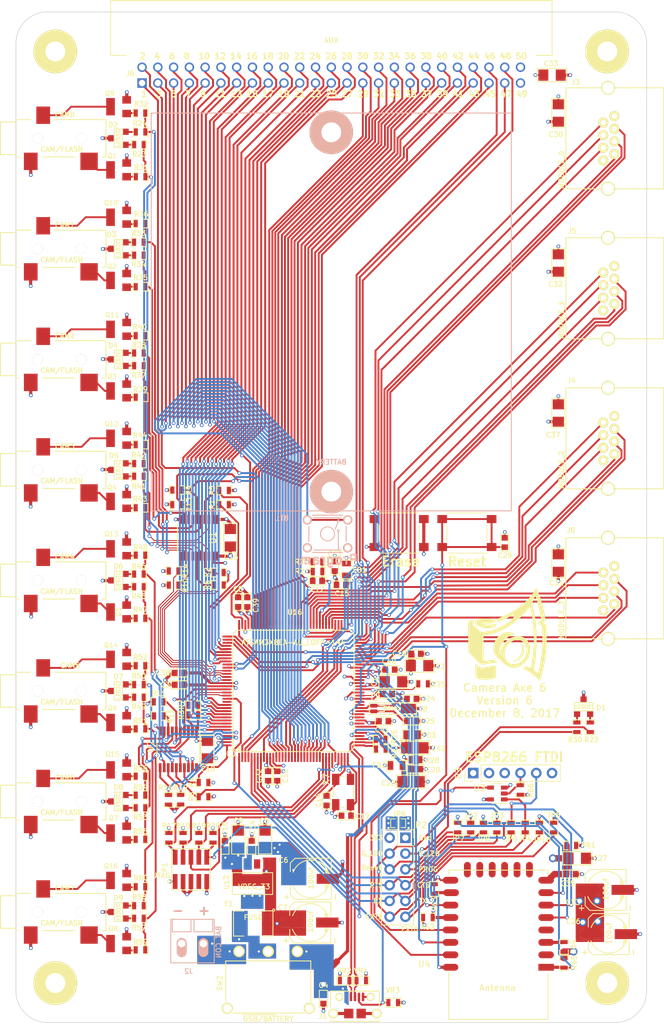
<source format=kicad_pcb>
(kicad_pcb (version 4) (host pcbnew 4.0.7)
  (layers (0 F.Cu mixed) (1 In1.Cu signal) (2 In2.Cu signal) (31 B.Cu signal) (35 F.Paste user) (36 B.SilkS user) (37 F.SilkS user) (38 B.Mask user) (39 F.Mask user) (44 Edge.Cuts user))
  (net 0 "")
  (net 1 /AUX02)
  (net 2 /AUX03)
  (net 3 /AUX04)
  (net 4 /AUX05)
  (net 5 /AUX06)
  (net 6 /AUX07)
  (net 7 /AUX08)
  (net 8 /AUX09)
  (net 9 /AUX10)
  (net 10 /AUX11)
  (net 11 /AUX12)
  (net 12 /AUX13)
  (net 13 /AUX14)
  (net 14 /AUX15)
  (net 15 /AUX16)
  (net 16 /AUX17)
  (net 17 /AUX18)
  (net 18 /AUX19)
  (net 19 /AUX20)
  (net 20 /AUX21)
  (net 21 /AUX22)
  (net 22 /AUX23)
  (net 23 /AUX24)
  (net 24 /AUX25)
  (net 25 /AUX26)
  (net 26 /AUX27)
  (net 27 /AUX28)
  (net 28 /AUX29)
  (net 29 /AUX30)
  (net 30 /AUX31)
  (net 31 /AUX32)
  (net 32 /AUX33)
  (net 33 /AUX34)
  (net 34 /AUX35)
  (net 35 /AUX36)
  (net 36 /AUX37)
  (net 37 /AUX38)
  (net 38 /AUX39)
  (net 39 /AUX40)
  (net 40 /AUX41)
  (net 41 /AUX42)
  (net 42 /AUX43)
  (net 43 /CAM0F)
  (net 44 /CAM0S)
  (net 45 /CAM1F)
  (net 46 /CAM1S)
  (net 47 /CAM2F)
  (net 48 /CAM2S)
  (net 49 /CAM3F)
  (net 50 /CAM3S)
  (net 51 /CAM4F)
  (net 52 /CAM4S)
  (net 53 /CAM5F)
  (net 54 /CAM5S)
  (net 55 /CAM6F)
  (net 56 /CAM6S)
  (net 57 /CAM7F)
  (net 58 /CAM7S)
  (net 59 /D+)
  (net 60 /D-)
  (net 61 /JTAG_TCK)
  (net 62 /JTAG_TDI)
  (net 63 /JTAG_TDO)
  (net 64 /JTAG_TMS)
  (net 65 /LV_DETECT)
  (net 66 /M_RESET)
  (net 67 /UOTGID)
  (net 68 /VBUS)
  (net 69 /VDDOUT)
  (net 70 /VDDPLL)
  (net 71 3V3)
  (net 72 5V)
  (net 73 GND)
  (net 74 "Net-(C14-Pad1)")
  (net 75 "Net-(C15-Pad1)")
  (net 76 "Net-(C17-Pad1)")
  (net 77 "Net-(C20-Pad1)")
  (net 78 "Net-(C24-Pad2)")
  (net 79 "Net-(C25-Pad2)")
  (net 80 "Net-(C42-Pad1)")
  (net 81 "Net-(CAM0-Pad1)")
  (net 82 "Net-(CAM0-Pad2)")
  (net 83 "Net-(CAM1-Pad1)")
  (net 84 "Net-(CAM1-Pad2)")
  (net 85 "Net-(CAM2-Pad1)")
  (net 86 "Net-(CAM2-Pad2)")
  (net 87 "Net-(CAM3-Pad1)")
  (net 88 "Net-(CAM3-Pad2)")
  (net 89 "Net-(CAM4-Pad1)")
  (net 90 "Net-(CAM4-Pad2)")
  (net 91 "Net-(CAM5-Pad1)")
  (net 92 "Net-(CAM5-Pad2)")
  (net 93 "Net-(CAM6-Pad1)")
  (net 94 "Net-(CAM6-Pad2)")
  (net 95 "Net-(CAM7-Pad1)")
  (net 96 "Net-(CAM7-Pad2)")
  (net 97 "Net-(D1-Pad1)")
  (net 98 "Net-(D1-Pad2)")
  (net 99 "Net-(F1-Pad2)")
  (net 100 "Net-(J2-Pad2)")
  (net 101 "Net-(R25-Pad2)")
  (net 102 "Net-(R26-Pad2)")
  (net 103 "Net-(R27-Pad2)")
  (net 104 "Net-(D2-Pad2)")
  (net 105 "Net-(D4-Pad2)")
  (net 106 "Net-(D5-Pad2)")
  (net 107 "Net-(D6-Pad2)")
  (net 108 "Net-(D7-Pad2)")
  (net 109 "Net-(D8-Pad2)")
  (net 110 "Net-(D9-Pad2)")
  (net 111 /CC_RX)
  (net 112 /CC_TX)
  (net 113 /CC_RTS)
  (net 114 /CC_CTS)
  (net 115 /AUX44)
  (net 116 /AUX45)
  (net 117 /AUX46)
  (net 118 /AUX47)
  (net 119 /CC_RESET)
  (net 120 /CC_PROG)
  (net 121 /CC_EXT0)
  (net 122 /CC_EXT1)
  (net 123 "Net-(D2-Pad1)")
  (net 124 "Net-(D4-Pad1)")
  (net 125 "Net-(D5-Pad1)")
  (net 126 "Net-(D6-Pad1)")
  (net 127 "Net-(D7-Pad1)")
  (net 128 "Net-(D8-Pad1)")
  (net 129 "Net-(D9-Pad1)")
  (net 130 "Net-(Q1-Pad1)")
  (net 131 "Net-(Q2-Pad1)")
  (net 132 "Net-(Q3-Pad1)")
  (net 133 "Net-(Q4-Pad1)")
  (net 134 "Net-(Q5-Pad1)")
  (net 135 "Net-(Q6-Pad1)")
  (net 136 "Net-(Q7-Pad1)")
  (net 137 "Net-(Q8-Pad1)")
  (net 138 "Net-(Q9-Pad1)")
  (net 139 "Net-(Q10-Pad1)")
  (net 140 "Net-(Q11-Pad1)")
  (net 141 "Net-(Q12-Pad1)")
  (net 142 "Net-(Q13-Pad1)")
  (net 143 "Net-(Q14-Pad1)")
  (net 144 "Net-(Q15-Pad1)")
  (net 145 "Net-(Q16-Pad1)")
  (net 146 "Net-(R23-Pad2)")
  (net 147 "Net-(R24-Pad2)")
  (net 148 "Net-(R33-Pad2)")
  (net 149 "Net-(R34-Pad2)")
  (net 150 "Net-(R37-Pad2)")
  (net 151 "Net-(R38-Pad2)")
  (net 152 "Net-(R41-Pad2)")
  (net 153 "Net-(R42-Pad2)")
  (net 154 "Net-(R45-Pad2)")
  (net 155 "Net-(R46-Pad2)")
  (net 156 "Net-(R49-Pad2)")
  (net 157 "Net-(R50-Pad2)")
  (net 158 "Net-(R53-Pad2)")
  (net 159 "Net-(R54-Pad2)")
  (net 160 "Net-(R57-Pad2)")
  (net 161 "Net-(R58-Pad2)")
  (net 162 "Net-(D3-Pad1)")
  (net 163 "Net-(D3-Pad2)")
  (net 164 /ESP_3V3)
  (net 165 /MOD0p3)
  (net 166 /MOD0p1_SCL)
  (net 167 /MOD0p4_RX)
  (net 168 /MOD0p2_SDA)
  (net 169 /MOD0p5_TX)
  (net 170 /MOD0p0_AN0)
  (net 171 /MOD2p3)
  (net 172 /MOD2p1_AN1)
  (net 173 /MOD2p4_AN3)
  (net 174 /MOD2p2_AN2)
  (net 175 /MOD2p5_AN4)
  (net 176 /MOD2p0_AN0)
  (net 177 /MOD1p3)
  (net 178 /MOD1p1_SCL)
  (net 179 /MOD1p4_RX)
  (net 180 /MOD1p2_SDA)
  (net 181 /MOD1p5_TX)
  (net 182 /MOD1p0_AN0)
  (net 183 /AUX00_TX)
  (net 184 /AUX01_RX)
  (net 185 /MOD3p3)
  (net 186 /MOD3p1_MOSI)
  (net 187 /MOD3p4_SCLK)
  (net 188 /MOD3p2_MISO)
  (net 189 /MOD3p5_CS)
  (net 190 /MOD3p0_AN0)
  (net 191 /ESP_PROG)
  (net 192 /ESP_CTS)
  (net 193 /ESP_TX)
  (net 194 /ESP_EXT0)
  (net 195 /ESP_RESET)
  (net 196 /ESP_RTS)
  (net 197 /ESP_EXT1)
  (net 198 /ESP_R_LED)
  (net 199 /ESP_G_LED)
  (net 200 "Net-(R61-Pad2)")
  (net 201 "Net-(R64-Pad1)")
  (net 202 /BUTTON_0)
  (net 203 "Net-(U3-Pad4)")
  (net 204 /FTDI_TX)
  (module CA6:SM0603_Resistor (layer F.Cu) (at 84.1629 142.4178)
    (fp_text reference R26 (at 2.1971 -0.4318 270) (layer F.SilkS) (effects (font (size 0.8 0.8))))
    (fp_text value 39R hide)
    (pad 1 smd rect (at -0.762 0) (size 0.635 1.143) (layers F.Cu F.Paste F.Mask) (net 60 /D-))
    (pad 2 smd rect (at 0.762 0) (size 0.635 1.143) (layers F.Cu F.Paste F.Mask) (net 102 "Net-(R26-Pad2)"))
  )
  (module CA6:SM0603_Resistor (layer F.Cu) (at 84.1756 143.9799)
    (fp_text reference R27 (at 2.2044 0.2901 270) (layer F.SilkS) (effects (font (size 0.8 0.8))))
    (fp_text value 39R hide)
    (pad 1 smd rect (at -0.762 0) (size 0.635 1.143) (layers F.Cu F.Paste F.Mask) (net 59 /D+))
    (pad 2 smd rect (at 0.762 0) (size 0.635 1.143) (layers F.Cu F.Paste F.Mask) (net 103 "Net-(R27-Pad2)"))
  )
  (module CA6:Jumper_connected (layer F.Cu) (at 86.97 155.9)
    (fp_text reference JP6 (at 0.152 -1.468) (layer F.SilkS) (effects (font (size 0.8 0.8))))
    (fp_text value Jumper_NC_Small hide)
    (pad 1 smd rect (at -0.762 0) (size 0.635 1.143) (layers F.Cu F.Paste F.Mask) (net 71 3V3))
    (pad 2 smd rect (at 0.762 0) (size 0.635 1.143) (layers F.Cu F.Paste F.Mask) (net 164 /ESP_3V3))
  )
  (module CA6:ESP-12E-B (layer F.Cu) (at 103.124 187.452 180)
    (fp_text reference U4 (at 11.938 8.89 180) (layer F.SilkS))
    (fp_text value ESP-12E/F hide)
    (fp_text user Antenna (at 0.127 5.08 180) (layer F.SilkS))
    (pad 1 smd rect (at -6.985 8.382 180) (size 2.5 1.1) (drill (offset -0.7 0)) (layers F.Cu F.Paste F.Mask) (net 195 /ESP_RESET))
    (pad 2 smd oval (at -6.985 10.382 180) (size 2.5 1.1) (drill (offset -0.7 0)) (layers F.Cu F.Paste F.Mask))
    (pad 3 smd oval (at -6.985 12.382 180) (size 2.5 1.1) (drill (offset -0.7 0)) (layers F.Cu F.Paste F.Mask) (net 201 "Net-(R64-Pad1)"))
    (pad 4 smd oval (at -6.985 14.382 180) (size 2.5 1.1) (drill (offset -0.7 0)) (layers F.Cu F.Paste F.Mask))
    (pad 5 smd oval (at -6.985 16.382 180) (size 2.5 1.1) (drill (offset -0.7 0)) (layers F.Cu F.Paste F.Mask) (net 197 /ESP_EXT1))
    (pad 6 connect oval (at -6.985 18.382 180) (size 2.5 1.1) (drill (offset -0.7 0)) (layers F.Cu F.Mask) (net 194 /ESP_EXT0))
    (pad 7 smd oval (at -6.985 20.382 180) (size 2.5 1.1) (drill (offset -0.7 0)) (layers F.Cu F.Paste F.Mask) (net 192 /ESP_CTS))
    (pad 8 smd oval (at -6.985 22.382 180) (size 2.5 1.1) (drill (offset -0.7 0)) (layers F.Cu F.Paste F.Mask) (net 164 /ESP_3V3))
    (pad 9 smd oval (at 7.015 22.382 180) (size 2.5 1.1) (drill (offset 0.7 0)) (layers F.Cu F.Paste F.Mask) (net 73 GND))
    (pad 10 smd oval (at 7.015 20.382 180) (size 2.5 1.1) (drill (offset 0.6 0)) (layers F.Cu F.Paste F.Mask) (net 196 /ESP_RTS))
    (pad 11 smd oval (at 7.015 18.382 180) (size 2.5 1.1) (drill (offset 0.7 0)) (layers F.Cu F.Paste F.Mask) (net 200 "Net-(R61-Pad2)"))
    (pad 12 smd oval (at 7.015 16.382 180) (size 2.5 1.1) (drill (offset 0.7 0)) (layers F.Cu F.Paste F.Mask) (net 191 /ESP_PROG))
    (pad 13 smd oval (at 7.015 14.382 180) (size 2.5 1.1) (drill (offset 0.7 0)) (layers F.Cu F.Paste F.Mask) (net 199 /ESP_G_LED))
    (pad 14 smd oval (at 7.015 12.382 180) (size 2.5 1.1) (drill (offset 0.7 0)) (layers F.Cu F.Paste F.Mask) (net 198 /ESP_R_LED))
    (pad 15 smd oval (at 7.015 10.382 180) (size 2.5 1.1) (drill (offset 0.7 0)) (layers F.Cu F.Paste F.Mask) (net 203 "Net-(U3-Pad4)"))
    (pad 16 smd oval (at 7.015 8.382 180) (size 2.5 1.1) (drill (offset 0.7 0)) (layers F.Cu F.Paste F.Mask) (net 193 /ESP_TX))
    (pad 17 smd oval (at -4.995 23.382 270) (size 2.5 1.1) (drill (offset -0.7 0)) (layers F.Cu F.Paste F.Mask))
    (pad 18 smd oval (at -2.995 23.382 270) (size 2.5 1.1) (drill (offset -0.7 0)) (layers F.Cu F.Paste F.Mask))
    (pad 19 smd oval (at -0.995 23.382 270) (size 2.5 1.1) (drill (offset -0.7 0)) (layers F.Cu F.Paste F.Mask))
    (pad 20 smd oval (at 1.005 23.382 270) (size 2.5 1.1) (drill (offset -0.7 0)) (layers F.Cu F.Paste F.Mask))
    (pad 21 smd oval (at 3.005 23.382 270) (size 2.5 1.1) (drill (offset -0.7 0)) (layers F.Cu F.Paste F.Mask))
    (pad 22 smd oval (at 5.005 23.382 270) (size 2.5 1.1) (drill (offset -0.7 0)) (layers F.Cu F.Paste F.Mask))
  )
  (module CA6:SOT-23-5_GATE (layer F.Cu) (at 102.96 151.12 180)
    (fp_text reference U3 (at 2.884 0.879 180) (layer F.SilkS))
    (fp_text value SN74AHC1G08 hide)
    (pad 1 smd rect (at -1.1 -0.95 180) (size 1.06 0.65) (layers F.Cu F.Paste F.Mask) (net 112 /CC_TX))
    (pad 2 smd rect (at -1.1 0 180) (size 1.06 0.65) (layers F.Cu F.Paste F.Mask) (net 204 /FTDI_TX))
    (pad 3 smd rect (at -1.1 0.95 180) (size 1.06 0.65) (layers F.Cu F.Paste F.Mask) (net 73 GND))
    (pad 4 smd rect (at 1.1 0.95 180) (size 1.06 0.65) (layers F.Cu F.Paste F.Mask) (net 203 "Net-(U3-Pad4)"))
    (pad 5 smd rect (at 1.1 -0.95 180) (size 1.06 0.65) (layers F.Cu F.Paste F.Mask) (net 164 /ESP_3V3))
  )
  (module CA6:TQFP144 (layer F.Cu) (at 70.104 134.62 180)
    (fp_text reference U16 (at -0.226 12.66 180) (layer F.SilkS) (effects (font (size 0.8 0.8))))
    (fp_text value ATSAM3X8EA-AU_LQFP-144 (at 0 7.8 180) (layer F.SilkS) (effects (font (size 0.8 0.8))))
    (pad 1 smd rect (at 8.7503 -10.7 180) (size 0.3 1.45) (layers F.Cu F.Paste F.Mask) (net 58 /CAM7S))
    (pad 2 smd rect (at 8.2423 -10.7 180) (size 0.3 1.45) (layers F.Cu F.Paste F.Mask) (net 183 /AUX00_TX))
    (pad 3 smd rect (at 7.747 -10.7 180) (size 0.3 1.45) (layers F.Cu F.Paste F.Mask) (net 167 /MOD0p4_RX))
    (pad 4 smd rect (at 7.2517 -10.7 180) (size 0.3 1.45) (layers F.Cu F.Paste F.Mask) (net 169 /MOD0p5_TX))
    (pad 5 smd rect (at 6.7437 -10.7 180) (size 0.3 1.45) (layers F.Cu F.Paste F.Mask) (net 111 /CC_RX))
    (pad 6 smd rect (at 6.2484 -10.7 180) (size 0.3 1.45) (layers F.Cu F.Paste F.Mask) (net 112 /CC_TX))
    (pad 7 smd rect (at 5.7531 -10.7 180) (size 0.3 1.45) (layers F.Cu F.Paste F.Mask) (net 113 /CC_RTS))
    (pad 8 smd rect (at 5.2451 -10.7 180) (size 0.3 1.45) (layers F.Cu F.Paste F.Mask) (net 114 /CC_CTS))
    (pad 9 smd rect (at 4.7498 -10.7 180) (size 0.3 1.45) (layers F.Cu F.Paste F.Mask) (net 180 /MOD1p2_SDA))
    (pad 10 smd rect (at 4.2545 -10.7 180) (size 0.3 1.45) (layers F.Cu F.Paste F.Mask) (net 69 /VDDOUT))
    (pad 11 smd rect (at 3.7465 -10.7 180) (size 0.3 1.45) (layers F.Cu F.Paste F.Mask) (net 71 3V3))
    (pad 12 smd rect (at 3.2512 -10.7 180) (size 0.3 1.45) (layers F.Cu F.Paste F.Mask) (net 73 GND))
    (pad 13 smd rect (at 2.7559 -10.7 180) (size 0.3 1.45) (layers F.Cu F.Paste F.Mask) (net 13 /AUX14))
    (pad 14 smd rect (at 2.2479 -10.7 180) (size 0.3 1.45) (layers F.Cu F.Paste F.Mask) (net 12 /AUX13))
    (pad 15 smd rect (at 1.7526 -10.7 180) (size 0.3 1.45) (layers F.Cu F.Paste F.Mask) (net 11 /AUX12))
    (pad 16 smd rect (at 1.2573 -10.7 180) (size 0.3 1.45) (layers F.Cu F.Paste F.Mask) (net 10 /AUX11))
    (pad 17 smd rect (at 0.7493 -10.7 180) (size 0.3 1.45) (layers F.Cu F.Paste F.Mask) (net 181 /MOD1p5_TX))
    (pad 18 smd rect (at 0.254 -10.7 180) (size 0.3 1.45) (layers F.Cu F.Paste F.Mask) (net 179 /MOD1p4_RX))
    (pad 19 smd rect (at -0.254 -10.7 180) (size 0.3 1.45) (layers F.Cu F.Paste F.Mask) (net 9 /AUX10))
    (pad 20 smd rect (at -0.7493 -10.7 180) (size 0.3 1.45) (layers F.Cu F.Paste F.Mask) (net 8 /AUX09))
    (pad 21 smd rect (at -1.2573 -10.7 180) (size 0.3 1.45) (layers F.Cu F.Paste F.Mask) (net 7 /AUX08))
    (pad 22 smd rect (at -1.7526 -10.7 180) (size 0.3 1.45) (layers F.Cu F.Paste F.Mask) (net 6 /AUX07))
    (pad 23 smd rect (at -2.2479 -10.7 180) (size 0.3 1.45) (layers F.Cu F.Paste F.Mask) (net 5 /AUX06))
    (pad 24 smd rect (at -2.7559 -10.7 180) (size 0.3 1.45) (layers F.Cu F.Paste F.Mask) (net 4 /AUX05))
    (pad 25 smd rect (at -3.2512 -10.7 180) (size 0.3 1.45) (layers F.Cu F.Paste F.Mask) (net 3 /AUX04))
    (pad 26 smd rect (at -3.7465 -10.7 180) (size 0.3 1.45) (layers F.Cu F.Paste F.Mask) (net 2 /AUX03))
    (pad 27 smd rect (at -4.2545 -10.7 180) (size 0.3 1.45) (layers F.Cu F.Paste F.Mask) (net 184 /AUX01_RX))
    (pad 28 smd rect (at -4.7498 -10.7 180) (size 0.3 1.45) (layers F.Cu F.Paste F.Mask) (net 61 /JTAG_TCK))
    (pad 29 smd rect (at -5.2451 -10.7 180) (size 0.3 1.45) (layers F.Cu F.Paste F.Mask) (net 62 /JTAG_TDI))
    (pad 30 smd rect (at -5.7531 -10.7 180) (size 0.3 1.45) (layers F.Cu F.Paste F.Mask) (net 63 /JTAG_TDO))
    (pad 31 smd rect (at -6.2484 -10.7 180) (size 0.3 1.45) (layers F.Cu F.Paste F.Mask) (net 64 /JTAG_TMS))
    (pad 32 smd rect (at -6.7437 -10.7 180) (size 0.3 1.45) (layers F.Cu F.Paste F.Mask) (net 1 /AUX02))
    (pad 33 smd rect (at -7.2517 -10.7 180) (size 0.3 1.45) (layers F.Cu F.Paste F.Mask) (net 73 GND))
    (pad 34 smd rect (at -7.747 -10.7 180) (size 0.3 1.45) (layers F.Cu F.Paste F.Mask) (net 70 /VDDPLL))
    (pad 35 smd rect (at -8.2423 -10.7 180) (size 0.3 1.45) (layers F.Cu F.Paste F.Mask) (net 74 "Net-(C14-Pad1)"))
    (pad 36 smd rect (at -8.7503 -10.7 180) (size 0.3 1.45) (layers F.Cu F.Paste F.Mask) (net 76 "Net-(C17-Pad1)"))
    (pad 66 smd rect (at -10.7 5.7531 180) (size 1.45 0.3) (layers F.Cu F.Paste F.Mask) (net 177 /MOD1p3))
    (pad 67 smd rect (at -10.7 6.2484 180) (size 1.45 0.3) (layers F.Cu F.Paste F.Mask) (net 165 /MOD0p3))
    (pad 68 smd rect (at -10.7 6.7437 180) (size 1.45 0.3) (layers F.Cu F.Paste F.Mask) (net 118 /AUX47))
    (pad 69 smd rect (at -10.7 7.2517 180) (size 1.45 0.3) (layers F.Cu F.Paste F.Mask))
    (pad 70 smd rect (at -10.7 7.747 180) (size 1.45 0.3) (layers F.Cu F.Paste F.Mask) (net 178 /MOD1p1_SCL))
    (pad 71 smd rect (at -10.7 8.2423 180) (size 1.45 0.3) (layers F.Cu F.Paste F.Mask) (net 117 /AUX46))
    (pad 72 smd rect (at -10.7 8.7503 180) (size 1.45 0.3) (layers F.Cu F.Paste F.Mask) (net 116 /AUX45))
    (pad 114 smd rect (at 10.7 6.2484 180) (size 1.45 0.3) (layers F.Cu F.Paste F.Mask) (net 43 /CAM0F))
    (pad 115 smd rect (at 10.7 5.7531 180) (size 1.45 0.3) (layers F.Cu F.Paste F.Mask) (net 44 /CAM0S))
    (pad 116 smd rect (at 10.7 5.2451 180) (size 1.45 0.3) (layers F.Cu F.Paste F.Mask) (net 24 /AUX25))
    (pad 117 smd rect (at 10.7 4.7498 180) (size 1.45 0.3) (layers F.Cu F.Paste F.Mask) (net 23 /AUX24))
    (pad 118 smd rect (at 10.7 4.2545 180) (size 1.45 0.3) (layers F.Cu F.Paste F.Mask) (net 45 /CAM1F))
    (pad 119 smd rect (at 10.7 3.7465 180) (size 1.45 0.3) (layers F.Cu F.Paste F.Mask) (net 46 /CAM1S))
    (pad 120 smd rect (at 10.7 3.2512 180) (size 1.45 0.3) (layers F.Cu F.Paste F.Mask) (net 47 /CAM2F))
    (pad 121 smd rect (at 10.7 2.7559 180) (size 1.45 0.3) (layers F.Cu F.Paste F.Mask) (net 48 /CAM2S))
    (pad 122 smd rect (at 10.7 2.2479 180) (size 1.45 0.3) (layers F.Cu F.Paste F.Mask) (net 49 /CAM3F))
    (pad 123 smd rect (at 10.7 1.7526 180) (size 1.45 0.3) (layers F.Cu F.Paste F.Mask) (net 50 /CAM3S))
    (pad 124 smd rect (at 10.7 1.2573 180) (size 1.45 0.3) (layers F.Cu F.Paste F.Mask) (net 69 /VDDOUT))
    (pad 125 smd rect (at 10.7 0.7493 180) (size 1.45 0.3) (layers F.Cu F.Paste F.Mask) (net 71 3V3))
    (pad 126 smd rect (at 10.7 0.254 180) (size 1.45 0.3) (layers F.Cu F.Paste F.Mask) (net 73 GND))
    (pad 127 smd rect (at 10.7 -0.254 180) (size 1.45 0.3) (layers F.Cu F.Paste F.Mask) (net 51 /CAM4F))
    (pad 128 smd rect (at 10.7 -0.7493 180) (size 1.45 0.3) (layers F.Cu F.Paste F.Mask) (net 52 /CAM4S))
    (pad 129 smd rect (at 10.7 -1.2573 180) (size 1.45 0.3) (layers F.Cu F.Paste F.Mask) (net 67 /UOTGID))
    (pad 130 smd rect (at 10.7 -1.7526 180) (size 1.45 0.3) (layers F.Cu F.Paste F.Mask))
    (pad 131 smd rect (at 10.7 -2.2479 180) (size 1.45 0.3) (layers F.Cu F.Paste F.Mask) (net 22 /AUX23))
    (pad 132 smd rect (at 10.7 -2.7559 180) (size 1.45 0.3) (layers F.Cu F.Paste F.Mask) (net 21 /AUX22))
    (pad 133 smd rect (at 10.7 -3.2512 180) (size 1.45 0.3) (layers F.Cu F.Paste F.Mask) (net 20 /AUX21))
    (pad 134 smd rect (at 10.7 -3.7465 180) (size 1.45 0.3) (layers F.Cu F.Paste F.Mask) (net 19 /AUX20))
    (pad 135 smd rect (at 10.7 -4.2545 180) (size 1.45 0.3) (layers F.Cu F.Paste F.Mask) (net 18 /AUX19))
    (pad 136 smd rect (at 10.7 -4.7498 180) (size 1.45 0.3) (layers F.Cu F.Paste F.Mask) (net 17 /AUX18))
    (pad 137 smd rect (at 10.7 -5.2451 180) (size 1.45 0.3) (layers F.Cu F.Paste F.Mask) (net 16 /AUX17))
    (pad 138 smd rect (at 10.7 -5.7531 180) (size 1.45 0.3) (layers F.Cu F.Paste F.Mask) (net 15 /AUX16))
    (pad 139 smd rect (at 10.7 -6.2484 180) (size 1.45 0.3) (layers F.Cu F.Paste F.Mask) (net 14 /AUX15))
    (pad 140 smd rect (at 10.7 -6.7437 180) (size 1.45 0.3) (layers F.Cu F.Paste F.Mask) (net 53 /CAM5F))
    (pad 141 smd rect (at 10.7 -7.2517 180) (size 1.45 0.3) (layers F.Cu F.Paste F.Mask) (net 54 /CAM5S))
    (pad 142 smd rect (at 10.7 -7.747 180) (size 1.45 0.3) (layers F.Cu F.Paste F.Mask) (net 55 /CAM6F))
    (pad 143 smd rect (at 10.7 -8.2423 180) (size 1.45 0.3) (layers F.Cu F.Paste F.Mask) (net 56 /CAM6S))
    (pad 144 smd rect (at 10.7 -8.7503 180) (size 1.45 0.3) (layers F.Cu F.Paste F.Mask) (net 57 /CAM7F))
    (pad 37 smd rect (at -10.7 -8.7503 180) (size 1.45 0.3) (layers F.Cu F.Paste F.Mask) (net 59 /D+))
    (pad 38 smd rect (at -10.7 -8.2423 180) (size 1.45 0.3) (layers F.Cu F.Paste F.Mask) (net 60 /D-))
    (pad 39 smd rect (at -10.7 -7.747 180) (size 1.45 0.3) (layers F.Cu F.Paste F.Mask) (net 68 /VBUS))
    (pad 40 smd rect (at -10.7 -7.2517 180) (size 1.45 0.3) (layers F.Cu F.Paste F.Mask) (net 77 "Net-(C20-Pad1)"))
    (pad 41 smd rect (at -10.7 -6.7437 180) (size 1.45 0.3) (layers F.Cu F.Paste F.Mask) (net 80 "Net-(C42-Pad1)"))
    (pad 42 smd rect (at -10.7 -6.2484 180) (size 1.45 0.3) (layers F.Cu F.Paste F.Mask) (net 103 "Net-(R27-Pad2)"))
    (pad 43 smd rect (at -10.7 -5.7531 180) (size 1.45 0.3) (layers F.Cu F.Paste F.Mask) (net 102 "Net-(R26-Pad2)"))
    (pad 44 smd rect (at -10.7 -5.2451 180) (size 1.45 0.3) (layers F.Cu F.Paste F.Mask) (net 73 GND))
    (pad 45 smd rect (at -10.7 -4.7498 180) (size 1.45 0.3) (layers F.Cu F.Paste F.Mask) (net 69 /VDDOUT))
    (pad 46 smd rect (at -10.7 -4.2545 180) (size 1.45 0.3) (layers F.Cu F.Paste F.Mask) (net 73 GND))
    (pad 47 smd rect (at -10.7 -3.7465 180) (size 1.45 0.3) (layers F.Cu F.Paste F.Mask) (net 66 /M_RESET))
    (pad 48 smd rect (at -10.7 -3.2512 180) (size 1.45 0.3) (layers F.Cu F.Paste F.Mask) (net 79 "Net-(C25-Pad2)"))
    (pad 49 smd rect (at -10.7 -2.7559 180) (size 1.45 0.3) (layers F.Cu F.Paste F.Mask) (net 78 "Net-(C24-Pad2)"))
    (pad 50 smd rect (at -10.7 -2.2479 180) (size 1.45 0.3) (layers F.Cu F.Paste F.Mask))
    (pad 51 smd rect (at -10.7 -1.7526 180) (size 1.45 0.3) (layers F.Cu F.Paste F.Mask))
    (pad 52 smd rect (at -10.7 -1.2573 180) (size 1.45 0.3) (layers F.Cu F.Paste F.Mask) (net 71 3V3))
    (pad 53 smd rect (at -10.7 -0.7493 180) (size 1.45 0.3) (layers F.Cu F.Paste F.Mask) (net 101 "Net-(R25-Pad2)"))
    (pad 54 smd rect (at -10.7 -0.254 180) (size 1.45 0.3) (layers F.Cu F.Paste F.Mask) (net 73 GND))
    (pad 55 smd rect (at -10.7 0.254 180) (size 1.45 0.3) (layers F.Cu F.Paste F.Mask) (net 122 /CC_EXT1))
    (pad 56 smd rect (at -10.7 0.7493 180) (size 1.45 0.3) (layers F.Cu F.Paste F.Mask) (net 69 /VDDOUT))
    (pad 57 smd rect (at -10.7 1.2573 180) (size 1.45 0.3) (layers F.Cu F.Paste F.Mask) (net 71 3V3))
    (pad 58 smd rect (at -10.7 1.7526 180) (size 1.45 0.3) (layers F.Cu F.Paste F.Mask) (net 73 GND))
    (pad 59 smd rect (at -10.7 2.2479 180) (size 1.45 0.3) (layers F.Cu F.Paste F.Mask) (net 121 /CC_EXT0))
    (pad 60 smd rect (at -10.7 2.7559 180) (size 1.45 0.3) (layers F.Cu F.Paste F.Mask) (net 119 /CC_RESET))
    (pad 61 smd rect (at -10.7 3.2512 180) (size 1.45 0.3) (layers F.Cu F.Paste F.Mask) (net 69 /VDDOUT))
    (pad 62 smd rect (at -10.7 3.7465 180) (size 1.45 0.3) (layers F.Cu F.Paste F.Mask) (net 71 3V3))
    (pad 63 smd rect (at -10.7 4.2545 180) (size 1.45 0.3) (layers F.Cu F.Paste F.Mask) (net 120 /CC_PROG))
    (pad 64 smd rect (at -10.7 4.7498 180) (size 1.45 0.3) (layers F.Cu F.Paste F.Mask) (net 185 /MOD3p3))
    (pad 65 smd rect (at -10.7 5.2451 180) (size 1.45 0.3) (layers F.Cu F.Paste F.Mask) (net 171 /MOD2p3))
    (pad 78 smd rect (at -6.2484 10.7 180) (size 0.3 1.45) (layers F.Cu F.Paste F.Mask) (net 190 /MOD3p0_AN0))
    (pad 79 smd rect (at -5.7531 10.7 180) (size 0.3 1.45) (layers F.Cu F.Paste F.Mask) (net 176 /MOD2p0_AN0))
    (pad 80 smd rect (at -5.2451 10.7 180) (size 0.3 1.45) (layers F.Cu F.Paste F.Mask) (net 182 /MOD1p0_AN0))
    (pad 81 smd rect (at -4.7498 10.7 180) (size 0.3 1.45) (layers F.Cu F.Paste F.Mask) (net 170 /MOD0p0_AN0))
    (pad 82 smd rect (at -4.2545 10.7 180) (size 0.3 1.45) (layers F.Cu F.Paste F.Mask) (net 65 /LV_DETECT))
    (pad 83 smd rect (at -3.7465 10.7 180) (size 0.3 1.45) (layers F.Cu F.Paste F.Mask) (net 172 /MOD2p1_AN1))
    (pad 84 smd rect (at -3.2512 10.7 180) (size 0.3 1.45) (layers F.Cu F.Paste F.Mask) (net 174 /MOD2p2_AN2))
    (pad 85 smd rect (at -2.7559 10.7 180) (size 0.3 1.45) (layers F.Cu F.Paste F.Mask) (net 173 /MOD2p4_AN3))
    (pad 86 smd rect (at -2.2479 10.7 180) (size 0.3 1.45) (layers F.Cu F.Paste F.Mask) (net 168 /MOD0p2_SDA))
    (pad 87 smd rect (at -1.7526 10.7 180) (size 0.3 1.45) (layers F.Cu F.Paste F.Mask) (net 166 /MOD0p1_SCL))
    (pad 88 smd rect (at -1.2573 10.7 180) (size 0.3 1.45) (layers F.Cu F.Paste F.Mask) (net 175 /MOD2p5_AN4))
    (pad 89 smd rect (at -0.7493 10.7 180) (size 0.3 1.45) (layers F.Cu F.Paste F.Mask) (net 41 /AUX42))
    (pad 90 smd rect (at -0.254 10.7 180) (size 0.3 1.45) (layers F.Cu F.Paste F.Mask) (net 40 /AUX41))
    (pad 91 smd rect (at 0.254 10.7 180) (size 0.3 1.45) (layers F.Cu F.Paste F.Mask) (net 39 /AUX40))
    (pad 92 smd rect (at 0.7493 10.7 180) (size 0.3 1.45) (layers F.Cu F.Paste F.Mask) (net 38 /AUX39))
    (pad 93 smd rect (at 1.2573 10.7 180) (size 0.3 1.45) (layers F.Cu F.Paste F.Mask) (net 37 /AUX38))
    (pad 94 smd rect (at 1.7526 10.7 180) (size 0.3 1.45) (layers F.Cu F.Paste F.Mask) (net 36 /AUX37))
    (pad 95 smd rect (at 2.2479 10.7 180) (size 0.3 1.45) (layers F.Cu F.Paste F.Mask) (net 35 /AUX36))
    (pad 96 smd rect (at 2.7559 10.7 180) (size 0.3 1.45) (layers F.Cu F.Paste F.Mask) (net 34 /AUX35))
    (pad 97 smd rect (at 3.2512 10.7 180) (size 0.3 1.45) (layers F.Cu F.Paste F.Mask) (net 33 /AUX34))
    (pad 98 smd rect (at 3.7465 10.7 180) (size 0.3 1.45) (layers F.Cu F.Paste F.Mask) (net 32 /AUX33))
    (pad 99 smd rect (at 4.2545 10.7 180) (size 0.3 1.45) (layers F.Cu F.Paste F.Mask) (net 31 /AUX32))
    (pad 100 smd rect (at 4.7498 10.7 180) (size 0.3 1.45) (layers F.Cu F.Paste F.Mask) (net 30 /AUX31))
    (pad 101 smd rect (at 5.2451 10.7 180) (size 0.3 1.45) (layers F.Cu F.Paste F.Mask) (net 29 /AUX30))
    (pad 102 smd rect (at 5.7531 10.7 180) (size 0.3 1.45) (layers F.Cu F.Paste F.Mask) (net 28 /AUX29))
    (pad 103 smd rect (at 6.2484 10.7 180) (size 0.3 1.45) (layers F.Cu F.Paste F.Mask) (net 27 /AUX28))
    (pad 104 smd rect (at 6.7437 10.7 180) (size 0.3 1.45) (layers F.Cu F.Paste F.Mask) (net 69 /VDDOUT))
    (pad 105 smd rect (at 7.2517 10.7 180) (size 0.3 1.45) (layers F.Cu F.Paste F.Mask) (net 71 3V3))
    (pad 106 smd rect (at 7.747 10.7 180) (size 0.3 1.45) (layers F.Cu F.Paste F.Mask) (net 73 GND))
    (pad 107 smd rect (at 8.2423 10.7 180) (size 0.3 1.45) (layers F.Cu F.Paste F.Mask) (net 202 /BUTTON_0))
    (pad 108 smd rect (at 8.7503 10.7 180) (size 0.3 1.45) (layers F.Cu F.Paste F.Mask) (net 188 /MOD3p2_MISO))
    (pad 73 smd rect (at -8.7503 10.7 180) (size 0.3 1.45) (layers F.Cu F.Paste F.Mask) (net 75 "Net-(C15-Pad1)"))
    (pad 74 smd rect (at -8.2423 10.7 180) (size 0.3 1.45) (layers F.Cu F.Paste F.Mask) (net 73 GND))
    (pad 75 smd rect (at -7.747 10.7 180) (size 0.3 1.45) (layers F.Cu F.Paste F.Mask) (net 71 3V3))
    (pad 76 smd rect (at -7.2517 10.7 180) (size 0.3 1.45) (layers F.Cu F.Paste F.Mask) (net 115 /AUX44))
    (pad 77 smd rect (at -6.7437 10.7 180) (size 0.3 1.45) (layers F.Cu F.Paste F.Mask) (net 42 /AUX43))
    (pad 109 smd rect (at 10.7 8.7503 180) (size 1.45 0.3) (layers F.Cu F.Paste F.Mask) (net 186 /MOD3p1_MOSI))
    (pad 110 smd rect (at 10.7 8.2423 180) (size 1.45 0.3) (layers F.Cu F.Paste F.Mask) (net 187 /MOD3p4_SCLK))
    (pad 111 smd rect (at 10.7 7.747 180) (size 1.45 0.3) (layers F.Cu F.Paste F.Mask) (net 189 /MOD3p5_CS))
    (pad 112 smd rect (at 10.7 7.2517 180) (size 1.45 0.3) (layers F.Cu F.Paste F.Mask) (net 26 /AUX27))
    (pad 113 smd rect (at 10.7 6.7437 180) (size 1.45 0.3) (layers F.Cu F.Paste F.Mask) (net 25 /AUX26))
  )
  (module CA6:BATTERY_4AA_12BH348-GR (layer B.Cu) (at 76.2 73.66)
    (fp_text reference BT1 (at -7.92 33.17) (layer B.SilkS) (effects (font (size 0.8 0.8)) (justify mirror)))
    (fp_text value BATTERY (at 0 24.13) (layer B.SilkS) (effects (font (size 0.8 0.8)) (justify mirror)))
    (pad "" np_thru_hole circle (at 0 28.9) (size 7.00024 7.00024) (drill 3.2004) (layers *.Cu *.Mask B.SilkS))
    (pad "" np_thru_hole circle (at 0 -28.9) (size 7.00024 7.00024) (drill 3.2004) (layers *.Cu *.Mask B.SilkS))
  )
  (module CA6:SM0603 (layer F.Cu) (at 78.359 181.229 180)
    (fp_text reference VR2 (at 0.039 1.579 360) (layer F.SilkS) (effects (font (size 0.8 0.8))))
    (fp_text value VR hide)
    (pad 1 smd rect (at -0.762 0 180) (size 0.635 1.143) (layers F.Cu F.Paste F.Mask) (net 60 /D-))
    (pad 2 smd rect (at 0.762 0 180) (size 0.635 1.143) (layers F.Cu F.Paste F.Mask) (net 73 GND))
  )
  (module CA6:SM0603 (layer F.Cu) (at 81.026 181.229)
    (fp_text reference VR1 (at -0.026 -1.579 180) (layer F.SilkS) (effects (font (size 0.8 0.8))))
    (fp_text value VR hide)
    (pad 1 smd rect (at -0.762 0) (size 0.635 1.143) (layers F.Cu F.Paste F.Mask) (net 59 /D+))
    (pad 2 smd rect (at 0.762 0) (size 0.635 1.143) (layers F.Cu F.Paste F.Mask) (net 73 GND))
  )
  (module CA6:RJ45_pcbwing (layer F.Cu) (at 121.92 118.11 90)
    (fp_text reference J8 (at 9.33 -7.12 180) (layer F.SilkS) (effects (font (size 0.8 0.8))))
    (fp_text value MODULE_3 (at -5.08 -8.636 90) (layer F.SilkS) (effects (font (size 0.8 0.8))))
    (pad 8 thru_hole circle (at -8.13 -1.14 90) (size 2.2 2.2) (drill 1.8) (layers *.Cu *.Mask F.SilkS) (net 73 GND))
    (pad 8 thru_hole circle (at 8.13 -1.14 90) (size 2.2 2.2) (drill 1.8) (layers *.Cu *.Mask F.SilkS) (net 73 GND))
    (pad "" np_thru_hole circle (at -6.35 2.42 90) (size 3.25 3.25) (drill 3.25) (layers *.Cu *.Mask F.SilkS))
    (pad "" np_thru_hole circle (at 6.35 2.42 90) (size 3.25 3.25) (drill 3.25) (layers *.Cu *.Mask F.SilkS))
    (pad 5 thru_hole circle (at -0.5 -0.12 90) (size 1.6 1.6) (drill 0.89) (layers *.Cu *.Mask F.SilkS) (net 185 /MOD3p3))
    (pad 3 thru_hole circle (at 1.53 -0.12 90) (size 1.6 1.6) (drill 0.89) (layers *.Cu *.Mask F.SilkS) (net 186 /MOD3p1_MOSI))
    (pad 6 thru_hole circle (at -1.53 -1.9 90) (size 1.6 1.6) (drill 0.89) (layers *.Cu *.Mask F.SilkS) (net 187 /MOD3p4_SCLK))
    (pad 4 thru_hole circle (at 0.5 -1.9 90) (size 1.6 1.6) (drill 0.89) (layers *.Cu *.Mask F.SilkS) (net 188 /MOD3p2_MISO))
    (pad 8 thru_hole circle (at -3.56 -1.9 90) (size 1.6 1.6) (drill 0.89) (layers *.Cu *.Mask F.SilkS) (net 73 GND))
    (pad 7 thru_hole circle (at -2.53 -0.12 90) (size 1.6 1.6) (drill 0.89) (layers *.Cu *.Mask F.SilkS) (net 189 /MOD3p5_CS))
    (pad 2 thru_hole circle (at 2.53 -1.9 90) (size 1.6 1.6) (drill 0.89) (layers *.Cu *.Mask F.SilkS) (net 190 /MOD3p0_AN0))
    (pad 1 thru_hole circle (at 3.56 -0.12 90) (size 1.6 1.6) (drill 0.89) (layers *.Cu *.Mask F.SilkS) (net 71 3V3))
  )
  (module CA6:RJ45_pcbwing (layer F.Cu) (at 121.92 93.98 90)
    (fp_text reference J4 (at 9.32 -7.03 180) (layer F.SilkS) (effects (font (size 0.8 0.8))))
    (fp_text value MODULE_2 (at -5.08 -8.636 90) (layer F.SilkS) (effects (font (size 0.8 0.8))))
    (pad 8 thru_hole circle (at -8.13 -1.14 90) (size 2.2 2.2) (drill 1.8) (layers *.Cu *.Mask F.SilkS) (net 73 GND))
    (pad 8 thru_hole circle (at 8.13 -1.14 90) (size 2.2 2.2) (drill 1.8) (layers *.Cu *.Mask F.SilkS) (net 73 GND))
    (pad "" np_thru_hole circle (at -6.35 2.42 90) (size 3.25 3.25) (drill 3.25) (layers *.Cu *.Mask F.SilkS))
    (pad "" np_thru_hole circle (at 6.35 2.42 90) (size 3.25 3.25) (drill 3.25) (layers *.Cu *.Mask F.SilkS))
    (pad 5 thru_hole circle (at -0.5 -0.12 90) (size 1.6 1.6) (drill 0.89) (layers *.Cu *.Mask F.SilkS) (net 171 /MOD2p3))
    (pad 3 thru_hole circle (at 1.53 -0.12 90) (size 1.6 1.6) (drill 0.89) (layers *.Cu *.Mask F.SilkS) (net 172 /MOD2p1_AN1))
    (pad 6 thru_hole circle (at -1.53 -1.9 90) (size 1.6 1.6) (drill 0.89) (layers *.Cu *.Mask F.SilkS) (net 173 /MOD2p4_AN3))
    (pad 4 thru_hole circle (at 0.5 -1.9 90) (size 1.6 1.6) (drill 0.89) (layers *.Cu *.Mask F.SilkS) (net 174 /MOD2p2_AN2))
    (pad 8 thru_hole circle (at -3.56 -1.9 90) (size 1.6 1.6) (drill 0.89) (layers *.Cu *.Mask F.SilkS) (net 73 GND))
    (pad 7 thru_hole circle (at -2.53 -0.12 90) (size 1.6 1.6) (drill 0.89) (layers *.Cu *.Mask F.SilkS) (net 175 /MOD2p5_AN4))
    (pad 2 thru_hole circle (at 2.53 -1.9 90) (size 1.6 1.6) (drill 0.89) (layers *.Cu *.Mask F.SilkS) (net 176 /MOD2p0_AN0))
    (pad 1 thru_hole circle (at 3.56 -0.12 90) (size 1.6 1.6) (drill 0.89) (layers *.Cu *.Mask F.SilkS) (net 71 3V3))
  )
  (module CA6:RJ45_pcbwing (layer F.Cu) (at 121.92 69.85 90)
    (fp_text reference J5 (at 9.22 -6.92 180) (layer F.SilkS) (effects (font (size 0.8 0.8))))
    (fp_text value MODULE_1 (at -5.08 -8.636 90) (layer F.SilkS) (effects (font (size 0.8 0.8))))
    (pad 8 thru_hole circle (at -8.13 -1.14 90) (size 2.2 2.2) (drill 1.8) (layers *.Cu *.Mask F.SilkS) (net 73 GND))
    (pad 8 thru_hole circle (at 8.13 -1.14 90) (size 2.2 2.2) (drill 1.8) (layers *.Cu *.Mask F.SilkS) (net 73 GND))
    (pad "" np_thru_hole circle (at -6.35 2.42 90) (size 3.25 3.25) (drill 3.25) (layers *.Cu *.Mask F.SilkS))
    (pad "" np_thru_hole circle (at 6.35 2.42 90) (size 3.25 3.25) (drill 3.25) (layers *.Cu *.Mask F.SilkS))
    (pad 5 thru_hole circle (at -0.5 -0.12 90) (size 1.6 1.6) (drill 0.89) (layers *.Cu *.Mask F.SilkS) (net 177 /MOD1p3))
    (pad 3 thru_hole circle (at 1.53 -0.12 90) (size 1.6 1.6) (drill 0.89) (layers *.Cu *.Mask F.SilkS) (net 178 /MOD1p1_SCL))
    (pad 6 thru_hole circle (at -1.53 -1.9 90) (size 1.6 1.6) (drill 0.89) (layers *.Cu *.Mask F.SilkS) (net 179 /MOD1p4_RX))
    (pad 4 thru_hole circle (at 0.5 -1.9 90) (size 1.6 1.6) (drill 0.89) (layers *.Cu *.Mask F.SilkS) (net 180 /MOD1p2_SDA))
    (pad 8 thru_hole circle (at -3.56 -1.9 90) (size 1.6 1.6) (drill 0.89) (layers *.Cu *.Mask F.SilkS) (net 73 GND))
    (pad 7 thru_hole circle (at -2.53 -0.12 90) (size 1.6 1.6) (drill 0.89) (layers *.Cu *.Mask F.SilkS) (net 181 /MOD1p5_TX))
    (pad 2 thru_hole circle (at 2.53 -1.9 90) (size 1.6 1.6) (drill 0.89) (layers *.Cu *.Mask F.SilkS) (net 182 /MOD1p0_AN0))
    (pad 1 thru_hole circle (at 3.56 -0.12 90) (size 1.6 1.6) (drill 0.89) (layers *.Cu *.Mask F.SilkS) (net 71 3V3))
  )
  (module CA6:RJ45_pcbwing (layer F.Cu) (at 121.92 45.72 90)
    (fp_text reference J3 (at 9.03 -6.36 180) (layer F.SilkS) (effects (font (size 0.8 0.8))))
    (fp_text value MODULE_0 (at -5.08 -8.636 90) (layer F.SilkS) (effects (font (size 0.8 0.8))))
    (pad 8 thru_hole circle (at -8.13 -1.14 90) (size 2.2 2.2) (drill 1.8) (layers *.Cu *.Mask F.SilkS) (net 73 GND))
    (pad 8 thru_hole circle (at 8.13 -1.14 90) (size 2.2 2.2) (drill 1.8) (layers *.Cu *.Mask F.SilkS) (net 73 GND))
    (pad "" np_thru_hole circle (at -6.35 2.42 90) (size 3.25 3.25) (drill 3.25) (layers *.Cu *.Mask F.SilkS))
    (pad "" np_thru_hole circle (at 6.35 2.42 90) (size 3.25 3.25) (drill 3.25) (layers *.Cu *.Mask F.SilkS))
    (pad 5 thru_hole circle (at -0.5 -0.12 90) (size 1.6 1.6) (drill 0.89) (layers *.Cu *.Mask F.SilkS) (net 165 /MOD0p3))
    (pad 3 thru_hole circle (at 1.53 -0.12 90) (size 1.6 1.6) (drill 0.89) (layers *.Cu *.Mask F.SilkS) (net 166 /MOD0p1_SCL))
    (pad 6 thru_hole circle (at -1.53 -1.9 90) (size 1.6 1.6) (drill 0.89) (layers *.Cu *.Mask F.SilkS) (net 167 /MOD0p4_RX))
    (pad 4 thru_hole circle (at 0.5 -1.9 90) (size 1.6 1.6) (drill 0.89) (layers *.Cu *.Mask F.SilkS) (net 168 /MOD0p2_SDA))
    (pad 8 thru_hole circle (at -3.56 -1.9 90) (size 1.6 1.6) (drill 0.89) (layers *.Cu *.Mask F.SilkS) (net 73 GND))
    (pad 7 thru_hole circle (at -2.53 -0.12 90) (size 1.6 1.6) (drill 0.89) (layers *.Cu *.Mask F.SilkS) (net 169 /MOD0p5_TX))
    (pad 2 thru_hole circle (at 2.53 -1.9 90) (size 1.6 1.6) (drill 0.89) (layers *.Cu *.Mask F.SilkS) (net 170 /MOD0p0_AN0))
    (pad 1 thru_hole circle (at 3.56 -0.12 90) (size 1.6 1.6) (drill 0.89) (layers *.Cu *.Mask F.SilkS) (net 71 3V3))
  )
  (module Socket_Strips:Socket_Strip_Straight_2x06_Pitch2.54mm (layer F.Cu) (at 88.138 158.242)
    (fp_text reference P2 (at 2.54 -2.032) (layer F.SilkS))
    (fp_text value Connection_Card hide)
    (pad 1 thru_hole rect (at 0 0) (size 1.7 1.7) (drill 1) (layers *.Cu *.Mask) (net 73 GND))
    (pad 2 thru_hole oval (at -2.54 0) (size 1.7 1.7) (drill 1) (layers *.Cu *.Mask) (net 71 3V3))
    (pad 3 thru_hole oval (at 0 2.54) (size 1.7 1.7) (drill 1) (layers *.Cu *.Mask) (net 198 /ESP_R_LED))
    (pad 4 thru_hole oval (at -2.54 2.54) (size 1.7 1.7) (drill 1) (layers *.Cu *.Mask) (net 199 /ESP_G_LED))
    (pad 5 thru_hole oval (at 0 5.08) (size 1.7 1.7) (drill 1) (layers *.Cu *.Mask) (net 120 /CC_PROG))
    (pad 6 thru_hole oval (at -2.54 5.08) (size 1.7 1.7) (drill 1) (layers *.Cu *.Mask) (net 119 /CC_RESET))
    (pad 7 thru_hole oval (at 0 7.62) (size 1.7 1.7) (drill 1) (layers *.Cu *.Mask) (net 114 /CC_CTS))
    (pad 8 thru_hole oval (at -2.54 7.62) (size 1.7 1.7) (drill 1) (layers *.Cu *.Mask) (net 113 /CC_RTS))
    (pad 9 thru_hole oval (at 0 10.16) (size 1.7 1.7) (drill 1) (layers *.Cu *.Mask) (net 112 /CC_TX))
    (pad 10 thru_hole oval (at -2.54 10.16) (size 1.7 1.7) (drill 1) (layers *.Cu *.Mask) (net 111 /CC_RX))
    (pad 11 thru_hole oval (at 0 12.7) (size 1.7 1.7) (drill 1) (layers *.Cu *.Mask) (net 121 /CC_EXT0))
    (pad 12 thru_hole oval (at -2.54 12.7) (size 1.7 1.7) (drill 1) (layers *.Cu *.Mask) (net 122 /CC_EXT1))
  )
  (module "CA6:IDC_50PIN(2X25)-90" (layer F.Cu) (at 76.2 35.56)
    (fp_text reference J6 (at -32.385 -0.254) (layer F.SilkS) (effects (font (size 0.8 0.8))))
    (fp_text value AUX (at 0 -5.588) (layer F.SilkS) (effects (font (size 0.8 0.8))))
    (pad 1 thru_hole rect (at -30.48 1.27) (size 1.524 1.524) (drill 1.016) (layers *.Cu *.Mask) (net 183 /AUX00_TX))
    (pad 2 thru_hole circle (at -30.48 -1.27) (size 1.524 1.524) (drill 1.016) (layers *.Cu *.Mask) (net 184 /AUX01_RX))
    (pad 3 thru_hole circle (at -27.94 1.27) (size 1.524 1.524) (drill 1.016) (layers *.Cu *.Mask) (net 1 /AUX02))
    (pad 4 thru_hole circle (at -27.94 -1.27) (size 1.524 1.524) (drill 1.016) (layers *.Cu *.Mask) (net 2 /AUX03))
    (pad 5 thru_hole circle (at -25.4 1.27) (size 1.524 1.524) (drill 1.016) (layers *.Cu *.Mask) (net 3 /AUX04))
    (pad 6 thru_hole circle (at -25.4 -1.27) (size 1.524 1.524) (drill 1.016) (layers *.Cu *.Mask) (net 4 /AUX05))
    (pad 7 thru_hole circle (at -22.86 1.27) (size 1.524 1.524) (drill 1.016) (layers *.Cu *.Mask) (net 5 /AUX06))
    (pad 8 thru_hole circle (at -22.86 -1.27) (size 1.524 1.524) (drill 1.016) (layers *.Cu *.Mask) (net 6 /AUX07))
    (pad 9 thru_hole circle (at -20.32 1.27) (size 1.524 1.524) (drill 1.016) (layers *.Cu *.Mask) (net 7 /AUX08))
    (pad 10 thru_hole circle (at -20.32 -1.27) (size 1.524 1.524) (drill 1.016) (layers *.Cu *.Mask) (net 8 /AUX09))
    (pad 11 thru_hole circle (at -17.78 1.27) (size 1.524 1.524) (drill 1.016) (layers *.Cu *.Mask) (net 9 /AUX10))
    (pad 12 thru_hole circle (at -17.78 -1.27) (size 1.524 1.524) (drill 1.016) (layers *.Cu *.Mask) (net 10 /AUX11))
    (pad 13 thru_hole circle (at -15.24 1.27) (size 1.524 1.524) (drill 1.016) (layers *.Cu *.Mask) (net 11 /AUX12))
    (pad 14 thru_hole circle (at -15.24 -1.27) (size 1.524 1.524) (drill 1.016) (layers *.Cu *.Mask) (net 12 /AUX13))
    (pad 15 thru_hole circle (at -12.7 1.27) (size 1.524 1.524) (drill 1.016) (layers *.Cu *.Mask) (net 13 /AUX14))
    (pad 16 thru_hole circle (at -12.7 -1.27) (size 1.524 1.524) (drill 1.016) (layers *.Cu *.Mask) (net 14 /AUX15))
    (pad 17 thru_hole circle (at -10.16 1.27) (size 1.524 1.524) (drill 1.016) (layers *.Cu *.Mask) (net 15 /AUX16))
    (pad 18 thru_hole circle (at -10.16 -1.27) (size 1.524 1.524) (drill 1.016) (layers *.Cu *.Mask) (net 16 /AUX17))
    (pad 19 thru_hole circle (at -7.62 1.27) (size 1.524 1.524) (drill 1.016) (layers *.Cu *.Mask) (net 17 /AUX18))
    (pad 20 thru_hole circle (at -7.62 -1.27) (size 1.524 1.524) (drill 1.016) (layers *.Cu *.Mask) (net 18 /AUX19))
    (pad 21 thru_hole circle (at -5.08 1.27) (size 1.524 1.524) (drill 1.016) (layers *.Cu *.Mask) (net 19 /AUX20))
    (pad 22 thru_hole circle (at -5.08 -1.27) (size 1.524 1.524) (drill 1.016) (layers *.Cu *.Mask) (net 20 /AUX21))
    (pad 23 thru_hole circle (at -2.54 1.27) (size 1.524 1.524) (drill 1.016) (layers *.Cu *.Mask) (net 21 /AUX22))
    (pad 24 thru_hole circle (at -2.54 -1.27) (size 1.524 1.524) (drill 1.016) (layers *.Cu *.Mask) (net 22 /AUX23))
    (pad 25 thru_hole circle (at 0 1.27) (size 1.524 1.524) (drill 1.016) (layers *.Cu *.Mask) (net 23 /AUX24))
    (pad 26 thru_hole circle (at 0 -1.27) (size 1.524 1.524) (drill 1.016) (layers *.Cu *.Mask) (net 24 /AUX25))
    (pad 27 thru_hole circle (at 2.54 1.27) (size 1.524 1.524) (drill 1.016) (layers *.Cu *.Mask) (net 25 /AUX26))
    (pad 28 thru_hole circle (at 2.54 -1.27) (size 1.524 1.524) (drill 1.016) (layers *.Cu *.Mask) (net 26 /AUX27))
    (pad 29 thru_hole circle (at 5.08 1.27) (size 1.524 1.524) (drill 1.016) (layers *.Cu *.Mask) (net 27 /AUX28))
    (pad 30 thru_hole circle (at 5.08 -1.27) (size 1.524 1.524) (drill 1.016) (layers *.Cu *.Mask) (net 28 /AUX29))
    (pad 31 thru_hole circle (at 7.62 1.27) (size 1.524 1.524) (drill 1.016) (layers *.Cu *.Mask) (net 29 /AUX30))
    (pad 32 thru_hole circle (at 7.62 -1.27) (size 1.524 1.524) (drill 1.016) (layers *.Cu *.Mask) (net 30 /AUX31))
    (pad 33 thru_hole circle (at 10.16 1.27) (size 1.524 1.524) (drill 1.016) (layers *.Cu *.Mask) (net 31 /AUX32))
    (pad 34 thru_hole circle (at 10.16 -1.27) (size 1.524 1.524) (drill 1.016) (layers *.Cu *.Mask) (net 32 /AUX33))
    (pad 35 thru_hole circle (at 12.7 1.27) (size 1.524 1.524) (drill 1.016) (layers *.Cu *.Mask) (net 33 /AUX34))
    (pad 36 thru_hole circle (at 12.7 -1.27) (size 1.524 1.524) (drill 1.016) (layers *.Cu *.Mask) (net 34 /AUX35))
    (pad 37 thru_hole circle (at 15.24 1.27) (size 1.524 1.524) (drill 1.016) (layers *.Cu *.Mask) (net 35 /AUX36))
    (pad 38 thru_hole circle (at 15.24 -1.27) (size 1.524 1.524) (drill 1.016) (layers *.Cu *.Mask) (net 36 /AUX37))
    (pad 39 thru_hole circle (at 17.78 1.27) (size 1.524 1.524) (drill 1.016) (layers *.Cu *.Mask) (net 37 /AUX38))
    (pad 40 thru_hole circle (at 17.78 -1.27) (size 1.524 1.524) (drill 1.016) (layers *.Cu *.Mask) (net 38 /AUX39))
    (pad 41 thru_hole circle (at 20.32 1.27) (size 1.524 1.524) (drill 1.016) (layers *.Cu *.Mask) (net 39 /AUX40))
    (pad 42 thru_hole circle (at 20.32 -1.27) (size 1.524 1.524) (drill 1.016) (layers *.Cu *.Mask) (net 40 /AUX41))
    (pad 43 thru_hole circle (at 22.86 1.27) (size 1.524 1.524) (drill 1.016) (layers *.Cu *.Mask) (net 41 /AUX42))
    (pad 44 thru_hole circle (at 22.86 -1.27) (size 1.524 1.524) (drill 1.016) (layers *.Cu *.Mask) (net 42 /AUX43))
    (pad 45 thru_hole circle (at 25.4 1.27) (size 1.524 1.524) (drill 1.016) (layers *.Cu *.Mask) (net 115 /AUX44))
    (pad 46 thru_hole circle (at 25.4 -1.27) (size 1.524 1.524) (drill 1.016) (layers *.Cu *.Mask) (net 116 /AUX45))
    (pad 47 thru_hole circle (at 27.94 1.27) (size 1.524 1.524) (drill 1.016) (layers *.Cu *.Mask) (net 117 /AUX46))
    (pad 48 thru_hole circle (at 27.94 -1.27) (size 1.524 1.524) (drill 1.016) (layers *.Cu *.Mask) (net 118 /AUX47))
    (pad 49 thru_hole circle (at 30.48 1.27) (size 1.524 1.524) (drill 1.016) (layers *.Cu *.Mask) (net 73 GND))
    (pad 50 thru_hole circle (at 30.48 -1.27) (size 1.524 1.524) (drill 1.016) (layers *.Cu *.Mask) (net 71 3V3))
  )
  (module CA6:HOLE_3.0mm (layer F.Cu) (at 120.65 181.61)
    (fp_text reference X4 hide)
    (fp_text value HOLE hide)
    (pad "" np_thru_hole circle (at 0 0) (size 7 7) (drill 3.2) (layers *.Cu *.Mask F.SilkS))
  )
  (module CA6:SM0603_Resistor (layer F.Cu) (at 55.626 151.638)
    (fp_text reference R8 (at -1.9177 -0.0254 90) (layer F.SilkS) (effects (font (size 0.8 0.8))))
    (fp_text value 10K hide)
    (pad 1 smd rect (at -0.762 0) (size 0.635 1.143) (layers F.Cu F.Paste F.Mask) (net 58 /CAM7S))
    (pad 2 smd rect (at 0.762 0) (size 0.635 1.143) (layers F.Cu F.Paste F.Mask) (net 73 GND))
  )
  (module CA6:SM0603_Resistor (layer F.Cu) (at 53.97 136.92)
    (fp_text reference R7 (at -1.92 -0.095 90) (layer F.SilkS) (effects (font (size 0.8 0.8))))
    (fp_text value 10K hide)
    (pad 1 smd rect (at -0.762 0) (size 0.635 1.143) (layers F.Cu F.Paste F.Mask) (net 51 /CAM4F))
    (pad 2 smd rect (at 0.762 0) (size 0.635 1.143) (layers F.Cu F.Paste F.Mask) (net 73 GND))
  )
  (module CA6:SM0603_Resistor (layer F.Cu) (at 58.1 117.58)
    (fp_text reference R6 (at -1.9177 -0.0254 90) (layer F.SilkS) (effects (font (size 0.8 0.8))))
    (fp_text value 10K hide)
    (pad 1 smd rect (at -0.762 0) (size 0.635 1.143) (layers F.Cu F.Paste F.Mask) (net 50 /CAM3S))
    (pad 2 smd rect (at 0.762 0) (size 0.635 1.143) (layers F.Cu F.Paste F.Mask) (net 73 GND))
  )
  (module CA6:SM0603_Resistor (layer F.Cu) (at 58.928 102.362)
    (fp_text reference R5 (at -1.9177 -0.0254 90) (layer F.SilkS) (effects (font (size 0.8 0.8))))
    (fp_text value 10K hide)
    (pad 1 smd rect (at -0.762 0) (size 0.635 1.143) (layers F.Cu F.Paste F.Mask) (net 43 /CAM0F))
    (pad 2 smd rect (at 0.762 0) (size 0.635 1.143) (layers F.Cu F.Paste F.Mask) (net 73 GND))
  )
  (module CA6:SM0603_Resistor (layer F.Cu) (at 55.626 149.352)
    (fp_text reference R4 (at -1.9177 -0.0254 90) (layer F.SilkS) (effects (font (size 0.8 0.8))))
    (fp_text value 10K hide)
    (pad 1 smd rect (at -0.762 0) (size 0.635 1.143) (layers F.Cu F.Paste F.Mask) (net 57 /CAM7F))
    (pad 2 smd rect (at 0.762 0) (size 0.635 1.143) (layers F.Cu F.Paste F.Mask) (net 73 GND))
  )
  (module CA6:SM0603_Resistor (layer F.Cu) (at 53.97 138.48)
    (fp_text reference R3 (at -1.9177 -0.0254 90) (layer F.SilkS) (effects (font (size 0.8 0.8))))
    (fp_text value 10K hide)
    (pad 1 smd rect (at -0.762 0) (size 0.635 1.143) (layers F.Cu F.Paste F.Mask) (net 52 /CAM4S))
    (pad 2 smd rect (at 0.762 0) (size 0.635 1.143) (layers F.Cu F.Paste F.Mask) (net 73 GND))
  )
  (module CA6:SM0603_Resistor (layer F.Cu) (at 58.09 115.57)
    (fp_text reference R2 (at -1.9177 -0.0254 90) (layer F.SilkS) (effects (font (size 0.8 0.8))))
    (fp_text value 10K hide)
    (pad 1 smd rect (at -0.762 0) (size 0.635 1.143) (layers F.Cu F.Paste F.Mask) (net 49 /CAM3F))
    (pad 2 smd rect (at 0.762 0) (size 0.635 1.143) (layers F.Cu F.Paste F.Mask) (net 73 GND))
  )
  (module CA6:SM0603_Resistor (layer F.Cu) (at 58.928 104.648)
    (fp_text reference R1 (at -1.9177 -0.0254 90) (layer F.SilkS) (effects (font (size 0.8 0.8))))
    (fp_text value 10K hide)
    (pad 1 smd rect (at -0.762 0) (size 0.635 1.143) (layers F.Cu F.Paste F.Mask) (net 44 /CAM0S))
    (pad 2 smd rect (at 0.762 0) (size 0.635 1.143) (layers F.Cu F.Paste F.Mask) (net 73 GND))
  )
  (module CA6:AB26TRQ (layer F.Cu) (at 86.16 137.45 180)
    (fp_text reference X8 (at -4.7933 -0.089 180) (layer F.SilkS) (effects (font (size 0.8 0.8))))
    (fp_text value 32khz (at 0.1397 0.038 180) (layer F.SilkS) (effects (font (size 0.635 0.635))))
    (pad 2 smd rect (at -2.45 0 180) (size 2.4 1.5) (layers F.Cu F.Paste F.Mask) (net 73 GND))
    (pad 3 smd rect (at 3.1 -0.45 180) (size 1.1 0.6) (layers F.Cu F.Paste F.Mask) (net 79 "Net-(C25-Pad2)"))
    (pad 1 smd rect (at 3.1 0.45 180) (size 1.1 0.6) (layers F.Cu F.Paste F.Mask) (net 78 "Net-(C24-Pad2)"))
  )
  (module CA6:CRYSTAL_ABM3B (layer F.Cu) (at 78.105 150.876 270)
    (fp_text reference X7 (at -2.055 2.694 270) (layer F.SilkS) (effects (font (size 1.00076 1.00076) (thickness 0.14986))))
    (fp_text value CRYSTAL_4 hide)
    (pad 1 smd rect (at -2.032 1.1938 270) (size 1.8034 1.1938) (layers F.Cu F.Paste F.Mask) (net 74 "Net-(C14-Pad1)"))
    (pad 2 smd rect (at 2.032 1.1938 270) (size 1.8034 1.1938) (layers F.Cu F.Paste F.Mask) (net 73 GND))
    (pad 3 smd rect (at 2.032 -1.1938 270) (size 1.8034 1.1938) (layers F.Cu F.Paste F.Mask) (net 76 "Net-(C17-Pad1)"))
    (pad 4 smd rect (at -2.032 -1.1938 270) (size 1.8034 1.1938) (layers F.Cu F.Paste F.Mask) (net 73 GND))
  )
  (module CA6:HOLE_3.0mm (layer F.Cu) (at 31.75 181.61)
    (fp_text reference X3 hide)
    (fp_text value HOLE hide)
    (pad "" np_thru_hole circle (at 0 0) (size 7 7) (drill 3.2) (layers *.Cu *.Mask F.SilkS))
  )
  (module CA6:HOLE_3.0mm (layer F.Cu) (at 120.65 31.75 270)
    (fp_text reference X2 hide)
    (fp_text value HOLE hide)
    (pad "" np_thru_hole circle (at 0 0 270) (size 7 7) (drill 3.2) (layers *.Cu *.Mask F.SilkS))
  )
  (module CA6:HOLE_3.0mm (layer F.Cu) (at 31.75 31.75)
    (fp_text reference X1 hide)
    (fp_text value HOLE hide)
    (pad "" np_thru_hole circle (at 0 0) (size 7 7) (drill 3.2) (layers *.Cu *.Mask F.SilkS))
  )
  (module CA6:SM0603 (layer F.Cu) (at 86.1695 184.7469)
    (fp_text reference VR3 (at -0.0635 -1.9939 180) (layer F.SilkS) (effects (font (size 0.8 0.8))))
    (fp_text value VR hide)
    (pad 1 smd rect (at -0.762 0) (size 0.635 1.143) (layers F.Cu F.Paste F.Mask) (net 67 /UOTGID))
    (pad 2 smd rect (at 0.762 0) (size 0.635 1.143) (layers F.Cu F.Paste F.Mask) (net 73 GND))
  )
  (module CA6:SOT223-5 (layer F.Cu) (at 63.5 165.608 180)
    (fp_text reference U12 (at 4.175 0.183 270) (layer F.SilkS) (effects (font (size 0.8 0.8))))
    (fp_text value VREG_33 (at -0.2667 -0.4953 180) (layer F.SilkS) (effects (font (size 0.8 0.8))))
    (pad 5 smd rect (at 0 -3.15 180) (size 3.3 1.5) (layers F.Cu F.Paste F.Mask) (net 73 GND))
    (pad 1 smd rect (at -2.25 3.15 180) (size 1 1.5) (layers F.Cu F.Paste F.Mask) (net 72 5V))
    (pad 2 smd rect (at -0.75 3.15 180) (size 1 1.5) (layers F.Cu F.Paste F.Mask))
    (pad 3 smd rect (at 0.75 3.15 180) (size 1 1.5) (layers F.Cu F.Paste F.Mask) (net 71 3V3))
    (pad 4 smd rect (at 2.25 3.15 180) (size 1 1.5) (layers F.Cu F.Paste F.Mask) (net 72 5V))
  )
  (module CA6:SM0603_Resistor (layer F.Cu) (at 115.7605 140.462 90)
    (fp_text reference R30 (at -2.01 -0.29 180) (layer F.SilkS) (effects (font (size 0.8 0.8))))
    (fp_text value 274R hide)
    (pad 1 smd rect (at -0.762 0 90) (size 0.635 1.143) (layers F.Cu F.Paste F.Mask) (net 198 /ESP_R_LED))
    (pad 2 smd rect (at 0.762 0 90) (size 0.635 1.143) (layers F.Cu F.Paste F.Mask) (net 97 "Net-(D1-Pad1)"))
  )
  (module CA6:SM0603_Resistor (layer F.Cu) (at 73.97 113.83 180)
    (fp_text reference R29 (at 2.53 -0.03 360) (layer F.SilkS) (effects (font (size 0.8 0.8))))
    (fp_text value 30K hide)
    (pad 1 smd rect (at -0.762 0 180) (size 0.635 1.143) (layers F.Cu F.Paste F.Mask) (net 65 /LV_DETECT))
    (pad 2 smd rect (at 0.762 0 180) (size 0.635 1.143) (layers F.Cu F.Paste F.Mask) (net 72 5V))
  )
  (module CA6:SM0603_Resistor (layer F.Cu) (at 89.789 145.669)
    (fp_text reference R28 (at 2.667 0.127 180) (layer F.SilkS) (effects (font (size 0.8 0.8))))
    (fp_text value 6K8+1% hide)
    (pad 1 smd rect (at -0.762 0) (size 0.635 1.143) (layers F.Cu F.Paste F.Mask) (net 77 "Net-(C20-Pad1)"))
    (pad 2 smd rect (at 0.762 0) (size 0.635 1.143) (layers F.Cu F.Paste F.Mask) (net 73 GND))
  )
  (module CA6:SM0603_Resistor (layer F.Cu) (at 90.9828 133.477 180)
    (fp_text reference R25 (at -2.4892 -0.127 360) (layer F.SilkS) (effects (font (size 0.8 0.8))))
    (fp_text value 100k hide)
    (pad 1 smd rect (at -0.762 0 180) (size 0.635 1.143) (layers F.Cu F.Paste F.Mask) (net 71 3V3))
    (pad 2 smd rect (at 0.762 0 180) (size 0.635 1.143) (layers F.Cu F.Paste F.Mask) (net 101 "Net-(R25-Pad2)"))
  )
  (module CA6:SM0603_Resistor (layer F.Cu) (at 117.9195 140.462 90)
    (fp_text reference R22 (at -2.01 0.18 180) (layer F.SilkS) (effects (font (size 0.8 0.8))))
    (fp_text value 274R hide)
    (pad 1 smd rect (at -0.762 0 90) (size 0.635 1.143) (layers F.Cu F.Paste F.Mask) (net 199 /ESP_G_LED))
    (pad 2 smd rect (at 0.762 0 90) (size 0.635 1.143) (layers F.Cu F.Paste F.Mask) (net 98 "Net-(D1-Pad2)"))
  )
  (module CA6:SM0603_Resistor (layer F.Cu) (at 73.99 115.4 180)
    (fp_text reference R21 (at 2.52 0.01 360) (layer F.SilkS) (effects (font (size 0.8 0.8))))
    (fp_text value 10K hide)
    (pad 1 smd rect (at -0.762 0 180) (size 0.635 1.143) (layers F.Cu F.Paste F.Mask) (net 65 /LV_DETECT))
    (pad 2 smd rect (at 0.762 0 180) (size 0.635 1.143) (layers F.Cu F.Paste F.Mask) (net 73 GND))
  )
  (module CA6:SM0603_Resistor (layer F.Cu) (at 57.15 158.242 270)
    (fp_text reference R20 (at -1.9177 -0.0254 360) (layer F.SilkS) (effects (font (size 0.8 0.8))))
    (fp_text value 100k hide)
    (pad 1 smd rect (at -0.762 0 270) (size 0.635 1.143) (layers F.Cu F.Paste F.Mask) (net 71 3V3))
    (pad 2 smd rect (at 0.762 0 270) (size 0.635 1.143) (layers F.Cu F.Paste F.Mask) (net 66 /M_RESET))
  )
  (module CA6:SM0603_Resistor (layer F.Cu) (at 54.864 158.242 270)
    (fp_text reference R19 (at -1.9177 -0.0254 360) (layer F.SilkS) (effects (font (size 0.8 0.8))))
    (fp_text value 100k hide)
    (pad 1 smd rect (at -0.762 0 270) (size 0.635 1.143) (layers F.Cu F.Paste F.Mask) (net 71 3V3))
    (pad 2 smd rect (at 0.762 0 270) (size 0.635 1.143) (layers F.Cu F.Paste F.Mask) (net 62 /JTAG_TDI))
  )
  (module CA6:SM0603_Resistor (layer F.Cu) (at 52.324 158.242 270)
    (fp_text reference R18 (at -1.9177 -0.0254 360) (layer F.SilkS) (effects (font (size 0.8 0.8))))
    (fp_text value 100k hide)
    (pad 1 smd rect (at -0.762 0 270) (size 0.635 1.143) (layers F.Cu F.Paste F.Mask) (net 71 3V3))
    (pad 2 smd rect (at 0.762 0 270) (size 0.635 1.143) (layers F.Cu F.Paste F.Mask) (net 61 /JTAG_TCK))
  )
  (module CA6:SM0603_Resistor (layer F.Cu) (at 50.038 158.242 270)
    (fp_text reference R17 (at -1.9177 -0.0254 360) (layer F.SilkS) (effects (font (size 0.8 0.8))))
    (fp_text value 100k hide)
    (pad 1 smd rect (at -0.762 0 270) (size 0.635 1.143) (layers F.Cu F.Paste F.Mask) (net 71 3V3))
    (pad 2 smd rect (at 0.762 0 270) (size 0.635 1.143) (layers F.Cu F.Paste F.Mask) (net 64 /JTAG_TMS))
  )
  (module CA6:SOT23 (layer F.Cu) (at 40.64 165.1 90)
    (fp_text reference Q16 (at 2.325 0.06 180) (layer F.SilkS) (effects (font (size 0.762 0.762) (thickness 0.11938))))
    (fp_text value BSS138P hide)
    (pad 1 smd rect (at -1.1 2.6 90) (size 1.2 1.4) (layers F.Cu F.Paste F.Mask) (net 145 "Net-(Q16-Pad1)"))
    (pad 2 smd rect (at 1.1 2.6 90) (size 1.2 1.4) (layers F.Cu F.Paste F.Mask) (net 73 GND))
    (pad 3 smd rect (at 0 0 90) (size 2.8 1.4) (layers F.Cu F.Paste F.Mask) (net 95 "Net-(CAM7-Pad1)"))
  )
  (module CA6:SOT23 (layer F.Cu) (at 40.64 147.32 90)
    (fp_text reference Q15 (at 2.545 0.285 180) (layer F.SilkS) (effects (font (size 0.762 0.762) (thickness 0.11938))))
    (fp_text value BSS138P hide)
    (pad 1 smd rect (at -1.1 2.6 90) (size 1.2 1.4) (layers F.Cu F.Paste F.Mask) (net 144 "Net-(Q15-Pad1)"))
    (pad 2 smd rect (at 1.1 2.6 90) (size 1.2 1.4) (layers F.Cu F.Paste F.Mask) (net 73 GND))
    (pad 3 smd rect (at 0 0 90) (size 2.8 1.4) (layers F.Cu F.Paste F.Mask) (net 93 "Net-(CAM6-Pad1)"))
  )
  (module CA6:SOT23 (layer F.Cu) (at 40.64 129.54 90)
    (fp_text reference Q14 (at 2.265 0.06 180) (layer F.SilkS) (effects (font (size 0.762 0.762) (thickness 0.11938))))
    (fp_text value BSS138P hide)
    (pad 1 smd rect (at -1.1 2.6 90) (size 1.2 1.4) (layers F.Cu F.Paste F.Mask) (net 143 "Net-(Q14-Pad1)"))
    (pad 2 smd rect (at 1.1 2.6 90) (size 1.2 1.4) (layers F.Cu F.Paste F.Mask) (net 73 GND))
    (pad 3 smd rect (at 0 0 90) (size 2.8 1.4) (layers F.Cu F.Paste F.Mask) (net 91 "Net-(CAM5-Pad1)"))
  )
  (module CA6:SOT23 (layer F.Cu) (at 40.64 111.76 90)
    (fp_text reference Q13 (at 2.385 0.135 180) (layer F.SilkS) (effects (font (size 0.762 0.762) (thickness 0.11938))))
    (fp_text value BSS138P hide)
    (pad 1 smd rect (at -1.1 2.6 90) (size 1.2 1.4) (layers F.Cu F.Paste F.Mask) (net 142 "Net-(Q13-Pad1)"))
    (pad 2 smd rect (at 1.1 2.6 90) (size 1.2 1.4) (layers F.Cu F.Paste F.Mask) (net 73 GND))
    (pad 3 smd rect (at 0 0 90) (size 2.8 1.4) (layers F.Cu F.Paste F.Mask) (net 89 "Net-(CAM4-Pad1)"))
  )
  (module CA6:SOT23 (layer F.Cu) (at 40.64 93.98 90)
    (fp_text reference Q12 (at 2.305 0.16 180) (layer F.SilkS) (effects (font (size 0.762 0.762) (thickness 0.11938))))
    (fp_text value BSS138P hide)
    (pad 1 smd rect (at -1.1 2.6 90) (size 1.2 1.4) (layers F.Cu F.Paste F.Mask) (net 141 "Net-(Q12-Pad1)"))
    (pad 2 smd rect (at 1.1 2.6 90) (size 1.2 1.4) (layers F.Cu F.Paste F.Mask) (net 73 GND))
    (pad 3 smd rect (at 0 0 90) (size 2.8 1.4) (layers F.Cu F.Paste F.Mask) (net 87 "Net-(CAM3-Pad1)"))
  )
  (module CA6:SOT23 (layer F.Cu) (at 40.64 76.454 90)
    (fp_text reference Q11 (at 2.329 0.26 180) (layer F.SilkS) (effects (font (size 0.762 0.762) (thickness 0.11938))))
    (fp_text value BSS138P hide)
    (pad 1 smd rect (at -1.1 2.6 90) (size 1.2 1.4) (layers F.Cu F.Paste F.Mask) (net 140 "Net-(Q11-Pad1)"))
    (pad 2 smd rect (at 1.1 2.6 90) (size 1.2 1.4) (layers F.Cu F.Paste F.Mask) (net 73 GND))
    (pad 3 smd rect (at 0 0 90) (size 2.8 1.4) (layers F.Cu F.Paste F.Mask) (net 85 "Net-(CAM2-Pad1)"))
  )
  (module CA6:SOT23 (layer F.Cu) (at 40.64 58.42 90)
    (fp_text reference Q10 (at 2.32 0.06 180) (layer F.SilkS) (effects (font (size 0.762 0.762) (thickness 0.11938))))
    (fp_text value BSS138P hide)
    (pad 1 smd rect (at -1.1 2.6 90) (size 1.2 1.4) (layers F.Cu F.Paste F.Mask) (net 139 "Net-(Q10-Pad1)"))
    (pad 2 smd rect (at 1.1 2.6 90) (size 1.2 1.4) (layers F.Cu F.Paste F.Mask) (net 73 GND))
    (pad 3 smd rect (at 0 0 90) (size 2.8 1.4) (layers F.Cu F.Paste F.Mask) (net 83 "Net-(CAM1-Pad1)"))
  )
  (module CA6:SOT23 (layer F.Cu) (at 40.64 40.64 90)
    (fp_text reference Q9 (at 2.14 -0.115 180) (layer F.SilkS) (effects (font (size 0.762 0.762) (thickness 0.11938))))
    (fp_text value BSS138P hide)
    (pad 1 smd rect (at -1.1 2.6 90) (size 1.2 1.4) (layers F.Cu F.Paste F.Mask) (net 138 "Net-(Q9-Pad1)"))
    (pad 2 smd rect (at 1.1 2.6 90) (size 1.2 1.4) (layers F.Cu F.Paste F.Mask) (net 73 GND))
    (pad 3 smd rect (at 0 0 90) (size 2.8 1.4) (layers F.Cu F.Paste F.Mask) (net 81 "Net-(CAM0-Pad1)"))
  )
  (module CA6:SOT23 (layer F.Cu) (at 40.64 175.26 90)
    (fp_text reference Q8 (at 2.41 0.435 180) (layer F.SilkS) (effects (font (size 0.762 0.762) (thickness 0.11938))))
    (fp_text value BSS138P hide)
    (pad 1 smd rect (at -1.1 2.6 90) (size 1.2 1.4) (layers F.Cu F.Paste F.Mask) (net 137 "Net-(Q8-Pad1)"))
    (pad 2 smd rect (at 1.1 2.6 90) (size 1.2 1.4) (layers F.Cu F.Paste F.Mask) (net 73 GND))
    (pad 3 smd rect (at 0 0 90) (size 2.8 1.4) (layers F.Cu F.Paste F.Mask) (net 96 "Net-(CAM7-Pad2)"))
  )
  (module CA6:SOT23 (layer F.Cu) (at 40.64 157.48 90)
    (fp_text reference Q7 (at 2.405 0.435 180) (layer F.SilkS) (effects (font (size 0.762 0.762) (thickness 0.11938))))
    (fp_text value BSS138P hide)
    (pad 1 smd rect (at -1.1 2.6 90) (size 1.2 1.4) (layers F.Cu F.Paste F.Mask) (net 136 "Net-(Q7-Pad1)"))
    (pad 2 smd rect (at 1.1 2.6 90) (size 1.2 1.4) (layers F.Cu F.Paste F.Mask) (net 73 GND))
    (pad 3 smd rect (at 0 0 90) (size 2.8 1.4) (layers F.Cu F.Paste F.Mask) (net 94 "Net-(CAM6-Pad2)"))
  )
  (module CA6:SOT23 (layer F.Cu) (at 40.64 139.7 90)
    (fp_text reference Q6 (at 2.325 0.26 180) (layer F.SilkS) (effects (font (size 0.762 0.762) (thickness 0.11938))))
    (fp_text value BSS138P hide)
    (pad 1 smd rect (at -1.1 2.6 90) (size 1.2 1.4) (layers F.Cu F.Paste F.Mask) (net 135 "Net-(Q6-Pad1)"))
    (pad 2 smd rect (at 1.1 2.6 90) (size 1.2 1.4) (layers F.Cu F.Paste F.Mask) (net 73 GND))
    (pad 3 smd rect (at 0 0 90) (size 2.8 1.4) (layers F.Cu F.Paste F.Mask) (net 92 "Net-(CAM5-Pad2)"))
  )
  (module CA6:SOT23 (layer F.Cu) (at 40.64 121.92 90)
    (fp_text reference Q5 (at 0 1.27 90) (layer F.SilkS) (effects (font (size 0.762 0.762) (thickness 0.11938))))
    (fp_text value BSS138P hide)
    (pad 1 smd rect (at -1.1 2.6 90) (size 1.2 1.4) (layers F.Cu F.Paste F.Mask) (net 134 "Net-(Q5-Pad1)"))
    (pad 2 smd rect (at 1.1 2.6 90) (size 1.2 1.4) (layers F.Cu F.Paste F.Mask) (net 73 GND))
    (pad 3 smd rect (at 0 0 90) (size 2.8 1.4) (layers F.Cu F.Paste F.Mask) (net 90 "Net-(CAM4-Pad2)"))
  )
  (module CA6:SOT23 (layer F.Cu) (at 40.64 104.14 90)
    (fp_text reference Q4 (at 2.24 0.235 180) (layer F.SilkS) (effects (font (size 0.762 0.762) (thickness 0.11938))))
    (fp_text value BSS138P hide)
    (pad 1 smd rect (at -1.1 2.6 90) (size 1.2 1.4) (layers F.Cu F.Paste F.Mask) (net 133 "Net-(Q4-Pad1)"))
    (pad 2 smd rect (at 1.1 2.6 90) (size 1.2 1.4) (layers F.Cu F.Paste F.Mask) (net 73 GND))
    (pad 3 smd rect (at 0 0 90) (size 2.8 1.4) (layers F.Cu F.Paste F.Mask) (net 88 "Net-(CAM3-Pad2)"))
  )
  (module CA6:SOT23 (layer F.Cu) (at 40.64 86.36 90)
    (fp_text reference Q3 (at 2.335 0.235 180) (layer F.SilkS) (effects (font (size 0.762 0.762) (thickness 0.11938))))
    (fp_text value BSS138P hide)
    (pad 1 smd rect (at -1.1 2.6 90) (size 1.2 1.4) (layers F.Cu F.Paste F.Mask) (net 132 "Net-(Q3-Pad1)"))
    (pad 2 smd rect (at 1.1 2.6 90) (size 1.2 1.4) (layers F.Cu F.Paste F.Mask) (net 73 GND))
    (pad 3 smd rect (at 0 0 90) (size 2.8 1.4) (layers F.Cu F.Paste F.Mask) (net 86 "Net-(CAM2-Pad2)"))
  )
  (module CA6:SOT23 (layer F.Cu) (at 40.64 68.58 90)
    (fp_text reference Q2 (at 2.255 0.21 180) (layer F.SilkS) (effects (font (size 0.762 0.762) (thickness 0.11938))))
    (fp_text value BSS138P hide)
    (pad 1 smd rect (at -1.1 2.6 90) (size 1.2 1.4) (layers F.Cu F.Paste F.Mask) (net 131 "Net-(Q2-Pad1)"))
    (pad 2 smd rect (at 1.1 2.6 90) (size 1.2 1.4) (layers F.Cu F.Paste F.Mask) (net 73 GND))
    (pad 3 smd rect (at 0 0 90) (size 2.8 1.4) (layers F.Cu F.Paste F.Mask) (net 84 "Net-(CAM1-Pad2)"))
  )
  (module CA6:SOT23 (layer F.Cu) (at 40.64 50.8 90)
    (fp_text reference Q1 (at 2.225 0.26 180) (layer F.SilkS) (effects (font (size 0.762 0.762) (thickness 0.11938))))
    (fp_text value BSS138P hide)
    (pad 1 smd rect (at -1.1 2.6 90) (size 1.2 1.4) (layers F.Cu F.Paste F.Mask) (net 130 "Net-(Q1-Pad1)"))
    (pad 2 smd rect (at 1.1 2.6 90) (size 1.2 1.4) (layers F.Cu F.Paste F.Mask) (net 73 GND))
    (pad 3 smd rect (at 0 0 90) (size 2.8 1.4) (layers F.Cu F.Paste F.Mask) (net 82 "Net-(CAM0-Pad2)"))
  )
  (module CA6:JTAG_20021121-00010C4LF (layer F.Cu) (at 53.594 163.322 90)
    (fp_text reference P1 (at 0.322 -4.219 270) (layer F.SilkS) (effects (font (size 0.8 0.8))))
    (fp_text value JTAG (at -1.016 -4.699 180) (layer F.SilkS) (effects (font (size 0.8 0.8))))
    (pad 1 smd rect (at -1.95 -2.54 90) (size 2.4 0.76) (layers F.Cu F.Paste F.Mask) (net 71 3V3))
    (pad 2 smd rect (at 1.95 -2.54 90) (size 2.4 0.76) (layers F.Cu F.Paste F.Mask) (net 64 /JTAG_TMS))
    (pad 3 smd rect (at -1.95 -1.27 90) (size 2.4 0.76) (layers F.Cu F.Paste F.Mask) (net 73 GND))
    (pad 4 smd rect (at 1.95 -1.27 90) (size 2.4 0.76) (layers F.Cu F.Paste F.Mask) (net 61 /JTAG_TCK))
    (pad 5 smd rect (at -1.95 0 90) (size 2.4 0.76) (layers F.Cu F.Paste F.Mask) (net 73 GND))
    (pad 6 smd rect (at 1.95 0 90) (size 2.4 0.76) (layers F.Cu F.Paste F.Mask) (net 63 /JTAG_TDO))
    (pad 7 smd rect (at -1.95 1.27 90) (size 2.4 0.76) (layers F.Cu F.Paste F.Mask))
    (pad 8 smd rect (at 1.95 1.27 90) (size 2.4 0.76) (layers F.Cu F.Paste F.Mask) (net 62 /JTAG_TDI))
    (pad 9 smd rect (at -1.95 2.54 90) (size 2.4 0.76) (layers F.Cu F.Paste F.Mask) (net 73 GND))
    (pad 10 smd rect (at 1.95 2.54 90) (size 2.4 0.76) (layers F.Cu F.Paste F.Mask) (net 66 /M_RESET))
  )
  (module CA6:CA_Logo_15mm (layer F.Cu) (at 104.648 125.476)
    (fp_text reference LOGO1 hide)
    (fp_text value CA_LOGO_150 hide)
  )
  (module CA6:Screw_Terminal_Block_2P (layer B.Cu) (at 53.848 175.26)
    (fp_text reference J2 (at -0.635 4.445) (layer B.SilkS) (effects (font (size 0.8 0.8)) (justify mirror)))
    (fp_text value BAT_CON (at 4.191 -0.254 90) (layer B.SilkS) (effects (font (size 0.8 0.8)) (justify mirror)))
    (pad 1 thru_hole oval (at -1.75 0) (size 1.5748 3.048) (drill 1.2 (offset 0 0.635)) (layers *.Cu *.Mask B.SilkS) (net 73 GND))
    (pad 2 thru_hole oval (at 1.75 0) (size 1.6002 3.048) (drill 1.2 (offset 0 0.635)) (layers *.Cu *.Mask B.SilkS) (net 100 "Net-(J2-Pad2)"))
  )
  (module CA6:USB_MICRO_10118194-0001LF (layer F.Cu) (at 80.01 187.96)
    (fp_text reference J1 (at -5.16 -1.07) (layer F.SilkS) (effects (font (size 0.8 0.8))))
    (fp_text value MICRO_USB hide)
    (pad 5 smd rect (at 1 -1.45) (size 1.5 1.55) (layers F.Cu F.Paste F.Mask) (net 73 GND))
    (pad 5 smd rect (at -1 -1.45) (size 1.5 1.55) (layers F.Cu F.Paste F.Mask) (net 73 GND))
    (pad 5 thru_hole circle (at -3.5 -1.45) (size 1.55 1.55) (drill 1.0668) (layers *.Cu *.Mask F.SilkS) (net 73 GND))
    (pad 2 smd rect (at -0.65 -4.125) (size 0.4 1.35) (layers F.Cu F.Paste F.Mask) (net 60 /D-))
    (pad 1 smd rect (at -1.3 -4.125) (size 0.4 1.35) (layers F.Cu F.Paste F.Mask) (net 68 /VBUS) (clearance 0.19))
    (pad 3 smd rect (at 0 -4.125) (size 0.4 1.35) (layers F.Cu F.Paste F.Mask) (net 59 /D+))
    (pad 4 smd rect (at 0.65 -4.125) (size 0.4 1.35) (layers F.Cu F.Paste F.Mask) (net 67 /UOTGID))
    (pad 5 smd rect (at 1.3 -4.125) (size 0.4 1.35) (layers F.Cu F.Paste F.Mask) (net 73 GND) (clearance 0.19))
    (pad 5 thru_hole circle (at 2.5 -4.125) (size 1.25 1.25) (drill 0.8128) (layers *.Cu *.Mask F.SilkS) (net 73 GND) (clearance 0.19))
    (pad 5 thru_hole circle (at -2.5 -4.125) (size 1.25 1.25) (drill 0.8128) (layers *.Cu *.Mask F.SilkS) (net 73 GND) (clearance 0.19))
    (pad 5 thru_hole circle (at 3.5 -1.45) (size 1.55 1.55) (drill 1.0668) (layers *.Cu *.Mask F.SilkS) (net 73 GND))
  )
  (module CA6:SM0805 (layer F.Cu) (at 89.2175 141.6685)
    (fp_text reference FB3 (at 2.7305 0.0635) (layer F.SilkS) (effects (font (size 0.8 0.8))))
    (fp_text value "Ferrite Bead" hide)
    (pad 1 smd rect (at -0.9525 0) (size 0.889 1.397) (layers F.Cu F.Paste F.Mask) (net 80 "Net-(C42-Pad1)"))
    (pad 2 smd rect (at 0.9525 0) (size 0.889 1.397) (layers F.Cu F.Paste F.Mask) (net 71 3V3))
  )
  (module CA6:SM0805 (layer F.Cu) (at 86.7029 146.6088 180)
    (fp_text reference FB2 (at 2.7559 0.0508 180) (layer F.SilkS) (effects (font (size 0.8 0.8))))
    (fp_text value "Ferrite Bead" hide)
    (pad 1 smd rect (at -0.9525 0 180) (size 0.889 1.397) (layers F.Cu F.Paste F.Mask) (net 70 /VDDPLL))
    (pad 2 smd rect (at 0.9525 0 180) (size 0.889 1.397) (layers F.Cu F.Paste F.Mask) (net 69 /VDDOUT))
  )
  (module CA6:SM0805 (layer F.Cu) (at 78.65 115.08 90)
    (fp_text reference FB1 (at -0.09 2.1 180) (layer F.SilkS) (effects (font (size 0.8 0.8))))
    (fp_text value "Ferrite Bead" hide)
    (pad 1 smd rect (at -0.9525 0 90) (size 0.889 1.397) (layers F.Cu F.Paste F.Mask) (net 75 "Net-(C15-Pad1)"))
    (pad 2 smd rect (at 0.9525 0 90) (size 0.889 1.397) (layers F.Cu F.Paste F.Mask) (net 71 3V3))
  )
  (module CA6:SM1812 (layer F.Cu) (at 63.63 172.02 180)
    (fp_text reference F1 (at 3.955 3.145 180) (layer F.SilkS) (effects (font (size 0.8 0.8))))
    (fp_text value FUSE (at 0.0254 0.9652 180) (layer F.SilkS) (effects (font (size 0.8 0.8))))
    (pad 1 smd rect (at -2.286 0 180) (size 1.397 3.81) (layers F.Cu F.Paste F.Mask) (net 72 5V))
    (pad 2 smd rect (at 2.286 0 180) (size 1.397 3.81) (layers F.Cu F.Paste F.Mask) (net 99 "Net-(F1-Pad2)"))
  )
  (module CA6:LED-SOT-23 (layer F.Cu) (at 116.84 137.16)
    (fp_text reference D1 (at 2.83 0.15) (layer F.SilkS) (effects (font (size 0.8 0.8))))
    (fp_text value LED2C (at 0 0) (layer F.SilkS) (effects (font (size 0.5842 0.5842) (thickness 0.14605))))
    (pad 1 smd rect (at -1.05 1.2) (size 1 0.9) (layers F.Cu F.Paste F.Mask) (net 97 "Net-(D1-Pad1)"))
    (pad 2 smd rect (at 1.05 1.2) (size 1 0.9) (layers F.Cu F.Paste F.Mask) (net 98 "Net-(D1-Pad2)"))
    (pad 3 smd rect (at 0 -1.2) (size 1 0.9) (layers F.Cu F.Paste F.Mask) (net 73 GND))
  )
  (module CA6:161-3334-E_Big_Pad (layer F.Cu) (at 25.4 170.18)
    (fp_text reference CAM7 (at 7.874 -3.81) (layer F.SilkS) (effects (font (size 0.8 0.8) (thickness 0.1524))))
    (fp_text value CAM/FLASH (at 7.366 1.778) (layer F.SilkS) (effects (font (size 0.8 0.8) (thickness 0.1524))))
    (pad 1 smd rect (at 4.3942 -3.7084) (size 2.2098 2.794) (layers F.Cu F.Paste F.Mask) (net 95 "Net-(CAM7-Pad1)"))
    (pad 2 smd rect (at 11.7856 3.7084) (size 2.794 2.794) (layers F.Cu F.Paste F.Mask) (net 96 "Net-(CAM7-Pad2)"))
    (pad 3 smd rect (at 2.3876 3.7084) (size 2.2098 2.794) (layers F.Cu F.Paste F.Mask) (net 73 GND))
    (pad "" np_thru_hole circle (at 10.5156 0 270) (size 1.7018 1.7018) (drill 1.7) (layers *.Cu *.Mask F.SilkS))
    (pad "" np_thru_hole circle (at 3.5052 0 270) (size 1.7018 1.7018) (drill 1.7) (layers *.Cu *.Mask F.SilkS))
  )
  (module CA6:161-3334-E_Big_Pad (layer F.Cu) (at 25.4 152.4)
    (fp_text reference CAM6 (at 7.874 -3.81) (layer F.SilkS) (effects (font (size 0.8 0.8) (thickness 0.1524))))
    (fp_text value CAM/FLASH (at 7.366 1.778) (layer F.SilkS) (effects (font (size 0.8 0.8) (thickness 0.1524))))
    (pad 1 smd rect (at 4.3942 -3.7084) (size 2.2098 2.794) (layers F.Cu F.Paste F.Mask) (net 93 "Net-(CAM6-Pad1)"))
    (pad 2 smd rect (at 11.7856 3.7084) (size 2.794 2.794) (layers F.Cu F.Paste F.Mask) (net 94 "Net-(CAM6-Pad2)"))
    (pad 3 smd rect (at 2.3876 3.7084) (size 2.2098 2.794) (layers F.Cu F.Paste F.Mask) (net 73 GND))
    (pad "" np_thru_hole circle (at 10.5156 0 270) (size 1.7018 1.7018) (drill 1.7) (layers *.Cu *.Mask F.SilkS))
    (pad "" np_thru_hole circle (at 3.5052 0 270) (size 1.7018 1.7018) (drill 1.7) (layers *.Cu *.Mask F.SilkS))
  )
  (module CA6:161-3334-E_Big_Pad (layer F.Cu) (at 25.4 134.62)
    (fp_text reference CAM5 (at 8.725 -4.095) (layer F.SilkS) (effects (font (size 0.8 0.8) (thickness 0.1524))))
    (fp_text value CAM/FLASH (at 7.366 1.778) (layer F.SilkS) (effects (font (size 0.8 0.8) (thickness 0.1524))))
    (pad 1 smd rect (at 4.3942 -3.7084) (size 2.2098 2.794) (layers F.Cu F.Paste F.Mask) (net 91 "Net-(CAM5-Pad1)"))
    (pad 2 smd rect (at 11.7856 3.7084) (size 2.794 2.794) (layers F.Cu F.Paste F.Mask) (net 92 "Net-(CAM5-Pad2)"))
    (pad 3 smd rect (at 2.3876 3.7084) (size 2.2098 2.794) (layers F.Cu F.Paste F.Mask) (net 73 GND))
    (pad "" np_thru_hole circle (at 10.5156 0 270) (size 1.7018 1.7018) (drill 1.7) (layers *.Cu *.Mask F.SilkS))
    (pad "" np_thru_hole circle (at 3.5052 0 270) (size 1.7018 1.7018) (drill 1.7) (layers *.Cu *.Mask F.SilkS))
  )
  (module CA6:161-3334-E_Big_Pad (layer F.Cu) (at 25.4 116.84)
    (fp_text reference CAM4 (at 7.874 -3.81) (layer F.SilkS) (effects (font (size 0.8 0.8) (thickness 0.1524))))
    (fp_text value CAM/FLASH (at 7.366 1.778) (layer F.SilkS) (effects (font (size 0.8 0.8) (thickness 0.1524))))
    (pad 1 smd rect (at 4.3942 -3.7084) (size 2.2098 2.794) (layers F.Cu F.Paste F.Mask) (net 89 "Net-(CAM4-Pad1)"))
    (pad 2 smd rect (at 11.7856 3.7084) (size 2.794 2.794) (layers F.Cu F.Paste F.Mask) (net 90 "Net-(CAM4-Pad2)"))
    (pad 3 smd rect (at 2.3876 3.7084) (size 2.2098 2.794) (layers F.Cu F.Paste F.Mask) (net 73 GND))
    (pad "" np_thru_hole circle (at 10.5156 0 270) (size 1.7018 1.7018) (drill 1.7) (layers *.Cu *.Mask F.SilkS))
    (pad "" np_thru_hole circle (at 3.5052 0 270) (size 1.7018 1.7018) (drill 1.7) (layers *.Cu *.Mask F.SilkS))
  )
  (module CA6:161-3334-E_Big_Pad (layer F.Cu) (at 25.4 99.06)
    (fp_text reference CAM3 (at 7.874 -3.81) (layer F.SilkS) (effects (font (size 0.8 0.8) (thickness 0.1524))))
    (fp_text value CAM/FLASH (at 7.366 1.778) (layer F.SilkS) (effects (font (size 0.8 0.8) (thickness 0.1524))))
    (pad 1 smd rect (at 4.3942 -3.7084) (size 2.2098 2.794) (layers F.Cu F.Paste F.Mask) (net 87 "Net-(CAM3-Pad1)"))
    (pad 2 smd rect (at 11.7856 3.7084) (size 2.794 2.794) (layers F.Cu F.Paste F.Mask) (net 88 "Net-(CAM3-Pad2)"))
    (pad 3 smd rect (at 2.3876 3.7084) (size 2.2098 2.794) (layers F.Cu F.Paste F.Mask) (net 73 GND))
    (pad "" np_thru_hole circle (at 10.5156 0 270) (size 1.7018 1.7018) (drill 1.7) (layers *.Cu *.Mask F.SilkS))
    (pad "" np_thru_hole circle (at 3.5052 0 270) (size 1.7018 1.7018) (drill 1.7) (layers *.Cu *.Mask F.SilkS))
  )
  (module CA6:161-3334-E_Big_Pad (layer F.Cu) (at 25.4 81.28)
    (fp_text reference CAM2 (at 7.874 -3.81) (layer F.SilkS) (effects (font (size 0.8 0.8) (thickness 0.1524))))
    (fp_text value CAM/FLASH (at 7.366 1.778) (layer F.SilkS) (effects (font (size 0.8 0.8) (thickness 0.1524))))
    (pad 1 smd rect (at 4.3942 -3.7084) (size 2.2098 2.794) (layers F.Cu F.Paste F.Mask) (net 85 "Net-(CAM2-Pad1)"))
    (pad 2 smd rect (at 11.7856 3.7084) (size 2.794 2.794) (layers F.Cu F.Paste F.Mask) (net 86 "Net-(CAM2-Pad2)"))
    (pad 3 smd rect (at 2.3876 3.7084) (size 2.2098 2.794) (layers F.Cu F.Paste F.Mask) (net 73 GND))
    (pad "" np_thru_hole circle (at 10.5156 0 270) (size 1.7018 1.7018) (drill 1.7) (layers *.Cu *.Mask F.SilkS))
    (pad "" np_thru_hole circle (at 3.5052 0 270) (size 1.7018 1.7018) (drill 1.7) (layers *.Cu *.Mask F.SilkS))
  )
  (module CA6:161-3334-E_Big_Pad (layer F.Cu) (at 25.4 63.5)
    (fp_text reference CAM1 (at 7.874 -3.81) (layer F.SilkS) (effects (font (size 0.8 0.8) (thickness 0.1524))))
    (fp_text value CAM/FLASH (at 7.366 1.778) (layer F.SilkS) (effects (font (size 0.8 0.8) (thickness 0.1524))))
    (pad 1 smd rect (at 4.3942 -3.7084) (size 2.2098 2.794) (layers F.Cu F.Paste F.Mask) (net 83 "Net-(CAM1-Pad1)"))
    (pad 2 smd rect (at 11.7856 3.7084) (size 2.794 2.794) (layers F.Cu F.Paste F.Mask) (net 84 "Net-(CAM1-Pad2)"))
    (pad 3 smd rect (at 2.3876 3.7084) (size 2.2098 2.794) (layers F.Cu F.Paste F.Mask) (net 73 GND))
    (pad "" np_thru_hole circle (at 10.5156 0 270) (size 1.7018 1.7018) (drill 1.7) (layers *.Cu *.Mask F.SilkS))
    (pad "" np_thru_hole circle (at 3.5052 0 270) (size 1.7018 1.7018) (drill 1.7) (layers *.Cu *.Mask F.SilkS))
  )
  (module CA6:161-3334-E_Big_Pad (layer F.Cu) (at 25.4 45.72)
    (fp_text reference CAM0 (at 7.874 -3.81) (layer F.SilkS) (effects (font (size 0.8 0.8) (thickness 0.1524))))
    (fp_text value CAM/FLASH (at 7.366 1.778) (layer F.SilkS) (effects (font (size 0.8 0.8) (thickness 0.1524))))
    (pad 1 smd rect (at 4.3942 -3.7084) (size 2.2098 2.794) (layers F.Cu F.Paste F.Mask) (net 81 "Net-(CAM0-Pad1)"))
    (pad 2 smd rect (at 11.7856 3.7084) (size 2.794 2.794) (layers F.Cu F.Paste F.Mask) (net 82 "Net-(CAM0-Pad2)"))
    (pad 3 smd rect (at 2.3876 3.7084) (size 2.2098 2.794) (layers F.Cu F.Paste F.Mask) (net 73 GND))
    (pad "" np_thru_hole circle (at 10.5156 0 270) (size 1.7018 1.7018) (drill 1.7) (layers *.Cu *.Mask F.SilkS))
    (pad "" np_thru_hole circle (at 3.5052 0 270) (size 1.7018 1.7018) (drill 1.7) (layers *.Cu *.Mask F.SilkS))
  )
  (module CA6:c_1206 (layer F.Cu) (at 89.662 143.764 180)
    (fp_text reference C42 (at -3.81 -0.127 360) (layer F.SilkS) (effects (font (size 0.8 0.8))))
    (fp_text value 10uf hide)
    (pad 1 smd rect (at 1.397 0 180) (size 1.6002 1.8034) (layers F.Cu F.Paste F.Mask) (net 80 "Net-(C42-Pad1)"))
    (pad 2 smd rect (at -1.397 0 180) (size 1.6002 1.8034) (layers F.Cu F.Paste F.Mask) (net 73 GND))
  )
  (module CA6:c_0603 (layer F.Cu) (at 84.64 139.48)
    (fp_text reference C41 (at -0.24 1.41 180) (layer F.SilkS) (effects (font (size 0.8 0.8))))
    (fp_text value 0.1uf hide)
    (pad 1 smd rect (at 0.7518 0) (size 0.8992 1.0008) (layers F.Cu F.Paste F.Mask) (net 73 GND))
    (pad 2 smd rect (at -0.7518 0) (size 0.8992 1.0008) (layers F.Cu F.Paste F.Mask) (net 69 /VDDOUT))
  )
  (module CA6:c_0603 (layer F.Cu) (at 85.65 131.19)
    (fp_text reference C40 (at -0.15 -1.35 180) (layer F.SilkS) (effects (font (size 0.8 0.8))))
    (fp_text value 0.1uf hide)
    (pad 1 smd rect (at 0.7518 0) (size 0.8992 1.0008) (layers F.Cu F.Paste F.Mask) (net 73 GND))
    (pad 2 smd rect (at -0.7518 0) (size 0.8992 1.0008) (layers F.Cu F.Paste F.Mask) (net 69 /VDDOUT))
  )
  (module CA6:c_0603 (layer F.Cu) (at 62.67 120.34 270)
    (fp_text reference C39 (at 0.521 -1.3843 450) (layer F.SilkS) (effects (font (size 0.8 0.8))))
    (fp_text value 0.1uf hide)
    (pad 1 smd rect (at 0.7518 0 270) (size 0.8992 1.0008) (layers F.Cu F.Paste F.Mask) (net 69 /VDDOUT))
    (pad 2 smd rect (at -0.7518 0 270) (size 0.8992 1.0008) (layers F.Cu F.Paste F.Mask) (net 73 GND))
  )
  (module CA6:c_0603 (layer F.Cu) (at 51.75 131.723)
    (fp_text reference C38 (at -2.667 0 180) (layer F.SilkS) (effects (font (size 0.8 0.8))))
    (fp_text value 0.1uf hide)
    (pad 1 smd rect (at 0.7518 0) (size 0.8992 1.0008) (layers F.Cu F.Paste F.Mask) (net 69 /VDDOUT))
    (pad 2 smd rect (at -0.7518 0) (size 0.8992 1.0008) (layers F.Cu F.Paste F.Mask) (net 73 GND))
  )
  (module CA6:c_1206 (layer F.Cu) (at 112.776 89.916 270)
    (fp_text reference C37 (at 3.514 0.846 360) (layer F.SilkS) (effects (font (size 0.8 0.8))))
    (fp_text value 10uf hide)
    (pad 1 smd rect (at 1.397 0 270) (size 1.6002 1.8034) (layers F.Cu F.Paste F.Mask) (net 73 GND))
    (pad 2 smd rect (at -1.397 0 270) (size 1.6002 1.8034) (layers F.Cu F.Paste F.Mask) (net 71 3V3))
  )
  (module CA6:c_1206 (layer F.Cu) (at 111.76 35.56)
    (fp_text reference C33 (at -0.17 -1.86 180) (layer F.SilkS) (effects (font (size 0.8 0.8))))
    (fp_text value 10uf hide)
    (pad 1 smd rect (at 1.397 0) (size 1.6002 1.8034) (layers F.Cu F.Paste F.Mask) (net 73 GND))
    (pad 2 smd rect (at -1.397 0) (size 1.6002 1.8034) (layers F.Cu F.Paste F.Mask) (net 71 3V3))
  )
  (module CA6:c_1206 (layer F.Cu) (at 112.776 65.786 270)
    (fp_text reference C32 (at 3.394 0.456 360) (layer F.SilkS) (effects (font (size 0.8 0.8))))
    (fp_text value 10uf hide)
    (pad 1 smd rect (at 1.397 0 270) (size 1.6002 1.8034) (layers F.Cu F.Paste F.Mask) (net 73 GND))
    (pad 2 smd rect (at -1.397 0 270) (size 1.6002 1.8034) (layers F.Cu F.Paste F.Mask) (net 71 3V3))
  )
  (module CA6:c_1206 (layer F.Cu) (at 112.776 114.046 270)
    (fp_text reference C31 (at 3.194 0.316 360) (layer F.SilkS) (effects (font (size 0.8 0.8))))
    (fp_text value 10uf hide)
    (pad 1 smd rect (at 1.397 0 270) (size 1.6002 1.8034) (layers F.Cu F.Paste F.Mask) (net 73 GND))
    (pad 2 smd rect (at -1.397 0 270) (size 1.6002 1.8034) (layers F.Cu F.Paste F.Mask) (net 71 3V3))
  )
  (module CA6:c_1206 (layer F.Cu) (at 112.776 41.656 270)
    (fp_text reference C30 (at 3.444 0.406 360) (layer F.SilkS) (effects (font (size 0.8 0.8))))
    (fp_text value 10uf hide)
    (pad 1 smd rect (at 1.397 0 270) (size 1.6002 1.8034) (layers F.Cu F.Paste F.Mask) (net 73 GND))
    (pad 2 smd rect (at -1.397 0 270) (size 1.6002 1.8034) (layers F.Cu F.Paste F.Mask) (net 71 3V3))
  )
  (module CA6:c_0603 (layer F.Cu) (at 104.14 110.744 270)
    (fp_text reference C29 (at 2.0828 -0.0254 360) (layer F.SilkS) (effects (font (size 0.8 0.8))))
    (fp_text value 0.1uf hide)
    (pad 1 smd rect (at 0.7518 0 270) (size 0.8992 1.0008) (layers F.Cu F.Paste F.Mask) (net 66 /M_RESET))
    (pad 2 smd rect (at -0.7518 0 270) (size 0.8992 1.0008) (layers F.Cu F.Paste F.Mask) (net 71 3V3))
  )
  (module CA6:c_1206 (layer F.Cu) (at 89.0524 149.225 180)
    (fp_text reference C28 (at 3.6322 -0.229 360) (layer F.SilkS) (effects (font (size 0.8 0.8))))
    (fp_text value 10uf hide)
    (pad 1 smd rect (at 1.397 0 180) (size 1.6002 1.8034) (layers F.Cu F.Paste F.Mask) (net 70 /VDDPLL))
    (pad 2 smd rect (at -1.397 0 180) (size 1.6002 1.8034) (layers F.Cu F.Paste F.Mask) (net 73 GND))
  )
  (module CA6:c_0603 (layer F.Cu) (at 89.154 139.446)
    (fp_text reference C25 (at 2.5654 0.038 180) (layer F.SilkS) (effects (font (size 0.8 0.8))))
    (fp_text value 20pf hide)
    (pad 1 smd rect (at 0.7518 0) (size 0.8992 1.0008) (layers F.Cu F.Paste F.Mask) (net 73 GND))
    (pad 2 smd rect (at -0.7518 0) (size 0.8992 1.0008) (layers F.Cu F.Paste F.Mask) (net 79 "Net-(C25-Pad2)"))
  )
  (module CA6:c_0603 (layer F.Cu) (at 89.154 135.89)
    (fp_text reference C24 (at 2.6494 -0.029 180) (layer F.SilkS) (effects (font (size 0.8 0.8))))
    (fp_text value 20pf hide)
    (pad 1 smd rect (at 0.7518 0) (size 0.8992 1.0008) (layers F.Cu F.Paste F.Mask) (net 73 GND))
    (pad 2 smd rect (at -0.7518 0) (size 0.8992 1.0008) (layers F.Cu F.Paste F.Mask) (net 78 "Net-(C24-Pad2)"))
  )
  (module CA6:c_0603 (layer F.Cu) (at 66.03 148.3 270)
    (fp_text reference C22 (at 0.01 1.445 450) (layer F.SilkS) (effects (font (size 0.8 0.8))))
    (fp_text value 0.1uf hide)
    (pad 1 smd rect (at 0.7518 0 270) (size 0.8992 1.0008) (layers F.Cu F.Paste F.Mask) (net 73 GND))
    (pad 2 smd rect (at -0.7518 0 270) (size 0.8992 1.0008) (layers F.Cu F.Paste F.Mask) (net 69 /VDDOUT))
  )
  (module CA6:c_0603 (layer F.Cu) (at 85.217 135.128 180)
    (fp_text reference C21 (at 2.057 -0.082 450) (layer F.SilkS) (effects (font (size 0.8 0.8))))
    (fp_text value 0.1uf hide)
    (pad 1 smd rect (at 0.7518 0 180) (size 0.8992 1.0008) (layers F.Cu F.Paste F.Mask) (net 71 3V3))
    (pad 2 smd rect (at -0.7518 0 180) (size 0.8992 1.0008) (layers F.Cu F.Paste F.Mask) (net 73 GND))
  )
  (module CA6:c_0603 (layer F.Cu) (at 89.789 147.193 180)
    (fp_text reference C20 (at -2.794 -0.127 360) (layer F.SilkS) (effects (font (size 0.8 0.8))))
    (fp_text value 20pf hide)
    (pad 1 smd rect (at 0.7518 0 180) (size 0.8992 1.0008) (layers F.Cu F.Paste F.Mask) (net 77 "Net-(C20-Pad1)"))
    (pad 2 smd rect (at -0.7518 0 180) (size 0.8992 1.0008) (layers F.Cu F.Paste F.Mask) (net 73 GND))
  )
  (module CA6:c_0603 (layer F.Cu) (at 89.86 128.65)
    (fp_text reference C19 (at -2.69 -0.06 180) (layer F.SilkS) (effects (font (size 0.8 0.8))))
    (fp_text value 0.1uf hide)
    (pad 1 smd rect (at 0.7518 0) (size 0.8992 1.0008) (layers F.Cu F.Paste F.Mask) (net 73 GND))
    (pad 2 smd rect (at -0.7518 0) (size 0.8992 1.0008) (layers F.Cu F.Paste F.Mask) (net 71 3V3))
  )
  (module CA6:c_0603 (layer F.Cu) (at 78.613 154.686)
    (fp_text reference C17 (at 2.62 0.12 180) (layer F.SilkS) (effects (font (size 0.8 0.8))))
    (fp_text value 20pf hide)
    (pad 1 smd rect (at 0.7518 0) (size 0.8992 1.0008) (layers F.Cu F.Paste F.Mask) (net 76 "Net-(C17-Pad1)"))
    (pad 2 smd rect (at -0.7518 0) (size 0.8992 1.0008) (layers F.Cu F.Paste F.Mask) (net 73 GND))
  )
  (module CA6:c_0603 (layer F.Cu) (at 77.8 117.57)
    (fp_text reference C15 (at 0.12 1.37 180) (layer F.SilkS) (effects (font (size 0.8 0.8))))
    (fp_text value 0.1uf hide)
    (pad 1 smd rect (at 0.7518 0) (size 0.8992 1.0008) (layers F.Cu F.Paste F.Mask) (net 75 "Net-(C15-Pad1)"))
    (pad 2 smd rect (at -0.7518 0) (size 0.8992 1.0008) (layers F.Cu F.Paste F.Mask) (net 73 GND))
  )
  (module CA6:c_0603 (layer F.Cu) (at 75.438 152.273 90)
    (fp_text reference C14 (at 0.045 -1.275 270) (layer F.SilkS) (effects (font (size 0.8 0.8))))
    (fp_text value 20pf hide)
    (pad 1 smd rect (at 0.7518 0 90) (size 0.8992 1.0008) (layers F.Cu F.Paste F.Mask) (net 74 "Net-(C14-Pad1)"))
    (pad 2 smd rect (at -0.7518 0 90) (size 0.8992 1.0008) (layers F.Cu F.Paste F.Mask) (net 73 GND))
  )
  (module CA6:c_0603 (layer F.Cu) (at 76.76 114.56 90)
    (fp_text reference C13 (at 1.99 -0.01 180) (layer F.SilkS) (effects (font (size 0.8 0.8))))
    (fp_text value 0.1uf hide)
    (pad 1 smd rect (at 0.7518 0 90) (size 0.8992 1.0008) (layers F.Cu F.Paste F.Mask) (net 71 3V3))
    (pad 2 smd rect (at -0.7518 0 90) (size 0.8992 1.0008) (layers F.Cu F.Paste F.Mask) (net 73 GND))
  )
  (module CA6:c_0603 (layer F.Cu) (at 73.96 116.92 180)
    (fp_text reference C12 (at 0.03 -1.38 360) (layer F.SilkS) (effects (font (size 0.8 0.8))))
    (fp_text value 0.1uf hide)
    (pad 1 smd rect (at 0.7518 0 180) (size 0.8992 1.0008) (layers F.Cu F.Paste F.Mask) (net 73 GND))
    (pad 2 smd rect (at -0.7518 0 180) (size 0.8992 1.0008) (layers F.Cu F.Paste F.Mask) (net 65 /LV_DETECT))
  )
  (module CA6:c_0603 (layer F.Cu) (at 67.49 148.3 90)
    (fp_text reference C11 (at -0.01 1.33 270) (layer F.SilkS) (effects (font (size 0.8 0.8))))
    (fp_text value 0.1uf hide)
    (pad 1 smd rect (at 0.7518 0 90) (size 0.8992 1.0008) (layers F.Cu F.Paste F.Mask) (net 71 3V3))
    (pad 2 smd rect (at -0.7518 0 90) (size 0.8992 1.0008) (layers F.Cu F.Paste F.Mask) (net 73 GND))
  )
  (module CA6:c_1206 (layer F.Cu) (at 61.214 158.496 270)
    (fp_text reference C9 (at -2.996 0.014 360) (layer F.SilkS) (effects (font (size 0.8 0.8))))
    (fp_text value 10uf hide)
    (pad 1 smd rect (at 1.397 0 270) (size 1.6002 1.8034) (layers F.Cu F.Paste F.Mask) (net 72 5V))
    (pad 2 smd rect (at -1.397 0 270) (size 1.6002 1.8034) (layers F.Cu F.Paste F.Mask) (net 73 GND))
  )
  (module CA6:c_0603 (layer F.Cu) (at 61.2 120.33 90)
    (fp_text reference C8 (at 2.0828 -0.0254 180) (layer F.SilkS) (effects (font (size 0.8 0.8))))
    (fp_text value 0.1uf hide)
    (pad 1 smd rect (at 0.7518 0 90) (size 0.8992 1.0008) (layers F.Cu F.Paste F.Mask) (net 73 GND))
    (pad 2 smd rect (at -0.7518 0 90) (size 0.8992 1.0008) (layers F.Cu F.Paste F.Mask) (net 71 3V3))
  )
  (module CA6:c_elec_6.3x5.7 (layer F.Cu) (at 72.81 171.87 180)
    (fp_text reference C7 (at 4.435 2.42 360) (layer F.SilkS) (effects (font (size 0.8 0.8))))
    (fp_text value 100uf (at -0.0254 0.127 270) (layer F.SilkS) (effects (font (size 0.8 0.8))))
    (pad 1 smd rect (at 2.7508 0 180) (size 3.5992 1.6002) (layers F.Cu F.Paste F.Mask) (net 72 5V))
    (pad 2 smd rect (at -2.7508 0 180) (size 3.5992 1.6002) (layers F.Cu F.Paste F.Mask) (net 73 GND))
  )
  (module CA6:c_elec_6.3x5.7 (layer F.Cu) (at 72.898 164.846 180)
    (fp_text reference C6 (at 4.405 3.005 360) (layer F.SilkS) (effects (font (size 0.8 0.8))))
    (fp_text value 100uf (at -0.0254 0.127 270) (layer F.SilkS) (effects (font (size 0.8 0.8))))
    (pad 1 smd rect (at 2.7508 0 180) (size 3.5992 1.6002) (layers F.Cu F.Paste F.Mask) (net 71 3V3))
    (pad 2 smd rect (at -2.7508 0 180) (size 3.5992 1.6002) (layers F.Cu F.Paste F.Mask) (net 73 GND))
  )
  (module CA6:c_1206 (layer F.Cu) (at 65.532 158.496 270)
    (fp_text reference C5 (at -2.971 0.132 360) (layer F.SilkS) (effects (font (size 0.8 0.8))))
    (fp_text value 10uf hide)
    (pad 1 smd rect (at 1.397 0 270) (size 1.6002 1.8034) (layers F.Cu F.Paste F.Mask) (net 71 3V3))
    (pad 2 smd rect (at -1.397 0 270) (size 1.6002 1.8034) (layers F.Cu F.Paste F.Mask) (net 73 GND))
  )
  (module CA6:c_0603 (layer F.Cu) (at 74.93 184.15 90)
    (fp_text reference C4 (at 2.18 0.01 180) (layer F.SilkS) (effects (font (size 0.8 0.8))))
    (fp_text value 0.1uf hide)
    (pad 1 smd rect (at 0.7518 0 90) (size 0.8992 1.0008) (layers F.Cu F.Paste F.Mask) (net 68 /VBUS))
    (pad 2 smd rect (at -0.7518 0 90) (size 0.8992 1.0008) (layers F.Cu F.Paste F.Mask) (net 73 GND))
  )
  (module CA6:c_0603 (layer F.Cu) (at 51.75 133.628)
    (fp_text reference C3 (at -2.286 0 180) (layer F.SilkS) (effects (font (size 0.8 0.8))))
    (fp_text value 0.1uf hide)
    (pad 1 smd rect (at 0.7518 0) (size 0.8992 1.0008) (layers F.Cu F.Paste F.Mask) (net 71 3V3))
    (pad 2 smd rect (at -0.7518 0) (size 0.8992 1.0008) (layers F.Cu F.Paste F.Mask) (net 73 GND))
  )
  (module CA6:c_1206 (layer F.Cu) (at 90.424 130.556)
    (fp_text reference C2 (at 3.306 0.164 180) (layer F.SilkS) (effects (font (size 0.8 0.8))))
    (fp_text value 10uf hide)
    (pad 1 smd rect (at 1.397 0) (size 1.6002 1.8034) (layers F.Cu F.Paste F.Mask) (net 73 GND))
    (pad 2 smd rect (at -1.397 0) (size 1.6002 1.8034) (layers F.Cu F.Paste F.Mask) (net 71 3V3))
  )
  (module CA6:c_1206 (layer F.Cu) (at 86.2203 133.147)
    (fp_text reference C1 (at -3.1203 -0.027 90) (layer F.SilkS) (effects (font (size 0.8 0.8))))
    (fp_text value 10uf hide)
    (pad 1 smd rect (at 1.397 0) (size 1.6002 1.8034) (layers F.Cu F.Paste F.Mask) (net 73 GND))
    (pad 2 smd rect (at -1.397 0) (size 1.6002 1.8034) (layers F.Cu F.Paste F.Mask) (net 69 /VDDOUT))
  )
  (module CA6:Switch_pcbwing_right_3a_ts-13p (layer F.Cu) (at 66.04 185.674)
    (fp_text reference SW2 (at -7.79 -4.049 90) (layer F.SilkS) (effects (font (size 0.8 0.8))))
    (fp_text value USB/BATTERY (at 0 1.7018) (layer F.SilkS) (effects (font (size 0.8 0.8))))
    (pad 4 thru_hole circle (at 6.604 0) (size 1.75 1.75) (drill 1.25) (layers *.Cu *.Mask F.SilkS) (net 73 GND))
    (pad 4 thru_hole circle (at -6.604 0) (size 1.75 1.75) (drill 1.25) (layers *.Cu *.Mask F.SilkS) (net 73 GND))
    (pad 2 thru_hole circle (at 0 -9.15) (size 1.85 1.85) (drill 1.35) (layers *.Cu *.Mask F.SilkS) (net 99 "Net-(F1-Pad2)"))
    (pad 3 thru_hole circle (at 4.699 -9.15) (size 1.85 1.85) (drill 1.35) (layers *.Cu *.Mask F.SilkS) (net 68 /VBUS))
    (pad 1 thru_hole circle (at -4.699 -9.15) (size 1.85 1.85) (drill 1.35) (layers *.Cu *.Mask F.SilkS) (net 100 "Net-(J2-Pad2)"))
  )
  (module CA6:c_1206 (layer F.Cu) (at 59.944 109.982 270)
    (fp_text reference C16 (at 3.1115 -0.1143 360) (layer F.SilkS) (effects (font (size 0.8 0.8))))
    (fp_text value 10uf hide)
    (pad 1 smd rect (at 1.397 0 270) (size 1.6002 1.8034) (layers F.Cu F.Paste F.Mask) (net 71 3V3))
    (pad 2 smd rect (at -1.397 0 270) (size 1.6002 1.8034) (layers F.Cu F.Paste F.Mask) (net 73 GND))
  )
  (module CA6:c_1206 (layer F.Cu) (at 56.24 144.06 270)
    (fp_text reference C18 (at 3.1115 -0.1143 360) (layer F.SilkS) (effects (font (size 0.8 0.8))))
    (fp_text value 10uf hide)
    (pad 1 smd rect (at 1.397 0 270) (size 1.6002 1.8034) (layers F.Cu F.Paste F.Mask) (net 71 3V3))
    (pad 2 smd rect (at -1.397 0 270) (size 1.6002 1.8034) (layers F.Cu F.Paste F.Mask) (net 73 GND))
  )
  (module CA6:SM0603_Resistor (layer F.Cu) (at 51.37 102.31 180)
    (fp_text reference R9 (at -1.9177 -0.0254 270) (layer F.SilkS) (effects (font (size 0.8 0.8))))
    (fp_text value 10K hide)
    (pad 1 smd rect (at -0.762 0 180) (size 0.635 1.143) (layers F.Cu F.Paste F.Mask) (net 46 /CAM1S))
    (pad 2 smd rect (at 0.762 0 180) (size 0.635 1.143) (layers F.Cu F.Paste F.Mask) (net 73 GND))
  )
  (module CA6:SM0603_Resistor (layer F.Cu) (at 50.8 117.602 180)
    (fp_text reference R10 (at -1.9177 -0.0254 270) (layer F.SilkS) (effects (font (size 0.8 0.8))))
    (fp_text value 10K hide)
    (pad 1 smd rect (at -0.762 0 180) (size 0.635 1.143) (layers F.Cu F.Paste F.Mask) (net 47 /CAM2F))
    (pad 2 smd rect (at 0.762 0 180) (size 0.635 1.143) (layers F.Cu F.Paste F.Mask) (net 73 GND))
  )
  (module CA6:SM0603_Resistor (layer F.Cu) (at 48.38 136.37 180)
    (fp_text reference R11 (at -0.02 1.345 360) (layer F.SilkS) (effects (font (size 0.8 0.8))))
    (fp_text value 10K hide)
    (pad 1 smd rect (at -0.762 0 180) (size 0.635 1.143) (layers F.Cu F.Paste F.Mask) (net 54 /CAM5S))
    (pad 2 smd rect (at 0.762 0 180) (size 0.635 1.143) (layers F.Cu F.Paste F.Mask) (net 73 GND))
  )
  (module CA6:SM0603_Resistor (layer F.Cu) (at 51.94 152.11 270)
    (fp_text reference R12 (at -1.9177 -0.0254 360) (layer F.SilkS) (effects (font (size 0.8 0.8))))
    (fp_text value 10K hide)
    (pad 1 smd rect (at -0.762 0 270) (size 0.635 1.143) (layers F.Cu F.Paste F.Mask) (net 55 /CAM6F))
    (pad 2 smd rect (at 0.762 0 270) (size 0.635 1.143) (layers F.Cu F.Paste F.Mask) (net 73 GND))
  )
  (module CA6:SM0603_Resistor (layer F.Cu) (at 51.36 104.65 180)
    (fp_text reference R13 (at -1.9177 -0.0254 270) (layer F.SilkS) (effects (font (size 0.8 0.8))))
    (fp_text value 10K hide)
    (pad 1 smd rect (at -0.762 0 180) (size 0.635 1.143) (layers F.Cu F.Paste F.Mask) (net 45 /CAM1F))
    (pad 2 smd rect (at 0.762 0 180) (size 0.635 1.143) (layers F.Cu F.Paste F.Mask) (net 73 GND))
  )
  (module CA6:SM0603_Resistor (layer F.Cu) (at 50.8 115.316 180)
    (fp_text reference R14 (at -1.9177 -0.0254 270) (layer F.SilkS) (effects (font (size 0.8 0.8))))
    (fp_text value 10K hide)
    (pad 1 smd rect (at -0.762 0 180) (size 0.635 1.143) (layers F.Cu F.Paste F.Mask) (net 48 /CAM2S))
    (pad 2 smd rect (at 0.762 0 180) (size 0.635 1.143) (layers F.Cu F.Paste F.Mask) (net 73 GND))
  )
  (module CA6:SM0603_Resistor (layer F.Cu) (at 48.42 138.64 180)
    (fp_text reference R15 (at -1.9177 -0.0254 270) (layer F.SilkS) (effects (font (size 0.8 0.8))))
    (fp_text value 10K hide)
    (pad 1 smd rect (at -0.762 0 180) (size 0.635 1.143) (layers F.Cu F.Paste F.Mask) (net 53 /CAM5F))
    (pad 2 smd rect (at 0.762 0 180) (size 0.635 1.143) (layers F.Cu F.Paste F.Mask) (net 73 GND))
  )
  (module CA6:SM0603_Resistor (layer F.Cu) (at 49.98 152.13 270)
    (fp_text reference R16 (at -1.93 0.48 360) (layer F.SilkS) (effects (font (size 0.8 0.8))))
    (fp_text value 10K hide)
    (pad 1 smd rect (at -0.762 0 270) (size 0.635 1.143) (layers F.Cu F.Paste F.Mask) (net 56 /CAM6S))
    (pad 2 smd rect (at 0.762 0 270) (size 0.635 1.143) (layers F.Cu F.Paste F.Mask) (net 73 GND))
  )
  (module CA6:SM0603_Resistor (layer F.Cu) (at 45.212 46.736)
    (fp_text reference R23 (at 0.088 1.539 180) (layer F.SilkS) (effects (font (size 0.8 0.8))))
    (fp_text value 274R hide)
    (pad 1 smd rect (at -0.762 0) (size 0.635 1.143) (layers F.Cu F.Paste F.Mask) (net 123 "Net-(D2-Pad1)"))
    (pad 2 smd rect (at 0.762 0) (size 0.635 1.143) (layers F.Cu F.Paste F.Mask) (net 146 "Net-(R23-Pad2)"))
  )
  (module CA6:SM0603_Resistor (layer F.Cu) (at 45.48 44.7)
    (fp_text reference R24 (at -0.13 -1.4 180) (layer F.SilkS) (effects (font (size 0.8 0.8))))
    (fp_text value 274R hide)
    (pad 1 smd rect (at -0.762 0) (size 0.635 1.143) (layers F.Cu F.Paste F.Mask) (net 104 "Net-(D2-Pad2)"))
    (pad 2 smd rect (at 0.762 0) (size 0.635 1.143) (layers F.Cu F.Paste F.Mask) (net 147 "Net-(R24-Pad2)"))
  )
  (module CA6:SM0603_Resistor (layer F.Cu) (at 45.49 51.9)
    (fp_text reference R31 (at 0.085 -1.475 180) (layer F.SilkS) (effects (font (size 0.8 0.8))))
    (fp_text value 680R hide)
    (pad 1 smd rect (at -0.762 0) (size 0.635 1.143) (layers F.Cu F.Paste F.Mask) (net 130 "Net-(Q1-Pad1)"))
    (pad 2 smd rect (at 0.762 0) (size 0.635 1.143) (layers F.Cu F.Paste F.Mask) (net 146 "Net-(R23-Pad2)"))
  )
  (module CA6:SM0603_Resistor (layer F.Cu) (at 45.466 41.656)
    (fp_text reference R32 (at 0.109 -1.456 180) (layer F.SilkS) (effects (font (size 0.8 0.8))))
    (fp_text value 680R hide)
    (pad 1 smd rect (at -0.762 0) (size 0.635 1.143) (layers F.Cu F.Paste F.Mask) (net 138 "Net-(Q9-Pad1)"))
    (pad 2 smd rect (at 0.762 0) (size 0.635 1.143) (layers F.Cu F.Paste F.Mask) (net 147 "Net-(R24-Pad2)"))
  )
  (module CA6:SM0603_Resistor (layer F.Cu) (at 45.21 64.53)
    (fp_text reference R33 (at -0.035 -3.53 180) (layer F.SilkS) (effects (font (size 0.8 0.8))))
    (fp_text value 274R hide)
    (pad 1 smd rect (at -0.762 0) (size 0.635 1.143) (layers F.Cu F.Paste F.Mask) (net 162 "Net-(D3-Pad1)"))
    (pad 2 smd rect (at 0.762 0) (size 0.635 1.143) (layers F.Cu F.Paste F.Mask) (net 148 "Net-(R33-Pad2)"))
  )
  (module CA6:SM0603_Resistor (layer F.Cu) (at 45.2 62.44)
    (fp_text reference R34 (at -0.025 3.56 180) (layer F.SilkS) (effects (font (size 0.8 0.8))))
    (fp_text value 274R hide)
    (pad 1 smd rect (at -0.762 0) (size 0.635 1.143) (layers F.Cu F.Paste F.Mask) (net 163 "Net-(D3-Pad2)"))
    (pad 2 smd rect (at 0.762 0) (size 0.635 1.143) (layers F.Cu F.Paste F.Mask) (net 149 "Net-(R34-Pad2)"))
  )
  (module CA6:SM0603_Resistor (layer F.Cu) (at 45.466 69.596)
    (fp_text reference R35 (at 0.009 -1.471 180) (layer F.SilkS) (effects (font (size 0.8 0.8))))
    (fp_text value 680R hide)
    (pad 1 smd rect (at -0.762 0) (size 0.635 1.143) (layers F.Cu F.Paste F.Mask) (net 131 "Net-(Q2-Pad1)"))
    (pad 2 smd rect (at 0.762 0) (size 0.635 1.143) (layers F.Cu F.Paste F.Mask) (net 148 "Net-(R33-Pad2)"))
  )
  (module CA6:SM0603_Resistor (layer F.Cu) (at 45.466 59.436)
    (fp_text reference R36 (at 0.134 -1.536 180) (layer F.SilkS) (effects (font (size 0.8 0.8))))
    (fp_text value 680R hide)
    (pad 1 smd rect (at -0.762 0) (size 0.635 1.143) (layers F.Cu F.Paste F.Mask) (net 139 "Net-(Q10-Pad1)"))
    (pad 2 smd rect (at 0.762 0) (size 0.635 1.143) (layers F.Cu F.Paste F.Mask) (net 149 "Net-(R34-Pad2)"))
  )
  (module CA6:SM0603_Resistor (layer F.Cu) (at 45.212 82.296)
    (fp_text reference R37 (at 0 1.524 180) (layer F.SilkS) (effects (font (size 0.8 0.8))))
    (fp_text value 274R hide)
    (pad 1 smd rect (at -0.762 0) (size 0.635 1.143) (layers F.Cu F.Paste F.Mask) (net 124 "Net-(D4-Pad1)"))
    (pad 2 smd rect (at 0.762 0) (size 0.635 1.143) (layers F.Cu F.Paste F.Mask) (net 150 "Net-(R37-Pad2)"))
  )
  (module CA6:SM0603_Resistor (layer F.Cu) (at 45.212 80.264)
    (fp_text reference R38 (at 0.013 -1.289 180) (layer F.SilkS) (effects (font (size 0.8 0.8))))
    (fp_text value 274R hide)
    (pad 1 smd rect (at -0.762 0) (size 0.635 1.143) (layers F.Cu F.Paste F.Mask) (net 105 "Net-(D4-Pad2)"))
    (pad 2 smd rect (at 0.762 0) (size 0.635 1.143) (layers F.Cu F.Paste F.Mask) (net 151 "Net-(R38-Pad2)"))
  )
  (module CA6:SM0603_Resistor (layer F.Cu) (at 45.466 87.376)
    (fp_text reference R39 (at 0 -1.27 180) (layer F.SilkS) (effects (font (size 0.8 0.8))))
    (fp_text value 680R hide)
    (pad 1 smd rect (at -0.762 0) (size 0.635 1.143) (layers F.Cu F.Paste F.Mask) (net 132 "Net-(Q3-Pad1)"))
    (pad 2 smd rect (at 0.762 0) (size 0.635 1.143) (layers F.Cu F.Paste F.Mask) (net 150 "Net-(R37-Pad2)"))
  )
  (module CA6:SM0603_Resistor (layer F.Cu) (at 45.466 77.47)
    (fp_text reference R40 (at -0.091 -1.395 180) (layer F.SilkS) (effects (font (size 0.8 0.8))))
    (fp_text value 680R hide)
    (pad 1 smd rect (at -0.762 0) (size 0.635 1.143) (layers F.Cu F.Paste F.Mask) (net 140 "Net-(Q11-Pad1)"))
    (pad 2 smd rect (at 0.762 0) (size 0.635 1.143) (layers F.Cu F.Paste F.Mask) (net 151 "Net-(R38-Pad2)"))
  )
  (module CA6:SM0603_Resistor (layer F.Cu) (at 45.212 100.076)
    (fp_text reference R41 (at 0.013 1.649 180) (layer F.SilkS) (effects (font (size 0.8 0.8))))
    (fp_text value 274R hide)
    (pad 1 smd rect (at -0.762 0) (size 0.635 1.143) (layers F.Cu F.Paste F.Mask) (net 125 "Net-(D5-Pad1)"))
    (pad 2 smd rect (at 0.762 0) (size 0.635 1.143) (layers F.Cu F.Paste F.Mask) (net 152 "Net-(R41-Pad2)"))
  )
  (module CA6:SM0603_Resistor (layer F.Cu) (at 45.212 98.044)
    (fp_text reference R42 (at -0.037 -1.394 180) (layer F.SilkS) (effects (font (size 0.8 0.8))))
    (fp_text value 274R hide)
    (pad 1 smd rect (at -0.762 0) (size 0.635 1.143) (layers F.Cu F.Paste F.Mask) (net 106 "Net-(D5-Pad2)"))
    (pad 2 smd rect (at 0.762 0) (size 0.635 1.143) (layers F.Cu F.Paste F.Mask) (net 153 "Net-(R42-Pad2)"))
  )
  (module CA6:SM0603_Resistor (layer F.Cu) (at 45.466 105.156)
    (fp_text reference R43 (at -0.066 -1.431 180) (layer F.SilkS) (effects (font (size 0.8 0.8))))
    (fp_text value 680R hide)
    (pad 1 smd rect (at -0.762 0) (size 0.635 1.143) (layers F.Cu F.Paste F.Mask) (net 133 "Net-(Q4-Pad1)"))
    (pad 2 smd rect (at 0.762 0) (size 0.635 1.143) (layers F.Cu F.Paste F.Mask) (net 152 "Net-(R41-Pad2)"))
  )
  (module CA6:SM0603_Resistor (layer F.Cu) (at 45.466 94.996)
    (fp_text reference R44 (at -0.041 -1.496 180) (layer F.SilkS) (effects (font (size 0.8 0.8))))
    (fp_text value 680R hide)
    (pad 1 smd rect (at -0.762 0) (size 0.635 1.143) (layers F.Cu F.Paste F.Mask) (net 141 "Net-(Q12-Pad1)"))
    (pad 2 smd rect (at 0.762 0) (size 0.635 1.143) (layers F.Cu F.Paste F.Mask) (net 153 "Net-(R42-Pad2)"))
  )
  (module CA6:SM0603_Resistor (layer F.Cu) (at 45.212 117.856)
    (fp_text reference R45 (at 0 1.524 180) (layer F.SilkS) (effects (font (size 0.8 0.8))))
    (fp_text value 274R hide)
    (pad 1 smd rect (at -0.762 0) (size 0.635 1.143) (layers F.Cu F.Paste F.Mask) (net 126 "Net-(D6-Pad1)"))
    (pad 2 smd rect (at 0.762 0) (size 0.635 1.143) (layers F.Cu F.Paste F.Mask) (net 154 "Net-(R45-Pad2)"))
  )
  (module CA6:SM0603_Resistor (layer F.Cu) (at 45.212 115.824)
    (fp_text reference R46 (at 0 -1.27 180) (layer F.SilkS) (effects (font (size 0.8 0.8))))
    (fp_text value 274R hide)
    (pad 1 smd rect (at -0.762 0) (size 0.635 1.143) (layers F.Cu F.Paste F.Mask) (net 107 "Net-(D6-Pad2)"))
    (pad 2 smd rect (at 0.762 0) (size 0.635 1.143) (layers F.Cu F.Paste F.Mask) (net 155 "Net-(R46-Pad2)"))
  )
  (module CA6:SM0603_Resistor (layer F.Cu) (at 45.466 122.936)
    (fp_text reference R47 (at -0.016 -1.411 180) (layer F.SilkS) (effects (font (size 0.8 0.8))))
    (fp_text value 680R hide)
    (pad 1 smd rect (at -0.762 0) (size 0.635 1.143) (layers F.Cu F.Paste F.Mask) (net 134 "Net-(Q5-Pad1)"))
    (pad 2 smd rect (at 0.762 0) (size 0.635 1.143) (layers F.Cu F.Paste F.Mask) (net 154 "Net-(R45-Pad2)"))
  )
  (module CA6:SM0603_Resistor (layer F.Cu) (at 45.466 112.776)
    (fp_text reference R48 (at 0 -1.27 180) (layer F.SilkS) (effects (font (size 0.8 0.8))))
    (fp_text value 680R hide)
    (pad 1 smd rect (at -0.762 0) (size 0.635 1.143) (layers F.Cu F.Paste F.Mask) (net 142 "Net-(Q13-Pad1)"))
    (pad 2 smd rect (at 0.762 0) (size 0.635 1.143) (layers F.Cu F.Paste F.Mask) (net 155 "Net-(R46-Pad2)"))
  )
  (module CA6:SM0603_Resistor (layer F.Cu) (at 45.212 135.636)
    (fp_text reference R49 (at 0 1.524 180) (layer F.SilkS) (effects (font (size 0.8 0.8))))
    (fp_text value 274R hide)
    (pad 1 smd rect (at -0.762 0) (size 0.635 1.143) (layers F.Cu F.Paste F.Mask) (net 127 "Net-(D7-Pad1)"))
    (pad 2 smd rect (at 0.762 0) (size 0.635 1.143) (layers F.Cu F.Paste F.Mask) (net 156 "Net-(R49-Pad2)"))
  )
  (module CA6:SM0603_Resistor (layer F.Cu) (at 45.212 133.604)
    (fp_text reference R50 (at -0.012 -1.404 180) (layer F.SilkS) (effects (font (size 0.8 0.8))))
    (fp_text value 274R hide)
    (pad 1 smd rect (at -0.762 0) (size 0.635 1.143) (layers F.Cu F.Paste F.Mask) (net 108 "Net-(D7-Pad2)"))
    (pad 2 smd rect (at 0.762 0) (size 0.635 1.143) (layers F.Cu F.Paste F.Mask) (net 157 "Net-(R50-Pad2)"))
  )
  (module CA6:SM0603_Resistor (layer F.Cu) (at 45.466 140.716)
    (fp_text reference R51 (at 0 -1.27 180) (layer F.SilkS) (effects (font (size 0.8 0.8))))
    (fp_text value 680R hide)
    (pad 1 smd rect (at -0.762 0) (size 0.635 1.143) (layers F.Cu F.Paste F.Mask) (net 135 "Net-(Q6-Pad1)"))
    (pad 2 smd rect (at 0.762 0) (size 0.635 1.143) (layers F.Cu F.Paste F.Mask) (net 156 "Net-(R49-Pad2)"))
  )
  (module CA6:SM0603_Resistor (layer F.Cu) (at 45.466 130.556)
    (fp_text reference R52 (at -0.016 -1.356 180) (layer F.SilkS) (effects (font (size 0.8 0.8))))
    (fp_text value 680R hide)
    (pad 1 smd rect (at -0.762 0) (size 0.635 1.143) (layers F.Cu F.Paste F.Mask) (net 143 "Net-(Q14-Pad1)"))
    (pad 2 smd rect (at 0.762 0) (size 0.635 1.143) (layers F.Cu F.Paste F.Mask) (net 157 "Net-(R50-Pad2)"))
  )
  (module CA6:SM0603_Resistor (layer F.Cu) (at 45.466 153.416)
    (fp_text reference R53 (at 0 1.524 180) (layer F.SilkS) (effects (font (size 0.8 0.8))))
    (fp_text value 274R hide)
    (pad 1 smd rect (at -0.762 0) (size 0.635 1.143) (layers F.Cu F.Paste F.Mask) (net 128 "Net-(D8-Pad1)"))
    (pad 2 smd rect (at 0.762 0) (size 0.635 1.143) (layers F.Cu F.Paste F.Mask) (net 158 "Net-(R53-Pad2)"))
  )
  (module CA6:SM0603_Resistor (layer F.Cu) (at 45.466 151.384)
    (fp_text reference R54 (at 0 -1.27 180) (layer F.SilkS) (effects (font (size 0.8 0.8))))
    (fp_text value 274R hide)
    (pad 1 smd rect (at -0.762 0) (size 0.635 1.143) (layers F.Cu F.Paste F.Mask) (net 109 "Net-(D8-Pad2)"))
    (pad 2 smd rect (at 0.762 0) (size 0.635 1.143) (layers F.Cu F.Paste F.Mask) (net 159 "Net-(R54-Pad2)"))
  )
  (module CA6:SM0603_Resistor (layer F.Cu) (at 45.466 158.496)
    (fp_text reference R55 (at 0 -1.27 180) (layer F.SilkS) (effects (font (size 0.8 0.8))))
    (fp_text value 680R hide)
    (pad 1 smd rect (at -0.762 0) (size 0.635 1.143) (layers F.Cu F.Paste F.Mask) (net 136 "Net-(Q7-Pad1)"))
    (pad 2 smd rect (at 0.762 0) (size 0.635 1.143) (layers F.Cu F.Paste F.Mask) (net 158 "Net-(R53-Pad2)"))
  )
  (module CA6:SM0603_Resistor (layer F.Cu) (at 45.466 148.336)
    (fp_text reference R56 (at 0 -1.27 180) (layer F.SilkS) (effects (font (size 0.8 0.8))))
    (fp_text value 680R hide)
    (pad 1 smd rect (at -0.762 0) (size 0.635 1.143) (layers F.Cu F.Paste F.Mask) (net 144 "Net-(Q15-Pad1)"))
    (pad 2 smd rect (at 0.762 0) (size 0.635 1.143) (layers F.Cu F.Paste F.Mask) (net 159 "Net-(R54-Pad2)"))
  )
  (module CA6:SM0603_Resistor (layer F.Cu) (at 45.212 171.196)
    (fp_text reference R57 (at 0 1.524 180) (layer F.SilkS) (effects (font (size 0.8 0.8))))
    (fp_text value 274R hide)
    (pad 1 smd rect (at -0.762 0) (size 0.635 1.143) (layers F.Cu F.Paste F.Mask) (net 129 "Net-(D9-Pad1)"))
    (pad 2 smd rect (at 0.762 0) (size 0.635 1.143) (layers F.Cu F.Paste F.Mask) (net 160 "Net-(R57-Pad2)"))
  )
  (module CA6:SM0603_Resistor (layer F.Cu) (at 45.212 169.164)
    (fp_text reference R58 (at 0.063 -1.414 180) (layer F.SilkS) (effects (font (size 0.8 0.8))))
    (fp_text value 274R hide)
    (pad 1 smd rect (at -0.762 0) (size 0.635 1.143) (layers F.Cu F.Paste F.Mask) (net 110 "Net-(D9-Pad2)"))
    (pad 2 smd rect (at 0.762 0) (size 0.635 1.143) (layers F.Cu F.Paste F.Mask) (net 161 "Net-(R58-Pad2)"))
  )
  (module CA6:SM0603_Resistor (layer F.Cu) (at 45.466 176.276)
    (fp_text reference R59 (at 0 -1.27 180) (layer F.SilkS) (effects (font (size 0.8 0.8))))
    (fp_text value 680R hide)
    (pad 1 smd rect (at -0.762 0) (size 0.635 1.143) (layers F.Cu F.Paste F.Mask) (net 137 "Net-(Q8-Pad1)"))
    (pad 2 smd rect (at 0.762 0) (size 0.635 1.143) (layers F.Cu F.Paste F.Mask) (net 160 "Net-(R57-Pad2)"))
  )
  (module CA6:SM0603_Resistor (layer F.Cu) (at 45.466 166.116)
    (fp_text reference R60 (at 0.059 -1.441 180) (layer F.SilkS) (effects (font (size 0.8 0.8))))
    (fp_text value 680R hide)
    (pad 1 smd rect (at -0.762 0) (size 0.635 1.143) (layers F.Cu F.Paste F.Mask) (net 145 "Net-(Q16-Pad1)"))
    (pad 2 smd rect (at 0.762 0) (size 0.635 1.143) (layers F.Cu F.Paste F.Mask) (net 161 "Net-(R58-Pad2)"))
  )
  (module Housings_SSOP:TSSOP-20_4.4x6.5mm_Pitch0.65mm (layer F.Cu) (at 54.864 109.982 270)
    (fp_text reference U1 (at 0 -2.286 270) (layer F.SilkS))
    (fp_text value 74LS244 hide)
    (pad 1 smd rect (at -2.95 -2.925 270) (size 1.45 0.45) (layers F.Cu F.Paste F.Mask) (net 73 GND))
    (pad 2 smd rect (at -2.95 -2.275 270) (size 1.45 0.45) (layers F.Cu F.Paste F.Mask) (net 44 /CAM0S))
    (pad 3 smd rect (at -2.95 -1.625 270) (size 1.45 0.45) (layers F.Cu F.Paste F.Mask) (net 153 "Net-(R42-Pad2)"))
    (pad 4 smd rect (at -2.95 -0.975 270) (size 1.45 0.45) (layers F.Cu F.Paste F.Mask) (net 43 /CAM0F))
    (pad 5 smd rect (at -2.95 -0.325 270) (size 1.45 0.45) (layers F.Cu F.Paste F.Mask) (net 152 "Net-(R41-Pad2)"))
    (pad 6 smd rect (at -2.95 0.325 270) (size 1.45 0.45) (layers F.Cu F.Paste F.Mask) (net 46 /CAM1S))
    (pad 7 smd rect (at -2.95 0.975 270) (size 1.45 0.45) (layers F.Cu F.Paste F.Mask) (net 151 "Net-(R38-Pad2)"))
    (pad 8 smd rect (at -2.95 1.625 270) (size 1.45 0.45) (layers F.Cu F.Paste F.Mask) (net 45 /CAM1F))
    (pad 9 smd rect (at -2.95 2.275 270) (size 1.45 0.45) (layers F.Cu F.Paste F.Mask) (net 150 "Net-(R37-Pad2)"))
    (pad 10 smd rect (at -2.95 2.925 270) (size 1.45 0.45) (layers F.Cu F.Paste F.Mask) (net 73 GND))
    (pad 11 smd rect (at 2.95 2.925 270) (size 1.45 0.45) (layers F.Cu F.Paste F.Mask) (net 48 /CAM2S))
    (pad 12 smd rect (at 2.95 2.275 270) (size 1.45 0.45) (layers F.Cu F.Paste F.Mask) (net 149 "Net-(R34-Pad2)"))
    (pad 13 smd rect (at 2.95 1.625 270) (size 1.45 0.45) (layers F.Cu F.Paste F.Mask) (net 47 /CAM2F))
    (pad 14 smd rect (at 2.95 0.975 270) (size 1.45 0.45) (layers F.Cu F.Paste F.Mask) (net 148 "Net-(R33-Pad2)"))
    (pad 15 smd rect (at 2.95 0.325 270) (size 1.45 0.45) (layers F.Cu F.Paste F.Mask) (net 50 /CAM3S))
    (pad 16 smd rect (at 2.95 -0.325 270) (size 1.45 0.45) (layers F.Cu F.Paste F.Mask) (net 147 "Net-(R24-Pad2)"))
    (pad 17 smd rect (at 2.95 -0.975 270) (size 1.45 0.45) (layers F.Cu F.Paste F.Mask) (net 49 /CAM3F))
    (pad 18 smd rect (at 2.95 -1.625 270) (size 1.45 0.45) (layers F.Cu F.Paste F.Mask) (net 146 "Net-(R23-Pad2)"))
    (pad 19 smd rect (at 2.95 -2.275 270) (size 1.45 0.45) (layers F.Cu F.Paste F.Mask) (net 73 GND))
    (pad 20 smd rect (at 2.95 -2.925 270) (size 1.45 0.45) (layers F.Cu F.Paste F.Mask) (net 71 3V3))
  )
  (module Housings_SSOP:TSSOP-20_4.4x6.5mm_Pitch0.65mm (layer F.Cu) (at 51.562 144.018 270)
    (fp_text reference U2 (at -0.493 4.437 450) (layer F.SilkS))
    (fp_text value 74LS244 hide)
    (pad 1 smd rect (at -2.95 -2.925 270) (size 1.45 0.45) (layers F.Cu F.Paste F.Mask) (net 73 GND))
    (pad 2 smd rect (at -2.95 -2.275 270) (size 1.45 0.45) (layers F.Cu F.Paste F.Mask) (net 52 /CAM4S))
    (pad 3 smd rect (at -2.95 -1.625 270) (size 1.45 0.45) (layers F.Cu F.Paste F.Mask) (net 161 "Net-(R58-Pad2)"))
    (pad 4 smd rect (at -2.95 -0.975 270) (size 1.45 0.45) (layers F.Cu F.Paste F.Mask) (net 51 /CAM4F))
    (pad 5 smd rect (at -2.95 -0.325 270) (size 1.45 0.45) (layers F.Cu F.Paste F.Mask) (net 160 "Net-(R57-Pad2)"))
    (pad 6 smd rect (at -2.95 0.325 270) (size 1.45 0.45) (layers F.Cu F.Paste F.Mask) (net 54 /CAM5S))
    (pad 7 smd rect (at -2.95 0.975 270) (size 1.45 0.45) (layers F.Cu F.Paste F.Mask) (net 159 "Net-(R54-Pad2)"))
    (pad 8 smd rect (at -2.95 1.625 270) (size 1.45 0.45) (layers F.Cu F.Paste F.Mask) (net 53 /CAM5F))
    (pad 9 smd rect (at -2.95 2.275 270) (size 1.45 0.45) (layers F.Cu F.Paste F.Mask) (net 158 "Net-(R53-Pad2)"))
    (pad 10 smd rect (at -2.95 2.925 270) (size 1.45 0.45) (layers F.Cu F.Paste F.Mask) (net 73 GND))
    (pad 11 smd rect (at 2.95 2.925 270) (size 1.45 0.45) (layers F.Cu F.Paste F.Mask) (net 56 /CAM6S))
    (pad 12 smd rect (at 2.95 2.275 270) (size 1.45 0.45) (layers F.Cu F.Paste F.Mask) (net 157 "Net-(R50-Pad2)"))
    (pad 13 smd rect (at 2.95 1.625 270) (size 1.45 0.45) (layers F.Cu F.Paste F.Mask) (net 55 /CAM6F))
    (pad 14 smd rect (at 2.95 0.975 270) (size 1.45 0.45) (layers F.Cu F.Paste F.Mask) (net 156 "Net-(R49-Pad2)"))
    (pad 15 smd rect (at 2.95 0.325 270) (size 1.45 0.45) (layers F.Cu F.Paste F.Mask) (net 58 /CAM7S))
    (pad 16 smd rect (at 2.95 -0.325 270) (size 1.45 0.45) (layers F.Cu F.Paste F.Mask) (net 155 "Net-(R46-Pad2)"))
    (pad 17 smd rect (at 2.95 -0.975 270) (size 1.45 0.45) (layers F.Cu F.Paste F.Mask) (net 57 /CAM7F))
    (pad 18 smd rect (at 2.95 -1.625 270) (size 1.45 0.45) (layers F.Cu F.Paste F.Mask) (net 154 "Net-(R45-Pad2)"))
    (pad 19 smd rect (at 2.95 -2.275 270) (size 1.45 0.45) (layers F.Cu F.Paste F.Mask) (net 73 GND))
    (pad 20 smd rect (at 2.95 -2.925 270) (size 1.45 0.45) (layers F.Cu F.Paste F.Mask) (net 71 3V3))
  )
  (module CA6:LED-SOT-23 (layer F.Cu) (at 41.91 45.72 90)
    (fp_text reference D2 (at 2.145 -0.86 180) (layer F.SilkS) (effects (font (size 0.8 0.8))))
    (fp_text value LED2C (at 0 0 90) (layer F.SilkS) (effects (font (size 0.5842 0.5842) (thickness 0.14605))))
    (pad 1 smd rect (at -1.05 1.2 90) (size 1 0.9) (layers F.Cu F.Paste F.Mask) (net 123 "Net-(D2-Pad1)"))
    (pad 2 smd rect (at 1.05 1.2 90) (size 1 0.9) (layers F.Cu F.Paste F.Mask) (net 104 "Net-(D2-Pad2)"))
    (pad 3 smd rect (at 0 -1.2 90) (size 1 0.9) (layers F.Cu F.Paste F.Mask) (net 73 GND))
  )
  (module CA6:LED-SOT-23 (layer F.Cu) (at 41.91 63.5 90)
    (fp_text reference D3 (at 2.3 -1.11 180) (layer F.SilkS) (effects (font (size 0.8 0.8))))
    (fp_text value LED2C (at 0 0 90) (layer F.SilkS) (effects (font (size 0.5842 0.5842) (thickness 0.14605))))
    (pad 1 smd rect (at -1.05 1.2 90) (size 1 0.9) (layers F.Cu F.Paste F.Mask) (net 162 "Net-(D3-Pad1)"))
    (pad 2 smd rect (at 1.05 1.2 90) (size 1 0.9) (layers F.Cu F.Paste F.Mask) (net 163 "Net-(D3-Pad2)"))
    (pad 3 smd rect (at 0 -1.2 90) (size 1 0.9) (layers F.Cu F.Paste F.Mask) (net 73 GND))
  )
  (module CA6:LED-SOT-23 (layer F.Cu) (at 41.91 81.28 90)
    (fp_text reference D4 (at 2.205 -0.86 180) (layer F.SilkS) (effects (font (size 0.8 0.8))))
    (fp_text value LED2C (at 0 0 90) (layer F.SilkS) (effects (font (size 0.5842 0.5842) (thickness 0.14605))))
    (pad 1 smd rect (at -1.05 1.2 90) (size 1 0.9) (layers F.Cu F.Paste F.Mask) (net 124 "Net-(D4-Pad1)"))
    (pad 2 smd rect (at 1.05 1.2 90) (size 1 0.9) (layers F.Cu F.Paste F.Mask) (net 105 "Net-(D4-Pad2)"))
    (pad 3 smd rect (at 0 -1.2 90) (size 1 0.9) (layers F.Cu F.Paste F.Mask) (net 73 GND))
  )
  (module CA6:LED-SOT-23 (layer F.Cu) (at 41.91 99.06 90)
    (fp_text reference D5 (at 2.285 -0.76 180) (layer F.SilkS) (effects (font (size 0.8 0.8))))
    (fp_text value LED2C (at 0 0 90) (layer F.SilkS) (effects (font (size 0.5842 0.5842) (thickness 0.14605))))
    (pad 1 smd rect (at -1.05 1.2 90) (size 1 0.9) (layers F.Cu F.Paste F.Mask) (net 125 "Net-(D5-Pad1)"))
    (pad 2 smd rect (at 1.05 1.2 90) (size 1 0.9) (layers F.Cu F.Paste F.Mask) (net 106 "Net-(D5-Pad2)"))
    (pad 3 smd rect (at 0 -1.2 90) (size 1 0.9) (layers F.Cu F.Paste F.Mask) (net 73 GND))
  )
  (module CA6:LED-SOT-23 (layer F.Cu) (at 41.91 116.84 90)
    (fp_text reference D6 (at 2.286 0 180) (layer F.SilkS) (effects (font (size 0.8 0.8))))
    (fp_text value LED2C (at 0 0 90) (layer F.SilkS) (effects (font (size 0.5842 0.5842) (thickness 0.14605))))
    (pad 1 smd rect (at -1.05 1.2 90) (size 1 0.9) (layers F.Cu F.Paste F.Mask) (net 126 "Net-(D6-Pad1)"))
    (pad 2 smd rect (at 1.05 1.2 90) (size 1 0.9) (layers F.Cu F.Paste F.Mask) (net 107 "Net-(D6-Pad2)"))
    (pad 3 smd rect (at 0 -1.2 90) (size 1 0.9) (layers F.Cu F.Paste F.Mask) (net 73 GND))
  )
  (module CA6:LED-SOT-23 (layer F.Cu) (at 41.91 134.62 90)
    (fp_text reference D7 (at 2.286 0 180) (layer F.SilkS) (effects (font (size 0.8 0.8))))
    (fp_text value LED2C (at 0 0 90) (layer F.SilkS) (effects (font (size 0.5842 0.5842) (thickness 0.14605))))
    (pad 1 smd rect (at -1.05 1.2 90) (size 1 0.9) (layers F.Cu F.Paste F.Mask) (net 127 "Net-(D7-Pad1)"))
    (pad 2 smd rect (at 1.05 1.2 90) (size 1 0.9) (layers F.Cu F.Paste F.Mask) (net 108 "Net-(D7-Pad2)"))
    (pad 3 smd rect (at 0 -1.2 90) (size 1 0.9) (layers F.Cu F.Paste F.Mask) (net 73 GND))
  )
  (module CA6:LED-SOT-23 (layer F.Cu) (at 41.91 152.4 90)
    (fp_text reference D8 (at 2.286 0 180) (layer F.SilkS) (effects (font (size 0.8 0.8))))
    (fp_text value LED2C (at 0 0 90) (layer F.SilkS) (effects (font (size 0.5842 0.5842) (thickness 0.14605))))
    (pad 1 smd rect (at -1.05 1.2 90) (size 1 0.9) (layers F.Cu F.Paste F.Mask) (net 128 "Net-(D8-Pad1)"))
    (pad 2 smd rect (at 1.05 1.2 90) (size 1 0.9) (layers F.Cu F.Paste F.Mask) (net 109 "Net-(D8-Pad2)"))
    (pad 3 smd rect (at 0 -1.2 90) (size 1 0.9) (layers F.Cu F.Paste F.Mask) (net 73 GND))
  )
  (module CA6:LED-SOT-23 (layer F.Cu) (at 41.91 170.18 90)
    (fp_text reference D9 (at 2.286 0 180) (layer F.SilkS) (effects (font (size 0.8 0.8))))
    (fp_text value LED2C (at 0 0 90) (layer F.SilkS) (effects (font (size 0.5842 0.5842) (thickness 0.14605))))
    (pad 1 smd rect (at -1.05 1.2 90) (size 1 0.9) (layers F.Cu F.Paste F.Mask) (net 129 "Net-(D9-Pad1)"))
    (pad 2 smd rect (at 1.05 1.2 90) (size 1 0.9) (layers F.Cu F.Paste F.Mask) (net 110 "Net-(D9-Pad2)"))
    (pad 3 smd rect (at 0 -1.2 90) (size 1 0.9) (layers F.Cu F.Paste F.Mask) (net 73 GND))
  )
  (module CA6:c_elec_6.3x5.7 (layer F.Cu) (at 120.904 173.736 180)
    (fp_text reference C26 (at 5.715 2.032 360) (layer F.SilkS) (effects (font (size 0.8 0.8))))
    (fp_text value 100uf (at -0.0254 0.127 270) (layer F.SilkS) (effects (font (size 0.8 0.8))))
    (pad 1 smd rect (at 2.7508 0 180) (size 3.5992 1.6002) (layers F.Cu F.Paste F.Mask) (net 164 /ESP_3V3))
    (pad 2 smd rect (at -2.7508 0 180) (size 3.5992 1.6002) (layers F.Cu F.Paste F.Mask) (net 73 GND))
  )
  (module CA6:c_1206 (layer F.Cu) (at 115.824 161.544 180)
    (fp_text reference C27 (at -3.683 0 360) (layer F.SilkS) (effects (font (size 0.8 0.8))))
    (fp_text value 10uF hide)
    (pad 1 smd rect (at 1.397 0 180) (size 1.6002 1.8034) (layers F.Cu F.Paste F.Mask) (net 164 /ESP_3V3))
    (pad 2 smd rect (at -1.397 0 180) (size 1.6002 1.8034) (layers F.Cu F.Paste F.Mask) (net 73 GND))
  )
  (module CA6:Jumper_connected (layer F.Cu) (at 98.65 156.6 270)
    (fp_text reference JP2 (at -1.895 -0.03 360) (layer F.SilkS) (effects (font (size 0.8 0.8))))
    (fp_text value Jumper_NC_Small hide)
    (pad 1 smd rect (at -0.762 0 270) (size 0.635 1.143) (layers F.Cu F.Paste F.Mask) (net 191 /ESP_PROG))
    (pad 2 smd rect (at 0.762 0 270) (size 0.635 1.143) (layers F.Cu F.Paste F.Mask) (net 120 /CC_PROG))
  )
  (module CA6:Jumper_connected (layer F.Cu) (at 102.87 156.6 270)
    (fp_text reference JP3 (at -1.9177 -0.0254 360) (layer F.SilkS) (effects (font (size 0.8 0.8))))
    (fp_text value Jumper_NC_Small hide)
    (pad 1 smd rect (at -0.762 0 270) (size 0.635 1.143) (layers F.Cu F.Paste F.Mask) (net 196 /ESP_RTS))
    (pad 2 smd rect (at 0.762 0 270) (size 0.635 1.143) (layers F.Cu F.Paste F.Mask) (net 114 /CC_CTS))
  )
  (module CA6:Jumper_connected (layer F.Cu) (at 107.442 156.6 90)
    (fp_text reference JP4 (at -1.92 -0.002 180) (layer F.SilkS) (effects (font (size 0.8 0.8))))
    (fp_text value Jumper_NC_Small hide)
    (pad 1 smd rect (at -0.762 0 90) (size 0.635 1.143) (layers F.Cu F.Paste F.Mask) (net 112 /CC_TX))
    (pad 2 smd rect (at 0.762 0 90) (size 0.635 1.143) (layers F.Cu F.Paste F.Mask) (net 112 /CC_TX))
  )
  (module CA6:Jumper_connected (layer F.Cu) (at 112.014 156.6 270)
    (fp_text reference JP5 (at -1.995 -0.013 360) (layer F.SilkS) (effects (font (size 0.8 0.8))))
    (fp_text value Jumper_NC_Small hide)
    (pad 1 smd rect (at -0.762 0 270) (size 0.635 1.143) (layers F.Cu F.Paste F.Mask) (net 194 /ESP_EXT0))
    (pad 2 smd rect (at 0.762 0 270) (size 0.635 1.143) (layers F.Cu F.Paste F.Mask) (net 121 /CC_EXT0))
  )
  (module CA6:Jumper_connected (layer F.Cu) (at 96.56 156.6 90)
    (fp_text reference JP7 (at -1.78 0.023 180) (layer F.SilkS) (effects (font (size 0.8 0.8))))
    (fp_text value Jumper_NC_Small hide)
    (pad 1 smd rect (at -0.762 0 90) (size 0.635 1.143) (layers F.Cu F.Paste F.Mask) (net 119 /CC_RESET))
    (pad 2 smd rect (at 0.762 0 90) (size 0.635 1.143) (layers F.Cu F.Paste F.Mask) (net 195 /ESP_RESET))
  )
  (module CA6:Jumper_connected (layer F.Cu) (at 100.72 156.6 90)
    (fp_text reference JP8 (at -1.855 -0.016 180) (layer F.SilkS) (effects (font (size 0.8 0.8))))
    (fp_text value Jumper_NC_Small hide)
    (pad 1 smd rect (at -0.762 0 90) (size 0.635 1.143) (layers F.Cu F.Paste F.Mask) (net 113 /CC_RTS))
    (pad 2 smd rect (at 0.762 0 90) (size 0.635 1.143) (layers F.Cu F.Paste F.Mask) (net 192 /ESP_CTS))
  )
  (module CA6:Jumper_connected (layer F.Cu) (at 105.156 156.6 90)
    (fp_text reference JP9 (at -1.855 -0.08 180) (layer F.SilkS) (effects (font (size 0.8 0.8))))
    (fp_text value Jumper_NC_Small hide)
    (pad 1 smd rect (at -0.762 0 90) (size 0.635 1.143) (layers F.Cu F.Paste F.Mask) (net 111 /CC_RX))
    (pad 2 smd rect (at 0.762 0 90) (size 0.635 1.143) (layers F.Cu F.Paste F.Mask) (net 193 /ESP_TX))
  )
  (module CA6:Jumper_connected (layer F.Cu) (at 109.728 156.6 90)
    (fp_text reference JP10 (at -2.023 0.381 180) (layer F.SilkS) (effects (font (size 0.8 0.8))))
    (fp_text value Jumper_NC_Small hide)
    (pad 1 smd rect (at -0.762 0 90) (size 0.635 1.143) (layers F.Cu F.Paste F.Mask) (net 122 /CC_EXT1))
    (pad 2 smd rect (at 0.762 0 90) (size 0.635 1.143) (layers F.Cu F.Paste F.Mask) (net 197 /ESP_EXT1))
  )
  (module Socket_Strips:Socket_Strip_Straight_1x06_Pitch2.54mm (layer F.Cu) (at 99.06 147.828 90)
    (fp_text reference P3 (at 0 -2.33 90) (layer F.SilkS))
    (fp_text value ESP-Programming-FTDI hide)
    (pad 1 thru_hole rect (at 0 0 90) (size 1.7 1.7) (drill 1) (layers *.Cu *.Mask) (net 73 GND))
    (pad 2 thru_hole oval (at 0 2.54 90) (size 1.7 1.7) (drill 1) (layers *.Cu *.Mask))
    (pad 3 thru_hole oval (at 0 5.08 90) (size 1.7 1.7) (drill 1) (layers *.Cu *.Mask))
    (pad 4 thru_hole oval (at 0 7.62 90) (size 1.7 1.7) (drill 1) (layers *.Cu *.Mask) (net 204 /FTDI_TX))
    (pad 5 thru_hole oval (at 0 10.16 90) (size 1.7 1.7) (drill 1) (layers *.Cu *.Mask) (net 193 /ESP_TX))
    (pad 6 thru_hole oval (at 0 12.7 90) (size 1.7 1.7) (drill 1) (layers *.Cu *.Mask))
  )
  (module CA6:SM0603_Resistor (layer F.Cu) (at 114.86 159.48)
    (fp_text reference R61 (at 2.742 -0.095 180) (layer F.SilkS) (effects (font (size 0.8 0.8))))
    (fp_text value 10K hide)
    (pad 1 smd rect (at -0.762 0) (size 0.635 1.143) (layers F.Cu F.Paste F.Mask) (net 164 /ESP_3V3))
    (pad 2 smd rect (at 0.762 0) (size 0.635 1.143) (layers F.Cu F.Paste F.Mask) (net 200 "Net-(R61-Pad2)"))
  )
  (module CA6:SM0603_Resistor (layer F.Cu) (at 91.76 171.06)
    (fp_text reference R62 (at -0.066 1.533 180) (layer F.SilkS) (effects (font (size 0.8 0.8))))
    (fp_text value 4.7k hide)
    (pad 1 smd rect (at -0.762 0) (size 0.635 1.143) (layers F.Cu F.Paste F.Mask) (net 164 /ESP_3V3))
    (pad 2 smd rect (at 0.762 0) (size 0.635 1.143) (layers F.Cu F.Paste F.Mask) (net 191 /ESP_PROG))
  )
  (module CA6:SM0603_Resistor (layer F.Cu) (at 92.78 166.48 270)
    (fp_text reference R63 (at 2.43 -0.057 450) (layer F.SilkS) (effects (font (size 0.8 0.8))))
    (fp_text value 10K hide)
    (pad 1 smd rect (at -0.762 0 270) (size 0.635 1.143) (layers F.Cu F.Paste F.Mask) (net 73 GND))
    (pad 2 smd rect (at 0.762 0 270) (size 0.635 1.143) (layers F.Cu F.Paste F.Mask) (net 196 /ESP_RTS))
  )
  (module CA6:SM0603_Resistor (layer F.Cu) (at 113.69 175.78 270)
    (fp_text reference R64 (at 0 -1.524 450) (layer F.SilkS) (effects (font (size 0.8 0.8))))
    (fp_text value 10K hide)
    (pad 1 smd rect (at -0.762 0 270) (size 0.635 1.143) (layers F.Cu F.Paste F.Mask) (net 201 "Net-(R64-Pad1)"))
    (pad 2 smd rect (at 0.762 0 270) (size 0.635 1.143) (layers F.Cu F.Paste F.Mask) (net 164 /ESP_3V3))
  )
  (module CA6:SM0603_Resistor (layer F.Cu) (at 113.69 178.37 90)
    (fp_text reference R65 (at 0.062 1.626 270) (layer F.SilkS) (effects (font (size 0.8 0.8))))
    (fp_text value 4.7k hide)
    (pad 1 smd rect (at -0.762 0 90) (size 0.635 1.143) (layers F.Cu F.Paste F.Mask) (net 195 /ESP_RESET))
    (pad 2 smd rect (at 0.762 0 90) (size 0.635 1.143) (layers F.Cu F.Paste F.Mask) (net 164 /ESP_3V3))
  )
  (module CA6:PTS645_throughhole (layer B.Cu) (at 75.59 109.35)
    (fp_text reference SW4 hide)
    (fp_text value BUTTON_0 hide)
    (pad 3 thru_hole circle (at -3.25 -2.25) (size 1.5 1.5) (drill 1) (layers *.Cu *.Mask B.SilkS) (net 202 /BUTTON_0))
    (pad 1 thru_hole circle (at -3.25 2.25) (size 1.5 1.5) (drill 1) (layers *.Cu *.Mask B.SilkS) (net 73 GND))
    (pad 2 thru_hole circle (at 3.25 2.25) (size 1.5 1.5) (drill 1) (layers *.Cu *.Mask B.SilkS) (net 73 GND))
    (pad 4 thru_hole circle (at 3.25 -2.25) (size 1.5 1.5) (drill 1) (layers *.Cu *.Mask B.SilkS) (net 202 /BUTTON_0))
  )
  (module CA6:c_elec_6.3x5.7 (layer F.Cu) (at 120.396 166.624 180)
    (fp_text reference C23 (at 5.257 -2.009 360) (layer F.SilkS) (effects (font (size 0.8 0.8))))
    (fp_text value 100uf (at -0.0254 0.127 270) (layer F.SilkS) (effects (font (size 0.8 0.8))))
    (pad 1 smd rect (at 2.7508 0 180) (size 3.5992 1.6002) (layers F.Cu F.Paste F.Mask) (net 164 /ESP_3V3))
    (pad 2 smd rect (at -2.7508 0 180) (size 3.5992 1.6002) (layers F.Cu F.Paste F.Mask) (net 73 GND))
  )
  (module CA6:c_0603 (layer F.Cu) (at 59.055 159.512 270)
    (fp_text reference C10 (at -2.732 -0.035 450) (layer F.SilkS) (effects (font (size 0.8 0.8))))
    (fp_text value 0.1uf hide)
    (pad 1 smd rect (at 0.7518 0 270) (size 0.8992 1.0008) (layers F.Cu F.Paste F.Mask) (net 72 5V))
    (pad 2 smd rect (at -0.7518 0 270) (size 0.8992 1.0008) (layers F.Cu F.Paste F.Mask) (net 73 GND))
  )
  (module CA6:c_0603 (layer F.Cu) (at 63.373 159.512 270)
    (fp_text reference C34 (at -2.922 -0.137 450) (layer F.SilkS) (effects (font (size 0.8 0.8))))
    (fp_text value 0.1uf hide)
    (pad 1 smd rect (at 0.7518 0 270) (size 0.8992 1.0008) (layers F.Cu F.Paste F.Mask) (net 71 3V3))
    (pad 2 smd rect (at -0.7518 0 270) (size 0.8992 1.0008) (layers F.Cu F.Paste F.Mask) (net 73 GND))
  )
  (module CA6:c_0603 (layer F.Cu) (at 114.808 164.084)
    (fp_text reference C35 (at -0.508 1.524 180) (layer F.SilkS) (effects (font (size 0.8 0.8))))
    (fp_text value 0.1uf hide)
    (pad 1 smd rect (at 0.7518 0) (size 0.8992 1.0008) (layers F.Cu F.Paste F.Mask) (net 73 GND))
    (pad 2 smd rect (at -0.7518 0) (size 0.8992 1.0008) (layers F.Cu F.Paste F.Mask) (net 164 /ESP_3V3))
  )
  (module CA6:SM0603_Resistor (layer F.Cu) (at 106.64 150.55 270)
    (fp_text reference R66 (at 0.072 -1.691 450) (layer F.SilkS) (effects (font (size 0.8 0.8))))
    (fp_text value 10K hide)
    (pad 1 smd rect (at -0.762 0 270) (size 0.635 1.143) (layers F.Cu F.Paste F.Mask) (net 204 /FTDI_TX))
    (pad 2 smd rect (at 0.762 0 270) (size 0.635 1.143) (layers F.Cu F.Paste F.Mask) (net 164 /ESP_3V3))
  )
  (module Buttons_Switches_SMD:SW_SPST_PTS645 (layer F.Cu) (at 87.122 109.22)
    (fp_text reference SW1 hide)
    (fp_text value ERASE hide)
    (pad 2 smd rect (at -3.98 2.25) (size 1.55 1.3) (layers F.Cu F.Paste F.Mask) (net 71 3V3))
    (pad 1 smd rect (at -3.98 -2.25) (size 1.55 1.3) (layers F.Cu F.Paste F.Mask) (net 71 3V3))
    (pad 1 smd rect (at 3.98 -2.25) (size 1.55 1.3) (layers F.Cu F.Paste F.Mask) (net 71 3V3))
    (pad 2 smd rect (at 3.98 2.25) (size 1.55 1.3) (layers F.Cu F.Paste F.Mask) (net 71 3V3))
  )
  (module Buttons_Switches_SMD:SW_SPST_PTS645 (layer F.Cu) (at 98.044 109.22)
    (fp_text reference SW3 hide)
    (fp_text value RESET hide)
    (pad 2 smd rect (at -3.98 2.25) (size 1.55 1.3) (layers F.Cu F.Paste F.Mask) (net 66 /M_RESET))
    (pad 1 smd rect (at -3.98 -2.25) (size 1.55 1.3) (layers F.Cu F.Paste F.Mask) (net 66 /M_RESET))
    (pad 1 smd rect (at 3.98 -2.25) (size 1.55 1.3) (layers F.Cu F.Paste F.Mask) (net 66 /M_RESET))
    (pad 2 smd rect (at 3.98 2.25) (size 1.55 1.3) (layers F.Cu F.Paste F.Mask) (net 66 /M_RESET))
  )
  (gr_text "ESP8266 FTDI" (at 105.664 145.288) (layer F.SilkS) (effects (font (size 1.50114 1.50114) (thickness 0.29972))))
  (gr_text Program (at 75.77 113.49) (layer B.SilkS) (effects (font (size 1.50114 1.50114) (thickness 0.29972)) (justify mirror)))
  (gr_text Erase (at 87.376 113.792) (layer F.SilkS) (effects (font (size 1.50114 1.50114) (thickness 0.29972))))
  (gr_text Reset (at 98.044 113.792) (layer F.SilkS) (effects (font (size 1.50114 1.50114) (thickness 0.29972))))
  (gr_text EXT0 (at 87.376 172.974) (layer F.SilkS) (effects (font (size 0.762 0.762) (thickness 0.1524)) (justify left)))
  (gr_text TX (at 90.17 168.402) (layer F.SilkS) (effects (font (size 0.762 0.762) (thickness 0.1524)) (justify left)))
  (gr_text CTS (at 89.916 165.862) (layer F.SilkS) (effects (font (size 0.762 0.762) (thickness 0.1524)) (justify left)))
  (gr_text PROG (at 90.17 163.322) (layer F.SilkS) (effects (font (size 0.762 0.762) (thickness 0.1524)) (justify left)))
  (gr_text R_LED (at 90.17 160.782) (layer F.SilkS) (effects (font (size 0.762 0.762) (thickness 0.1524)) (justify left)))
  (gr_text EXT1 (at 84.582 170.942) (layer F.SilkS) (effects (font (size 0.762 0.762) (thickness 0.1524)) (justify right)))
  (gr_text RX (at 84.582 168.402) (layer F.SilkS) (effects (font (size 0.762 0.762) (thickness 0.1524)) (justify right)))
  (gr_text RTS (at 84.582 165.862) (layer F.SilkS) (effects (font (size 0.762 0.762) (thickness 0.1524)) (justify right)))
  (gr_text Reset (at 84.328 163.068) (layer F.SilkS) (effects (font (size 0.762 0.762) (thickness 0.1524)) (justify right)))
  (gr_text G_LED (at 84.582 160.782) (layer F.SilkS) (effects (font (size 0.762 0.762) (thickness 0.1524)) (justify right)))
  (gr_text 3V3 (at 84.582 158.242) (layer F.SilkS) (effects (font (size 0.762 0.762) (thickness 0.1524)) (justify right)))
  (gr_text "+  -" (at 53.594 169.926) (layer B.SilkS) (effects (font (size 1.50114 1.524) (thickness 0.29972)) (justify mirror)))
  (gr_text Gnd (at 90.17 158.242) (layer F.SilkS) (effects (font (size 0.762 0.762) (thickness 0.1524)) (justify left)))
  (gr_text "1  3  5  7  9  11 13 15 17 19 21 23 25 27 29 31 33 35 37 39 41 43 45 47 49" (at 45.466 38.608) (layer F.SilkS) (effects (font (size 0.95758 0.95758) (thickness 0.2032)) (justify left)))
  (gr_text "2  4  6  8  10 12 14 16 18 20 22 24 26 28 30 32 34 36 38 40 42 44 46 48 50" (at 45.212 32.512) (layer F.SilkS) (effects (font (size 0.95758 0.95758) (thickness 0.2032)) (justify left)))
  (gr_line (start 121.92 25.4) (end 30.48 25.4) (angle 90) (layer Edge.Cuts) (width 0.09906))
  (gr_line (start 127 182.88) (end 127 30.48) (angle 90) (layer Edge.Cuts) (width 0.09906))
  (gr_line (start 30.48 187.96) (end 121.92 187.96) (angle 90) (layer Edge.Cuts) (width 0.09906))
  (gr_line (start 25.4 30.48) (end 25.4 182.88) (angle 90) (layer Edge.Cuts) (width 0.09906))
  (gr_arc (start 30.48 182.88) (end 30.48 187.96) (angle 90) (layer Edge.Cuts) (width 0.09906))
  (gr_arc (start 30.48 30.48) (end 25.4 30.48) (angle 90) (layer Edge.Cuts) (width 0.09906))
  (gr_arc (start 121.92 30.48) (end 121.92 25.4) (angle 90) (layer Edge.Cuts) (width 0.09906))
  (gr_arc (start 121.92 182.88) (end 127 182.88) (angle 90) (layer Edge.Cuts) (width 0.09906))
  (gr_text "Camera Axe 6\nVersion 6\nDecember 8, 2017" (at 104.14 136.144) (layer F.SilkS) (effects (font (size 1.27 1.27) (thickness 0.2032))))
  (segment (start 90.86 161.2) (end 91.47 160.59) (width 0.3048) (layer B.Cu) (net 0))
  (segment (start 75.75 142.72) (end 75.75 139.82) (width 0.3048) (layer B.Cu) (net 1))
  (segment (start 76.8477 144.4277) (end 75.75 143.33) (width 0.3048) (layer F.Cu) (net 1))
  (segment (start 75.75 143.33) (end 75.75 142.72) (width 0.3048) (layer F.Cu) (net 1))
  (via (at 75.75 142.72) (size 0.6096) (drill 0.3556) (layers F.Cu B.Cu) (net 1))
  (segment (start 76.8477 145.32) (end 76.8477 144.4277) (width 0.3048) (layer F.Cu) (net 1))
  (segment (start 75.75 139.82) (end 75.29 139.36) (width 0.3048) (layer B.Cu) (net 1))
  (segment (start 71.25 135.32) (end 71.25 96.19) (width 0.3048) (layer B.Cu) (net 1))
  (segment (start 71.25 96.19) (end 59.98 84.92) (width 0.3048) (layer B.Cu) (net 1))
  (segment (start 75.29 139.36) (end 71.25 135.32) (width 0.3048) (layer B.Cu) (net 1))
  (segment (start 49.56 91.59) (end 49.56 92.37) (width 0.3048) (layer B.Cu) (net 1))
  (segment (start 49.56 92.37) (end 49.21 92.72) (width 0.3048) (layer B.Cu) (net 1))
  (segment (start 49.21 92.72) (end 48.677202 92.72) (width 0.3048) (layer B.Cu) (net 1))
  (segment (start 48.677202 92.72) (end 48.3 92.342798) (width 0.3048) (layer B.Cu) (net 1))
  (segment (start 48.3 92.342798) (end 48.3 91.28) (width 0.3048) (layer B.Cu) (net 1))
  (segment (start 48.3 91.28) (end 54.66 84.92) (width 0.3048) (layer B.Cu) (net 1))
  (segment (start 54.66 84.92) (end 59.98 84.92) (width 0.3048) (layer B.Cu) (net 1))
  (via (at 49.56 91.59) (size 0.6096) (drill 0.3556) (layers F.Cu B.Cu) (net 1))
  (segment (start 48.26 37.037202) (end 49.56 38.337202) (width 0.3048) (layer F.Cu) (net 1))
  (segment (start 49.56 38.337202) (end 49.56 91.59) (width 0.3048) (layer F.Cu) (net 1))
  (segment (start 48.26 36.83) (end 48.26 37.037202) (width 0.3048) (layer F.Cu) (net 1))
  (segment (start 70.286582 96.596582) (end 70.286582 135.696582) (width 0.3048) (layer B.Cu) (net 2))
  (segment (start 70.286582 96.596582) (end 59.56 85.87) (width 0.3048) (layer B.Cu) (net 2))
  (segment (start 74.51 142.68) (end 74.51 139.92) (width 0.3048) (layer B.Cu) (net 2))
  (segment (start 74.51 139.92) (end 70.286582 135.696582) (width 0.3048) (layer B.Cu) (net 2))
  (segment (start 50.19 92.13) (end 50.19 90.77) (width 0.3048) (layer B.Cu) (net 2))
  (segment (start 50.19 90.77) (end 55.09 85.87) (width 0.3048) (layer B.Cu) (net 2))
  (segment (start 55.09 85.87) (end 59.56 85.87) (width 0.3048) (layer B.Cu) (net 2))
  (segment (start 50.19 92.13) (end 50.19 38.2) (width 0.3048) (layer F.Cu) (net 2))
  (segment (start 49.58 36.372) (end 49.58 37.59) (width 0.3048) (layer F.Cu) (net 2))
  (segment (start 49.58 37.59) (end 50.19 38.2) (width 0.3048) (layer F.Cu) (net 2))
  (segment (start 48.26 35.052) (end 49.58 36.372) (width 0.3048) (layer F.Cu) (net 2))
  (via (at 50.19 92.13) (size 0.6096) (drill 0.3556) (layers F.Cu B.Cu) (net 2))
  (segment (start 73.8505 144.2795) (end 73.8505 145.32) (width 0.3048) (layer F.Cu) (net 2))
  (segment (start 74.51 143.62) (end 74.51 142.68) (width 0.3048) (layer F.Cu) (net 2))
  (segment (start 73.8505 144.2795) (end 74.51 143.62) (width 0.3048) (layer F.Cu) (net 2))
  (via (at 74.51 142.68) (size 0.6096) (drill 0.3556) (layers F.Cu B.Cu) (net 2))
  (segment (start 48.26 34.29) (end 48.26 35.052) (width 0.3048) (layer F.Cu) (net 2))
  (segment (start 69.79 96.76) (end 69.79 135.846582) (width 0.3048) (layer B.Cu) (net 3))
  (segment (start 70.131709 136.188291) (end 70.131709 136.191709) (width 0.3048) (layer B.Cu) (net 3))
  (segment (start 69.79 135.846582) (end 70.131709 136.188291) (width 0.3048) (layer B.Cu) (net 3))
  (segment (start 50.8 90.84) (end 55.29 86.35) (width 0.3048) (layer B.Cu) (net 3))
  (segment (start 55.29 86.35) (end 59.38 86.35) (width 0.3048) (layer B.Cu) (net 3))
  (segment (start 59.38 86.35) (end 69.79 96.76) (width 0.3048) (layer B.Cu) (net 3))
  (segment (start 50.8 36.83) (end 50.8 91.53) (width 0.3048) (layer F.Cu) (net 3))
  (via (at 50.8 91.53) (size 0.6096) (drill 0.3556) (layers F.Cu B.Cu) (net 3))
  (segment (start 50.8 91.53) (end 50.8 90.84) (width 0.3048) (layer B.Cu) (net 3))
  (segment (start 73.88 139.94) (end 73.88 142.16) (width 0.3048) (layer B.Cu) (net 3))
  (segment (start 73.88 139.94) (end 70.131709 136.191709) (width 0.3048) (layer B.Cu) (net 3))
  (segment (start 73.3552 145.32) (end 73.3552 144.128218) (width 0.3048) (layer F.Cu) (net 3))
  (via (at 73.88 142.16) (size 0.6096) (drill 0.3556) (layers F.Cu B.Cu) (net 3))
  (segment (start 73.3552 144.128218) (end 73.88 143.603418) (width 0.3048) (layer F.Cu) (net 3))
  (segment (start 73.88 143.603418) (end 73.88 142.16) (width 0.3048) (layer F.Cu) (net 3))
  (segment (start 69.32 136.05) (end 69.32 96.972695) (width 0.3048) (layer B.Cu) (net 4))
  (segment (start 73.27 140) (end 69.32 136.05) (width 0.3048) (layer B.Cu) (net 4))
  (segment (start 73.27 142.67) (end 73.27 140) (width 0.3048) (layer B.Cu) (net 4))
  (segment (start 69.32 96.972695) (end 59.187305 86.84) (width 0.3048) (layer B.Cu) (net 4))
  (segment (start 51.48 92.06) (end 51.48 90.82) (width 0.3048) (layer B.Cu) (net 4))
  (segment (start 51.48 90.82) (end 55.46 86.84) (width 0.3048) (layer B.Cu) (net 4))
  (segment (start 55.46 86.84) (end 59.187305 86.84) (width 0.3048) (layer B.Cu) (net 4))
  (segment (start 51.48 92.06) (end 51.48 38.62) (width 0.3048) (layer F.Cu) (net 4))
  (segment (start 50.8 35.052) (end 52.07 36.322) (width 0.3048) (layer F.Cu) (net 4))
  (segment (start 52.07 38.03) (end 51.48 38.62) (width 0.3048) (layer F.Cu) (net 4))
  (segment (start 52.07 36.322) (end 52.07 38.03) (width 0.3048) (layer F.Cu) (net 4))
  (via (at 51.48 92.06) (size 0.6096) (drill 0.3556) (layers F.Cu B.Cu) (net 4))
  (segment (start 72.8599 145.32) (end 72.8599 143.9601) (width 0.3048) (layer F.Cu) (net 4))
  (segment (start 73.27 143.55) (end 73.27 142.67) (width 0.3048) (layer F.Cu) (net 4))
  (segment (start 72.8599 143.9601) (end 73.27 143.55) (width 0.3048) (layer F.Cu) (net 4))
  (via (at 73.27 142.67) (size 0.6096) (drill 0.3556) (layers F.Cu B.Cu) (net 4))
  (segment (start 50.8 34.29) (end 50.8 35.052) (width 0.3048) (layer F.Cu) (net 4))
  (segment (start 72.65 142.2) (end 72.65 140.05) (width 0.3048) (layer B.Cu) (net 5))
  (segment (start 68.85 97.2) (end 58.97 87.32) (width 0.3048) (layer B.Cu) (net 5))
  (segment (start 68.85 136.25) (end 68.85 97.2) (width 0.3048) (layer B.Cu) (net 5))
  (segment (start 72.65 140.05) (end 68.85 136.25) (width 0.3048) (layer B.Cu) (net 5))
  (segment (start 52.14 91.52) (end 52.14 90.82) (width 0.3048) (layer B.Cu) (net 5))
  (segment (start 52.14 90.82) (end 55.64 87.32) (width 0.3048) (layer B.Cu) (net 5))
  (segment (start 55.64 87.32) (end 58.97 87.32) (width 0.3048) (layer B.Cu) (net 5))
  (segment (start 52.14 91.52) (end 52.14 38.81) (width 0.3048) (layer F.Cu) (net 5))
  (segment (start 53.34 36.83) (end 53.34 37.61) (width 0.3048) (layer F.Cu) (net 5))
  (segment (start 53.34 37.61) (end 52.14 38.81) (width 0.3048) (layer F.Cu) (net 5))
  (via (at 52.14 91.52) (size 0.6096) (drill 0.3556) (layers F.Cu B.Cu) (net 5))
  (segment (start 72.3519 145.32) (end 72.3519 143.810898) (width 0.3048) (layer F.Cu) (net 5))
  (segment (start 72.65 143.512798) (end 72.65 142.2) (width 0.3048) (layer F.Cu) (net 5))
  (segment (start 72.3519 143.810898) (end 72.65 143.512798) (width 0.3048) (layer F.Cu) (net 5))
  (via (at 72.65 142.2) (size 0.6096) (drill 0.3556) (layers F.Cu B.Cu) (net 5))
  (segment (start 72.04 142.79) (end 72.04 140.11) (width 0.3048) (layer B.Cu) (net 6))
  (segment (start 68.37 97.41) (end 58.75 87.79) (width 0.3048) (layer B.Cu) (net 6))
  (segment (start 68.37 136.44) (end 68.37 97.41) (width 0.3048) (layer B.Cu) (net 6))
  (segment (start 72.04 140.11) (end 68.37 136.44) (width 0.3048) (layer B.Cu) (net 6))
  (segment (start 52.78 92.05) (end 52.78 90.84) (width 0.3048) (layer B.Cu) (net 6))
  (segment (start 52.78 90.84) (end 55.83 87.79) (width 0.3048) (layer B.Cu) (net 6))
  (segment (start 55.83 87.79) (end 58.75 87.79) (width 0.3048) (layer B.Cu) (net 6))
  (via (at 52.78 92.05) (size 0.6096) (drill 0.3556) (layers F.Cu B.Cu) (net 6))
  (segment (start 54.61 36.322) (end 54.61 37.36) (width 0.3048) (layer F.Cu) (net 6))
  (segment (start 53.34 35.052) (end 54.61 36.322) (width 0.3048) (layer F.Cu) (net 6))
  (segment (start 52.78 39.19) (end 52.78 92.05) (width 0.3048) (layer F.Cu) (net 6))
  (segment (start 54.61 37.36) (end 52.78 39.19) (width 0.3048) (layer F.Cu) (net 6))
  (segment (start 71.8566 145.32) (end 71.8566 143.6534) (width 0.3048) (layer F.Cu) (net 6))
  (via (at 72.04 142.79) (size 0.6096) (drill 0.3556) (layers F.Cu B.Cu) (net 6))
  (segment (start 72.04 143.47) (end 72.04 142.79) (width 0.3048) (layer F.Cu) (net 6))
  (segment (start 71.8566 143.6534) (end 72.04 143.47) (width 0.3048) (layer F.Cu) (net 6))
  (segment (start 53.34 34.29) (end 53.34 35.052) (width 0.3048) (layer F.Cu) (net 6))
  (segment (start 67.901709 136.641709) (end 67.901709 97.611709) (width 0.3048) (layer B.Cu) (net 7))
  (segment (start 67.901709 97.611709) (end 58.56 88.27) (width 0.3048) (layer B.Cu) (net 7))
  (segment (start 71.42 142.33) (end 71.42 140.16) (width 0.3048) (layer B.Cu) (net 7))
  (segment (start 71.42 140.16) (end 67.901709 136.641709) (width 0.3048) (layer B.Cu) (net 7))
  (segment (start 53.42 91.46) (end 53.42 90.87) (width 0.3048) (layer B.Cu) (net 7))
  (segment (start 53.42 90.87) (end 56.02 88.27) (width 0.3048) (layer B.Cu) (net 7))
  (segment (start 56.02 88.27) (end 58.56 88.27) (width 0.3048) (layer B.Cu) (net 7))
  (segment (start 53.42 91.46) (end 53.42 39.43) (width 0.3048) (layer F.Cu) (net 7))
  (segment (start 55.88 36.97) (end 53.42 39.43) (width 0.3048) (layer F.Cu) (net 7))
  (via (at 53.42 91.46) (size 0.6096) (drill 0.3556) (layers F.Cu B.Cu) (net 7))
  (segment (start 71.3613 145.32) (end 71.3613 143.502118) (width 0.3048) (layer F.Cu) (net 7))
  (segment (start 71.42 143.443418) (end 71.42 142.33) (width 0.3048) (layer F.Cu) (net 7))
  (segment (start 71.3613 143.502118) (end 71.42 143.443418) (width 0.3048) (layer F.Cu) (net 7))
  (via (at 71.42 142.33) (size 0.6096) (drill 0.3556) (layers F.Cu B.Cu) (net 7))
  (segment (start 55.88 36.83) (end 55.88 36.97) (width 0.3048) (layer F.Cu) (net 7))
  (segment (start 70.81 142.91) (end 70.81 140.22) (width 0.3048) (layer B.Cu) (net 8))
  (segment (start 67.44 97.82) (end 58.36 88.74) (width 0.3048) (layer B.Cu) (net 8))
  (segment (start 67.44 136.85) (end 67.44 97.82) (width 0.3048) (layer B.Cu) (net 8))
  (segment (start 70.81 140.22) (end 67.44 136.85) (width 0.3048) (layer B.Cu) (net 8))
  (segment (start 54.06 91.97) (end 54.06 90.89) (width 0.3048) (layer B.Cu) (net 8))
  (segment (start 54.06 90.89) (end 56.21 88.74) (width 0.3048) (layer B.Cu) (net 8))
  (segment (start 56.21 88.74) (end 58.36 88.74) (width 0.3048) (layer B.Cu) (net 8))
  (segment (start 54.06 91.97) (end 54.06 40.4) (width 0.3048) (layer F.Cu) (net 8))
  (segment (start 57.15 37.31) (end 54.06 40.4) (width 0.3048) (layer F.Cu) (net 8))
  (segment (start 55.88 35.052) (end 57.15 36.322) (width 0.3048) (layer F.Cu) (net 8))
  (segment (start 57.15 36.322) (end 57.15 37.31) (width 0.3048) (layer F.Cu) (net 8))
  (via (at 54.06 91.97) (size 0.6096) (drill 0.3556) (layers F.Cu B.Cu) (net 8))
  (segment (start 70.8533 145.32) (end 70.8533 142.9533) (width 0.3048) (layer F.Cu) (net 8))
  (via (at 70.81 142.91) (size 0.6096) (drill 0.3556) (layers F.Cu B.Cu) (net 8))
  (segment (start 70.8533 142.9533) (end 70.81 142.91) (width 0.3048) (layer F.Cu) (net 8))
  (segment (start 55.88 34.29) (end 55.88 35.052) (width 0.3048) (layer F.Cu) (net 8))
  (segment (start 70.19 142.41) (end 70.19 143.18) (width 0.3048) (layer F.Cu) (net 9))
  (segment (start 54.7 90.91) (end 56.4 89.21) (width 0.3048) (layer B.Cu) (net 9))
  (segment (start 56.4 89.21) (end 58.13 89.21) (width 0.3048) (layer B.Cu) (net 9))
  (segment (start 58.13 89.21) (end 66.97 98.05) (width 0.3048) (layer B.Cu) (net 9))
  (segment (start 66.97 98.05) (end 66.97 137.07) (width 0.3048) (layer B.Cu) (net 9))
  (segment (start 66.97 137.07) (end 70.19 140.29) (width 0.3048) (layer B.Cu) (net 9))
  (segment (start 70.19 140.29) (end 70.19 142.41) (width 0.3048) (layer B.Cu) (net 9))
  (via (at 70.19 142.41) (size 0.6096) (drill 0.3556) (layers F.Cu B.Cu) (net 9))
  (segment (start 58.42 37.24) (end 54.7 40.96) (width 0.3048) (layer F.Cu) (net 9))
  (via (at 54.7 91.28) (size 0.6096) (drill 0.3556) (layers F.Cu B.Cu) (net 9))
  (segment (start 54.7 40.96) (end 54.7 91.28) (width 0.3048) (layer F.Cu) (net 9))
  (segment (start 54.7 91.28) (end 54.7 90.91) (width 0.3048) (layer B.Cu) (net 9))
  (segment (start 70.358 143.348) (end 70.358 145.32) (width 0.3048) (layer F.Cu) (net 9))
  (segment (start 70.19 143.18) (end 70.358 143.348) (width 0.3048) (layer F.Cu) (net 9))
  (segment (start 58.42 36.83) (end 58.42 37.24) (width 0.3048) (layer F.Cu) (net 9))
  (segment (start 58.42 36.83) (end 58.42 36.857202) (width 0.3048) (layer F.Cu) (net 9))
  (segment (start 68.15 142.97) (end 68.15 138.92) (width 0.3048) (layer B.Cu) (net 10))
  (segment (start 66.5 98.27) (end 57.91 89.68) (width 0.3048) (layer B.Cu) (net 10))
  (segment (start 66.5 137.27) (end 66.5 98.27) (width 0.3048) (layer B.Cu) (net 10))
  (segment (start 68.15 138.92) (end 66.5 137.27) (width 0.3048) (layer B.Cu) (net 10))
  (segment (start 55.33 91.86) (end 55.33 90.94) (width 0.3048) (layer B.Cu) (net 10))
  (segment (start 55.33 90.94) (end 56.59 89.68) (width 0.3048) (layer B.Cu) (net 10))
  (segment (start 56.59 89.68) (end 57.91 89.68) (width 0.3048) (layer B.Cu) (net 10))
  (segment (start 55.33 91.86) (end 55.33 41.627202) (width 0.3048) (layer F.Cu) (net 10))
  (segment (start 59.69 37.267202) (end 55.33 41.627202) (width 0.3048) (layer F.Cu) (net 10))
  (segment (start 58.42 34.798) (end 59.69 36.068) (width 0.3048) (layer F.Cu) (net 10))
  (segment (start 59.69 36.068) (end 59.69 37.267202) (width 0.3048) (layer F.Cu) (net 10))
  (via (at 55.33 91.86) (size 0.6096) (drill 0.3556) (layers F.Cu B.Cu) (net 10))
  (segment (start 68.8467 143.9467) (end 68.8467 145.32) (width 0.3048) (layer F.Cu) (net 10))
  (via (at 68.15 142.97) (size 0.6096) (drill 0.3556) (layers F.Cu B.Cu) (net 10))
  (segment (start 68.15 143.25) (end 68.15 142.97) (width 0.3048) (layer F.Cu) (net 10))
  (segment (start 68.8467 143.9467) (end 68.15 143.25) (width 0.3048) (layer F.Cu) (net 10))
  (segment (start 58.42 34.29) (end 58.42 34.798) (width 0.3048) (layer F.Cu) (net 10))
  (segment (start 67.52 142.48) (end 67.52 138.95) (width 0.3048) (layer B.Cu) (net 11))
  (segment (start 66.026709 98.466709) (end 57.72 90.16) (width 0.3048) (layer B.Cu) (net 11))
  (segment (start 66.026709 137.456709) (end 66.026709 98.466709) (width 0.3048) (layer B.Cu) (net 11))
  (segment (start 67.52 138.95) (end 66.026709 137.456709) (width 0.3048) (layer B.Cu) (net 11))
  (segment (start 56.79 90.16) (end 57.72 90.16) (width 0.3048) (layer B.Cu) (net 11))
  (segment (start 56.01 91.3) (end 56.01 90.94) (width 0.3048) (layer B.Cu) (net 11))
  (segment (start 56.01 90.94) (end 56.79 90.16) (width 0.3048) (layer B.Cu) (net 11))
  (via (at 56.01 91.3) (size 0.6096) (drill 0.3556) (layers F.Cu B.Cu) (net 11))
  (segment (start 60.29 37.63) (end 56.01 41.91) (width 0.3048) (layer F.Cu) (net 11))
  (segment (start 56.01 41.91) (end 56.01 91.3) (width 0.3048) (layer F.Cu) (net 11))
  (via (at 67.52 142.48) (size 0.6096) (drill 0.3556) (layers F.Cu B.Cu) (net 11))
  (segment (start 67.52 143.28) (end 67.52 142.48) (width 0.3048) (layer F.Cu) (net 11))
  (segment (start 68.3514 144.1114) (end 67.52 143.28) (width 0.3048) (layer F.Cu) (net 11))
  (segment (start 68.3514 145.32) (end 68.3514 144.1114) (width 0.3048) (layer F.Cu) (net 11))
  (segment (start 60.96 36.83) (end 60.96 36.95) (width 0.3048) (layer F.Cu) (net 11))
  (segment (start 60.96 36.95) (end 60.29 37.62) (width 0.3048) (layer F.Cu) (net 11))
  (segment (start 60.29 37.62) (end 60.29 37.63) (width 0.3048) (layer F.Cu) (net 11))
  (segment (start 60.96 36.96) (end 60.29 37.63) (width 0.3048) (layer F.Cu) (net 11))
  (segment (start 66.905 142.945) (end 66.905 139.015) (width 0.3048) (layer B.Cu) (net 12))
  (segment (start 65.55 98.65) (end 57.53 90.63) (width 0.3048) (layer B.Cu) (net 12))
  (segment (start 65.55 137.66) (end 65.55 98.65) (width 0.3048) (layer B.Cu) (net 12))
  (segment (start 66.905 139.015) (end 65.55 137.66) (width 0.3048) (layer B.Cu) (net 12))
  (segment (start 56.65 91.79) (end 56.65 90.96) (width 0.3048) (layer B.Cu) (net 12))
  (segment (start 56.65 90.96) (end 56.98 90.63) (width 0.3048) (layer B.Cu) (net 12))
  (segment (start 56.98 90.63) (end 57.53 90.63) (width 0.3048) (layer B.Cu) (net 12))
  (segment (start 67.8561 145.32) (end 67.8561 144.279518) (width 0.3048) (layer F.Cu) (net 12))
  (segment (start 67.8561 144.279518) (end 66.89 143.313418) (width 0.3048) (layer F.Cu) (net 12))
  (segment (start 66.89 143.313418) (end 66.89 142.96) (width 0.3048) (layer F.Cu) (net 12))
  (via (at 66.89 142.96) (size 0.6096) (drill 0.3556) (layers F.Cu B.Cu) (net 12))
  (segment (start 66.89 142.96) (end 66.905 142.945) (width 0.3048) (layer B.Cu) (net 12))
  (via (at 56.65 91.79) (size 0.6096) (drill 0.3556) (layers F.Cu B.Cu) (net 12))
  (segment (start 56.65 42.96) (end 56.65 91.79) (width 0.3048) (layer F.Cu) (net 12))
  (segment (start 62.23 36.322) (end 60.96 35.052) (width 0.3048) (layer F.Cu) (net 12))
  (segment (start 62.23 36.322) (end 62.23 37.38) (width 0.3048) (layer F.Cu) (net 12))
  (segment (start 62.23 37.38) (end 56.65 42.96) (width 0.3048) (layer F.Cu) (net 12))
  (segment (start 60.96 34.29) (end 60.96 35.052) (width 0.3048) (layer F.Cu) (net 12))
  (segment (start 65.07 137.84) (end 65.07 99.06) (width 0.3048) (layer B.Cu) (net 13))
  (segment (start 65.07 99.06) (end 57.27 91.26) (width 0.3048) (layer B.Cu) (net 13))
  (segment (start 57.27 91.26) (end 57.27 43.04) (width 0.3048) (layer F.Cu) (net 13))
  (segment (start 63.48 36.83) (end 57.27 43.04) (width 0.3048) (layer F.Cu) (net 13))
  (via (at 57.27 91.26) (size 0.6096) (drill 0.3556) (layers F.Cu B.Cu) (net 13))
  (segment (start 66.27 142.48) (end 66.27 139.04) (width 0.3048) (layer B.Cu) (net 13))
  (segment (start 66.26 142.49) (end 66.27 142.48) (width 0.3048) (layer B.Cu) (net 13))
  (via (at 66.26 142.49) (size 0.6096) (drill 0.3556) (layers F.Cu B.Cu) (net 13))
  (segment (start 66.26 143.33) (end 66.26 142.49) (width 0.3048) (layer F.Cu) (net 13))
  (segment (start 67.3481 144.4181) (end 66.26 143.33) (width 0.3048) (layer F.Cu) (net 13))
  (segment (start 67.3481 144.4181) (end 67.3481 145.32) (width 0.3048) (layer F.Cu) (net 13))
  (segment (start 66.27 139.04) (end 65.07 137.84) (width 0.3048) (layer B.Cu) (net 13))
  (segment (start 63.5 36.83) (end 63.48 36.83) (width 0.3048) (layer F.Cu) (net 13))
  (segment (start 52.35 98.13) (end 52.35 98.43) (width 0.3048) (layer B.Cu) (net 14))
  (segment (start 52.35 98.43) (end 51.8 98.98) (width 0.3048) (layer B.Cu) (net 14))
  (segment (start 55.81 140.86) (end 52.32 140.86) (width 0.3048) (layer B.Cu) (net 14))
  (segment (start 52.32 140.86) (end 51.8 140.34) (width 0.3048) (layer B.Cu) (net 14))
  (segment (start 55.8184 140.8684) (end 55.81 140.86) (width 0.3048) (layer F.Cu) (net 14))
  (via (at 55.81 140.86) (size 0.6096) (drill 0.3556) (layers F.Cu B.Cu) (net 14))
  (segment (start 51.8 140.34) (end 51.8 98.98) (width 0.3048) (layer B.Cu) (net 14))
  (segment (start 55.8184 140.8684) (end 59.404 140.8684) (width 0.3048) (layer F.Cu) (net 14))
  (segment (start 52.35 98.13) (end 52.35 97.09) (width 0.3048) (layer F.Cu) (net 14))
  (segment (start 52.35 97.09) (end 57.9 91.54) (width 0.3048) (layer F.Cu) (net 14))
  (segment (start 57.9 91.54) (end 57.9 44.19) (width 0.3048) (layer F.Cu) (net 14))
  (via (at 52.35 98.13) (size 0.6096) (drill 0.3556) (layers F.Cu B.Cu) (net 14))
  (segment (start 64.77 36.17) (end 64.77 37.32) (width 0.3048) (layer F.Cu) (net 14))
  (segment (start 64.77 37.32) (end 57.9 44.19) (width 0.3048) (layer F.Cu) (net 14))
  (segment (start 63.5 34.9) (end 64.77 36.17) (width 0.3048) (layer F.Cu) (net 14))
  (segment (start 63.5 34.29) (end 63.5 34.9) (width 0.3048) (layer F.Cu) (net 14))
  (segment (start 63.5 34.29) (end 63.5 34.798) (width 0.3048) (layer F.Cu) (net 14))
  (segment (start 52.29 139.712798) (end 52.29 99.17) (width 0.3048) (layer B.Cu) (net 15))
  (segment (start 52.29 99.17) (end 53.02 98.44) (width 0.3048) (layer B.Cu) (net 15))
  (segment (start 53.02 97.68) (end 53.02 97.082798) (width 0.3048) (layer F.Cu) (net 15))
  (segment (start 58.55 44.307202) (end 58.55 91.552798) (width 0.3048) (layer F.Cu) (net 15))
  (segment (start 66.027202 36.83) (end 58.55 44.307202) (width 0.3048) (layer F.Cu) (net 15))
  (segment (start 53.02 98.44) (end 53.02 97.68) (width 0.3048) (layer B.Cu) (net 15))
  (via (at 53.02 97.68) (size 0.6096) (drill 0.3556) (layers F.Cu B.Cu) (net 15))
  (segment (start 53.02 97.082798) (end 58.55 91.552798) (width 0.3048) (layer F.Cu) (net 15))
  (segment (start 56.31 140.21) (end 52.787202 140.21) (width 0.3048) (layer B.Cu) (net 15))
  (segment (start 56.4731 140.3731) (end 56.33 140.23) (width 0.3048) (layer F.Cu) (net 15))
  (via (at 56.33 140.23) (size 0.6096) (drill 0.3556) (layers F.Cu B.Cu) (net 15))
  (segment (start 56.33 140.23) (end 56.31 140.21) (width 0.3048) (layer B.Cu) (net 15))
  (segment (start 59.404 140.3731) (end 56.4731 140.3731) (width 0.3048) (layer F.Cu) (net 15))
  (segment (start 52.787202 140.21) (end 52.29 139.712798) (width 0.3048) (layer B.Cu) (net 15))
  (segment (start 66.04 36.83) (end 66.027202 36.83) (width 0.3048) (layer F.Cu) (net 15))
  (segment (start 52.78 99.42) (end 53.65 98.55) (width 0.3048) (layer B.Cu) (net 16))
  (segment (start 53.65 98.14) (end 53.65 97.15) (width 0.3048) (layer F.Cu) (net 16))
  (segment (start 66.04 35.03) (end 67.32 36.31) (width 0.3048) (layer F.Cu) (net 16))
  (segment (start 67.32 37.4) (end 59.18 45.54) (width 0.3048) (layer F.Cu) (net 16))
  (segment (start 67.32 36.31) (end 67.32 37.4) (width 0.3048) (layer F.Cu) (net 16))
  (segment (start 53.65 98.55) (end 53.65 98.14) (width 0.3048) (layer B.Cu) (net 16))
  (via (at 53.65 98.14) (size 0.6096) (drill 0.3556) (layers F.Cu B.Cu) (net 16))
  (segment (start 59.18 91.62) (end 59.18 45.54) (width 0.3048) (layer F.Cu) (net 16))
  (segment (start 53.65 97.15) (end 59.18 91.62) (width 0.3048) (layer F.Cu) (net 16))
  (segment (start 66.04 34.29) (end 66.04 35.03) (width 0.3048) (layer F.Cu) (net 16))
  (segment (start 53.197202 139.57) (end 52.78 139.152798) (width 0.3048) (layer B.Cu) (net 16))
  (segment (start 55.81 139.57) (end 53.197202 139.57) (width 0.3048) (layer B.Cu) (net 16))
  (segment (start 52.78 139.152798) (end 52.78 99.42) (width 0.3048) (layer B.Cu) (net 16))
  (segment (start 55.81 139.57) (end 56.554102 139.57) (width 0.3048) (layer F.Cu) (net 16))
  (segment (start 57.41 139.87) (end 57.41 139.8651) (width 0.3048) (layer F.Cu) (net 16))
  (segment (start 56.854102 139.87) (end 57.41 139.87) (width 0.3048) (layer F.Cu) (net 16))
  (segment (start 56.554102 139.57) (end 56.854102 139.87) (width 0.3048) (layer F.Cu) (net 16))
  (segment (start 59.404 139.8651) (end 57.41 139.8651) (width 0.3048) (layer F.Cu) (net 16))
  (via (at 55.81 139.57) (size 0.6096) (drill 0.3556) (layers F.Cu B.Cu) (net 16))
  (segment (start 66.04 34.29) (end 66.04 34.798) (width 0.3048) (layer F.Cu) (net 16))
  (segment (start 53.34 99.56) (end 54.35 98.55) (width 0.3048) (layer B.Cu) (net 17))
  (segment (start 54.35 97.76) (end 54.35 97.11) (width 0.3048) (layer F.Cu) (net 17))
  (segment (start 54.35 97.11) (end 59.82 91.64) (width 0.3048) (layer F.Cu) (net 17))
  (segment (start 68.58 36.88) (end 59.82 45.64) (width 0.3048) (layer F.Cu) (net 17))
  (segment (start 59.82 45.64) (end 59.82 91.64) (width 0.3048) (layer F.Cu) (net 17))
  (segment (start 54.35 98.55) (end 54.35 97.76) (width 0.3048) (layer B.Cu) (net 17))
  (via (at 54.35 97.76) (size 0.6096) (drill 0.3556) (layers F.Cu B.Cu) (net 17))
  (segment (start 56.46 138.93) (end 53.77 138.93) (width 0.3048) (layer B.Cu) (net 17))
  (segment (start 56.58 138.93) (end 57.0198 139.3698) (width 0.3048) (layer F.Cu) (net 17))
  (segment (start 59.404 139.3698) (end 57.0198 139.3698) (width 0.3048) (layer F.Cu) (net 17))
  (via (at 56.46 138.93) (size 0.6096) (drill 0.3556) (layers F.Cu B.Cu) (net 17))
  (segment (start 56.46 138.93) (end 56.58 138.93) (width 0.3048) (layer F.Cu) (net 17))
  (segment (start 53.34 138.5) (end 53.34 99.56) (width 0.3048) (layer B.Cu) (net 17))
  (segment (start 53.77 138.93) (end 53.34 138.5) (width 0.3048) (layer B.Cu) (net 17))
  (segment (start 68.58 36.83) (end 68.58 36.88) (width 0.3048) (layer F.Cu) (net 17))
  (segment (start 53.86 99.74) (end 55.07 98.53) (width 0.3048) (layer B.Cu) (net 18))
  (segment (start 55.07 98.12) (end 55.07 97.06) (width 0.3048) (layer F.Cu) (net 18))
  (segment (start 55.07 97.06) (end 60.46 91.67) (width 0.3048) (layer F.Cu) (net 18))
  (segment (start 68.58 34.83) (end 69.85 36.1) (width 0.3048) (layer F.Cu) (net 18))
  (segment (start 69.85 36.1) (end 69.85 37.36) (width 0.3048) (layer F.Cu) (net 18))
  (segment (start 69.85 37.36) (end 60.46 46.75) (width 0.3048) (layer F.Cu) (net 18))
  (segment (start 60.46 46.75) (end 60.46 91.67) (width 0.3048) (layer F.Cu) (net 18))
  (segment (start 55.07 98.53) (end 55.07 98.12) (width 0.3048) (layer B.Cu) (net 18))
  (via (at 55.07 98.12) (size 0.6096) (drill 0.3556) (layers F.Cu B.Cu) (net 18))
  (segment (start 54.257202 138.31) (end 53.86 137.912798) (width 0.3048) (layer B.Cu) (net 18))
  (segment (start 53.86 137.912798) (end 53.86 99.74) (width 0.3048) (layer B.Cu) (net 18))
  (segment (start 57.2945 138.8745) (end 59.404 138.8745) (width 0.3048) (layer F.Cu) (net 18))
  (via (at 55.85 138.31) (size 0.6096) (drill 0.3556) (layers F.Cu B.Cu) (net 18))
  (segment (start 56.73 138.31) (end 55.85 138.31) (width 0.3048) (layer F.Cu) (net 18))
  (segment (start 57.2945 138.8745) (end 56.73 138.31) (width 0.3048) (layer F.Cu) (net 18))
  (segment (start 55.85 138.31) (end 54.257202 138.31) (width 0.3048) (layer B.Cu) (net 18))
  (segment (start 68.58 34.29) (end 68.58 34.83) (width 0.3048) (layer F.Cu) (net 18))
  (segment (start 68.58 34.29) (end 68.58 34.798) (width 0.3048) (layer F.Cu) (net 18))
  (segment (start 54.36 99.94) (end 55.72 98.58) (width 0.3048) (layer B.Cu) (net 19))
  (segment (start 55.72 97.69) (end 55.72 97.09) (width 0.3048) (layer F.Cu) (net 19))
  (segment (start 55.72 97.09) (end 61.08 91.73) (width 0.3048) (layer F.Cu) (net 19))
  (segment (start 71.12 36.86) (end 61.08 46.9) (width 0.3048) (layer F.Cu) (net 19))
  (segment (start 61.08 46.9) (end 61.08 91.73) (width 0.3048) (layer F.Cu) (net 19))
  (segment (start 55.72 98.58) (end 55.72 97.69) (width 0.3048) (layer B.Cu) (net 19))
  (via (at 55.72 97.69) (size 0.6096) (drill 0.3556) (layers F.Cu B.Cu) (net 19))
  (segment (start 56.5 137.7) (end 54.84 137.7) (width 0.3048) (layer B.Cu) (net 19))
  (segment (start 57.4365 138.3665) (end 56.77 137.7) (width 0.3048) (layer F.Cu) (net 19))
  (segment (start 56.77 137.7) (end 56.5 137.7) (width 0.3048) (layer F.Cu) (net 19))
  (via (at 56.5 137.7) (size 0.6096) (drill 0.3556) (layers F.Cu B.Cu) (net 19))
  (segment (start 57.4365 138.3665) (end 59.404 138.3665) (width 0.3048) (layer F.Cu) (net 19))
  (segment (start 54.36 137.22) (end 54.36 99.94) (width 0.3048) (layer B.Cu) (net 19))
  (segment (start 54.84 137.7) (end 54.36 137.22) (width 0.3048) (layer B.Cu) (net 19))
  (segment (start 71.12 36.83) (end 71.12 36.86) (width 0.3048) (layer F.Cu) (net 19))
  (segment (start 61.72 48.03) (end 72.39 37.36) (width 0.3048) (layer F.Cu) (net 20))
  (segment (start 54.86 100.14) (end 56.35 98.65) (width 0.3048) (layer B.Cu) (net 20))
  (segment (start 56.35 98.14) (end 56.35 97.13) (width 0.3048) (layer F.Cu) (net 20))
  (segment (start 56.35 97.13) (end 61.72 91.76) (width 0.3048) (layer F.Cu) (net 20))
  (segment (start 71.12 34.94) (end 72.39 36.21) (width 0.3048) (layer F.Cu) (net 20))
  (segment (start 61.72 91.76) (end 61.72 48.03) (width 0.3048) (layer F.Cu) (net 20))
  (segment (start 72.39 36.21) (end 72.39 37.36) (width 0.3048) (layer F.Cu) (net 20))
  (segment (start 56.35 98.65) (end 56.35 98.14) (width 0.3048) (layer B.Cu) (net 20))
  (via (at 56.35 98.14) (size 0.6096) (drill 0.3556) (layers F.Cu B.Cu) (net 20))
  (segment (start 55.377202 137.06) (end 54.86 136.542798) (width 0.3048) (layer B.Cu) (net 20))
  (segment (start 55.89 137.06) (end 55.377202 137.06) (width 0.3048) (layer B.Cu) (net 20))
  (segment (start 57.6312 137.8712) (end 56.82 137.06) (width 0.3048) (layer F.Cu) (net 20))
  (segment (start 56.82 137.06) (end 55.89 137.06) (width 0.3048) (layer F.Cu) (net 20))
  (via (at 55.89 137.06) (size 0.6096) (drill 0.3556) (layers F.Cu B.Cu) (net 20))
  (segment (start 57.6312 137.8712) (end 59.404 137.8712) (width 0.3048) (layer F.Cu) (net 20))
  (segment (start 54.86 136.542798) (end 54.86 100.14) (width 0.3048) (layer B.Cu) (net 20))
  (segment (start 71.12 34.29) (end 71.12 34.94) (width 0.3048) (layer F.Cu) (net 20))
  (segment (start 71.12 34.29) (end 71.12 34.798) (width 0.3048) (layer F.Cu) (net 20))
  (segment (start 62.36 49.01) (end 73.66 37.71) (width 0.3048) (layer F.Cu) (net 21))
  (segment (start 55.38 100.32) (end 57.02 98.68) (width 0.3048) (layer B.Cu) (net 21))
  (segment (start 57.02 97.66) (end 57.02 97.13) (width 0.3048) (layer F.Cu) (net 21))
  (segment (start 57.02 97.13) (end 62.36 91.79) (width 0.3048) (layer F.Cu) (net 21))
  (segment (start 57.02 98.68) (end 57.02 97.66) (width 0.3048) (layer B.Cu) (net 21))
  (via (at 57.02 97.66) (size 0.6096) (drill 0.3556) (layers F.Cu B.Cu) (net 21))
  (segment (start 55.767202 136.43) (end 55.38 136.042798) (width 0.3048) (layer B.Cu) (net 21))
  (segment (start 55.38 136.042798) (end 55.38 100.32) (width 0.3048) (layer B.Cu) (net 21))
  (segment (start 59.404 137.3759) (end 57.8159 137.3759) (width 0.3048) (layer F.Cu) (net 21))
  (via (at 56.52 136.43) (size 0.6096) (drill 0.3556) (layers F.Cu B.Cu) (net 21))
  (segment (start 56.87 136.43) (end 56.52 136.43) (width 0.3048) (layer F.Cu) (net 21))
  (segment (start 57.8159 137.3759) (end 56.87 136.43) (width 0.3048) (layer F.Cu) (net 21))
  (segment (start 56.52 136.43) (end 55.767202 136.43) (width 0.3048) (layer B.Cu) (net 21))
  (segment (start 73.66 36.83) (end 73.66 37.71) (width 0.3048) (layer F.Cu) (net 21))
  (segment (start 62.36 91.79) (end 62.36 49.01) (width 0.3048) (layer F.Cu) (net 21))
  (segment (start 74.92131 37.32869) (end 63.02 49.23) (width 0.3048) (layer F.Cu) (net 22))
  (segment (start 74.92131 36.27131) (end 74.92131 37.32869) (width 0.3048) (layer F.Cu) (net 22))
  (segment (start 73.66 35.01) (end 74.92131 36.27131) (width 0.3048) (layer F.Cu) (net 22))
  (segment (start 56.01 100.37) (end 57.65 98.73) (width 0.3048) (layer B.Cu) (net 22))
  (segment (start 57.65 98.14) (end 57.65 97.2) (width 0.3048) (layer F.Cu) (net 22))
  (segment (start 63.01 91.84) (end 63.01 89.18) (width 0.3048) (layer F.Cu) (net 22))
  (segment (start 57.65 97.2) (end 63.01 91.84) (width 0.3048) (layer F.Cu) (net 22))
  (segment (start 63.01 89.18) (end 63.02 89.17) (width 0.3048) (layer F.Cu) (net 22))
  (segment (start 63.02 89.17) (end 63.02 49.23) (width 0.3048) (layer F.Cu) (net 22))
  (segment (start 57.65 98.73) (end 57.65 98.14) (width 0.3048) (layer B.Cu) (net 22))
  (via (at 57.65 98.14) (size 0.6096) (drill 0.3556) (layers F.Cu B.Cu) (net 22))
  (segment (start 56.01 135.78) (end 56.01 100.37) (width 0.3048) (layer B.Cu) (net 22))
  (segment (start 73.66 34.29) (end 73.66 35.01) (width 0.3048) (layer F.Cu) (net 22))
  (via (at 56.01 135.78) (size 0.6096) (drill 0.3556) (layers F.Cu B.Cu) (net 22))
  (segment (start 56.91 135.78) (end 56.01 135.78) (width 0.3048) (layer F.Cu) (net 22))
  (segment (start 57.9979 136.8679) (end 56.91 135.78) (width 0.3048) (layer F.Cu) (net 22))
  (segment (start 59.404 136.8679) (end 57.9979 136.8679) (width 0.3048) (layer F.Cu) (net 22))
  (segment (start 56.49 100.56) (end 56.49 129.68) (width 0.3048) (layer B.Cu) (net 23))
  (via (at 58.29 97.64) (size 0.6096) (drill 0.3556) (layers F.Cu B.Cu) (net 23))
  (segment (start 58.29 98.76) (end 58.29 97.64) (width 0.3048) (layer B.Cu) (net 23))
  (segment (start 63.64 91.93) (end 63.64 49.39) (width 0.3048) (layer F.Cu) (net 23))
  (segment (start 58.29 97.28) (end 63.64 91.93) (width 0.3048) (layer F.Cu) (net 23))
  (segment (start 58.29 97.64) (end 58.29 97.28) (width 0.3048) (layer F.Cu) (net 23))
  (segment (start 56.49 100.56) (end 58.29 98.76) (width 0.3048) (layer B.Cu) (net 23))
  (segment (start 76.2 36.83) (end 63.64 49.39) (width 0.3048) (layer F.Cu) (net 23))
  (segment (start 58.07 130.18) (end 58.3798 129.8702) (width 0.3048) (layer F.Cu) (net 23))
  (segment (start 58.3798 129.8702) (end 59.404 129.8702) (width 0.3048) (layer F.Cu) (net 23))
  (segment (start 57.24 130.18) (end 58.07 130.18) (width 0.3048) (layer F.Cu) (net 23))
  (segment (start 57.24 130.18) (end 56.99 130.18) (width 0.3048) (layer F.Cu) (net 23))
  (segment (start 56.99 130.18) (end 56.88 130.07) (width 0.3048) (layer F.Cu) (net 23))
  (via (at 56.88 130.07) (size 0.6096) (drill 0.3556) (layers F.Cu B.Cu) (net 23))
  (segment (start 56.49 129.68) (end 56.88 130.07) (width 0.3048) (layer B.Cu) (net 23))
  (segment (start 57.03 127.65) (end 57.03 127.85) (width 0.3048) (layer B.Cu) (net 24))
  (segment (start 57.03 127.85) (end 57.23 128.05) (width 0.3048) (layer B.Cu) (net 24))
  (segment (start 57.03 127.32) (end 57.03 127.65) (width 0.3048) (layer B.Cu) (net 24))
  (segment (start 57.51 129.56) (end 57.51 128.33) (width 0.3048) (layer B.Cu) (net 24))
  (segment (start 57.51 128.33) (end 57.23 128.05) (width 0.3048) (layer B.Cu) (net 24))
  (segment (start 57.51 129.56) (end 57.96 129.56) (width 0.3048) (layer F.Cu) (net 24))
  (segment (start 57.96 129.56) (end 58.1451 129.3749) (width 0.3048) (layer F.Cu) (net 24))
  (segment (start 58.1451 129.3749) (end 59.404 129.3749) (width 0.3048) (layer F.Cu) (net 24))
  (via (at 57.51 129.56) (size 0.6096) (drill 0.3556) (layers F.Cu B.Cu) (net 24))
  (segment (start 57.03 100.69) (end 57.03 127.32) (width 0.3048) (layer B.Cu) (net 24))
  (segment (start 57.03 100.69) (end 58.93 98.79) (width 0.3048) (layer B.Cu) (net 24))
  (segment (start 58.93 98.13) (end 58.93 97.32) (width 0.3048) (layer F.Cu) (net 24))
  (segment (start 58.93 97.32) (end 64.28 91.97) (width 0.3048) (layer F.Cu) (net 24))
  (segment (start 77.47 36.29) (end 77.47 37.41) (width 0.3048) (layer F.Cu) (net 24))
  (segment (start 77.47 37.41) (end 76.715 38.165) (width 0.3048) (layer F.Cu) (net 24))
  (segment (start 76.2 35.02) (end 77.47 36.29) (width 0.3048) (layer F.Cu) (net 24))
  (segment (start 75.565 38.165) (end 64.28 49.45) (width 0.3048) (layer F.Cu) (net 24))
  (segment (start 76.715 38.165) (end 75.565 38.165) (width 0.3048) (layer F.Cu) (net 24))
  (segment (start 64.28 91.97) (end 64.28 49.45) (width 0.3048) (layer F.Cu) (net 24))
  (segment (start 58.93 98.79) (end 58.93 98.13) (width 0.3048) (layer B.Cu) (net 24))
  (via (at 58.93 98.13) (size 0.6096) (drill 0.3556) (layers F.Cu B.Cu) (net 24))
  (segment (start 76.2 34.29) (end 76.2 35.02) (width 0.3048) (layer F.Cu) (net 24))
  (segment (start 76.2 34.29) (end 76.2 34.544) (width 0.3048) (layer F.Cu) (net 24))
  (segment (start 57.529878 101.500128) (end 57.529878 100.870122) (width 0.3048) (layer B.Cu) (net 25))
  (segment (start 57.529878 100.870122) (end 59.63 98.77) (width 0.3048) (layer B.Cu) (net 25))
  (segment (start 59.63 97.65) (end 59.63 97.292798) (width 0.3048) (layer F.Cu) (net 25))
  (via (at 59.63 97.65) (size 0.6096) (drill 0.3556) (layers F.Cu B.Cu) (net 25))
  (segment (start 76.81 38.84) (end 75.66 38.84) (width 0.3048) (layer F.Cu) (net 25))
  (segment (start 76.81 38.84) (end 78.74 36.91) (width 0.3048) (layer F.Cu) (net 25))
  (segment (start 75.66 38.84) (end 64.91 49.59) (width 0.3048) (layer F.Cu) (net 25))
  (segment (start 64.91 49.59) (end 64.91 92.012798) (width 0.3048) (layer F.Cu) (net 25))
  (segment (start 59.63 97.65) (end 59.63 98.77) (width 0.3048) (layer B.Cu) (net 25))
  (segment (start 59.63 97.292798) (end 64.91 92.012798) (width 0.3048) (layer F.Cu) (net 25))
  (segment (start 58.03 127.54) (end 58.404398 127.914398) (width 0.3048) (layer F.Cu) (net 25))
  (segment (start 57.64 127.54) (end 58.03 127.54) (width 0.3048) (layer F.Cu) (net 25))
  (segment (start 57.520225 127.420225) (end 57.64 127.54) (width 0.3048) (layer B.Cu) (net 25))
  (via (at 57.64 127.54) (size 0.6096) (drill 0.3556) (layers F.Cu B.Cu) (net 25))
  (segment (start 57.520225 126.8296) (end 57.529878 101.500128) (width 0.3048) (layer B.Cu) (net 25))
  (segment (start 57.520225 126.8296) (end 57.520225 127.420225) (width 0.3048) (layer B.Cu) (net 25))
  (segment (start 59.404 127.914398) (end 58.404398 127.914398) (width 0.3048) (layer F.Cu) (net 25))
  (segment (start 59.404 127.914398) (end 59.404 127.8763) (width 0.3048) (layer F.Cu) (net 25))
  (segment (start 78.74 36.83) (end 78.74 36.91) (width 0.3048) (layer F.Cu) (net 25))
  (segment (start 77.89 39.48) (end 75.81 39.48) (width 0.3048) (layer F.Cu) (net 26))
  (segment (start 75.81 39.48) (end 65.55 49.74) (width 0.3048) (layer F.Cu) (net 26))
  (segment (start 58.049868 101.669868) (end 58.049868 101.020132) (width 0.3048) (layer B.Cu) (net 26))
  (segment (start 58.049868 101.020132) (end 60.24 98.83) (width 0.3048) (layer B.Cu) (net 26))
  (segment (start 60.24 98.12) (end 60.24 97.37) (width 0.3048) (layer F.Cu) (net 26))
  (via (at 60.24 98.12) (size 0.6096) (drill 0.3556) (layers F.Cu B.Cu) (net 26))
  (segment (start 79.99 36.15) (end 78.74 34.9) (width 0.3048) (layer F.Cu) (net 26))
  (segment (start 79.99 37.38) (end 77.89 39.48) (width 0.3048) (layer F.Cu) (net 26))
  (segment (start 79.99 36.15) (end 79.99 37.38) (width 0.3048) (layer F.Cu) (net 26))
  (segment (start 65.55 49.74) (end 65.55 92.06) (width 0.3048) (layer F.Cu) (net 26))
  (segment (start 60.24 98.12) (end 60.24 98.83) (width 0.3048) (layer B.Cu) (net 26))
  (segment (start 60.24 97.37) (end 65.55 92.06) (width 0.3048) (layer F.Cu) (net 26))
  (segment (start 58.5483 127.3683) (end 58.14 126.96) (width 0.3048) (layer F.Cu) (net 26))
  (segment (start 59.404 127.3683) (end 58.5483 127.3683) (width 0.3048) (layer F.Cu) (net 26))
  (segment (start 58.04 126.33) (end 58.049868 101.669868) (width 0.3048) (layer B.Cu) (net 26))
  (segment (start 58.14 126.43) (end 58.04 126.33) (width 0.3048) (layer B.Cu) (net 26))
  (via (at 58.14 126.43) (size 0.6096) (drill 0.3556) (layers F.Cu B.Cu) (net 26))
  (segment (start 58.14 126.96) (end 58.14 126.43) (width 0.3048) (layer F.Cu) (net 26))
  (segment (start 78.74 34.29) (end 78.74 34.9) (width 0.3048) (layer F.Cu) (net 26))
  (segment (start 78.74 34.29) (end 78.74 34.798) (width 0.3048) (layer F.Cu) (net 26))
  (segment (start 66.21 96.39) (end 66.21 60.47) (width 0.3048) (layer F.Cu) (net 27))
  (segment (start 63.61 98.99) (end 66.21 96.39) (width 0.3048) (layer F.Cu) (net 27))
  (segment (start 63.61 119.02) (end 63.61 98.99) (width 0.3048) (layer F.Cu) (net 27))
  (segment (start 63.8556 119.2656) (end 63.61 119.02) (width 0.3048) (layer F.Cu) (net 27))
  (segment (start 81.28 36.83) (end 81.28 45.4) (width 0.3048) (layer F.Cu) (net 27))
  (segment (start 81.28 45.4) (end 66.21 60.47) (width 0.3048) (layer F.Cu) (net 27))
  (segment (start 63.8556 123.92) (end 63.8556 119.2656) (width 0.3048) (layer F.Cu) (net 27))
  (segment (start 82.55 41.402) (end 81.788 42.164) (width 0.3048) (layer F.Cu) (net 28))
  (segment (start 66.71 96.583418) (end 66.71 60.64) (width 0.3048) (layer F.Cu) (net 28))
  (segment (start 66.71 60.64) (end 81.788 45.562) (width 0.3048) (layer F.Cu) (net 28))
  (segment (start 81.788 45.562) (end 81.788 42.164) (width 0.3048) (layer F.Cu) (net 28))
  (segment (start 81.28 34.798) (end 82.55 36.068) (width 0.3048) (layer F.Cu) (net 28))
  (segment (start 82.55 36.068) (end 82.55 41.402) (width 0.3048) (layer F.Cu) (net 28))
  (segment (start 66.156709 97.136709) (end 66.156709 97.123291) (width 0.3048) (layer F.Cu) (net 28))
  (segment (start 66.71 96.583418) (end 66.156709 97.136709) (width 0.3048) (layer F.Cu) (net 28))
  (segment (start 64.09 118.83) (end 64.09 99.19) (width 0.3048) (layer F.Cu) (net 28))
  (segment (start 64.3509 119.0909) (end 64.09 118.83) (width 0.3048) (layer F.Cu) (net 28))
  (segment (start 64.09 99.19) (end 66.156709 97.123291) (width 0.3048) (layer F.Cu) (net 28))
  (segment (start 64.3509 123.92) (end 64.3509 119.0909) (width 0.3048) (layer F.Cu) (net 28))
  (segment (start 81.28 34.29) (end 81.28 34.798) (width 0.3048) (layer F.Cu) (net 28))
  (segment (start 64.8589 123.92) (end 64.8589 118.9389) (width 0.3048) (layer F.Cu) (net 29))
  (segment (start 64.56 99.38) (end 67.18 96.76) (width 0.3048) (layer F.Cu) (net 29))
  (segment (start 64.56 118.64) (end 64.56 99.38) (width 0.3048) (layer F.Cu) (net 29))
  (segment (start 64.8589 118.9389) (end 64.56 118.64) (width 0.3048) (layer F.Cu) (net 29))
  (segment (start 82.3 42.363202) (end 82.3 45.71) (width 0.3048) (layer F.Cu) (net 29))
  (segment (start 67.18 60.83) (end 82.3 45.71) (width 0.3048) (layer F.Cu) (net 29))
  (segment (start 67.18 96.76) (end 67.18 60.83) (width 0.3048) (layer F.Cu) (net 29))
  (segment (start 83.82 36.83) (end 83.82 40.843202) (width 0.3048) (layer F.Cu) (net 29))
  (segment (start 83.82 40.843202) (end 82.3 42.363202) (width 0.3048) (layer F.Cu) (net 29))
  (segment (start 65.04 99.55) (end 67.66 96.93) (width 0.3048) (layer F.Cu) (net 30))
  (segment (start 65.04 118.46) (end 65.04 99.55) (width 0.3048) (layer F.Cu) (net 30))
  (segment (start 65.3542 118.7742) (end 65.04 118.46) (width 0.3048) (layer F.Cu) (net 30))
  (segment (start 82.804 45.876) (end 67.66 61.02) (width 0.3048) (layer F.Cu) (net 30))
  (segment (start 67.66 61.02) (end 67.66 96.93) (width 0.3048) (layer F.Cu) (net 30))
  (segment (start 83.82 34.798) (end 85.09 36.068) (width 0.3048) (layer F.Cu) (net 30))
  (segment (start 85.09 36.068) (end 85.09 40.386) (width 0.3048) (layer F.Cu) (net 30))
  (segment (start 85.09 40.386) (end 82.804 42.672) (width 0.3048) (layer F.Cu) (net 30))
  (segment (start 82.804 42.672) (end 82.804 45.876) (width 0.3048) (layer F.Cu) (net 30))
  (segment (start 65.3542 118.7742) (end 65.3542 123.92) (width 0.3048) (layer F.Cu) (net 30))
  (segment (start 83.82 34.29) (end 83.82 34.798) (width 0.3048) (layer F.Cu) (net 30))
  (segment (start 68.24 61.28) (end 68.24 97.01) (width 0.3048) (layer F.Cu) (net 31))
  (segment (start 68.24 97.01) (end 65.53 99.72) (width 0.3048) (layer F.Cu) (net 31))
  (segment (start 65.8495 123.92) (end 65.8495 118.6095) (width 0.3048) (layer F.Cu) (net 31))
  (segment (start 65.8495 118.6095) (end 65.53 118.29) (width 0.3048) (layer F.Cu) (net 31))
  (segment (start 65.53 118.29) (end 65.53 99.72) (width 0.3048) (layer F.Cu) (net 31))
  (segment (start 83.261202 46.258798) (end 83.261202 42.86138) (width 0.3048) (layer F.Cu) (net 31))
  (segment (start 68.24 61.28) (end 83.261202 46.258798) (width 0.3048) (layer F.Cu) (net 31))
  (segment (start 86.36 36.83) (end 86.36 39.762582) (width 0.3048) (layer F.Cu) (net 31))
  (segment (start 86.36 39.762582) (end 83.261202 42.86138) (width 0.3048) (layer F.Cu) (net 31))
  (segment (start 68.73 61.567202) (end 68.73 97.18) (width 0.3048) (layer F.Cu) (net 32))
  (segment (start 68.73 97.18) (end 66 99.91) (width 0.3048) (layer F.Cu) (net 32))
  (segment (start 66 118.09) (end 66 99.91) (width 0.3048) (layer F.Cu) (net 32))
  (segment (start 66.3575 118.4475) (end 66 118.09) (width 0.3048) (layer F.Cu) (net 32))
  (segment (start 83.82 43.129202) (end 83.82 46.477202) (width 0.3048) (layer F.Cu) (net 32))
  (segment (start 83.82 46.477202) (end 68.73 61.567202) (width 0.3048) (layer F.Cu) (net 32))
  (segment (start 86.36 35.052) (end 87.63 36.322) (width 0.3048) (layer F.Cu) (net 32))
  (segment (start 87.63 36.322) (end 87.63 39.319202) (width 0.3048) (layer F.Cu) (net 32))
  (segment (start 87.63 39.319202) (end 83.82 43.129202) (width 0.3048) (layer F.Cu) (net 32))
  (segment (start 66.3575 118.4475) (end 66.3575 123.92) (width 0.3048) (layer F.Cu) (net 32))
  (segment (start 86.36 34.29) (end 86.36 35.052) (width 0.3048) (layer F.Cu) (net 32))
  (segment (start 66.8528 123.92) (end 66.8528 118.2828) (width 0.3048) (layer F.Cu) (net 33))
  (segment (start 69.25 97.33) (end 69.25 61.78) (width 0.3048) (layer F.Cu) (net 33))
  (segment (start 66.47 100.11) (end 69.25 97.33) (width 0.3048) (layer F.Cu) (net 33))
  (segment (start 66.47 117.9) (end 66.47 100.11) (width 0.3048) (layer F.Cu) (net 33))
  (segment (start 66.8528 118.2828) (end 66.47 117.9) (width 0.3048) (layer F.Cu) (net 33))
  (segment (start 84.277202 43.383202) (end 84.328 43.383202) (width 0.3048) (layer F.Cu) (net 33))
  (segment (start 69.25 61.78) (end 84.277202 46.752798) (width 0.3048) (layer F.Cu) (net 33))
  (segment (start 84.277202 46.752798) (end 84.277202 43.383202) (width 0.3048) (layer F.Cu) (net 33))
  (segment (start 88.9 38.811202) (end 88.9 36.83) (width 0.3048) (layer F.Cu) (net 33))
  (segment (start 84.328 43.383202) (end 88.9 38.811202) (width 0.3048) (layer F.Cu) (net 33))
  (segment (start 69.79 97.45) (end 69.79 61.957202) (width 0.3048) (layer F.Cu) (net 34))
  (segment (start 66.93 100.31) (end 69.79 97.45) (width 0.3048) (layer F.Cu) (net 34))
  (segment (start 66.93 117.7) (end 66.93 100.31) (width 0.3048) (layer F.Cu) (net 34))
  (segment (start 67.3481 118.1181) (end 66.93 117.7) (width 0.3048) (layer F.Cu) (net 34))
  (segment (start 67.3481 123.92) (end 67.3481 118.1181) (width 0.3048) (layer F.Cu) (net 34))
  (segment (start 84.836601 43.636601) (end 84.836601 46.910601) (width 0.3048) (layer F.Cu) (net 34))
  (segment (start 84.836601 46.910601) (end 69.79 61.957202) (width 0.3048) (layer F.Cu) (net 34))
  (segment (start 88.9 34.29) (end 88.9 35.052) (width 0.3048) (layer F.Cu) (net 34))
  (segment (start 88.9 35.052) (end 90.17 36.322) (width 0.3048) (layer F.Cu) (net 34))
  (segment (start 90.17 36.322) (end 90.17 38.303202) (width 0.3048) (layer F.Cu) (net 34))
  (segment (start 90.17 38.303202) (end 84.836601 43.636601) (width 0.3048) (layer F.Cu) (net 34))
  (segment (start 67.8561 123.92) (end 67.8561 117.9661) (width 0.3048) (layer F.Cu) (net 35))
  (segment (start 70.28 97.62) (end 70.28 62.27) (width 0.3048) (layer F.Cu) (net 35))
  (segment (start 67.4 100.5) (end 70.28 97.62) (width 0.3048) (layer F.Cu) (net 35))
  (segment (start 67.4 117.51) (end 67.4 100.5) (width 0.3048) (layer F.Cu) (net 35))
  (segment (start 67.8561 117.9661) (end 67.4 117.51) (width 0.3048) (layer F.Cu) (net 35))
  (segment (start 85.293803 47.256197) (end 85.293803 43.992197) (width 0.3048) (layer F.Cu) (net 35))
  (segment (start 70.28 62.27) (end 85.293803 47.256197) (width 0.3048) (layer F.Cu) (net 35))
  (segment (start 91.44 36.83) (end 91.44 37.846) (width 0.3048) (layer F.Cu) (net 35))
  (segment (start 91.44 37.846) (end 85.293803 43.992197) (width 0.3048) (layer F.Cu) (net 35))
  (segment (start 68.3514 123.92) (end 68.3514 117.8014) (width 0.3048) (layer F.Cu) (net 36))
  (segment (start 70.82 97.74) (end 70.82 62.51) (width 0.3048) (layer F.Cu) (net 36))
  (segment (start 67.87 100.69) (end 70.82 97.74) (width 0.3048) (layer F.Cu) (net 36))
  (segment (start 67.87 117.32) (end 67.87 100.69) (width 0.3048) (layer F.Cu) (net 36))
  (segment (start 68.3514 117.8014) (end 67.87 117.32) (width 0.3048) (layer F.Cu) (net 36))
  (segment (start 85.852 44.145202) (end 85.852 47.478) (width 0.3048) (layer F.Cu) (net 36))
  (segment (start 92.71 37.287202) (end 85.852 44.145202) (width 0.3048) (layer F.Cu) (net 36))
  (segment (start 92.71 36.068) (end 92.71 37.287202) (width 0.3048) (layer F.Cu) (net 36))
  (segment (start 91.44 34.798) (end 92.71 36.068) (width 0.3048) (layer F.Cu) (net 36))
  (segment (start 85.852 47.478) (end 70.82 62.51) (width 0.3048) (layer F.Cu) (net 36))
  (segment (start 91.44 34.29) (end 91.44 34.798) (width 0.3048) (layer F.Cu) (net 36))
  (segment (start 68.8467 123.92) (end 68.8467 117.6367) (width 0.3048) (layer F.Cu) (net 37))
  (segment (start 71.4 97.822798) (end 71.4 62.85) (width 0.3048) (layer F.Cu) (net 37))
  (segment (start 68.34 100.882798) (end 71.4 97.822798) (width 0.3048) (layer F.Cu) (net 37))
  (segment (start 68.34 117.13) (end 68.34 100.882798) (width 0.3048) (layer F.Cu) (net 37))
  (segment (start 68.8467 117.6367) (end 68.34 117.13) (width 0.3048) (layer F.Cu) (net 37))
  (segment (start 86.38 47.87) (end 86.38 44.43) (width 0.3048) (layer F.Cu) (net 37))
  (segment (start 71.4 62.85) (end 86.38 47.87) (width 0.3048) (layer F.Cu) (net 37))
  (segment (start 93.98 36.83) (end 86.38 44.43) (width 0.3048) (layer F.Cu) (net 37))
  (segment (start 69.3547 123.92) (end 69.3547 117.4847) (width 0.3048) (layer F.Cu) (net 38))
  (segment (start 71.99 97.89) (end 71.99 63.067202) (width 0.3048) (layer F.Cu) (net 38))
  (segment (start 68.81 101.07) (end 71.99 97.89) (width 0.3048) (layer F.Cu) (net 38))
  (segment (start 68.81 116.94) (end 68.81 101.07) (width 0.3048) (layer F.Cu) (net 38))
  (segment (start 69.3547 117.4847) (end 68.81 116.94) (width 0.3048) (layer F.Cu) (net 38))
  (segment (start 86.874 45.714) (end 86.874 48.183202) (width 0.3048) (layer F.Cu) (net 38))
  (segment (start 86.874 48.183202) (end 71.99 63.067202) (width 0.3048) (layer F.Cu) (net 38))
  (segment (start 93.98 34.29) (end 93.98 34.544) (width 0.3048) (layer F.Cu) (net 38))
  (segment (start 93.98 34.544) (end 95.25 35.814) (width 0.3048) (layer F.Cu) (net 38))
  (segment (start 95.25 35.814) (end 95.25 37.338) (width 0.3048) (layer F.Cu) (net 38))
  (segment (start 95.25 37.338) (end 86.874 45.714) (width 0.3048) (layer F.Cu) (net 38))
  (segment (start 69.85 123.92) (end 69.85 117.32) (width 0.3048) (layer F.Cu) (net 39))
  (segment (start 72.5 98.04) (end 72.5 63.36) (width 0.3048) (layer F.Cu) (net 39))
  (segment (start 69.28 101.26) (end 72.5 98.04) (width 0.3048) (layer F.Cu) (net 39))
  (segment (start 69.28 116.75) (end 69.28 101.26) (width 0.3048) (layer F.Cu) (net 39))
  (segment (start 69.85 117.32) (end 69.28 116.75) (width 0.3048) (layer F.Cu) (net 39))
  (segment (start 87.331202 48.528798) (end 87.331202 45.968) (width 0.3048) (layer F.Cu) (net 39))
  (segment (start 72.5 63.36) (end 87.331202 48.528798) (width 0.3048) (layer F.Cu) (net 39))
  (segment (start 96.52 36.83) (end 96.469202 36.83) (width 0.3048) (layer F.Cu) (net 39))
  (segment (start 96.469202 36.83) (end 87.331202 45.968) (width 0.3048) (layer F.Cu) (net 39))
  (segment (start 70.358 123.92) (end 70.358 117.168) (width 0.3048) (layer F.Cu) (net 40))
  (segment (start 73.06 98.14) (end 73.06 63.617202) (width 0.3048) (layer F.Cu) (net 40))
  (segment (start 69.75 101.45) (end 73.06 98.14) (width 0.3048) (layer F.Cu) (net 40))
  (segment (start 69.75 116.56) (end 69.75 101.45) (width 0.3048) (layer F.Cu) (net 40))
  (segment (start 70.358 117.168) (end 69.75 116.56) (width 0.3048) (layer F.Cu) (net 40))
  (segment (start 87.884 47.193202) (end 87.884 48.793202) (width 0.3048) (layer F.Cu) (net 40))
  (segment (start 97.79 37.287202) (end 87.884 47.193202) (width 0.3048) (layer F.Cu) (net 40))
  (segment (start 97.79 35.814) (end 97.79 37.287202) (width 0.3048) (layer F.Cu) (net 40))
  (segment (start 96.52 34.544) (end 97.79 35.814) (width 0.3048) (layer F.Cu) (net 40))
  (segment (start 87.884 48.793202) (end 73.06 63.617202) (width 0.3048) (layer F.Cu) (net 40))
  (segment (start 96.52 34.29) (end 96.52 34.544) (width 0.3048) (layer F.Cu) (net 40))
  (segment (start 70.8533 123.92) (end 70.8533 117.0033) (width 0.3048) (layer F.Cu) (net 41))
  (segment (start 73.61 98.252798) (end 73.61 64.07) (width 0.3048) (layer F.Cu) (net 41))
  (segment (start 70.22 101.642798) (end 73.61 98.252798) (width 0.3048) (layer F.Cu) (net 41))
  (segment (start 70.22 116.37) (end 70.22 101.642798) (width 0.3048) (layer F.Cu) (net 41))
  (segment (start 70.8533 117.0033) (end 70.22 116.37) (width 0.3048) (layer F.Cu) (net 41))
  (segment (start 88.4 49.28) (end 88.4 47.49) (width 0.3048) (layer F.Cu) (net 41))
  (segment (start 73.61 64.07) (end 88.4 49.28) (width 0.3048) (layer F.Cu) (net 41))
  (segment (start 99.06 36.83) (end 88.4 47.49) (width 0.3048) (layer F.Cu) (net 41))
  (segment (start 76.35 125.26) (end 72.5 125.26) (width 0.3048) (layer F.Cu) (net 42))
  (segment (start 76.8477 123.92) (end 76.8477 124.7623) (width 0.3048) (layer F.Cu) (net 42))
  (segment (start 76.8477 124.7623) (end 76.35 125.26) (width 0.3048) (layer F.Cu) (net 42))
  (segment (start 72.34 118.46) (end 72.34 125.1) (width 0.3048) (layer B.Cu) (net 42))
  (segment (start 72.34 125.1) (end 72.47 125.23) (width 0.3048) (layer B.Cu) (net 42))
  (via (at 72.47 125.23) (size 0.6096) (drill 0.3556) (layers F.Cu B.Cu) (net 42))
  (segment (start 71.57 117.05) (end 72.66 118.14) (width 0.3048) (layer F.Cu) (net 42))
  (via (at 72.66 118.14) (size 0.6096) (drill 0.3556) (layers F.Cu B.Cu) (net 42))
  (segment (start 71.56 117.05) (end 70.69 116.18) (width 0.3048) (layer F.Cu) (net 42))
  (segment (start 71.56 117.05) (end 71.57 117.05) (width 0.3048) (layer F.Cu) (net 42))
  (segment (start 72.66 118.14) (end 72.34 118.46) (width 0.3048) (layer B.Cu) (net 42))
  (segment (start 72.5 125.26) (end 72.47 125.23) (width 0.3048) (layer F.Cu) (net 42))
  (segment (start 74.17 98.352798) (end 74.17 64.25) (width 0.3048) (layer F.Cu) (net 42))
  (segment (start 70.69 101.832798) (end 74.17 98.352798) (width 0.3048) (layer F.Cu) (net 42))
  (segment (start 70.69 116.18) (end 70.69 101.832798) (width 0.3048) (layer F.Cu) (net 42))
  (segment (start 100.33 36.068) (end 99.06 34.798) (width 0.3048) (layer F.Cu) (net 42))
  (segment (start 100.33 36.068) (end 100.33 38.09) (width 0.3048) (layer F.Cu) (net 42))
  (segment (start 74.17 64.25) (end 100.33 38.09) (width 0.3048) (layer F.Cu) (net 42))
  (segment (start 99.06 34.29) (end 99.06 34.798) (width 0.3048) (layer F.Cu) (net 42))
  (segment (start 58.166 102.362) (end 58.166 102.816) (width 0.3048) (layer F.Cu) (net 43))
  (segment (start 58.166 102.816) (end 58.81 103.46) (width 0.3048) (layer F.Cu) (net 43))
  (segment (start 57.02 121.47) (end 57.02 127.81) (width 0.3048) (layer F.Cu) (net 43))
  (segment (start 62.63 115.86) (end 57.02 121.47) (width 0.3048) (layer F.Cu) (net 43))
  (segment (start 62.63 104.61) (end 62.63 115.86) (width 0.3048) (layer F.Cu) (net 43))
  (segment (start 61.48 103.46) (end 62.63 104.61) (width 0.3048) (layer F.Cu) (net 43))
  (segment (start 58.81 103.46) (end 61.48 103.46) (width 0.3048) (layer F.Cu) (net 43))
  (segment (start 59.404 128.3716) (end 57.5816 128.3716) (width 0.3048) (layer F.Cu) (net 43))
  (segment (start 57.5816 128.3716) (end 57.02 127.81) (width 0.3048) (layer F.Cu) (net 43))
  (segment (start 58.166 102.362) (end 57.618 102.362) (width 0.3048) (layer F.Cu) (net 43))
  (segment (start 55.839 104.141) (end 55.839 107.032) (width 0.3048) (layer F.Cu) (net 43))
  (segment (start 57.618 102.362) (end 55.839 104.141) (width 0.3048) (layer F.Cu) (net 43))
  (segment (start 56.55 121.24) (end 58.49 119.3) (width 0.3048) (layer F.Cu) (net 44))
  (segment (start 56.55 128.02) (end 56.55 121.24) (width 0.3048) (layer F.Cu) (net 44))
  (segment (start 57.3969 128.8669) (end 56.55 128.02) (width 0.3048) (layer F.Cu) (net 44))
  (segment (start 59.404 128.8669) (end 57.3969 128.8669) (width 0.3048) (layer F.Cu) (net 44))
  (segment (start 61.2 107.627202) (end 58.220798 104.648) (width 0.3048) (layer F.Cu) (net 44))
  (segment (start 58.49 119.3) (end 61.2 116.59) (width 0.3048) (layer F.Cu) (net 44))
  (segment (start 61.2 116.59) (end 61.2 107.627202) (width 0.3048) (layer F.Cu) (net 44))
  (segment (start 58.166 104.648) (end 58.220798 104.648) (width 0.3048) (layer F.Cu) (net 44))
  (segment (start 58.166 104.648) (end 57.642 104.648) (width 0.3048) (layer F.Cu) (net 44))
  (segment (start 57.139 105.151) (end 57.139 107.032) (width 0.3048) (layer F.Cu) (net 44))
  (segment (start 57.642 104.648) (end 57.139 105.151) (width 0.3048) (layer F.Cu) (net 44))
  (segment (start 52.122 104.65) (end 52.122 104.402) (width 0.3048) (layer F.Cu) (net 45))
  (segment (start 52.122 104.402) (end 51.37 103.65) (width 0.3048) (layer F.Cu) (net 45))
  (via (at 61.4 100.84) (size 0.6096) (drill 0.3556) (layers F.Cu B.Cu) (net 45))
  (segment (start 59.404 130.3655) (end 60.8345 130.3655) (width 0.3048) (layer F.Cu) (net 45))
  (segment (start 60.8345 130.3655) (end 60.94 130.26) (width 0.3048) (layer F.Cu) (net 45))
  (via (at 60.94 130.26) (size 0.6096) (drill 0.3556) (layers F.Cu B.Cu) (net 45))
  (segment (start 62.08 130.26) (end 60.94 130.26) (width 0.3048) (layer B.Cu) (net 45))
  (segment (start 51.37 100.04) (end 51.37 103.65) (width 0.3048) (layer F.Cu) (net 45))
  (segment (start 51.66 99.75) (end 51.37 100.04) (width 0.3048) (layer F.Cu) (net 45))
  (segment (start 60.2 99.75) (end 51.66 99.75) (width 0.3048) (layer F.Cu) (net 45))
  (segment (start 61.29 100.84) (end 60.2 99.75) (width 0.3048) (layer F.Cu) (net 45))
  (segment (start 61.4 100.84) (end 61.29 100.84) (width 0.3048) (layer F.Cu) (net 45))
  (segment (start 63.37 100.84) (end 63.64 101.11) (width 0.3048) (layer B.Cu) (net 45))
  (segment (start 63.64 101.11) (end 63.64 128.7) (width 0.3048) (layer B.Cu) (net 45))
  (segment (start 63.64 128.7) (end 62.08 130.26) (width 0.3048) (layer B.Cu) (net 45))
  (segment (start 61.4 100.84) (end 63.37 100.84) (width 0.3048) (layer B.Cu) (net 45))
  (segment (start 52.122 104.65) (end 51.92 104.65) (width 0.1524) (layer F.Cu) (net 45))
  (segment (start 53.239 107.032) (end 53.239 105.059) (width 0.3048) (layer F.Cu) (net 45))
  (segment (start 52.83 104.65) (end 52.122 104.65) (width 0.3048) (layer F.Cu) (net 45))
  (segment (start 53.239 105.059) (end 52.83 104.65) (width 0.3048) (layer F.Cu) (net 45))
  (segment (start 60.91 131.03) (end 62.01 131.03) (width 0.3048) (layer B.Cu) (net 46))
  (segment (start 63.7 100.21) (end 60.97 100.21) (width 0.3048) (layer B.Cu) (net 46))
  (segment (start 64.11 100.62) (end 63.7 100.21) (width 0.3048) (layer B.Cu) (net 46))
  (segment (start 64.11 128.93) (end 64.11 100.62) (width 0.3048) (layer B.Cu) (net 46))
  (segment (start 62.01 131.03) (end 64.11 128.93) (width 0.3048) (layer B.Cu) (net 46))
  (segment (start 60.4 100.89) (end 60.4 100.78) (width 0.3048) (layer B.Cu) (net 46))
  (segment (start 54.75 100.86) (end 53.3 102.31) (width 0.3048) (layer F.Cu) (net 46))
  (via (at 60.4 100.89) (size 0.6096) (drill 0.3556) (layers F.Cu B.Cu) (net 46))
  (segment (start 60.4 100.89) (end 54.75 100.86) (width 0.3048) (layer F.Cu) (net 46))
  (segment (start 60.4 100.78) (end 60.97 100.21) (width 0.3048) (layer B.Cu) (net 46))
  (segment (start 60.7535 130.8735) (end 60.91 131.03) (width 0.3048) (layer F.Cu) (net 46))
  (via (at 60.91 131.03) (size 0.6096) (drill 0.3556) (layers F.Cu B.Cu) (net 46))
  (segment (start 59.404 130.8735) (end 60.7535 130.8735) (width 0.3048) (layer F.Cu) (net 46))
  (segment (start 54.539 107.032) (end 54.539 103.459) (width 0.3048) (layer F.Cu) (net 46))
  (segment (start 53.39 102.31) (end 53.3 102.31) (width 0.3048) (layer F.Cu) (net 46))
  (segment (start 53.3 102.31) (end 52.132 102.31) (width 0.3048) (layer F.Cu) (net 46))
  (segment (start 54.539 103.459) (end 53.39 102.31) (width 0.3048) (layer F.Cu) (net 46))
  (segment (start 59.404 131.3688) (end 57.3312 131.3688) (width 0.1524) (layer F.Cu) (net 47))
  (segment (start 57.3312 131.3688) (end 56.925528 131.774472) (width 0.1524) (layer F.Cu) (net 47))
  (segment (start 56.009328 131.388272) (end 56.009328 131.3688) (width 0.1524) (layer F.Cu) (net 47))
  (segment (start 56.395528 131.774472) (end 56.009328 131.388272) (width 0.1524) (layer F.Cu) (net 47))
  (segment (start 56.925528 131.774472) (end 56.395528 131.774472) (width 0.1524) (layer F.Cu) (net 47))
  (segment (start 51.562 117.602) (end 51.562 118.358) (width 0.1524) (layer F.Cu) (net 47))
  (segment (start 51.562 118.358) (end 48.69 121.23) (width 0.1524) (layer F.Cu) (net 47))
  (segment (start 48.69 121.23) (end 48.69 128.58) (width 0.1524) (layer F.Cu) (net 47))
  (segment (start 48.69 128.58) (end 50.52 130.41) (width 0.1524) (layer F.Cu) (net 47))
  (segment (start 50.52 130.41) (end 55.07 130.41) (width 0.1524) (layer F.Cu) (net 47))
  (segment (start 55.07 130.41) (end 56.0288 131.3688) (width 0.1524) (layer F.Cu) (net 47))
  (segment (start 56.0288 131.3688) (end 56.009328 131.3688) (width 0.1524) (layer F.Cu) (net 47))
  (segment (start 53.239 112.932) (end 53.239 116.051) (width 0.3048) (layer F.Cu) (net 47))
  (segment (start 53.239 116.051) (end 51.688 117.602) (width 0.3048) (layer F.Cu) (net 47))
  (segment (start 51.688 117.602) (end 51.562 117.602) (width 0.3048) (layer F.Cu) (net 47))
  (segment (start 56.28 132.09) (end 57.1982 132.09) (width 0.1524) (layer F.Cu) (net 48))
  (segment (start 51.562 115.708) (end 50.8 116.47) (width 0.1524) (layer F.Cu) (net 48))
  (segment (start 54.93 130.74) (end 56.28 132.09) (width 0.1524) (layer F.Cu) (net 48))
  (segment (start 50.37 130.74) (end 54.93 130.74) (width 0.1524) (layer F.Cu) (net 48))
  (segment (start 48.36 128.73) (end 50.37 130.74) (width 0.1524) (layer F.Cu) (net 48))
  (segment (start 48.36 121.05) (end 48.36 128.73) (width 0.1524) (layer F.Cu) (net 48))
  (segment (start 50.8 118.61) (end 48.36 121.05) (width 0.1524) (layer F.Cu) (net 48))
  (segment (start 50.8 116.47) (end 50.8 118.61) (width 0.1524) (layer F.Cu) (net 48))
  (segment (start 57.5982 131.69) (end 57.1982 132.09) (width 0.1524) (layer F.Cu) (net 48))
  (segment (start 58.5841 131.8641) (end 58.41 131.69) (width 0.1524) (layer F.Cu) (net 48))
  (segment (start 58.41 131.69) (end 57.5982 131.69) (width 0.1524) (layer F.Cu) (net 48))
  (segment (start 58.5841 131.8641) (end 59.404 131.8641) (width 0.1524) (layer F.Cu) (net 48))
  (segment (start 51.562 115.316) (end 51.562 115.708) (width 0.1524) (layer F.Cu) (net 48))
  (segment (start 51.939 112.932) (end 51.939 114.939) (width 0.3048) (layer F.Cu) (net 48))
  (segment (start 51.939 114.939) (end 51.562 115.316) (width 0.3048) (layer F.Cu) (net 48))
  (segment (start 56.46 130.68) (end 57.23 130.68) (width 0.1524) (layer F.Cu) (net 49))
  (segment (start 57.23 130.68) (end 57.35 130.8) (width 0.1524) (layer F.Cu) (net 49))
  (segment (start 56.26 130.48) (end 56.46 130.68) (width 0.1524) (layer F.Cu) (net 49))
  (segment (start 57.39 132.63) (end 57.39 131.23) (width 0.3048) (layer B.Cu) (net 49))
  (segment (start 55.5 129.72) (end 56.26 130.48) (width 0.1524) (layer F.Cu) (net 49))
  (segment (start 57.61 115.57) (end 58.06 116.02) (width 0.1524) (layer F.Cu) (net 49))
  (segment (start 49.34 128.31) (end 50.75 129.72) (width 0.1524) (layer F.Cu) (net 49))
  (segment (start 49.34 121.53) (end 49.34 128.31) (width 0.1524) (layer F.Cu) (net 49))
  (segment (start 51.92 118.95) (end 49.34 121.53) (width 0.1524) (layer F.Cu) (net 49))
  (segment (start 57.47 118.95) (end 51.92 118.95) (width 0.1524) (layer F.Cu) (net 49))
  (segment (start 58.06 118.36) (end 57.47 118.95) (width 0.1524) (layer F.Cu) (net 49))
  (segment (start 58.06 116.02) (end 58.06 118.36) (width 0.1524) (layer F.Cu) (net 49))
  (segment (start 50.75 129.72) (end 55.5 129.72) (width 0.1524) (layer F.Cu) (net 49))
  (via (at 57.39 132.63) (size 0.6096) (drill 0.3556) (layers F.Cu B.Cu) (net 49))
  (segment (start 57.39 132.63) (end 57.39 132.38) (width 0.1524) (layer F.Cu) (net 49))
  (segment (start 58.6121 132.3721) (end 58.25 132.01) (width 0.1524) (layer F.Cu) (net 49))
  (segment (start 58.25 132.01) (end 57.76 132.01) (width 0.1524) (layer F.Cu) (net 49))
  (segment (start 57.76 132.01) (end 57.39 132.38) (width 0.1524) (layer F.Cu) (net 49))
  (segment (start 58.6121 132.3721) (end 59.404 132.3721) (width 0.1524) (layer F.Cu) (net 49))
  (via (at 57.35 130.8) (size 0.6096) (drill 0.3556) (layers F.Cu B.Cu) (net 49))
  (segment (start 57.39 131.23) (end 57.35 130.8) (width 0.3048) (layer B.Cu) (net 49))
  (segment (start 57.328 115.57) (end 57.61 115.57) (width 0.1524) (layer F.Cu) (net 49))
  (segment (start 55.839 112.932) (end 55.839 115.139) (width 0.3048) (layer F.Cu) (net 49))
  (segment (start 56.27 115.57) (end 57.328 115.57) (width 0.3048) (layer F.Cu) (net 49))
  (segment (start 55.839 115.139) (end 56.27 115.57) (width 0.3048) (layer F.Cu) (net 49))
  (segment (start 58.16 132.68) (end 58.16 132.88) (width 0.1524) (layer B.Cu) (net 50))
  (segment (start 56.65 131.23) (end 56.65 132.72) (width 0.1524) (layer B.Cu) (net 50))
  (via (at 56.65 131.23) (size 0.6096) (drill 0.3556) (layers F.Cu B.Cu) (net 50))
  (segment (start 56.97 118.63) (end 51.79 118.63) (width 0.1524) (layer F.Cu) (net 50))
  (segment (start 51.79 118.63) (end 49.01 121.41) (width 0.1524) (layer F.Cu) (net 50))
  (segment (start 49.01 121.41) (end 49.01 128.44) (width 0.1524) (layer F.Cu) (net 50))
  (segment (start 49.01 128.44) (end 50.63 130.06) (width 0.1524) (layer F.Cu) (net 50))
  (segment (start 50.63 130.06) (end 55.2 130.06) (width 0.1524) (layer F.Cu) (net 50))
  (segment (start 57.338 117.58) (end 57.338 118.262) (width 0.1524) (layer F.Cu) (net 50))
  (segment (start 57.338 118.262) (end 56.97 118.63) (width 0.1524) (layer F.Cu) (net 50))
  (segment (start 56.37 131.23) (end 55.2 130.06) (width 0.1524) (layer F.Cu) (net 50))
  (segment (start 56.65 131.23) (end 56.37 131.23) (width 0.1524) (layer F.Cu) (net 50))
  (segment (start 57.14 133.21) (end 57.83 133.21) (width 0.1524) (layer B.Cu) (net 50))
  (segment (start 56.65 132.72) (end 57.14 133.21) (width 0.1524) (layer B.Cu) (net 50))
  (segment (start 58.3474 132.8674) (end 58.16 132.68) (width 0.1524) (layer F.Cu) (net 50))
  (via (at 58.16 132.68) (size 0.6096) (drill 0.3556) (layers F.Cu B.Cu) (net 50))
  (segment (start 58.3474 132.8674) (end 59.404 132.8674) (width 0.1524) (layer F.Cu) (net 50))
  (segment (start 58.16 132.88) (end 57.83 133.21) (width 0.1524) (layer B.Cu) (net 50))
  (segment (start 54.539 112.932) (end 54.539 116.529) (width 0.3048) (layer F.Cu) (net 50))
  (segment (start 54.539 116.529) (end 55.59 117.58) (width 0.3048) (layer F.Cu) (net 50))
  (segment (start 55.59 117.58) (end 57.338 117.58) (width 0.3048) (layer F.Cu) (net 50))
  (segment (start 53.208 136.92) (end 53.208 136.452) (width 0.1524) (layer F.Cu) (net 51))
  (segment (start 53.208 136.452) (end 54.786 134.874) (width 0.1524) (layer F.Cu) (net 51))
  (segment (start 54.786 134.874) (end 59.404 134.874) (width 0.1524) (layer F.Cu) (net 51))
  (segment (start 52.537 141.068) (end 52.537 137.313) (width 0.3048) (layer F.Cu) (net 51))
  (segment (start 52.537 137.313) (end 52.93 136.92) (width 0.3048) (layer F.Cu) (net 51))
  (segment (start 52.93 136.92) (end 53.208 136.92) (width 0.3048) (layer F.Cu) (net 51))
  (segment (start 53.208 138.48) (end 53.71 138.48) (width 0.1524) (layer F.Cu) (net 52))
  (segment (start 58.2293 135.3693) (end 59.404 135.3693) (width 0.1524) (layer F.Cu) (net 52))
  (segment (start 58.08 135.22) (end 58.2293 135.3693) (width 0.1524) (layer F.Cu) (net 52))
  (segment (start 55.13 135.22) (end 58.08 135.22) (width 0.1524) (layer F.Cu) (net 52))
  (segment (start 54.05 136.3) (end 55.13 135.22) (width 0.1524) (layer F.Cu) (net 52))
  (segment (start 54.05 138.14) (end 54.05 136.3) (width 0.1524) (layer F.Cu) (net 52))
  (segment (start 53.71 138.48) (end 54.05 138.14) (width 0.1524) (layer F.Cu) (net 52))
  (segment (start 53.837 141.068) (end 53.837 140.117) (width 0.3048) (layer F.Cu) (net 52))
  (segment (start 53.208 139.488) (end 53.208 138.48) (width 0.3048) (layer F.Cu) (net 52))
  (segment (start 53.837 140.117) (end 53.208 139.488) (width 0.3048) (layer F.Cu) (net 52))
  (segment (start 60.9 141.31) (end 58.73 141.31) (width 0.3048) (layer B.Cu) (net 53))
  (segment (start 59.404 141.3637) (end 60.8463 141.3637) (width 0.1524) (layer F.Cu) (net 53))
  (segment (start 60.9 141.31) (end 60.8463 141.3637) (width 0.1524) (layer F.Cu) (net 53))
  (via (at 60.9 141.31) (size 0.6096) (drill 0.3556) (layers F.Cu B.Cu) (net 53))
  (segment (start 49.937 142.183) (end 49.63 142.49) (width 0.3048) (layer F.Cu) (net 53))
  (via (at 49.63 142.49) (size 0.6096) (drill 0.3556) (layers F.Cu B.Cu) (net 53))
  (segment (start 49.937 142.183) (end 49.937 141.068) (width 0.3048) (layer F.Cu) (net 53))
  (segment (start 50.63 141.49) (end 49.63 142.49) (width 0.3048) (layer B.Cu) (net 53))
  (segment (start 57.062798 141.49) (end 50.63 141.49) (width 0.3048) (layer B.Cu) (net 53))
  (segment (start 57.522798 141.03) (end 57.062798 141.49) (width 0.3048) (layer B.Cu) (net 53))
  (segment (start 58.45 141.03) (end 57.522798 141.03) (width 0.3048) (layer B.Cu) (net 53))
  (segment (start 58.73 141.31) (end 58.45 141.03) (width 0.3048) (layer B.Cu) (net 53))
  (segment (start 49.182 138.64) (end 49.6 138.64) (width 0.3048) (layer F.Cu) (net 53))
  (segment (start 49.937 138.977) (end 49.937 141.068) (width 0.3048) (layer F.Cu) (net 53))
  (segment (start 49.6 138.64) (end 49.937 138.977) (width 0.3048) (layer F.Cu) (net 53))
  (segment (start 60.89 142.14) (end 58.89 142.14) (width 0.3048) (layer B.Cu) (net 54))
  (via (at 60.89 142.14) (size 0.6096) (drill 0.3556) (layers F.Cu B.Cu) (net 54))
  (segment (start 60.89 142.14) (end 60.6217 141.8717) (width 0.1524) (layer F.Cu) (net 54))
  (segment (start 59.404 141.8717) (end 60.6217 141.8717) (width 0.1524) (layer F.Cu) (net 54))
  (segment (start 51.237 142.663) (end 50.98 142.92) (width 0.3048) (layer F.Cu) (net 54))
  (via (at 50.98 142.92) (size 0.6096) (drill 0.3556) (layers F.Cu B.Cu) (net 54))
  (segment (start 51.237 142.663) (end 51.237 141.068) (width 0.3048) (layer F.Cu) (net 54))
  (segment (start 51.87 142.03) (end 50.98 142.92) (width 0.3048) (layer B.Cu) (net 54))
  (segment (start 57.2 142.03) (end 51.87 142.03) (width 0.3048) (layer B.Cu) (net 54))
  (segment (start 57.72 141.51) (end 57.2 142.03) (width 0.3048) (layer B.Cu) (net 54))
  (segment (start 58.26 141.51) (end 57.72 141.51) (width 0.3048) (layer B.Cu) (net 54))
  (segment (start 58.89 142.14) (end 58.26 141.51) (width 0.3048) (layer B.Cu) (net 54))
  (segment (start 51.237 141.068) (end 51.237 137.957) (width 0.3048) (layer F.Cu) (net 54))
  (segment (start 49.142 136.37) (end 49.65 136.37) (width 0.3048) (layer F.Cu) (net 54))
  (segment (start 49.65 136.37) (end 51.237 137.957) (width 0.3048) (layer F.Cu) (net 54))
  (segment (start 51.94 150.24) (end 51.94 151.348) (width 0.3048) (layer F.Cu) (net 55))
  (segment (start 58 142.14) (end 58.19 142.14) (width 0.3048) (layer B.Cu) (net 55))
  (segment (start 58.66 143.52) (end 51.94 150.24) (width 0.3048) (layer B.Cu) (net 55))
  (segment (start 58.66 142.61) (end 58.66 143.52) (width 0.3048) (layer B.Cu) (net 55))
  (segment (start 58.19 142.14) (end 58.66 142.61) (width 0.3048) (layer B.Cu) (net 55))
  (segment (start 49.937 146.968) (end 49.937 148.237) (width 0.3048) (layer F.Cu) (net 55))
  (segment (start 49.937 148.237) (end 51.94 150.24) (width 0.3048) (layer F.Cu) (net 55))
  (via (at 51.94 150.24) (size 0.6096) (drill 0.3556) (layers F.Cu B.Cu) (net 55))
  (segment (start 58.227 142.367) (end 59.404 142.367) (width 0.1524) (layer F.Cu) (net 55))
  (segment (start 58 142.14) (end 58.227 142.367) (width 0.1524) (layer F.Cu) (net 55))
  (via (at 58 142.14) (size 0.6096) (drill 0.3556) (layers F.Cu B.Cu) (net 55))
  (segment (start 58.02 142.98) (end 58.02 143.47) (width 0.3048) (layer B.Cu) (net 56))
  (segment (start 52.22 149.27) (end 51.03 149.27) (width 0.3048) (layer B.Cu) (net 56))
  (segment (start 58.02 143.47) (end 52.22 149.27) (width 0.3048) (layer B.Cu) (net 56))
  (segment (start 49.99 150.42) (end 49.99 150.31) (width 0.3048) (layer B.Cu) (net 56))
  (segment (start 49.99 150.31) (end 51.03 149.27) (width 0.3048) (layer B.Cu) (net 56))
  (via (at 49.99 150.42) (size 0.6096) (drill 0.3556) (layers F.Cu B.Cu) (net 56))
  (via (at 58.02 142.98) (size 0.6096) (drill 0.3556) (layers F.Cu B.Cu) (net 56))
  (segment (start 58.02 142.98) (end 58.1377 142.8623) (width 0.3048) (layer F.Cu) (net 56))
  (segment (start 58.1377 142.8623) (end 59.404 142.8623) (width 0.3048) (layer F.Cu) (net 56))
  (segment (start 49.99 150.42) (end 49.99 149.9) (width 0.3048) (layer F.Cu) (net 56))
  (segment (start 48.637 148.547) (end 48.637 146.968) (width 0.3048) (layer F.Cu) (net 56))
  (segment (start 49.99 149.9) (end 48.637 148.547) (width 0.3048) (layer F.Cu) (net 56))
  (segment (start 49.98 151.368) (end 49.98 150.43) (width 0.3048) (layer F.Cu) (net 56))
  (segment (start 49.98 150.43) (end 49.99 150.42) (width 0.3048) (layer F.Cu) (net 56))
  (segment (start 54.864 149.352) (end 54.864 148.176) (width 0.3048) (layer F.Cu) (net 57))
  (segment (start 57.95 146.86) (end 59.404 145.406) (width 0.3048) (layer F.Cu) (net 57))
  (segment (start 56.18 146.86) (end 57.95 146.86) (width 0.3048) (layer F.Cu) (net 57))
  (segment (start 54.864 148.176) (end 56.18 146.86) (width 0.3048) (layer F.Cu) (net 57))
  (segment (start 59.404 143.3703) (end 59.404 145.406) (width 0.3048) (layer F.Cu) (net 57))
  (segment (start 54.864 149.352) (end 53.362 149.352) (width 0.3048) (layer F.Cu) (net 57))
  (segment (start 52.537 148.527) (end 52.537 146.968) (width 0.3048) (layer F.Cu) (net 57))
  (segment (start 53.362 149.352) (end 52.537 148.527) (width 0.3048) (layer F.Cu) (net 57))
  (segment (start 61.3537 145.32) (end 61.3537 149.7363) (width 0.3048) (layer F.Cu) (net 58))
  (segment (start 60.55 150.54) (end 57.15 150.54) (width 0.3048) (layer F.Cu) (net 58))
  (segment (start 61.3537 149.7363) (end 60.55 150.54) (width 0.3048) (layer F.Cu) (net 58))
  (segment (start 54.864 151.638) (end 54.864 151.636) (width 0.3048) (layer F.Cu) (net 58))
  (segment (start 54.864 151.636) (end 55.96 150.54) (width 0.3048) (layer F.Cu) (net 58))
  (segment (start 55.96 150.54) (end 57.15 150.54) (width 0.3048) (layer F.Cu) (net 58))
  (segment (start 55.62 150.882) (end 54.864 151.638) (width 0.3048) (layer F.Cu) (net 58))
  (segment (start 61.3537 145.32) (end 61.3537 145.8563) (width 0.3048) (layer F.Cu) (net 58))
  (segment (start 51.237 146.968) (end 51.237 148.437) (width 0.3048) (layer F.Cu) (net 58))
  (segment (start 54.438 151.638) (end 54.864 151.638) (width 0.3048) (layer F.Cu) (net 58))
  (segment (start 51.237 148.437) (end 54.438 151.638) (width 0.3048) (layer F.Cu) (net 58))
  (segment (start 80.804 143.3703) (end 79.8397 143.3703) (width 0.3048) (layer F.Cu) (net 59))
  (segment (start 79.737202 143.86783) (end 80.054377 144.185005) (width 0.3048) (layer F.Cu) (net 59))
  (segment (start 81.219801 157.06329) (end 81.219801 145.350429) (width 0.3) (layer F.Cu) (net 59))
  (segment (start 79.965 158.318091) (end 81.219801 157.06329) (width 0.3) (layer F.Cu) (net 59))
  (segment (start 79.965 180.07275) (end 79.965 158.318091) (width 0.3) (layer F.Cu) (net 59))
  (segment (start 81.219801 145.350429) (end 80.054377 144.185005) (width 0.3) (layer F.Cu) (net 59))
  (segment (start 80.264 180.37175) (end 79.965 180.07275) (width 0.3) (layer F.Cu) (net 59))
  (segment (start 80.264 180.37175) (end 80.264 181.229) (width 0.3) (layer F.Cu) (net 59))
  (segment (start 79.737202 143.472798) (end 79.737202 143.86783) (width 0.3048) (layer F.Cu) (net 59))
  (segment (start 79.8397 143.3703) (end 79.737202 143.472798) (width 0.3048) (layer F.Cu) (net 59))
  (segment (start 80.804 143.3703) (end 81.5403 143.3703) (width 0.3048) (layer F.Cu) (net 59))
  (segment (start 82.898699 143.464999) (end 82.584623 143.464999) (width 0.3) (layer F.Cu) (net 59))
  (segment (start 82.898699 143.464999) (end 83.4136 143.9799) (width 0.3) (layer F.Cu) (net 59))
  (segment (start 81.634999 143.464999) (end 82.584623 143.464999) (width 0.3048) (layer F.Cu) (net 59))
  (segment (start 81.5403 143.3703) (end 81.634999 143.464999) (width 0.3048) (layer F.Cu) (net 59))
  (segment (start 79.9465 182.40375) (end 79.9465 183.0705) (width 0.254) (layer F.Cu) (net 59))
  (segment (start 80.264 182.08625) (end 79.9465 182.40375) (width 0.254) (layer F.Cu) (net 59))
  (segment (start 80.264 181.229) (end 80.264 182.08625) (width 0.254) (layer F.Cu) (net 59))
  (segment (start 80.01 183.134) (end 80.01 183.835) (width 0.254) (layer F.Cu) (net 59))
  (segment (start 79.9465 183.0705) (end 80.01 183.134) (width 0.254) (layer F.Cu) (net 59))
  (segment (start 80.804 143.3703) (end 80.804001 143.370299) (width 0.254) (layer F.Cu) (net 59))
  (segment (start 80.804 143.3703) (end 80.803999 143.370299) (width 0.254) (layer F.Cu) (net 59))
  (segment (start 80.804 143.3703) (end 80.229 143.3703) (width 0.254) (layer F.Cu) (net 59))
  (segment (start 80.264 181.483) (end 80.264 181.229) (width 0.254) (layer F.Cu) (net 59))
  (segment (start 79.28 144.181372) (end 79.28 143.18) (width 0.3048) (layer F.Cu) (net 60))
  (segment (start 79.5977 142.8623) (end 79.8177 142.8623) (width 0.3048) (layer F.Cu) (net 60))
  (segment (start 79.28 143.18) (end 79.5977 142.8623) (width 0.3048) (layer F.Cu) (net 60))
  (segment (start 80.804 142.8623) (end 79.8177 142.8623) (width 0.3048) (layer F.Cu) (net 60))
  (segment (start 80.67481 156.837548) (end 80.67481 145.576182) (width 0.3) (layer F.Cu) (net 60))
  (segment (start 79.42 180.07275) (end 79.42 158.092358) (width 0.3) (layer F.Cu) (net 60))
  (segment (start 79.121 180.37175) (end 79.42 180.07275) (width 0.3) (layer F.Cu) (net 60))
  (segment (start 79.121 180.37175) (end 79.121 181.229) (width 0.3) (layer F.Cu) (net 60))
  (segment (start 79.42 158.092358) (end 80.67481 156.837548) (width 0.3) (layer F.Cu) (net 60))
  (segment (start 80.67481 145.576182) (end 79.669005 144.570377) (width 0.3) (layer F.Cu) (net 60))
  (segment (start 79.28 144.181372) (end 79.669005 144.570377) (width 0.3048) (layer F.Cu) (net 60))
  (segment (start 82.358877 142.920001) (end 81.650001 142.920001) (width 0.3048) (layer F.Cu) (net 60))
  (segment (start 81.650001 142.920001) (end 81.5923 142.8623) (width 0.3048) (layer F.Cu) (net 60))
  (segment (start 81.5923 142.8623) (end 80.804 142.8623) (width 0.3048) (layer F.Cu) (net 60))
  (segment (start 83.4009 142.4178) (end 82.898699 142.920001) (width 0.3) (layer F.Cu) (net 60))
  (segment (start 82.898699 142.920001) (end 82.358877 142.920001) (width 0.3) (layer F.Cu) (net 60))
  (segment (start 79.4385 182.40375) (end 79.4385 183.0959) (width 0.254) (layer F.Cu) (net 60))
  (segment (start 79.4385 183.0959) (end 79.36 183.1744) (width 0.254) (layer F.Cu) (net 60))
  (segment (start 79.121 181.229) (end 79.121 182.08625) (width 0.254) (layer F.Cu) (net 60))
  (segment (start 79.121 182.08625) (end 79.4385 182.40375) (width 0.254) (layer F.Cu) (net 60))
  (segment (start 79.36 183.1744) (end 79.36 183.835) (width 0.254) (layer F.Cu) (net 60))
  (segment (start 80.804 142.8623) (end 80.804001 142.862301) (width 0.254) (layer F.Cu) (net 60))
  (segment (start 80.804 142.8623) (end 80.803999 142.862301) (width 0.254) (layer F.Cu) (net 60))
  (segment (start 80.804 142.8623) (end 80.229 142.8623) (width 0.254) (layer F.Cu) (net 60))
  (segment (start 79.121 181.483) (end 79.121 181.229) (width 0.254) (layer F.Cu) (net 60))
  (segment (start 53.6 158.54) (end 53.6 154.64) (width 0.3048) (layer F.Cu) (net 61))
  (segment (start 54.36 153.88) (end 69.92 153.88) (width 0.3048) (layer F.Cu) (net 61))
  (segment (start 53.6 154.64) (end 54.36 153.88) (width 0.3048) (layer F.Cu) (net 61))
  (segment (start 74.8538 145.32) (end 74.8538 148.9462) (width 0.3048) (layer F.Cu) (net 61))
  (segment (start 74.8538 148.9462) (end 69.92 153.88) (width 0.3048) (layer F.Cu) (net 61))
  (segment (start 53.6 158.54) (end 53.136 159.004) (width 0.3048) (layer F.Cu) (net 61))
  (segment (start 53.136 159.004) (end 52.324 159.004) (width 0.3048) (layer F.Cu) (net 61))
  (segment (start 52.324 159.004) (end 52.324 161.372) (width 0.3048) (layer F.Cu) (net 61))
  (segment (start 55.99 158.52) (end 55.99 154.82) (width 0.3048) (layer F.Cu) (net 62))
  (segment (start 56.42 154.39) (end 70.19 154.39) (width 0.3048) (layer F.Cu) (net 62))
  (segment (start 55.99 154.82) (end 56.42 154.39) (width 0.3048) (layer F.Cu) (net 62))
  (segment (start 75.3491 145.32) (end 75.3491 149.2309) (width 0.3048) (layer F.Cu) (net 62))
  (segment (start 75.3491 149.2309) (end 70.19 154.39) (width 0.3048) (layer F.Cu) (net 62))
  (segment (start 54.864 159.004) (end 55.506 159.004) (width 0.3048) (layer F.Cu) (net 62))
  (segment (start 55.506 159.004) (end 55.99 158.52) (width 0.3048) (layer F.Cu) (net 62))
  (segment (start 54.864 161.372) (end 54.864 159.004) (width 0.3048) (layer F.Cu) (net 62))
  (segment (start 75.8571 145.32) (end 75.8571 149.4229) (width 0.3048) (layer F.Cu) (net 63))
  (segment (start 70.32 154.96) (end 59.59 154.96) (width 0.3048) (layer F.Cu) (net 63))
  (segment (start 75.8571 149.4229) (end 70.32 154.96) (width 0.3048) (layer F.Cu) (net 63))
  (segment (start 53.594 163.094) (end 53.594 161.372) (width 0.3048) (layer F.Cu) (net 63))
  (segment (start 53.86 163.36) (end 53.594 163.094) (width 0.3048) (layer F.Cu) (net 63))
  (segment (start 56.87 163.36) (end 53.86 163.36) (width 0.3048) (layer F.Cu) (net 63))
  (segment (start 58.14 162.09) (end 56.87 163.36) (width 0.3048) (layer F.Cu) (net 63))
  (segment (start 58.14 156.41) (end 58.14 162.09) (width 0.3048) (layer F.Cu) (net 63))
  (segment (start 59.59 154.96) (end 58.14 156.41) (width 0.3048) (layer F.Cu) (net 63))
  (segment (start 74.218299 148.888299) (end 74.218299 147.301701) (width 0.3048) (layer F.Cu) (net 64))
  (segment (start 74.23 147.29) (end 76.48 147.29) (width 0.3048) (layer B.Cu) (net 64))
  (segment (start 76.3524 147.1624) (end 76.48 147.29) (width 0.3048) (layer F.Cu) (net 64))
  (via (at 76.48 147.29) (size 0.6096) (drill 0.3556) (layers F.Cu B.Cu) (net 64))
  (segment (start 76.3524 147.1624) (end 76.3524 145.32) (width 0.3048) (layer F.Cu) (net 64))
  (via (at 74.23 147.29) (size 0.6096) (drill 0.3556) (layers F.Cu B.Cu) (net 64))
  (segment (start 74.218299 147.301701) (end 74.23 147.29) (width 0.3048) (layer F.Cu) (net 64))
  (segment (start 69.776598 153.33) (end 74.218299 148.888299) (width 0.3048) (layer F.Cu) (net 64))
  (segment (start 74.218299 148.888299) (end 74.22 148.886598) (width 0.3048) (layer F.Cu) (net 64))
  (segment (start 50.038 159.004) (end 50.904 159.004) (width 0.3048) (layer F.Cu) (net 64))
  (segment (start 50.904 159.004) (end 51.1 158.808) (width 0.3048) (layer F.Cu) (net 64))
  (segment (start 53.05 153.33) (end 69.776598 153.33) (width 0.3048) (layer F.Cu) (net 64))
  (segment (start 51.1 155.28) (end 53.05 153.33) (width 0.3048) (layer F.Cu) (net 64))
  (segment (start 51.1 158.808) (end 51.1 155.28) (width 0.3048) (layer F.Cu) (net 64))
  (segment (start 50.038 159.004) (end 50.038 159.468) (width 0.3048) (layer F.Cu) (net 64))
  (segment (start 50.038 159.468) (end 51.054 160.484) (width 0.3048) (layer F.Cu) (net 64))
  (segment (start 51.054 160.484) (end 51.054 161.372) (width 0.3048) (layer F.Cu) (net 64))
  (segment (start 75.9 117.1) (end 75.9 120.46) (width 0.3048) (layer B.Cu) (net 65))
  (segment (start 75.9 120.46) (end 74.68 121.68) (width 0.3048) (layer B.Cu) (net 65))
  (segment (start 74.752 115.4) (end 74.752 113.85) (width 0.3048) (layer F.Cu) (net 65))
  (segment (start 74.752 113.85) (end 74.732 113.83) (width 0.3048) (layer F.Cu) (net 65))
  (segment (start 74.7118 116.92) (end 74.7118 115.4402) (width 0.3048) (layer F.Cu) (net 65))
  (segment (start 74.7118 115.4402) (end 74.752 115.4) (width 0.3048) (layer F.Cu) (net 65))
  (segment (start 74.3585 123.92) (end 74.3585 122.0015) (width 0.3048) (layer F.Cu) (net 65))
  (segment (start 75.72 116.92) (end 74.7118 116.92) (width 0.3048) (layer F.Cu) (net 65))
  (segment (start 75.9 117.1) (end 75.72 116.92) (width 0.3048) (layer F.Cu) (net 65))
  (via (at 75.9 117.1) (size 0.6096) (drill 0.3556) (layers F.Cu B.Cu) (net 65))
  (via (at 74.68 121.68) (size 0.6096) (drill 0.3556) (layers F.Cu B.Cu) (net 65))
  (segment (start 74.3585 122.0015) (end 74.68 121.68) (width 0.3048) (layer F.Cu) (net 65))
  (segment (start 63.373 156.591) (end 61.595 156.591) (width 0.3048) (layer B.Cu) (net 66))
  (segment (start 57.35 160.836) (end 57.35 161.38) (width 0.3048) (layer B.Cu) (net 66))
  (segment (start 61.595 156.591) (end 57.35 160.836) (width 0.3048) (layer B.Cu) (net 66))
  (segment (start 67.281 156.591) (end 73.355 162.665) (width 0.3048) (layer B.Cu) (net 66))
  (segment (start 63.373 156.591) (end 67.281 156.591) (width 0.3048) (layer B.Cu) (net 66))
  (segment (start 94.08 114.37) (end 94.08 126.88) (width 0.3048) (layer B.Cu) (net 66))
  (segment (start 94.064 114.354) (end 94.08 114.37) (width 0.3048) (layer F.Cu) (net 66))
  (via (at 94.08 114.37) (size 0.6096) (drill 0.3556) (layers F.Cu B.Cu) (net 66))
  (segment (start 94.064 111.47) (end 94.064 114.354) (width 0.3048) (layer F.Cu) (net 66))
  (segment (start 94.08 126.88) (end 94.72 127.52) (width 0.3048) (layer B.Cu) (net 66))
  (segment (start 94.72 127.52) (end 89.36 127.52) (width 0.3048) (layer B.Cu) (net 66))
  (segment (start 80.95 136.37) (end 80.95 131.19) (width 0.3048) (layer B.Cu) (net 66))
  (segment (start 80.95 131.19) (end 82.5 129.64) (width 0.3048) (layer B.Cu) (net 66))
  (segment (start 82.5 129.64) (end 87.24 129.64) (width 0.3048) (layer B.Cu) (net 66))
  (segment (start 87.24 129.64) (end 89.12 127.76) (width 0.3048) (layer B.Cu) (net 66))
  (segment (start 80.804 138.3665) (end 79.7065 138.3665) (width 0.3048) (layer F.Cu) (net 66))
  (via (at 79.41 138.07) (size 0.6096) (drill 0.3556) (layers F.Cu B.Cu) (net 66))
  (segment (start 79.7065 138.3665) (end 79.41 138.07) (width 0.3048) (layer F.Cu) (net 66))
  (segment (start 79.41 138.07) (end 79.41 137.91) (width 0.3048) (layer B.Cu) (net 66))
  (segment (start 79.41 137.91) (end 80.95 136.37) (width 0.3048) (layer B.Cu) (net 66))
  (segment (start 89.36 127.52) (end 89.12 127.76) (width 0.3048) (layer B.Cu) (net 66))
  (segment (start 90.5 152.34) (end 94.72 148.12) (width 0.3048) (layer F.Cu) (net 66))
  (segment (start 89.79 152.34) (end 90.5 152.34) (width 0.3048) (layer F.Cu) (net 66))
  (via (at 94.72 127.52) (size 0.6096) (drill 0.3556) (layers F.Cu B.Cu) (net 66))
  (segment (start 94.72 148.12) (end 94.72 127.52) (width 0.3048) (layer F.Cu) (net 66))
  (segment (start 80.73 170.87) (end 80.73 170.04) (width 0.3048) (layer B.Cu) (net 66))
  (segment (start 80.73 170.04) (end 73.355 162.665) (width 0.3048) (layer B.Cu) (net 66))
  (segment (start 81.88 157.09) (end 81.88 155.85) (width 0.3048) (layer F.Cu) (net 66))
  (segment (start 85.39 152.34) (end 89.79 152.34) (width 0.3048) (layer F.Cu) (net 66))
  (segment (start 89.79 152.34) (end 89.83 152.34) (width 0.3048) (layer F.Cu) (net 66))
  (segment (start 81.88 155.85) (end 85.39 152.34) (width 0.3048) (layer F.Cu) (net 66))
  (segment (start 80.73 170.87) (end 80.73 158.66) (width 0.3048) (layer F.Cu) (net 66))
  (segment (start 80.73 158.66) (end 81.88 157.51) (width 0.3048) (layer F.Cu) (net 66))
  (segment (start 57.342 161.372) (end 57.35 161.38) (width 0.3048) (layer F.Cu) (net 66))
  (via (at 57.35 161.38) (size 0.6096) (drill 0.3556) (layers F.Cu B.Cu) (net 66))
  (segment (start 56.134 161.372) (end 57.342 161.372) (width 0.3048) (layer F.Cu) (net 66))
  (via (at 80.73 170.87) (size 0.6096) (drill 0.3556) (layers F.Cu B.Cu) (net 66))
  (segment (start 81.88 157.09) (end 81.88 157.51) (width 0.3048) (layer F.Cu) (net 66))
  (segment (start 80.7975 138.36) (end 80.804 138.3665) (width 0.3048) (layer F.Cu) (net 66))
  (segment (start 102.024 111.47) (end 104.1142 111.47) (width 0.3048) (layer F.Cu) (net 66))
  (segment (start 104.1142 111.47) (end 104.14 111.4958) (width 0.3048) (layer F.Cu) (net 66))
  (segment (start 94.064 111.47) (end 94.064 106.97) (width 0.3048) (layer F.Cu) (net 66))
  (segment (start 102.024 111.47) (end 94.064 111.47) (width 0.3048) (layer F.Cu) (net 66))
  (segment (start 102.024 106.97) (end 102.024 111.47) (width 0.3048) (layer F.Cu) (net 66))
  (segment (start 94.064 106.97) (end 102.024 106.97) (width 0.3048) (layer F.Cu) (net 66))
  (segment (start 57.15 159.004) (end 57.15 159.56) (width 0.3048) (layer F.Cu) (net 66))
  (segment (start 57.15 159.56) (end 56.134 160.576) (width 0.3048) (layer F.Cu) (net 66))
  (segment (start 56.134 160.576) (end 56.134 161.372) (width 0.3048) (layer F.Cu) (net 66))
  (segment (start 84.4804 176.54) (end 84.4804 173.1004) (width 0.3048) (layer B.Cu) (net 67))
  (segment (start 60.83 149.45) (end 60.59 149.45) (width 0.3048) (layer B.Cu) (net 67))
  (segment (start 84.4804 173.1004) (end 60.83 149.45) (width 0.3048) (layer B.Cu) (net 67))
  (segment (start 84.4804 184.7469) (end 84.4804 176.54) (width 0.3048) (layer B.Cu) (net 67))
  (via (at 84.4804 184.7469) (size 0.6096) (drill 0.3556) (layers F.Cu B.Cu) (net 67))
  (segment (start 61.63 136.58) (end 61.63 142.96) (width 0.3048) (layer F.Cu) (net 67))
  (segment (start 61.63 136.58) (end 60.9273 135.8773) (width 0.3048) (layer F.Cu) (net 67))
  (segment (start 60.9273 135.8773) (end 59.404 135.8773) (width 0.3048) (layer F.Cu) (net 67))
  (segment (start 60.59 144) (end 60.59 149.45) (width 0.3048) (layer F.Cu) (net 67))
  (via (at 60.59 149.45) (size 0.6096) (drill 0.3556) (layers F.Cu B.Cu) (net 67))
  (segment (start 61.63 142.96) (end 60.59 144) (width 0.3048) (layer F.Cu) (net 67))
  (segment (start 85.4075 184.7469) (end 84.4804 184.7469) (width 0.3048) (layer F.Cu) (net 67))
  (segment (start 84.1273 185.1) (end 84.4804 184.7469) (width 0.3048) (layer F.Cu) (net 67))
  (segment (start 80.66 184.6349) (end 80.66 183.835) (width 0.3048) (layer F.Cu) (net 67))
  (segment (start 80.66 184.6349) (end 81.1251 185.1) (width 0.3048) (layer F.Cu) (net 67))
  (segment (start 81.1251 185.1) (end 84.1273 185.1) (width 0.3048) (layer F.Cu) (net 67))
  (segment (start 78.71 183.835) (end 78.71 182.977) (width 0.3048) (layer F.Cu) (net 68))
  (via (at 78.06 182.5) (size 0.6096) (drill 0.3556) (layers F.Cu B.Cu) (net 68))
  (segment (start 78.233 182.5) (end 78.06 182.5) (width 0.3048) (layer F.Cu) (net 68))
  (segment (start 78.71 182.977) (end 78.233 182.5) (width 0.3048) (layer F.Cu) (net 68))
  (segment (start 70.739 176.524) (end 72.194 176.524) (width 0.508) (layer F.Cu) (net 68))
  (via (at 72.2 176.53) (size 0.6096) (drill 0.3556) (layers F.Cu B.Cu) (net 68))
  (segment (start 72.194 176.524) (end 72.2 176.53) (width 0.508) (layer F.Cu) (net 68))
  (segment (start 74.93 183.3982) (end 74.93 181.81) (width 1.016) (layer F.Cu) (net 68))
  (segment (start 74.93 181.81) (end 74.93 180.31) (width 1.016) (layer F.Cu) (net 68))
  (segment (start 78.8289 176.4111) (end 77.11 178.13) (width 0.508) (layer F.Cu) (net 68))
  (segment (start 78.8289 157.7848) (end 78.8289 176.0611) (width 0.508) (layer F.Cu) (net 68))
  (segment (start 79.9852 157.7848) (end 88.02 149.75) (width 0.508) (layer B.Cu) (net 68))
  (segment (start 88.02 149.75) (end 88.02 146.68) (width 0.508) (layer B.Cu) (net 68))
  (segment (start 88.02 146.68) (end 86.2 144.86) (width 0.508) (layer B.Cu) (net 68))
  (segment (start 83.6054 142.2654) (end 86.2 144.86) (width 0.508) (layer B.Cu) (net 68))
  (via (at 78.8289 157.7848) (size 0.6096) (drill 0.3556) (layers F.Cu B.Cu) (net 68))
  (segment (start 82.2833 142.367) (end 82.3849 142.2654) (width 0.3048) (layer F.Cu) (net 68))
  (via (at 82.3849 142.2654) (size 0.6096) (drill 0.3556) (layers F.Cu B.Cu) (net 68))
  (segment (start 82.2833 142.367) (end 80.804 142.367) (width 0.3048) (layer F.Cu) (net 68))
  (segment (start 82.3849 142.2654) (end 83.6054 142.2654) (width 0.508) (layer B.Cu) (net 68))
  (segment (start 78.8289 157.7848) (end 79.9852 157.7848) (width 0.508) (layer B.Cu) (net 68))
  (segment (start 78.8289 176.0611) (end 78.8289 176.4111) (width 0.508) (layer F.Cu) (net 68))
  (segment (start 74.93 180.31) (end 77.11 178.13) (width 1.016) (layer F.Cu) (net 68))
  (via (at 74.93 181.81) (size 1.27) (drill 0.762) (layers F.Cu B.Cu) (net 68))
  (segment (start 74.92 183.3882) (end 74.93 183.3982) (width 0.508) (layer F.Cu) (net 68))
  (via (at 82.91 131.53) (size 0.6096) (drill 0.3556) (layers F.Cu B.Cu) (net 69))
  (segment (start 82.78 131.51) (end 82.64 131.37) (width 0.3048) (layer F.Cu) (net 69))
  (segment (start 80.8052 131.37) (end 82.64 131.37) (width 0.3048) (layer F.Cu) (net 69))
  (segment (start 82.91 131.53) (end 82.78 131.51) (width 0.3048) (layer F.Cu) (net 69))
  (segment (start 84.15 131.53) (end 82.91 131.53) (width 0.3048) (layer F.Cu) (net 69))
  (segment (start 84.49 131.19) (end 84.15 131.53) (width 0.3048) (layer F.Cu) (net 69))
  (segment (start 84.8982 131.19) (end 84.49 131.19) (width 0.3048) (layer F.Cu) (net 69))
  (segment (start 85.7504 146.6088) (end 84.8312 146.6088) (width 0.3048) (layer F.Cu) (net 69))
  (via (at 84.83 146.61) (size 0.6096) (drill 0.3556) (layers F.Cu B.Cu) (net 69))
  (segment (start 84.8312 146.6088) (end 84.83 146.61) (width 0.3048) (layer F.Cu) (net 69))
  (via (at 65.67 146.56) (size 0.6096) (drill 0.3556) (layers F.Cu B.Cu) (net 69))
  (segment (start 62.67 121.0918) (end 62.67 121.91) (width 0.508) (layer F.Cu) (net 69))
  (segment (start 63.3603 122.6003) (end 63.3603 123.92) (width 0.3048) (layer F.Cu) (net 69))
  (via (at 62.92 122.16) (size 0.6096) (drill 0.3556) (layers F.Cu B.Cu) (net 69))
  (segment (start 63.3603 122.6003) (end 62.92 122.16) (width 0.3048) (layer F.Cu) (net 69))
  (segment (start 62.67 121.91) (end 62.92 122.16) (width 0.508) (layer F.Cu) (net 69))
  (segment (start 52.5018 131.723) (end 55.093 131.723) (width 0.508) (layer F.Cu) (net 69))
  (segment (start 56.7327 133.3627) (end 59.404 133.3627) (width 0.3048) (layer F.Cu) (net 69))
  (segment (start 56.7327 133.3627) (end 56.53 133.16) (width 0.3048) (layer F.Cu) (net 69))
  (segment (start 55.093 131.723) (end 56.53 133.16) (width 0.508) (layer F.Cu) (net 69))
  (segment (start 59.3913 133.35) (end 59.404 133.3627) (width 0.3048) (layer F.Cu) (net 69))
  (segment (start 83.6182 139.75) (end 82.3 139.75) (width 0.508) (layer F.Cu) (net 69))
  (segment (start 81.6698 139.3698) (end 80.804 139.3698) (width 0.3048) (layer F.Cu) (net 69))
  (via (at 82.3 139.75) (size 0.6096) (drill 0.3556) (layers F.Cu B.Cu) (net 69))
  (segment (start 82.05 139.75) (end 82.3 139.75) (width 0.3048) (layer F.Cu) (net 69))
  (segment (start 81.6698 139.3698) (end 82.05 139.75) (width 0.3048) (layer F.Cu) (net 69))
  (segment (start 83.6182 139.75) (end 83.8882 139.48) (width 0.508) (layer F.Cu) (net 69))
  (segment (start 84.3403 133.63) (end 82 133.63) (width 0.508) (layer F.Cu) (net 69))
  (segment (start 81.7593 133.8707) (end 80.804 133.8707) (width 0.3048) (layer F.Cu) (net 69))
  (via (at 82 133.63) (size 0.6096) (drill 0.3556) (layers F.Cu B.Cu) (net 69))
  (segment (start 81.7593 133.8707) (end 82 133.63) (width 0.3048) (layer F.Cu) (net 69))
  (segment (start 84.3403 133.63) (end 84.8233 133.147) (width 0.508) (layer F.Cu) (net 69))
  (segment (start 80.8052 131.37) (end 80.804 131.3688) (width 0.3048) (layer F.Cu) (net 69))
  (segment (start 66.03 147.5482) (end 66.03 146.92) (width 0.3048) (layer F.Cu) (net 69))
  (segment (start 65.8495 146.3805) (end 65.67 146.56) (width 0.3048) (layer F.Cu) (net 69))
  (segment (start 65.8495 146.3805) (end 65.8495 145.32) (width 0.3048) (layer F.Cu) (net 69))
  (segment (start 66.03 146.92) (end 65.67 146.56) (width 0.3048) (layer F.Cu) (net 69))
  (segment (start 65.84 147.3582) (end 66.03 147.5482) (width 0.3048) (layer F.Cu) (net 69))
  (segment (start 84.8982 133.0721) (end 84.8233 133.147) (width 0.508) (layer F.Cu) (net 69))
  (segment (start 84.3403 133.63) (end 84.8233 133.147) (width 0.3048) (layer F.Cu) (net 69))
  (segment (start 83.7282 139.32) (end 83.8882 139.48) (width 0.3048) (layer F.Cu) (net 69))
  (segment (start 59.404 133.3627) (end 60.8473 133.3627) (width 0.3048) (layer F.Cu) (net 69))
  (via (at 60.89 133.32) (size 0.6096) (drill 0.3556) (layers F.Cu B.Cu) (net 69))
  (segment (start 60.8473 133.3627) (end 60.89 133.32) (width 0.3048) (layer F.Cu) (net 69))
  (segment (start 83.778 139.3698) (end 83.8882 139.48) (width 0.3048) (layer F.Cu) (net 69))
  (segment (start 84.8982 133.0721) (end 84.8233 133.147) (width 0.3048) (layer F.Cu) (net 69))
  (segment (start 87.6554 149.225) (end 86.185 149.225) (width 0.3048) (layer F.Cu) (net 70))
  (segment (start 77.6 147.05) (end 77.88 146.77) (width 0.3048) (layer B.Cu) (net 70))
  (segment (start 77.88 146.77) (end 83.52 146.77) (width 0.3048) (layer B.Cu) (net 70))
  (segment (start 83.52 146.77) (end 85.97 149.22) (width 0.3048) (layer B.Cu) (net 70))
  (segment (start 85.97 149.22) (end 86.18 149.22) (width 0.3048) (layer B.Cu) (net 70))
  (via (at 86.18 149.22) (size 0.6096) (drill 0.3556) (layers F.Cu B.Cu) (net 70))
  (segment (start 77.851 146.999) (end 77.851 145.32) (width 0.3048) (layer F.Cu) (net 70))
  (via (at 77.6 147.25) (size 0.6096) (drill 0.3556) (layers F.Cu B.Cu) (net 70))
  (segment (start 77.851 146.999) (end 77.6 147.25) (width 0.3048) (layer F.Cu) (net 70))
  (segment (start 77.6 147.25) (end 77.6 147.05) (width 0.3048) (layer B.Cu) (net 70))
  (segment (start 86.185 149.225) (end 86.18 149.22) (width 0.3048) (layer F.Cu) (net 70))
  (segment (start 87.6554 146.6088) (end 87.6554 149.225) (width 0.3048) (layer F.Cu) (net 70))
  (segment (start 86.208 155.9) (end 86.208 156.2985) (width 0.3048) (layer F.Cu) (net 71))
  (segment (start 86.208 156.2985) (end 85.852 156.6545) (width 0.3048) (layer F.Cu) (net 71))
  (via (at 85.4075 156.6545) (size 0.6096) (drill 0.3556) (layers F.Cu B.Cu) (net 71))
  (segment (start 85.852 156.6545) (end 85.4075 156.6545) (width 0.3048) (layer F.Cu) (net 71))
  (segment (start 86.208 155.9) (end 86.208 155.423) (width 0.3048) (layer F.Cu) (net 71))
  (segment (start 86.208 155.423) (end 85.9155 155.1305) (width 0.3048) (layer F.Cu) (net 71))
  (via (at 85.4075 155.1305) (size 0.6096) (drill 0.3556) (layers F.Cu B.Cu) (net 71))
  (segment (start 85.9155 155.1305) (end 85.4075 155.1305) (width 0.3048) (layer F.Cu) (net 71))
  (via (at 67.8688 159.3596) (size 0.6096) (drill 0.3556) (layers F.Cu B.Cu) (net 71))
  (segment (start 66.3956 159.3596) (end 67.8688 159.3596) (width 0.3048) (layer F.Cu) (net 71))
  (segment (start 65.532 159.893) (end 65.8622 159.893) (width 0.3048) (layer F.Cu) (net 71))
  (segment (start 65.8622 159.893) (end 66.3956 159.3596) (width 0.3048) (layer F.Cu) (net 71))
  (segment (start 65.8622 159.893) (end 66.4972 160.528) (width 0.3048) (layer F.Cu) (net 71))
  (via (at 67.6148 160.528) (size 0.6096) (drill 0.3556) (layers F.Cu B.Cu) (net 71))
  (segment (start 66.4972 160.528) (end 67.6148 160.528) (width 0.3048) (layer F.Cu) (net 71))
  (segment (start 70.1472 164.846) (end 70.1472 163.4922) (width 0.508) (layer F.Cu) (net 71))
  (via (at 70.104 163.449) (size 0.6096) (drill 0.3556) (layers F.Cu B.Cu) (net 71))
  (segment (start 70.1472 163.4922) (end 70.104 163.449) (width 0.508) (layer F.Cu) (net 71))
  (segment (start 65.532 159.893) (end 67.056 159.893) (width 0.508) (layer F.Cu) (net 71))
  (via (at 67.056 159.893) (size 0.6096) (drill 0.3556) (layers F.Cu B.Cu) (net 71))
  (segment (start 89.1082 128.65) (end 89.1082 130.4748) (width 1.016) (layer F.Cu) (net 71))
  (segment (start 89.1082 130.4748) (end 89.027 130.556) (width 1.016) (layer F.Cu) (net 71))
  (segment (start 80.804 130.8735) (end 79.3135 130.8735) (width 0.3048) (layer F.Cu) (net 71))
  (via (at 79.06 130.62) (size 0.6096) (drill 0.3556) (layers F.Cu B.Cu) (net 71))
  (segment (start 79.3135 130.8735) (end 79.06 130.62) (width 0.3048) (layer F.Cu) (net 71))
  (segment (start 86.208 155.9) (end 85.4 155.9) (width 0.508) (layer F.Cu) (net 71))
  (via (at 85.4 155.9) (size 0.6096) (drill 0.3556) (layers F.Cu B.Cu) (net 71))
  (segment (start 67.49 147.5482) (end 68.4918 147.5482) (width 0.508) (layer F.Cu) (net 71))
  (via (at 68.5 147.54) (size 0.6096) (drill 0.3556) (layers F.Cu B.Cu) (net 71))
  (segment (start 68.4918 147.5482) (end 68.5 147.54) (width 0.508) (layer F.Cu) (net 71))
  (segment (start 59.404 133.8707) (end 60.5207 133.8707) (width 0.3048) (layer F.Cu) (net 71))
  (via (at 60.79 134.14) (size 0.6096) (drill 0.3556) (layers F.Cu B.Cu) (net 71))
  (segment (start 60.5207 133.8707) (end 60.79 134.14) (width 0.3048) (layer F.Cu) (net 71))
  (segment (start 51.054 165.272) (end 50.192 165.272) (width 0.3048) (layer F.Cu) (net 71))
  (via (at 50.19 165.27) (size 0.6096) (drill 0.3556) (layers F.Cu B.Cu) (net 71))
  (segment (start 50.192 165.272) (end 50.19 165.27) (width 0.3048) (layer F.Cu) (net 71))
  (segment (start 57.15 157.48) (end 57.15 156.69) (width 0.3048) (layer F.Cu) (net 71))
  (via (at 57.14 156.68) (size 0.6096) (drill 0.3556) (layers F.Cu B.Cu) (net 71))
  (segment (start 57.15 156.69) (end 57.14 156.68) (width 0.3048) (layer F.Cu) (net 71))
  (segment (start 54.864 157.48) (end 54.864 156.674) (width 0.3048) (layer F.Cu) (net 71))
  (via (at 54.86 156.67) (size 0.6096) (drill 0.3556) (layers F.Cu B.Cu) (net 71))
  (segment (start 54.864 156.674) (end 54.86 156.67) (width 0.3048) (layer F.Cu) (net 71))
  (segment (start 52.324 157.48) (end 52.324 156.694) (width 0.3048) (layer F.Cu) (net 71))
  (via (at 52.32 156.69) (size 0.6096) (drill 0.3556) (layers F.Cu B.Cu) (net 71))
  (segment (start 52.324 156.694) (end 52.32 156.69) (width 0.3048) (layer F.Cu) (net 71))
  (segment (start 50.038 157.48) (end 50.038 156.678) (width 0.3048) (layer F.Cu) (net 71))
  (via (at 50.03 156.67) (size 0.6096) (drill 0.3556) (layers F.Cu B.Cu) (net 71))
  (segment (start 50.038 156.678) (end 50.03 156.67) (width 0.3048) (layer F.Cu) (net 71))
  (segment (start 89.027 130.556) (end 89.027 131.807) (width 0.3048) (layer F.Cu) (net 71))
  (via (at 89.03 131.81) (size 0.6096) (drill 0.3556) (layers F.Cu B.Cu) (net 71))
  (segment (start 89.027 131.807) (end 89.03 131.81) (width 0.3048) (layer F.Cu) (net 71))
  (segment (start 89.1082 130.4748) (end 89.027 130.556) (width 0.508) (layer F.Cu) (net 71))
  (segment (start 112.776 112.649) (end 112.776 111.364) (width 0.3048) (layer F.Cu) (net 71))
  (via (at 112.78 111.36) (size 0.6096) (drill 0.3556) (layers F.Cu B.Cu) (net 71))
  (segment (start 112.776 111.364) (end 112.78 111.36) (width 0.3048) (layer F.Cu) (net 71))
  (segment (start 104.14 109.9922) (end 104.14 109.07) (width 0.3048) (layer F.Cu) (net 71))
  (via (at 104.14 109.07) (size 0.6096) (drill 0.3556) (layers F.Cu B.Cu) (net 71))
  (segment (start 91.102 111.47) (end 91.102 112.588) (width 0.3048) (layer F.Cu) (net 71))
  (via (at 91.1 112.59) (size 0.6096) (drill 0.3556) (layers F.Cu B.Cu) (net 71))
  (segment (start 91.102 112.588) (end 91.1 112.59) (width 0.3048) (layer F.Cu) (net 71))
  (segment (start 76.76 113.8082) (end 76.76 112.88) (width 0.3048) (layer F.Cu) (net 71))
  (via (at 76.76 112.88) (size 0.6096) (drill 0.3556) (layers F.Cu B.Cu) (net 71))
  (segment (start 78.65 114.1275) (end 78.65 113.2) (width 0.3048) (layer F.Cu) (net 71))
  (via (at 78.65 113.2) (size 0.6096) (drill 0.3556) (layers F.Cu B.Cu) (net 71))
  (segment (start 112.776 88.519) (end 112.776 87.224) (width 0.3048) (layer F.Cu) (net 71))
  (segment (start 112.78 87.22) (end 112.78 87.23) (width 0.3048) (layer B.Cu) (net 71))
  (via (at 112.78 87.22) (size 0.6096) (drill 0.3556) (layers F.Cu B.Cu) (net 71))
  (segment (start 112.776 87.224) (end 112.78 87.22) (width 0.3048) (layer F.Cu) (net 71))
  (segment (start 112.776 64.389) (end 112.776 63.106) (width 0.3048) (layer F.Cu) (net 71))
  (segment (start 112.77 63.1) (end 112.78 63.1) (width 0.3048) (layer B.Cu) (net 71))
  (via (at 112.77 63.1) (size 0.6096) (drill 0.3556) (layers F.Cu B.Cu) (net 71))
  (segment (start 112.776 63.106) (end 112.77 63.1) (width 0.3048) (layer F.Cu) (net 71))
  (segment (start 112.776 40.259) (end 112.776 38.974) (width 0.3048) (layer F.Cu) (net 71))
  (via (at 112.78 38.97) (size 0.6096) (drill 0.3556) (layers F.Cu B.Cu) (net 71))
  (segment (start 112.776 38.974) (end 112.78 38.97) (width 0.3048) (layer F.Cu) (net 71))
  (segment (start 110.363 35.56) (end 109.09 35.56) (width 0.3048) (layer F.Cu) (net 71))
  (via (at 109.08 35.55) (size 0.6096) (drill 0.3556) (layers F.Cu B.Cu) (net 71))
  (segment (start 109.09 35.56) (end 109.08 35.55) (width 0.3048) (layer F.Cu) (net 71))
  (segment (start 77.851 123.92) (end 77.851 125.079) (width 0.3048) (layer F.Cu) (net 71))
  (via (at 75.22 126.55) (size 0.6096) (drill 0.3556) (layers F.Cu B.Cu) (net 71))
  (segment (start 75.42 126.35) (end 75.22 126.55) (width 0.3048) (layer F.Cu) (net 71))
  (segment (start 76.58 126.35) (end 75.42 126.35) (width 0.3048) (layer F.Cu) (net 71))
  (segment (start 77.851 125.079) (end 76.58 126.35) (width 0.3048) (layer F.Cu) (net 71))
  (segment (start 91.7448 133.477) (end 92.557 133.477) (width 0.3048) (layer F.Cu) (net 71))
  (via (at 92.57 133.49) (size 0.6096) (drill 0.3556) (layers F.Cu B.Cu) (net 71))
  (segment (start 92.557 133.477) (end 92.57 133.49) (width 0.3048) (layer F.Cu) (net 71))
  (segment (start 90.17 141.6685) (end 91.2115 141.6685) (width 0.3048) (layer F.Cu) (net 71))
  (via (at 91.22 141.66) (size 0.6096) (drill 0.3556) (layers F.Cu B.Cu) (net 71))
  (segment (start 91.2115 141.6685) (end 91.22 141.66) (width 0.3048) (layer F.Cu) (net 71))
  (segment (start 80.804 135.8773) (end 79.4527 135.8773) (width 0.3048) (layer F.Cu) (net 71))
  (via (at 79.45 135.88) (size 0.6096) (drill 0.3556) (layers F.Cu B.Cu) (net 71))
  (segment (start 79.4527 135.8773) (end 79.45 135.88) (width 0.3048) (layer F.Cu) (net 71))
  (segment (start 80.804 133.3627) (end 79.4673 133.3627) (width 0.3048) (layer F.Cu) (net 71))
  (via (at 79.34 133.49) (size 0.6096) (drill 0.3556) (layers F.Cu B.Cu) (net 71))
  (segment (start 79.4673 133.3627) (end 79.34 133.49) (width 0.3048) (layer F.Cu) (net 71))
  (segment (start 52.5338 133.66) (end 55.84 133.66) (width 0.508) (layer F.Cu) (net 71))
  (segment (start 56.0507 133.8707) (end 55.84 133.66) (width 0.3048) (layer F.Cu) (net 71))
  (segment (start 56.0507 133.8707) (end 59.404 133.8707) (width 0.3048) (layer F.Cu) (net 71))
  (segment (start 52.5338 133.66) (end 52.5018 133.628) (width 0.508) (layer F.Cu) (net 71))
  (via (at 57.63 145.46) (size 0.6096) (drill 0.3556) (layers F.Cu B.Cu) (net 71))
  (segment (start 56.24 145.457) (end 57.627 145.457) (width 0.508) (layer F.Cu) (net 71))
  (segment (start 57.789 112.932) (end 59.918 112.932) (width 0.508) (layer F.Cu) (net 71))
  (segment (start 59.918 112.932) (end 59.94 112.91) (width 0.508) (layer F.Cu) (net 71))
  (segment (start 59.944 111.379) (end 59.944 112.906) (width 0.508) (layer F.Cu) (net 71))
  (segment (start 59.944 112.906) (end 59.94 112.91) (width 0.508) (layer F.Cu) (net 71))
  (via (at 61.73 122.16) (size 0.6096) (drill 0.3556) (layers F.Cu B.Cu) (net 71))
  (segment (start 62.8523 123.92) (end 62.8523 123.0323) (width 0.3048) (layer F.Cu) (net 71))
  (segment (start 61.2 121.63) (end 61.73 122.16) (width 0.508) (layer F.Cu) (net 71))
  (segment (start 61.2 121.63) (end 61.2 121.0818) (width 0.508) (layer F.Cu) (net 71))
  (segment (start 61.98 122.16) (end 61.73 122.16) (width 0.3048) (layer F.Cu) (net 71))
  (segment (start 62.8523 123.0323) (end 61.98 122.16) (width 0.3048) (layer F.Cu) (net 71))
  (via (at 59.94 112.91) (size 0.8128) (drill 0.4572) (layers F.Cu B.Cu) (net 71))
  (via (at 81.87 111.42) (size 0.6096) (drill 0.3556) (layers F.Cu B.Cu) (net 71))
  (segment (start 81.92 111.47) (end 83.142 111.47) (width 0.3048) (layer F.Cu) (net 71))
  (segment (start 81.92 111.47) (end 81.87 111.42) (width 0.3048) (layer F.Cu) (net 71))
  (segment (start 83.142 106.97) (end 83.142 111.47) (width 0.508) (layer F.Cu) (net 71))
  (segment (start 91.102 106.97) (end 91.102 111.47) (width 0.508) (layer F.Cu) (net 71))
  (segment (start 66.3575 145.32) (end 66.3575 146.4475) (width 0.3048) (layer F.Cu) (net 71))
  (segment (start 66.3575 146.4475) (end 67.4582 147.5482) (width 0.3048) (layer F.Cu) (net 71))
  (segment (start 67.4582 147.5482) (end 67.49 147.5482) (width 0.3048) (layer F.Cu) (net 71))
  (segment (start 66.3575 145.32) (end 66.3575 146.1975) (width 0.3048) (layer F.Cu) (net 71))
  (segment (start 67.49 147.33) (end 67.49 147.5482) (width 0.3048) (layer F.Cu) (net 71))
  (segment (start 91.102 106.97) (end 91.102 106.582) (width 0.3048) (layer F.Cu) (net 71))
  (segment (start 56.24 145.457) (end 56.24 146.11) (width 0.3048) (layer F.Cu) (net 71))
  (segment (start 56.24 146.11) (end 55.382 146.968) (width 0.3048) (layer F.Cu) (net 71))
  (segment (start 55.382 146.968) (end 54.487 146.968) (width 0.3048) (layer F.Cu) (net 71))
  (segment (start 80.804 135.8773) (end 83.0027 135.8773) (width 0.3048) (layer F.Cu) (net 71))
  (segment (start 83.752 135.128) (end 84.4652 135.128) (width 0.3048) (layer F.Cu) (net 71))
  (segment (start 83.0027 135.8773) (end 83.752 135.128) (width 0.3048) (layer F.Cu) (net 71))
  (segment (start 59.944 112.906) (end 59.94 112.91) (width 0.3048) (layer F.Cu) (net 71))
  (segment (start 59.918 112.932) (end 59.94 112.91) (width 0.3048) (layer F.Cu) (net 71))
  (segment (start 59.055 160.2638) (end 59.055 161.3662) (width 0.3048) (layer F.Cu) (net 72))
  (via (at 59.1312 161.4424) (size 0.6096) (drill 0.3556) (layers F.Cu B.Cu) (net 72))
  (segment (start 59.055 161.3662) (end 59.1312 161.4424) (width 0.3048) (layer F.Cu) (net 72))
  (segment (start 61.25 162.458) (end 60.1984 162.458) (width 0.3048) (layer F.Cu) (net 72))
  (via (at 60.198 162.4584) (size 0.6096) (drill 0.3556) (layers F.Cu B.Cu) (net 72))
  (segment (start 60.1984 162.458) (end 60.198 162.4584) (width 0.3048) (layer F.Cu) (net 72))
  (segment (start 61.214 159.893) (end 61.214 161.0868) (width 0.3048) (layer F.Cu) (net 72))
  (via (at 61.214 161.0868) (size 0.6096) (drill 0.3556) (layers F.Cu B.Cu) (net 72))
  (segment (start 67.47 172.03) (end 69.8992 172.03) (width 0.508) (layer F.Cu) (net 72))
  (segment (start 69.8992 172.03) (end 70.0592 171.87) (width 0.508) (layer F.Cu) (net 72))
  (segment (start 65.916 172.02) (end 67.46 172.02) (width 0.508) (layer F.Cu) (net 72))
  (segment (start 67.47 172.03) (end 67.47 172.02) (width 0.508) (layer B.Cu) (net 72))
  (via (at 67.47 172.03) (size 0.6096) (drill 0.3556) (layers F.Cu B.Cu) (net 72))
  (segment (start 67.46 172.02) (end 67.47 172.03) (width 0.508) (layer F.Cu) (net 72))
  (segment (start 65.75 162.458) (end 65.75 163.64) (width 0.3048) (layer F.Cu) (net 72))
  (via (at 65.75 163.64) (size 0.6096) (drill 0.3556) (layers F.Cu B.Cu) (net 72))
  (segment (start 61.25 162.458) (end 61.25 163.69) (width 0.3048) (layer F.Cu) (net 72))
  (via (at 72.24 113.82) (size 0.6096) (drill 0.3556) (layers F.Cu B.Cu) (net 72))
  (segment (start 72.24 113.82) (end 73.198 113.82) (width 0.508) (layer F.Cu) (net 72))
  (segment (start 73.198 113.82) (end 73.208 113.83) (width 0.508) (layer F.Cu) (net 72))
  (segment (start 69.9092 172.02) (end 70.0592 171.87) (width 0.508) (layer F.Cu) (net 72))
  (segment (start 69.9092 172.02) (end 70.0592 171.87) (width 0.3048) (layer F.Cu) (net 72))
  (segment (start 61.214 159.893) (end 60.557 159.893) (width 0.3048) (layer F.Cu) (net 72))
  (segment (start 61.25 159.929) (end 61.214 159.893) (width 0.3048) (layer F.Cu) (net 72))
  (segment (start 63.5 168.758) (end 63.8552 168.758) (width 0.3048) (layer F.Cu) (net 73))
  (segment (start 63.8552 168.758) (end 64.6811 167.9321) (width 0.3048) (layer F.Cu) (net 73))
  (via (at 64.6811 167.5765) (size 0.6096) (drill 0.3556) (layers F.Cu B.Cu) (net 73))
  (segment (start 64.6811 167.9321) (end 64.6811 167.5765) (width 0.3048) (layer F.Cu) (net 73))
  (segment (start 75.6488 164.846) (end 76.9493 164.846) (width 0.508) (layer F.Cu) (net 73))
  (segment (start 76.9493 164.846) (end 78.0161 163.7792) (width 0.508) (layer F.Cu) (net 73))
  (segment (start 78.0161 163.7792) (end 78.0161 162.0774) (width 0.508) (layer F.Cu) (net 73))
  (via (at 78.0161 162.0774) (size 0.6096) (drill 0.3556) (layers F.Cu B.Cu) (net 73))
  (segment (start 63.5 168.758) (end 62.9924 168.758) (width 0.3048) (layer F.Cu) (net 73))
  (segment (start 62.9924 168.758) (end 62.1919 167.9575) (width 0.3048) (layer F.Cu) (net 73))
  (via (at 62.1919 167.6146) (size 0.6096) (drill 0.3556) (layers F.Cu B.Cu) (net 73))
  (segment (start 62.1919 167.9575) (end 62.1919 167.6146) (width 0.3048) (layer F.Cu) (net 73))
  (segment (start 63.5 168.758) (end 63.49 167.5865) (width 0.3048) (layer F.Cu) (net 73))
  (via (at 63.5 167.5765) (size 0.6096) (drill 0.3556) (layers F.Cu B.Cu) (net 73))
  (segment (start 63.49 167.5865) (end 63.5 167.5765) (width 0.3048) (layer F.Cu) (net 73))
  (segment (start 59.055 158.7602) (end 59.055 157.705) (width 0.508) (layer F.Cu) (net 73))
  (via (at 59.06 157.7) (size 0.6096) (drill 0.3556) (layers F.Cu B.Cu) (net 73))
  (segment (start 59.055 157.705) (end 59.06 157.7) (width 0.508) (layer F.Cu) (net 73))
  (segment (start 96.109 165.07) (end 93.86 165.07) (width 0.3048) (layer F.Cu) (net 73))
  (segment (start 92.78 165.19) (end 93.38 164.59) (width 0.3048) (layer F.Cu) (net 73))
  (via (at 93.38 164.59) (size 0.6096) (drill 0.3556) (layers F.Cu B.Cu) (net 73))
  (segment (start 92.78 165.19) (end 92.78 165.718) (width 0.3048) (layer F.Cu) (net 73))
  (segment (start 93.86 165.07) (end 93.38 164.59) (width 0.3048) (layer F.Cu) (net 73))
  (segment (start 79.405 132.325) (end 78.345 132.325) (width 0.3048) (layer F.Cu) (net 73))
  (via (at 78.33 132.31) (size 0.6096) (drill 0.3556) (layers F.Cu B.Cu) (net 73))
  (segment (start 78.345 132.325) (end 78.33 132.31) (width 0.3048) (layer F.Cu) (net 73))
  (segment (start 80.804 132.8674) (end 79.9474 132.8674) (width 0.3048) (layer F.Cu) (net 73))
  (segment (start 79.9474 132.8674) (end 79.405 132.325) (width 0.3048) (layer F.Cu) (net 73))
  (segment (start 79.405 132.325) (end 79.4 132.32) (width 0.3048) (layer F.Cu) (net 73))
  (segment (start 80.804 134.874) (end 79.516 134.874) (width 0.3048) (layer F.Cu) (net 73))
  (via (at 78.56 135.83) (size 0.6096) (drill 0.3556) (layers F.Cu B.Cu) (net 73))
  (segment (start 79.516 134.874) (end 78.56 135.83) (width 0.3048) (layer F.Cu) (net 73))
  (segment (start 27.7876 84.9884) (end 27.7876 87.0576) (width 0.508) (layer F.Cu) (net 73))
  (via (at 27.8 87.07) (size 0.6096) (drill 0.3556) (layers F.Cu B.Cu) (net 73))
  (segment (start 27.7876 87.0576) (end 27.8 87.07) (width 0.508) (layer F.Cu) (net 73))
  (segment (start 123.6548 173.736) (end 125.964 173.736) (width 0.508) (layer F.Cu) (net 73))
  (via (at 125.97 173.73) (size 0.6096) (drill 0.3556) (layers F.Cu B.Cu) (net 73))
  (segment (start 125.964 173.736) (end 125.97 173.73) (width 0.508) (layer F.Cu) (net 73))
  (segment (start 123.1468 166.624) (end 125.414 166.624) (width 0.508) (layer F.Cu) (net 73))
  (via (at 125.42 166.63) (size 0.6096) (drill 0.3556) (layers F.Cu B.Cu) (net 73))
  (segment (start 125.414 166.624) (end 125.42 166.63) (width 0.508) (layer F.Cu) (net 73))
  (segment (start 115.5598 164.084) (end 116.604 164.084) (width 0.508) (layer F.Cu) (net 73))
  (via (at 116.62 164.1) (size 0.6096) (drill 0.3556) (layers F.Cu B.Cu) (net 73))
  (segment (start 116.604 164.084) (end 116.62 164.1) (width 0.508) (layer F.Cu) (net 73))
  (segment (start 117.221 161.544) (end 118.646 161.544) (width 0.508) (layer F.Cu) (net 73))
  (via (at 118.65 161.54) (size 0.6096) (drill 0.3556) (layers F.Cu B.Cu) (net 73))
  (segment (start 118.646 161.544) (end 118.65 161.54) (width 0.508) (layer F.Cu) (net 73))
  (segment (start 48.637 141.068) (end 48.637 140.957) (width 0.3048) (layer F.Cu) (net 73))
  (segment (start 48.637 140.957) (end 47.88 140.2) (width 0.3048) (layer F.Cu) (net 73))
  (via (at 47.88 140.2) (size 0.6096) (drill 0.3556) (layers F.Cu B.Cu) (net 73))
  (segment (start 47.658 138.64) (end 46.66 138.64) (width 0.3048) (layer F.Cu) (net 73))
  (via (at 46.59 138.57) (size 0.6096) (drill 0.3556) (layers F.Cu B.Cu) (net 73))
  (segment (start 46.66 138.64) (end 46.59 138.57) (width 0.3048) (layer F.Cu) (net 73))
  (segment (start 47.618 136.37) (end 46.91 136.37) (width 0.3048) (layer F.Cu) (net 73))
  (via (at 46.59 136.69) (size 0.6096) (drill 0.3556) (layers F.Cu B.Cu) (net 73))
  (segment (start 46.91 136.37) (end 46.59 136.69) (width 0.3048) (layer F.Cu) (net 73))
  (segment (start 56.388 149.352) (end 57.192 149.352) (width 0.3048) (layer F.Cu) (net 73))
  (via (at 57.2 149.36) (size 0.6096) (drill 0.3556) (layers F.Cu B.Cu) (net 73))
  (segment (start 57.192 149.352) (end 57.2 149.36) (width 0.3048) (layer F.Cu) (net 73))
  (segment (start 90.4494 149.225) (end 91.725 149.225) (width 0.3048) (layer F.Cu) (net 73))
  (via (at 91.74 149.21) (size 0.6096) (drill 0.3556) (layers F.Cu B.Cu) (net 73))
  (segment (start 91.725 149.225) (end 91.74 149.21) (width 0.3048) (layer F.Cu) (net 73))
  (segment (start 66.8528 145.32) (end 66.8528 146.1628) (width 0.3048) (layer F.Cu) (net 73))
  (via (at 68.5 146.64) (size 0.6096) (drill 0.3556) (layers F.Cu B.Cu) (net 73))
  (segment (start 67.33 146.64) (end 68.5 146.64) (width 0.3048) (layer F.Cu) (net 73))
  (segment (start 66.8528 146.1628) (end 67.33 146.64) (width 0.3048) (layer F.Cu) (net 73))
  (segment (start 90.5408 147.193) (end 91.467 147.193) (width 0.3048) (layer F.Cu) (net 73))
  (via (at 91.47 147.19) (size 0.6096) (drill 0.3556) (layers F.Cu B.Cu) (net 73))
  (segment (start 91.467 147.193) (end 91.47 147.19) (width 0.3048) (layer F.Cu) (net 73))
  (segment (start 90.551 145.669) (end 91.341 145.669) (width 0.3048) (layer F.Cu) (net 73))
  (via (at 91.35 145.66) (size 0.6096) (drill 0.3556) (layers F.Cu B.Cu) (net 73))
  (segment (start 91.341 145.669) (end 91.35 145.66) (width 0.3048) (layer F.Cu) (net 73))
  (segment (start 85.9688 135.128) (end 87.502 135.128) (width 0.3048) (layer F.Cu) (net 73))
  (via (at 87.68 134.95) (size 0.6096) (drill 0.3556) (layers F.Cu B.Cu) (net 73))
  (segment (start 87.502 135.128) (end 87.68 134.95) (width 0.3048) (layer F.Cu) (net 73))
  (segment (start 66.03 149.0518) (end 66.03 149.95) (width 0.3048) (layer F.Cu) (net 73))
  (via (at 66.03 149.95) (size 0.6096) (drill 0.3556) (layers F.Cu B.Cu) (net 73))
  (segment (start 67.49 149.0518) (end 67.49 149.99) (width 0.3048) (layer F.Cu) (net 73))
  (via (at 67.49 149.99) (size 0.6096) (drill 0.3556) (layers F.Cu B.Cu) (net 73))
  (segment (start 85.3918 139.48) (end 86.34 139.48) (width 0.3048) (layer F.Cu) (net 73))
  (via (at 86.34 139.48) (size 0.6096) (drill 0.3556) (layers F.Cu B.Cu) (net 73))
  (segment (start 62.357 123.92) (end 62.357 125.127) (width 0.3048) (layer F.Cu) (net 73))
  (via (at 62.36 125.13) (size 0.6096) (drill 0.3556) (layers F.Cu B.Cu) (net 73))
  (segment (start 62.357 125.127) (end 62.36 125.13) (width 0.3048) (layer F.Cu) (net 73))
  (segment (start 78.3463 123.92) (end 78.3463 124.8163) (width 0.3048) (layer F.Cu) (net 73))
  (via (at 79.46 125.02) (size 0.6096) (drill 0.3556) (layers F.Cu B.Cu) (net 73))
  (segment (start 78.55 125.02) (end 79.46 125.02) (width 0.3048) (layer F.Cu) (net 73))
  (segment (start 78.3463 124.8163) (end 78.55 125.02) (width 0.3048) (layer F.Cu) (net 73))
  (segment (start 80.804 139.8651) (end 79.4451 139.8651) (width 0.3048) (layer F.Cu) (net 73))
  (via (at 79.44 139.86) (size 0.6096) (drill 0.3556) (layers F.Cu B.Cu) (net 73))
  (segment (start 79.4451 139.8651) (end 79.44 139.86) (width 0.3048) (layer F.Cu) (net 73))
  (segment (start 80.804 138.8745) (end 79.4855 138.8745) (width 0.3048) (layer F.Cu) (net 73))
  (via (at 79.37 138.99) (size 0.6096) (drill 0.3556) (layers F.Cu B.Cu) (net 73))
  (segment (start 79.4855 138.8745) (end 79.37 138.99) (width 0.3048) (layer F.Cu) (net 73))
  (segment (start 96.109 165.07) (end 95.12 165.07) (width 0.3048) (layer F.Cu) (net 73))
  (segment (start 104.06 150.17) (end 104.62 150.17) (width 0.3048) (layer F.Cu) (net 73))
  (via (at 105.06 149.73) (size 0.6096) (drill 0.3556) (layers F.Cu B.Cu) (net 73))
  (segment (start 104.62 150.17) (end 105.06 149.73) (width 0.3048) (layer F.Cu) (net 73))
  (segment (start 125.414 166.624) (end 125.42 166.63) (width 0.3048) (layer F.Cu) (net 73))
  (segment (start 125.964 173.736) (end 125.97 173.73) (width 0.3048) (layer F.Cu) (net 73))
  (segment (start 118.646 161.544) (end 118.65 161.54) (width 0.3048) (layer F.Cu) (net 73))
  (segment (start 116.604 164.084) (end 116.62 164.1) (width 0.3048) (layer F.Cu) (net 73))
  (segment (start 86.4018 131.19) (end 87.38 131.19) (width 0.3048) (layer F.Cu) (net 73))
  (via (at 87.38 131.19) (size 0.6096) (drill 0.3556) (layers F.Cu B.Cu) (net 73))
  (segment (start 77.8612 154.686) (end 76.984 154.686) (width 0.3048) (layer F.Cu) (net 73))
  (via (at 76.77 154.9) (size 0.6096) (drill 0.3556) (layers F.Cu B.Cu) (net 73))
  (segment (start 76.984 154.686) (end 76.77 154.9) (width 0.3048) (layer F.Cu) (net 73))
  (segment (start 76.9112 152.908) (end 76.9112 153.6488) (width 0.3048) (layer F.Cu) (net 73))
  (segment (start 76.9112 153.6488) (end 76.27 154.29) (width 0.3048) (layer F.Cu) (net 73))
  (via (at 76.27 154.29) (size 0.6096) (drill 0.3556) (layers F.Cu B.Cu) (net 73))
  (segment (start 75.438 153.0248) (end 75.438 154.178) (width 0.3048) (layer F.Cu) (net 73))
  (via (at 75.44 154.18) (size 0.6096) (drill 0.3556) (layers F.Cu B.Cu) (net 73))
  (segment (start 75.438 154.178) (end 75.44 154.18) (width 0.3048) (layer F.Cu) (net 73))
  (segment (start 79.2988 148.844) (end 79.2988 147.7688) (width 0.3048) (layer F.Cu) (net 73))
  (via (at 78.98 147.45) (size 0.6096) (drill 0.3556) (layers F.Cu B.Cu) (net 73))
  (segment (start 79.2988 147.7688) (end 78.98 147.45) (width 0.3048) (layer F.Cu) (net 73))
  (segment (start 77.3557 145.32) (end 77.3557 146.3143) (width 0.3048) (layer F.Cu) (net 73))
  (via (at 76.98 146.69) (size 0.6096) (drill 0.3556) (layers F.Cu B.Cu) (net 73))
  (segment (start 77.3557 146.3143) (end 76.98 146.69) (width 0.3048) (layer F.Cu) (net 73))
  (segment (start 51.939 107.032) (end 51.132 107.032) (width 0.508) (layer F.Cu) (net 73))
  (via (at 51.13 107.03) (size 0.6096) (drill 0.3556) (layers F.Cu B.Cu) (net 73))
  (segment (start 51.132 107.032) (end 51.13 107.03) (width 0.508) (layer F.Cu) (net 73))
  (segment (start 86.9315 184.7469) (end 87.8713 184.7469) (width 0.508) (layer F.Cu) (net 73))
  (segment (start 50.03 117.61) (end 49.09 117.61) (width 0.508) (layer F.Cu) (net 73))
  (via (at 49.09 117.61) (size 0.6096) (drill 0.3556) (layers F.Cu B.Cu) (net 73))
  (segment (start 50.03 117.61) (end 50.038 117.602) (width 0.508) (layer F.Cu) (net 73))
  (segment (start 50.004 115.35) (end 49.09 115.35) (width 0.508) (layer F.Cu) (net 73))
  (via (at 49.09 115.35) (size 0.6096) (drill 0.3556) (layers F.Cu B.Cu) (net 73))
  (segment (start 57.139 112.932) (end 57.139 113.839) (width 0.3048) (layer F.Cu) (net 73))
  (via (at 59.12 114.03) (size 0.6096) (drill 0.3556) (layers F.Cu B.Cu) (net 73))
  (segment (start 57.33 114.03) (end 59.12 114.03) (width 0.3048) (layer F.Cu) (net 73))
  (segment (start 57.139 113.839) (end 57.33 114.03) (width 0.3048) (layer F.Cu) (net 73))
  (segment (start 62.67 119.5882) (end 62.67 119.01) (width 0.508) (layer F.Cu) (net 73))
  (segment (start 61.2 118.98) (end 61.92 118.26) (width 0.508) (layer F.Cu) (net 73))
  (via (at 61.92 118.26) (size 0.6096) (drill 0.3556) (layers F.Cu B.Cu) (net 73))
  (segment (start 61.2 118.98) (end 61.2 119.5782) (width 0.508) (layer F.Cu) (net 73))
  (segment (start 62.67 119.01) (end 61.92 118.26) (width 0.508) (layer F.Cu) (net 73))
  (segment (start 43.21 109.27) (end 43.21 110.63) (width 0.508) (layer F.Cu) (net 73))
  (via (at 43.21 109.27) (size 0.6096) (drill 0.3556) (layers F.Cu B.Cu) (net 73))
  (segment (start 43.21 110.63) (end 43.24 110.66) (width 0.508) (layer F.Cu) (net 73))
  (segment (start 27.77 104.97) (end 27.77 102.786) (width 0.508) (layer F.Cu) (net 73))
  (segment (start 27.77 102.786) (end 27.7876 102.7684) (width 0.508) (layer F.Cu) (net 73))
  (segment (start 39.33 99.01) (end 40.66 99.01) (width 0.508) (layer F.Cu) (net 73))
  (segment (start 40.66 99.01) (end 40.71 99.06) (width 0.508) (layer F.Cu) (net 73))
  (segment (start 43.24 103.04) (end 43.24 101.74) (width 0.508) (layer F.Cu) (net 73))
  (via (at 43.25 101.73) (size 0.6096) (drill 0.3556) (layers F.Cu B.Cu) (net 73))
  (segment (start 43.24 101.74) (end 43.25 101.73) (width 0.508) (layer F.Cu) (net 73))
  (segment (start 49.67 102.31) (end 50.608 102.31) (width 0.508) (layer F.Cu) (net 73))
  (via (at 49.67 102.31) (size 0.6096) (drill 0.3556) (layers F.Cu B.Cu) (net 73))
  (segment (start 50.548 104.6) (end 49.64 104.6) (width 0.508) (layer F.Cu) (net 73))
  (via (at 49.64 104.6) (size 0.6096) (drill 0.3556) (layers F.Cu B.Cu) (net 73))
  (segment (start 50.548 104.6) (end 50.598 104.65) (width 0.508) (layer F.Cu) (net 73))
  (segment (start 57.789 107.032) (end 59.248 107.032) (width 0.508) (layer F.Cu) (net 73))
  (via (at 59.3 106.98) (size 0.6096) (drill 0.3556) (layers F.Cu B.Cu) (net 73))
  (segment (start 59.248 107.032) (end 59.3 106.98) (width 0.508) (layer F.Cu) (net 73))
  (segment (start 59.944 108.585) (end 59.944 107.624) (width 0.508) (layer F.Cu) (net 73))
  (segment (start 59.248 107.032) (end 59.3 106.98) (width 0.3048) (layer F.Cu) (net 73))
  (segment (start 59.944 107.624) (end 59.3 106.98) (width 0.508) (layer F.Cu) (net 73))
  (segment (start 59.69 104.648) (end 60.632 104.648) (width 0.508) (layer F.Cu) (net 73))
  (via (at 60.66 104.62) (size 0.6096) (drill 0.3556) (layers F.Cu B.Cu) (net 73))
  (segment (start 60.632 104.648) (end 60.66 104.62) (width 0.508) (layer F.Cu) (net 73))
  (segment (start 59.69 102.362) (end 60.698 102.362) (width 0.508) (layer F.Cu) (net 73))
  (via (at 60.72 102.34) (size 0.6096) (drill 0.3556) (layers F.Cu B.Cu) (net 73))
  (segment (start 60.698 102.362) (end 60.72 102.34) (width 0.508) (layer F.Cu) (net 73))
  (segment (start 113.157 35.56) (end 114.69 35.56) (width 0.508) (layer F.Cu) (net 73))
  (via (at 114.69 35.56) (size 0.6096) (drill 0.3556) (layers F.Cu B.Cu) (net 73))
  (segment (start 112.773 43.05) (end 111.13 43.05) (width 0.508) (layer F.Cu) (net 73))
  (via (at 111.13 43.05) (size 0.6096) (drill 0.3556) (layers F.Cu B.Cu) (net 73))
  (segment (start 112.773 43.05) (end 112.776 43.053) (width 0.508) (layer F.Cu) (net 73))
  (segment (start 112.769 67.19) (end 111.17 67.19) (width 0.508) (layer F.Cu) (net 73))
  (via (at 111.17 67.19) (size 0.6096) (drill 0.3556) (layers F.Cu B.Cu) (net 73))
  (segment (start 112.769 67.19) (end 112.776 67.183) (width 0.508) (layer F.Cu) (net 73))
  (segment (start 112.776 91.313) (end 111.173 91.313) (width 0.508) (layer F.Cu) (net 73))
  (via (at 111.15 91.29) (size 0.6096) (drill 0.3556) (layers F.Cu B.Cu) (net 73))
  (segment (start 111.173 91.313) (end 111.15 91.29) (width 0.508) (layer F.Cu) (net 73))
  (segment (start 112.776 115.443) (end 112.776 116.956) (width 0.508) (layer F.Cu) (net 73))
  (via (at 112.78 116.96) (size 0.6096) (drill 0.3556) (layers F.Cu B.Cu) (net 73))
  (segment (start 112.776 116.956) (end 112.78 116.96) (width 0.508) (layer F.Cu) (net 73))
  (segment (start 88.61 137.45) (end 90.56 137.45) (width 0.508) (layer F.Cu) (net 73))
  (via (at 90.56 137.45) (size 0.6096) (drill 0.3556) (layers F.Cu B.Cu) (net 73))
  (segment (start 89.9058 135.89) (end 91.059 135.89) (width 0.508) (layer F.Cu) (net 73))
  (via (at 91.059 135.89) (size 0.6096) (drill 0.3556) (layers F.Cu B.Cu) (net 73))
  (segment (start 116.84 135.96) (end 116.84 134.88) (width 0.508) (layer F.Cu) (net 73))
  (via (at 116.85 134.87) (size 0.6096) (drill 0.3556) (layers F.Cu B.Cu) (net 73))
  (segment (start 116.84 134.88) (end 116.85 134.87) (width 0.508) (layer F.Cu) (net 73))
  (segment (start 73.228 115.4) (end 73.228 116.9002) (width 0.508) (layer F.Cu) (net 73))
  (segment (start 73.228 116.9002) (end 73.2082 116.92) (width 0.508) (layer F.Cu) (net 73))
  (segment (start 73.228 115.4) (end 72.3 115.4) (width 0.508) (layer F.Cu) (net 73))
  (via (at 72.28 115.38) (size 0.6096) (drill 0.3556) (layers F.Cu B.Cu) (net 73))
  (segment (start 72.3 115.4) (end 72.28 115.38) (width 0.508) (layer F.Cu) (net 73))
  (segment (start 77.0482 117.57) (end 77.0482 116.6782) (width 0.508) (layer F.Cu) (net 73))
  (via (at 76.77 116.4) (size 0.6096) (drill 0.3556) (layers F.Cu B.Cu) (net 73))
  (segment (start 77.0482 116.6782) (end 76.77 116.4) (width 0.508) (layer F.Cu) (net 73))
  (segment (start 76.76 115.3118) (end 76.76 116.39) (width 0.508) (layer F.Cu) (net 73))
  (segment (start 76.76 116.39) (end 76.77 116.4) (width 0.508) (layer F.Cu) (net 73))
  (segment (start 50.9982 131.723) (end 50.557 131.723) (width 0.508) (layer F.Cu) (net 73))
  (segment (start 50.557 131.723) (end 49.4 132.88) (width 0.508) (layer F.Cu) (net 73))
  (segment (start 50.9982 133.628) (end 50.148 133.628) (width 0.508) (layer F.Cu) (net 73))
  (via (at 49.4 132.88) (size 0.6096) (drill 0.3556) (layers F.Cu B.Cu) (net 73))
  (segment (start 50.148 133.628) (end 49.4 132.88) (width 0.508) (layer F.Cu) (net 73))
  (segment (start 91.821 130.556) (end 93.356 130.556) (width 0.508) (layer F.Cu) (net 73))
  (via (at 93.36 130.56) (size 0.6096) (drill 0.3556) (layers F.Cu B.Cu) (net 73))
  (segment (start 93.356 130.556) (end 93.36 130.56) (width 0.508) (layer F.Cu) (net 73))
  (segment (start 90.6118 128.65) (end 91.7 128.65) (width 0.508) (layer F.Cu) (net 73))
  (via (at 91.71 128.64) (size 0.6096) (drill 0.3556) (layers F.Cu B.Cu) (net 73))
  (segment (start 91.7 128.65) (end 91.71 128.64) (width 0.508) (layer F.Cu) (net 73))
  (segment (start 87.6173 133.147) (end 89.113 133.147) (width 0.508) (layer F.Cu) (net 73))
  (via (at 89.12 133.14) (size 0.6096) (drill 0.3556) (layers F.Cu B.Cu) (net 73))
  (segment (start 89.113 133.147) (end 89.12 133.14) (width 0.508) (layer F.Cu) (net 73))
  (segment (start 89.9058 139.446) (end 91.059 139.446) (width 0.508) (layer F.Cu) (net 73))
  (via (at 91.059 139.446) (size 0.6096) (drill 0.3556) (layers F.Cu B.Cu) (net 73))
  (segment (start 91.059 143.764) (end 92.546 143.764) (width 0.508) (layer F.Cu) (net 73))
  (via (at 92.57 143.74) (size 0.6096) (drill 0.3556) (layers F.Cu B.Cu) (net 73))
  (segment (start 92.546 143.764) (end 92.57 143.74) (width 0.508) (layer F.Cu) (net 73))
  (segment (start 82.51 183.835) (end 81.31 183.835) (width 0.3048) (layer F.Cu) (net 73))
  (segment (start 81.01 186.51) (end 83.51 186.51) (width 0.508) (layer F.Cu) (net 73))
  (segment (start 76.51 186.51) (end 79.01 186.51) (width 0.508) (layer F.Cu) (net 73))
  (segment (start 74.94 184.9118) (end 74.94 186.1) (width 0.508) (layer F.Cu) (net 73))
  (via (at 74.94 186.1) (size 0.6096) (drill 0.3556) (layers F.Cu B.Cu) (net 73))
  (segment (start 74.94 184.9118) (end 74.93 184.9018) (width 0.508) (layer F.Cu) (net 73))
  (segment (start 77.597 181.229) (end 77.597 180.0352) (width 0.508) (layer F.Cu) (net 73))
  (via (at 77.597 180.0352) (size 0.6096) (drill 0.3556) (layers F.Cu B.Cu) (net 73))
  (segment (start 81.788 181.229) (end 81.788 180.0352) (width 0.508) (layer F.Cu) (net 73))
  (via (at 81.788 180.0352) (size 0.6096) (drill 0.3556) (layers F.Cu B.Cu) (net 73))
  (segment (start 77.94 171.88) (end 75.5708 171.88) (width 0.508) (layer F.Cu) (net 73))
  (via (at 77.94 171.88) (size 0.6096) (drill 0.3556) (layers F.Cu B.Cu) (net 73))
  (segment (start 75.5708 171.88) (end 75.5608 171.87) (width 0.508) (layer F.Cu) (net 73))
  (segment (start 65.532 157.099) (end 65.532 155.648) (width 0.508) (layer F.Cu) (net 73))
  (via (at 65.55 155.63) (size 0.6096) (drill 0.3556) (layers F.Cu B.Cu) (net 73))
  (segment (start 65.532 155.648) (end 65.55 155.63) (width 0.508) (layer F.Cu) (net 73))
  (segment (start 63.373 158.7602) (end 63.373 157.677) (width 0.508) (layer F.Cu) (net 73))
  (via (at 63.38 157.67) (size 0.6096) (drill 0.3556) (layers F.Cu B.Cu) (net 73))
  (segment (start 63.373 157.677) (end 63.38 157.67) (width 0.508) (layer F.Cu) (net 73))
  (via (at 61.23 155.66) (size 0.6096) (drill 0.3556) (layers F.Cu B.Cu) (net 73))
  (segment (start 61.23 157.083) (end 61.23 155.66) (width 0.508) (layer F.Cu) (net 73))
  (segment (start 61.23 157.083) (end 61.214 157.099) (width 0.508) (layer F.Cu) (net 73))
  (segment (start 56.134 165.272) (end 56.134 167.186) (width 0.508) (layer F.Cu) (net 73))
  (via (at 56.13 167.19) (size 0.6096) (drill 0.3556) (layers F.Cu B.Cu) (net 73))
  (segment (start 56.134 167.186) (end 56.13 167.19) (width 0.508) (layer F.Cu) (net 73))
  (segment (start 53.594 165.272) (end 53.594 166.706) (width 0.508) (layer F.Cu) (net 73))
  (segment (start 52.324 166.704) (end 52.96 167.34) (width 0.508) (layer F.Cu) (net 73))
  (via (at 52.96 167.34) (size 0.6096) (drill 0.3556) (layers F.Cu B.Cu) (net 73))
  (segment (start 52.324 166.704) (end 52.324 165.272) (width 0.508) (layer F.Cu) (net 73))
  (segment (start 53.594 166.706) (end 52.96 167.34) (width 0.508) (layer F.Cu) (net 73))
  (segment (start 27.7876 173.8884) (end 27.7876 175.9576) (width 0.508) (layer F.Cu) (net 73))
  (via (at 27.81 175.98) (size 0.6096) (drill 0.3556) (layers F.Cu B.Cu) (net 73))
  (segment (start 27.7876 175.9576) (end 27.81 175.98) (width 0.508) (layer F.Cu) (net 73))
  (segment (start 43.24 174.16) (end 43.24 172.94) (width 0.508) (layer F.Cu) (net 73))
  (segment (start 43.24 172.94) (end 43.22 172.92) (width 0.508) (layer F.Cu) (net 73))
  (segment (start 40.71 170.18) (end 39.35 170.18) (width 0.508) (layer F.Cu) (net 73))
  (via (at 39.35 170.18) (size 0.6096) (drill 0.3556) (layers F.Cu B.Cu) (net 73))
  (segment (start 43.24 164) (end 43.24 162.74) (width 0.508) (layer F.Cu) (net 73))
  (via (at 43.24 162.74) (size 0.6096) (drill 0.3556) (layers F.Cu B.Cu) (net 73))
  (segment (start 27.79 156.1108) (end 27.79 158.15) (width 0.508) (layer F.Cu) (net 73))
  (via (at 27.79 158.15) (size 0.6096) (drill 0.3556) (layers F.Cu B.Cu) (net 73))
  (segment (start 27.79 156.1108) (end 27.7876 156.1084) (width 0.508) (layer F.Cu) (net 73))
  (segment (start 27.78 138.336) (end 27.78 140.45) (width 0.508) (layer F.Cu) (net 73))
  (via (at 27.78 140.45) (size 0.6096) (drill 0.3556) (layers F.Cu B.Cu) (net 73))
  (segment (start 27.78 138.336) (end 27.7876 138.3284) (width 0.508) (layer F.Cu) (net 73))
  (segment (start 39.36 116.88) (end 40.67 116.88) (width 0.508) (layer F.Cu) (net 73))
  (via (at 39.36 116.88) (size 0.6096) (drill 0.3556) (layers F.Cu B.Cu) (net 73))
  (segment (start 40.67 116.88) (end 40.71 116.84) (width 0.508) (layer F.Cu) (net 73))
  (segment (start 43.24 91.58) (end 43.24 92.88) (width 0.508) (layer F.Cu) (net 73))
  (via (at 43.24 91.58) (size 0.6096) (drill 0.3556) (layers F.Cu B.Cu) (net 73))
  (segment (start 27.8 85.0008) (end 27.7876 84.9884) (width 0.508) (layer F.Cu) (net 73))
  (segment (start 40.67 81.24) (end 39.4 81.24) (width 0.508) (layer F.Cu) (net 73))
  (via (at 39.4 81.24) (size 0.6096) (drill 0.3556) (layers F.Cu B.Cu) (net 73))
  (segment (start 40.67 81.24) (end 40.71 81.28) (width 0.508) (layer F.Cu) (net 73))
  (segment (start 43.24 85.26) (end 43.24 84.04) (width 0.508) (layer F.Cu) (net 73))
  (via (at 43.26 84.02) (size 0.6096) (drill 0.3556) (layers F.Cu B.Cu) (net 73))
  (segment (start 43.24 84.04) (end 43.26 84.02) (width 0.508) (layer F.Cu) (net 73))
  (segment (start 43.25 75.344) (end 43.25 74.07) (width 0.508) (layer F.Cu) (net 73))
  (via (at 43.25 74.07) (size 0.6096) (drill 0.3556) (layers F.Cu B.Cu) (net 73))
  (segment (start 43.25 75.344) (end 43.24 75.354) (width 0.508) (layer F.Cu) (net 73))
  (segment (start 27.77 67.226) (end 27.77 69.49) (width 0.508) (layer F.Cu) (net 73))
  (via (at 27.77 69.49) (size 0.6096) (drill 0.3556) (layers F.Cu B.Cu) (net 73))
  (segment (start 27.77 67.226) (end 27.7876 67.2084) (width 0.508) (layer F.Cu) (net 73))
  (segment (start 43.24 66.26) (end 43.24 67.48) (width 0.508) (layer F.Cu) (net 73))
  (via (at 43.24 66.26) (size 0.6096) (drill 0.3556) (layers F.Cu B.Cu) (net 73))
  (segment (start 40.69 63.52) (end 39.39 63.52) (width 0.508) (layer F.Cu) (net 73))
  (via (at 39.39 63.52) (size 0.6096) (drill 0.3556) (layers F.Cu B.Cu) (net 73))
  (segment (start 40.69 63.52) (end 40.71 63.5) (width 0.508) (layer F.Cu) (net 73))
  (segment (start 43.24 56.08) (end 43.24 57.32) (width 0.508) (layer F.Cu) (net 73))
  (via (at 43.24 56.08) (size 0.6096) (drill 0.3556) (layers F.Cu B.Cu) (net 73))
  (segment (start 43.26 49.68) (end 43.26 48.46) (width 0.508) (layer F.Cu) (net 73))
  (via (at 43.26 48.46) (size 0.6096) (drill 0.3556) (layers F.Cu B.Cu) (net 73))
  (segment (start 43.26 49.68) (end 43.24 49.7) (width 0.508) (layer F.Cu) (net 73))
  (segment (start 43.26 39.52) (end 43.26 38.3) (width 0.508) (layer F.Cu) (net 73))
  (via (at 43.26 38.3) (size 0.6096) (drill 0.3556) (layers F.Cu B.Cu) (net 73))
  (segment (start 43.26 39.52) (end 43.24 39.54) (width 0.508) (layer F.Cu) (net 73))
  (segment (start 40.69 45.7) (end 39.33 45.7) (width 0.508) (layer F.Cu) (net 73))
  (via (at 39.33 45.7) (size 0.6096) (drill 0.3556) (layers F.Cu B.Cu) (net 73))
  (segment (start 40.69 45.7) (end 40.71 45.72) (width 0.508) (layer F.Cu) (net 73))
  (segment (start 27.79 49.4308) (end 27.79 51.63) (width 0.508) (layer F.Cu) (net 73))
  (via (at 27.79 51.63) (size 0.6096) (drill 0.3556) (layers F.Cu B.Cu) (net 73))
  (segment (start 27.79 49.4308) (end 27.7876 49.4284) (width 0.508) (layer F.Cu) (net 73))
  (segment (start 43.24 119.57) (end 43.24 120.82) (width 0.508) (layer F.Cu) (net 73))
  (via (at 43.24 119.57) (size 0.6096) (drill 0.3556) (layers F.Cu B.Cu) (net 73))
  (segment (start 27.86 120.6208) (end 27.86 122.68) (width 0.508) (layer F.Cu) (net 73))
  (via (at 27.86 122.68) (size 0.6096) (drill 0.3556) (layers F.Cu B.Cu) (net 73))
  (segment (start 27.86 120.6208) (end 27.7876 120.5484) (width 0.508) (layer F.Cu) (net 73))
  (segment (start 43.24 128.44) (end 43.24 127.21) (width 0.508) (layer F.Cu) (net 73))
  (via (at 43.24 127.21) (size 0.6096) (drill 0.3556) (layers F.Cu B.Cu) (net 73))
  (segment (start 40.71 134.62) (end 39.36 134.62) (width 0.508) (layer F.Cu) (net 73))
  (via (at 39.36 134.62) (size 0.6096) (drill 0.3556) (layers F.Cu B.Cu) (net 73))
  (segment (start 43.24 138.6) (end 43.24 137.38) (width 0.508) (layer F.Cu) (net 73))
  (via (at 43.24 137.38) (size 0.6096) (drill 0.3556) (layers F.Cu B.Cu) (net 73))
  (segment (start 43.24 146.22) (end 43.24 144.98) (width 0.508) (layer F.Cu) (net 73))
  (via (at 43.25 144.97) (size 0.6096) (drill 0.3556) (layers F.Cu B.Cu) (net 73))
  (segment (start 43.24 144.98) (end 43.25 144.97) (width 0.508) (layer F.Cu) (net 73))
  (segment (start 40.71 152.4) (end 39.4 152.4) (width 0.508) (layer F.Cu) (net 73))
  (via (at 39.39 152.41) (size 0.6096) (drill 0.3556) (layers F.Cu B.Cu) (net 73))
  (segment (start 39.4 152.4) (end 39.39 152.41) (width 0.508) (layer F.Cu) (net 73))
  (segment (start 43.24 156.38) (end 43.24 155.15) (width 0.508) (layer F.Cu) (net 73))
  (via (at 43.24 155.15) (size 0.6096) (drill 0.3556) (layers F.Cu B.Cu) (net 73))
  (segment (start 50.98 153.96) (end 50.98 153.832) (width 0.508) (layer F.Cu) (net 73))
  (via (at 50.98 153.96) (size 0.6096) (drill 0.3556) (layers F.Cu B.Cu) (net 73))
  (segment (start 49.98 152.96) (end 50.98 153.96) (width 0.508) (layer F.Cu) (net 73))
  (segment (start 50.98 153.832) (end 51.94 152.872) (width 0.508) (layer F.Cu) (net 73))
  (segment (start 49.98 152.892) (end 49.98 152.96) (width 0.508) (layer F.Cu) (net 73))
  (segment (start 56.388 151.638) (end 57.252 151.638) (width 0.508) (layer F.Cu) (net 73))
  (via (at 57.33 151.56) (size 0.6096) (drill 0.3556) (layers F.Cu B.Cu) (net 73))
  (segment (start 57.252 151.638) (end 57.33 151.56) (width 0.508) (layer F.Cu) (net 73))
  (segment (start 86.1468 134.95) (end 85.9688 135.128) (width 0.3048) (layer F.Cu) (net 73))
  (segment (start 59.62 115.56) (end 59.62 116.822) (width 0.3048) (layer F.Cu) (net 73))
  (segment (start 59.61 115.57) (end 59.62 115.56) (width 0.3048) (layer F.Cu) (net 73))
  (via (at 59.62 115.56) (size 0.6096) (drill 0.3556) (layers F.Cu B.Cu) (net 73))
  (segment (start 58.852 115.57) (end 59.61 115.57) (width 0.3048) (layer F.Cu) (net 73))
  (segment (start 59.62 116.822) (end 58.862 117.58) (width 0.3048) (layer F.Cu) (net 73))
  (segment (start 50.548 104.6) (end 50.598 104.65) (width 0.3048) (layer F.Cu) (net 73))
  (segment (start 51.927 107.02) (end 51.939 107.032) (width 0.3048) (layer F.Cu) (net 73))
  (segment (start 76.76 116.39) (end 76.77 116.4) (width 0.3048) (layer F.Cu) (net 73))
  (segment (start 59.404 134.366) (end 54.124 134.366) (width 0.3048) (layer F.Cu) (net 73))
  (via (at 50.95 135.99) (size 0.6096) (drill 0.3556) (layers F.Cu B.Cu) (net 73))
  (segment (start 52.5 135.99) (end 50.95 135.99) (width 0.3048) (layer F.Cu) (net 73))
  (segment (start 54.124 134.366) (end 52.5 135.99) (width 0.3048) (layer F.Cu) (net 73))
  (segment (start 73.2082 115.4198) (end 73.228 115.4) (width 0.3048) (layer F.Cu) (net 73))
  (segment (start 91.7 128.65) (end 91.71 128.64) (width 0.3048) (layer F.Cu) (net 73))
  (segment (start 63.373 157.677) (end 63.38 157.67) (width 0.3048) (layer F.Cu) (net 73))
  (segment (start 65.532 155.648) (end 65.55 155.63) (width 0.3048) (layer F.Cu) (net 73))
  (segment (start 89.113 133.147) (end 89.12 133.14) (width 0.3048) (layer F.Cu) (net 73))
  (segment (start 93.356 130.556) (end 93.36 130.56) (width 0.3048) (layer F.Cu) (net 73))
  (segment (start 112.776 116.956) (end 112.78 116.96) (width 0.3048) (layer F.Cu) (net 73))
  (segment (start 111.173 91.313) (end 111.15 91.29) (width 0.3048) (layer F.Cu) (net 73))
  (segment (start 51.94 152.872) (end 51.94 153) (width 0.3048) (layer F.Cu) (net 73))
  (segment (start 53.837 146.968) (end 53.837 145.573) (width 0.3048) (layer F.Cu) (net 73))
  (via (at 53.84 145.57) (size 0.6096) (drill 0.3556) (layers F.Cu B.Cu) (net 73))
  (segment (start 53.837 145.573) (end 53.84 145.57) (width 0.3048) (layer F.Cu) (net 73))
  (segment (start 56.24 142.663) (end 54.493 142.663) (width 0.3048) (layer F.Cu) (net 73))
  (segment (start 54.487 142.657) (end 54.49 142.66) (width 0.3048) (layer F.Cu) (net 73))
  (via (at 54.49 142.66) (size 0.6096) (drill 0.3556) (layers F.Cu B.Cu) (net 73))
  (segment (start 54.487 142.657) (end 54.487 141.068) (width 0.3048) (layer F.Cu) (net 73))
  (segment (start 54.493 142.663) (end 54.49 142.66) (width 0.3048) (layer F.Cu) (net 73))
  (segment (start 54.732 136.92) (end 54.732 138.48) (width 0.3048) (layer F.Cu) (net 73))
  (segment (start 54.732 138.48) (end 54.732 140.823) (width 0.3048) (layer F.Cu) (net 73))
  (segment (start 54.732 140.823) (end 54.487 141.068) (width 0.3048) (layer F.Cu) (net 73))
  (segment (start 60.632 104.648) (end 60.66 104.62) (width 0.3048) (layer F.Cu) (net 73))
  (segment (start 56.134 167.186) (end 56.13 167.19) (width 0.3048) (layer F.Cu) (net 73))
  (segment (start 43.22 172.92) (end 43.24 172.92) (width 0.3048) (layer B.Cu) (net 73))
  (via (at 43.22 172.92) (size 0.6096) (drill 0.3556) (layers F.Cu B.Cu) (net 73))
  (segment (start 43.24 172.94) (end 43.22 172.92) (width 0.3048) (layer F.Cu) (net 73))
  (segment (start 27.7876 175.9576) (end 27.81 175.98) (width 0.3048) (layer F.Cu) (net 73))
  (segment (start 39.4 152.4) (end 39.39 152.41) (width 0.3048) (layer F.Cu) (net 73))
  (segment (start 43.24 144.98) (end 43.25 144.97) (width 0.3048) (layer F.Cu) (net 73))
  (segment (start 43.24 101.74) (end 43.25 101.73) (width 0.3048) (layer F.Cu) (net 73))
  (segment (start 27.77 104.97) (end 27.8 105) (width 0.3048) (layer B.Cu) (net 73))
  (via (at 27.77 104.97) (size 0.6096) (drill 0.3556) (layers F.Cu B.Cu) (net 73))
  (segment (start 39.33 99.01) (end 39.32 99.01) (width 0.3048) (layer B.Cu) (net 73))
  (via (at 39.33 99.01) (size 0.6096) (drill 0.3556) (layers F.Cu B.Cu) (net 73))
  (segment (start 43.24 84.04) (end 43.26 84.02) (width 0.3048) (layer F.Cu) (net 73))
  (via (at 87.8713 184.7469) (size 0.6096) (drill 0.3556) (layers F.Cu B.Cu) (net 73))
  (segment (start 75.438 151.5212) (end 75.438 151.152) (width 0.3048) (layer F.Cu) (net 74))
  (segment (start 75.438 151.152) (end 76.9112 149.6788) (width 0.3048) (layer F.Cu) (net 74))
  (segment (start 76.9112 149.6788) (end 76.9112 148.844) (width 0.3048) (layer F.Cu) (net 74))
  (segment (start 78.3463 145.32) (end 78.3463 147.4089) (width 0.3048) (layer F.Cu) (net 74))
  (segment (start 78.3463 147.4089) (end 76.9112 148.844) (width 0.3048) (layer F.Cu) (net 74))
  (segment (start 78.8543 123.92) (end 79.42 123.92) (width 0.3048) (layer F.Cu) (net 75))
  (segment (start 79.47 123.97) (end 79.42 123.92) (width 0.3048) (layer F.Cu) (net 75))
  (via (at 79.47 123.97) (size 0.6096) (drill 0.3556) (layers F.Cu B.Cu) (net 75))
  (segment (start 79.47 123.97) (end 79.45 116.92) (width 0.3048) (layer B.Cu) (net 75))
  (segment (start 78.65 116.0325) (end 78.65 117.4718) (width 0.3048) (layer F.Cu) (net 75))
  (segment (start 78.65 117.4718) (end 78.5518 117.57) (width 0.3048) (layer F.Cu) (net 75))
  (segment (start 78.5518 117.57) (end 78.8 117.57) (width 0.3048) (layer F.Cu) (net 75))
  (segment (start 78.8 117.57) (end 79.48 116.89) (width 0.3048) (layer F.Cu) (net 75))
  (via (at 79.48 116.89) (size 0.6096) (drill 0.3556) (layers F.Cu B.Cu) (net 75))
  (segment (start 79.45 116.92) (end 79.48 116.89) (width 0.3048) (layer B.Cu) (net 75))
  (segment (start 79.2988 152.908) (end 79.2988 154.62) (width 0.3048) (layer F.Cu) (net 76))
  (segment (start 79.2988 154.62) (end 79.3648 154.686) (width 0.3048) (layer F.Cu) (net 76))
  (segment (start 79.2988 152.908) (end 79.782 152.908) (width 0.3048) (layer F.Cu) (net 76))
  (segment (start 79.782 152.908) (end 80.22 152.47) (width 0.3048) (layer F.Cu) (net 76))
  (segment (start 80.22 152.47) (end 80.22 147.79) (width 0.3048) (layer F.Cu) (net 76))
  (segment (start 80.22 147.79) (end 78.8543 146.4243) (width 0.3048) (layer F.Cu) (net 76))
  (segment (start 78.8543 146.4243) (end 78.8543 145.32) (width 0.3048) (layer F.Cu) (net 76))
  (segment (start 87.93 145.28) (end 87.93 143.98) (width 0.3048) (layer B.Cu) (net 77))
  (segment (start 79.6117 141.8717) (end 79.47 141.73) (width 0.3048) (layer F.Cu) (net 77))
  (segment (start 80.804 141.8717) (end 79.6117 141.8717) (width 0.3048) (layer F.Cu) (net 77))
  (via (at 79.47 141.73) (size 0.6096) (drill 0.3556) (layers F.Cu B.Cu) (net 77))
  (segment (start 88.319 145.669) (end 87.93 145.28) (width 0.3048) (layer F.Cu) (net 77))
  (via (at 87.93 145.28) (size 0.6096) (drill 0.3556) (layers F.Cu B.Cu) (net 77))
  (segment (start 88.319 145.669) (end 89.027 145.669) (width 0.3048) (layer F.Cu) (net 77))
  (segment (start 80.34 140.86) (end 79.47 141.73) (width 0.3048) (layer B.Cu) (net 77))
  (segment (start 84.81 140.86) (end 80.34 140.86) (width 0.3048) (layer B.Cu) (net 77))
  (segment (start 87.93 143.98) (end 84.81 140.86) (width 0.3048) (layer B.Cu) (net 77))
  (segment (start 89.027 145.669) (end 89.027 147.1828) (width 0.3048) (layer F.Cu) (net 77))
  (segment (start 89.027 147.1828) (end 89.0372 147.193) (width 0.3048) (layer F.Cu) (net 77))
  (segment (start 83.06 137) (end 82.3 137) (width 0.3048) (layer F.Cu) (net 78))
  (segment (start 81.9241 137.3759) (end 80.804 137.3759) (width 0.3048) (layer F.Cu) (net 78))
  (segment (start 82.3 137) (end 81.9241 137.3759) (width 0.3048) (layer F.Cu) (net 78))
  (segment (start 88.4022 135.89) (end 87.31 135.89) (width 0.3048) (layer F.Cu) (net 78))
  (segment (start 86.2 137) (end 83.06 137) (width 0.3048) (layer F.Cu) (net 78))
  (segment (start 87.31 135.89) (end 86.2 137) (width 0.3048) (layer F.Cu) (net 78))
  (segment (start 88.4022 139.446) (end 87.796 139.446) (width 0.3048) (layer F.Cu) (net 79))
  (segment (start 86.25 137.9) (end 83.06 137.9) (width 0.3048) (layer F.Cu) (net 79))
  (segment (start 87.796 139.446) (end 86.25 137.9) (width 0.3048) (layer F.Cu) (net 79))
  (segment (start 80.804 137.8712) (end 81.8412 137.8712) (width 0.3048) (layer F.Cu) (net 79))
  (segment (start 81.8412 137.8712) (end 81.87 137.9) (width 0.3048) (layer F.Cu) (net 79))
  (segment (start 81.87 137.9) (end 83.06 137.9) (width 0.3048) (layer F.Cu) (net 79))
  (segment (start 88.4022 139.446) (end 88.138 139.446) (width 0.3048) (layer F.Cu) (net 79))
  (segment (start 86.676 143.764) (end 88.265 143.764) (width 0.3048) (layer F.Cu) (net 80))
  (segment (start 82.13 141.49) (end 83.705 141.49) (width 0.3048) (layer B.Cu) (net 80))
  (segment (start 83.705 141.49) (end 85.985 143.77) (width 0.3048) (layer B.Cu) (net 80))
  (segment (start 88.265 141.6685) (end 88.265 143.764) (width 0.3048) (layer F.Cu) (net 80))
  (segment (start 80.804 141.3637) (end 82.0037 141.3637) (width 0.3048) (layer F.Cu) (net 80))
  (segment (start 86.67 143.77) (end 86.676 143.764) (width 0.3048) (layer F.Cu) (net 80))
  (via (at 86.67 143.77) (size 0.6096) (drill 0.3556) (layers F.Cu B.Cu) (net 80))
  (segment (start 85.985 143.77) (end 86.67 143.77) (width 0.3048) (layer B.Cu) (net 80))
  (via (at 82.13 141.49) (size 0.6096) (drill 0.3556) (layers F.Cu B.Cu) (net 80))
  (segment (start 82.0037 141.3637) (end 82.13 141.49) (width 0.3048) (layer F.Cu) (net 80))
  (segment (start 29.7942 42.0116) (end 32.9284 42.0116) (width 0.3048) (layer F.Cu) (net 81))
  (segment (start 32.9284 42.0116) (end 34.3 40.64) (width 0.3048) (layer F.Cu) (net 81))
  (segment (start 40.64 40.64) (end 34.3 40.64) (width 0.3048) (layer F.Cu) (net 81))
  (segment (start 40.64 50.8) (end 38.5572 50.8) (width 0.3048) (layer F.Cu) (net 82))
  (segment (start 38.5572 50.8) (end 37.1856 49.4284) (width 0.3048) (layer F.Cu) (net 82))
  (segment (start 29.7942 59.7916) (end 35.2684 59.7916) (width 0.3048) (layer F.Cu) (net 83))
  (segment (start 36.64 58.42) (end 40.64 58.42) (width 0.3048) (layer F.Cu) (net 83))
  (segment (start 35.2684 59.7916) (end 36.64 58.42) (width 0.3048) (layer F.Cu) (net 83))
  (segment (start 40.64 68.58) (end 39.65 68.58) (width 0.3048) (layer F.Cu) (net 84))
  (segment (start 39.65 68.58) (end 38.2784 67.2084) (width 0.3048) (layer F.Cu) (net 84))
  (segment (start 38.2784 67.2084) (end 37.1856 67.2084) (width 0.3048) (layer F.Cu) (net 84))
  (segment (start 29.7942 77.5716) (end 33.1784 77.5716) (width 0.3048) (layer F.Cu) (net 85))
  (segment (start 34.296 76.454) (end 40.64 76.454) (width 0.3048) (layer F.Cu) (net 85))
  (segment (start 33.1784 77.5716) (end 34.296 76.454) (width 0.3048) (layer F.Cu) (net 85))
  (segment (start 37.1856 84.9884) (end 38.3484 84.9884) (width 0.3048) (layer F.Cu) (net 86))
  (segment (start 38.3484 84.9884) (end 39.72 86.36) (width 0.3048) (layer F.Cu) (net 86))
  (segment (start 39.72 86.36) (end 40.64 86.36) (width 0.3048) (layer F.Cu) (net 86))
  (segment (start 29.7942 95.3516) (end 35.9784 95.3516) (width 0.3048) (layer F.Cu) (net 87))
  (segment (start 37.35 93.98) (end 40.64 93.98) (width 0.3048) (layer F.Cu) (net 87))
  (segment (start 35.9784 95.3516) (end 37.35 93.98) (width 0.3048) (layer F.Cu) (net 87))
  (segment (start 40.64 104.14) (end 40.21 104.14) (width 0.3048) (layer F.Cu) (net 88))
  (segment (start 40.21 104.14) (end 38.8384 102.7684) (width 0.3048) (layer F.Cu) (net 88))
  (segment (start 38.8384 102.7684) (end 37.1856 102.7684) (width 0.3048) (layer F.Cu) (net 88))
  (segment (start 29.7942 113.1316) (end 34.8884 113.1316) (width 0.3048) (layer F.Cu) (net 89))
  (segment (start 36.26 111.76) (end 40.64 111.76) (width 0.3048) (layer F.Cu) (net 89))
  (segment (start 34.8884 113.1316) (end 36.26 111.76) (width 0.3048) (layer F.Cu) (net 89))
  (segment (start 40.64 121.92) (end 40.42 121.92) (width 0.3048) (layer F.Cu) (net 90))
  (segment (start 40.42 121.92) (end 39.0484 120.5484) (width 0.3048) (layer F.Cu) (net 90))
  (segment (start 39.0484 120.5484) (end 37.1856 120.5484) (width 0.3048) (layer F.Cu) (net 90))
  (segment (start 29.7942 130.9116) (end 34.6684 130.9116) (width 0.3048) (layer F.Cu) (net 91))
  (segment (start 36.04 129.54) (end 40.64 129.54) (width 0.3048) (layer F.Cu) (net 91))
  (segment (start 34.6684 130.9116) (end 36.04 129.54) (width 0.3048) (layer F.Cu) (net 91))
  (segment (start 40.64 139.7) (end 40.3 139.7) (width 0.3048) (layer F.Cu) (net 92))
  (segment (start 40.3 139.7) (end 38.9284 138.3284) (width 0.3048) (layer F.Cu) (net 92))
  (segment (start 38.9284 138.3284) (end 37.1856 138.3284) (width 0.3048) (layer F.Cu) (net 92))
  (segment (start 29.7942 148.6916) (end 35.5284 148.6916) (width 0.3048) (layer F.Cu) (net 93))
  (segment (start 36.9 147.32) (end 40.64 147.32) (width 0.3048) (layer F.Cu) (net 93))
  (segment (start 35.5284 148.6916) (end 36.9 147.32) (width 0.3048) (layer F.Cu) (net 93))
  (segment (start 40.64 157.48) (end 39.67 157.48) (width 0.3048) (layer F.Cu) (net 94))
  (segment (start 39.67 157.48) (end 38.2984 156.1084) (width 0.3048) (layer F.Cu) (net 94))
  (segment (start 38.2984 156.1084) (end 37.1856 156.1084) (width 0.3048) (layer F.Cu) (net 94))
  (segment (start 29.7942 166.4716) (end 35.3084 166.4716) (width 0.3048) (layer F.Cu) (net 95))
  (segment (start 36.68 165.1) (end 40.64 165.1) (width 0.3048) (layer F.Cu) (net 95))
  (segment (start 35.3084 166.4716) (end 36.68 165.1) (width 0.3048) (layer F.Cu) (net 95))
  (segment (start 40.64 175.26) (end 40.53 175.26) (width 0.3048) (layer F.Cu) (net 96))
  (segment (start 40.53 175.26) (end 39.1584 173.8884) (width 0.3048) (layer F.Cu) (net 96))
  (segment (start 39.1584 173.8884) (end 37.1856 173.8884) (width 0.3048) (layer F.Cu) (net 96))
  (segment (start 115.79 138.36) (end 115.79 139.6705) (width 0.3048) (layer F.Cu) (net 97))
  (segment (start 115.79 139.6705) (end 115.7605 139.7) (width 0.3048) (layer F.Cu) (net 97))
  (segment (start 115.57 138.58) (end 115.79 138.36) (width 0.3048) (layer F.Cu) (net 97))
  (segment (start 117.89 138.36) (end 117.89 139.6705) (width 0.3048) (layer F.Cu) (net 98))
  (segment (start 117.89 139.6705) (end 117.9195 139.7) (width 0.3048) (layer F.Cu) (net 98))
  (segment (start 118.11 138.58) (end 117.89 138.36) (width 0.3048) (layer F.Cu) (net 98))
  (segment (start 61.344 172.02) (end 61.344 174.564) (width 0.508) (layer F.Cu) (net 99))
  (via (at 61.35 174.57) (size 0.6096) (drill 0.3556) (layers F.Cu B.Cu) (net 99))
  (segment (start 61.344 174.564) (end 61.35 174.57) (width 0.508) (layer F.Cu) (net 99))
  (segment (start 66.04 176.524) (end 64.526 176.524) (width 0.508) (layer F.Cu) (net 99))
  (via (at 64.52 176.53) (size 0.6096) (drill 0.3556) (layers F.Cu B.Cu) (net 99))
  (segment (start 64.526 176.524) (end 64.52 176.53) (width 0.508) (layer F.Cu) (net 99))
  (segment (start 61.341 176.524) (end 59.824 176.524) (width 0.508) (layer F.Cu) (net 100))
  (via (at 59.82 176.52) (size 0.6096) (drill 0.3556) (layers F.Cu B.Cu) (net 100))
  (segment (start 59.824 176.524) (end 59.82 176.52) (width 0.508) (layer F.Cu) (net 100))
  (segment (start 55.598 175.26) (end 57.02 175.26) (width 0.508) (layer F.Cu) (net 100))
  (via (at 57.02 175.26) (size 0.6096) (drill 0.3556) (layers F.Cu B.Cu) (net 100))
  (segment (start 80.804 135.3693) (end 82.9207 135.3693) (width 0.1524) (layer F.Cu) (net 101))
  (segment (start 82.9207 135.3693) (end 83.9 134.39) (width 0.1524) (layer F.Cu) (net 101))
  (segment (start 83.9 134.39) (end 89.3078 134.39) (width 0.1524) (layer F.Cu) (net 101))
  (segment (start 89.3078 134.39) (end 90.2208 133.477) (width 0.1524) (layer F.Cu) (net 101))
  (segment (start 84.9249 142.4178) (end 84.9249 141.9549) (width 0.3048) (layer F.Cu) (net 102))
  (segment (start 84.9249 141.9549) (end 83.3431 140.3731) (width 0.3048) (layer F.Cu) (net 102))
  (segment (start 80.804 140.3731) (end 83.3431 140.3731) (width 0.3048) (layer F.Cu) (net 102))
  (segment (start 80.804 140.8684) (end 83.1723 140.8684) (width 0.3048) (layer F.Cu) (net 103))
  (segment (start 84.1629 143.2052) (end 84.9376 143.9799) (width 0.3048) (layer F.Cu) (net 103))
  (segment (start 84.1629 141.859) (end 84.1629 143.2052) (width 0.3048) (layer F.Cu) (net 103))
  (segment (start 83.1723 140.8684) (end 84.1629 141.859) (width 0.3048) (layer F.Cu) (net 103))
  (segment (start 44.45 44.704) (end 43.144 44.704) (width 0.3048) (layer F.Cu) (net 104))
  (segment (start 43.144 44.704) (end 43.11 44.67) (width 0.3048) (layer F.Cu) (net 104))
  (segment (start 44.45 80.264) (end 43.144 80.264) (width 0.3048) (layer F.Cu) (net 105))
  (segment (start 43.144 80.264) (end 43.11 80.23) (width 0.3048) (layer F.Cu) (net 105))
  (segment (start 44.45 98.044) (end 43.144 98.044) (width 0.3048) (layer F.Cu) (net 106))
  (segment (start 43.144 98.044) (end 43.11 98.01) (width 0.3048) (layer F.Cu) (net 106))
  (segment (start 44.45 115.824) (end 43.144 115.824) (width 0.3048) (layer F.Cu) (net 107))
  (segment (start 43.144 115.824) (end 43.11 115.79) (width 0.3048) (layer F.Cu) (net 107))
  (segment (start 43.11 133.57) (end 44.416 133.57) (width 0.3048) (layer F.Cu) (net 108))
  (segment (start 44.416 133.57) (end 44.45 133.604) (width 0.3048) (layer F.Cu) (net 108))
  (segment (start 44.704 151.384) (end 43.144 151.384) (width 0.3048) (layer F.Cu) (net 109))
  (segment (start 43.144 151.384) (end 43.11 151.35) (width 0.3048) (layer F.Cu) (net 109))
  (segment (start 44.45 169.164) (end 43.144 169.164) (width 0.3048) (layer F.Cu) (net 110))
  (segment (start 43.144 169.164) (end 43.11 169.13) (width 0.3048) (layer F.Cu) (net 110))
  (segment (start 90.57 164.44) (end 90.57 164.45) (width 0.3048) (layer F.Cu) (net 111))
  (segment (start 90.57 164.45) (end 89.49 165.53) (width 0.3048) (layer F.Cu) (net 111))
  (segment (start 88.41 167.21) (end 88.7 167.21) (width 0.3048) (layer F.Cu) (net 111))
  (segment (start 89.49 166.42) (end 89.49 165.53) (width 0.3048) (layer F.Cu) (net 111))
  (segment (start 88.7 167.21) (end 89.49 166.42) (width 0.3048) (layer F.Cu) (net 111))
  (segment (start 81.99 168.402) (end 80.662 168.402) (width 0.3048) (layer B.Cu) (net 111))
  (segment (start 80.662 168.402) (end 67.34 155.08) (width 0.3048) (layer B.Cu) (net 111))
  (segment (start 105.156 157.362) (end 105.156 158.864) (width 0.3048) (layer F.Cu) (net 111))
  (segment (start 102.702 159.68) (end 102.696 159.686) (width 0.3048) (layer F.Cu) (net 111))
  (segment (start 102.696 159.686) (end 95.320582 159.686) (width 0.3048) (layer F.Cu) (net 111))
  (segment (start 94.685 160.321582) (end 94.685 160.33) (width 0.3048) (layer F.Cu) (net 111))
  (segment (start 95.320582 159.686) (end 94.685 160.321582) (width 0.3048) (layer F.Cu) (net 111))
  (segment (start 94.685 160.33) (end 94.693418 160.33) (width 0.3048) (layer F.Cu) (net 111))
  (segment (start 92.096709 162.926709) (end 92.096709 162.913291) (width 0.3048) (layer F.Cu) (net 111))
  (segment (start 94.693418 160.33) (end 92.096709 162.926709) (width 0.3048) (layer F.Cu) (net 111))
  (segment (start 90.57 164.44) (end 92.096709 162.913291) (width 0.3048) (layer F.Cu) (net 111))
  (segment (start 105.156 158.864) (end 104.34 159.68) (width 0.3048) (layer F.Cu) (net 111))
  (segment (start 104.34 159.68) (end 102.702 159.68) (width 0.3048) (layer F.Cu) (net 111))
  (segment (start 63.3603 150.7403) (end 63.3603 151.1003) (width 0.3048) (layer F.Cu) (net 111))
  (segment (start 63.3603 151.1003) (end 64.92 152.66) (width 0.3048) (layer F.Cu) (net 111))
  (via (at 64.92 152.66) (size 0.6096) (drill 0.3556) (layers F.Cu B.Cu) (net 111))
  (segment (start 67.34 155.08) (end 64.92 152.66) (width 0.3048) (layer B.Cu) (net 111))
  (segment (start 63.3603 145.32) (end 63.3603 150.7403) (width 0.3048) (layer F.Cu) (net 111))
  (segment (start 85.598 168.402) (end 85.608 168.402) (width 0.3048) (layer F.Cu) (net 111))
  (segment (start 85.608 168.402) (end 86.8 167.21) (width 0.3048) (layer F.Cu) (net 111))
  (segment (start 86.8 167.21) (end 88.41 167.21) (width 0.3048) (layer F.Cu) (net 111))
  (segment (start 81.99 168.402) (end 85.598 168.402) (width 0.3048) (layer B.Cu) (net 111))
  (segment (start 105.156 157.362) (end 105.02 157.362) (width 0.3048) (layer F.Cu) (net 111))
  (segment (start 85.598 168.402) (end 85.598 168.262) (width 0.3048) (layer F.Cu) (net 111))
  (segment (start 107.442 157.362) (end 107.442 158.278) (width 0.3048) (layer F.Cu) (net 112))
  (segment (start 107.442 158.278) (end 105.526 160.194) (width 0.3048) (layer F.Cu) (net 112))
  (segment (start 90.81 164.86) (end 90.806582 164.86) (width 0.3048) (layer F.Cu) (net 112))
  (segment (start 90.01 165.656582) (end 90.01 165.76) (width 0.3048) (layer F.Cu) (net 112))
  (segment (start 90.806582 164.86) (end 90.01 165.656582) (width 0.3048) (layer F.Cu) (net 112))
  (segment (start 95.476 160.194) (end 94.836399 160.833601) (width 0.3048) (layer F.Cu) (net 112))
  (segment (start 94.836399 160.833601) (end 92.42 163.25) (width 0.3048) (layer F.Cu) (net 112))
  (segment (start 90.81 164.86) (end 92.42 163.25) (width 0.3048) (layer F.Cu) (net 112))
  (segment (start 104.474 160.194) (end 95.476 160.194) (width 0.3048) (layer F.Cu) (net 112))
  (segment (start 105.526 160.194) (end 104.474 160.194) (width 0.3048) (layer F.Cu) (net 112))
  (segment (start 90.01 166.6) (end 90.01 165.76) (width 0.3048) (layer F.Cu) (net 112))
  (segment (start 90.01 166.6) (end 88.208 168.402) (width 0.3048) (layer F.Cu) (net 112))
  (segment (start 88.138 168.402) (end 88.208 168.402) (width 0.3048) (layer F.Cu) (net 112))
  (segment (start 82.14 167.19) (end 80.35 167.19) (width 0.3048) (layer B.Cu) (net 112))
  (segment (start 80.35 167.19) (end 68.27 155.11) (width 0.3048) (layer B.Cu) (net 112))
  (segment (start 104.06 152.07) (end 106.45 152.07) (width 0.3048) (layer F.Cu) (net 112))
  (segment (start 107.442 154.822) (end 107.44 154.82) (width 0.3048) (layer F.Cu) (net 112))
  (segment (start 107.442 154.822) (end 107.442 155.838) (width 0.3048) (layer F.Cu) (net 112))
  (segment (start 107.44 153.06) (end 107.44 154.82) (width 0.3048) (layer F.Cu) (net 112))
  (segment (start 106.45 152.07) (end 107.44 153.06) (width 0.3048) (layer F.Cu) (net 112))
  (segment (start 63.8556 150.4956) (end 63.8556 150.6956) (width 0.3048) (layer F.Cu) (net 112))
  (segment (start 63.8556 150.6956) (end 65.82 152.66) (width 0.3048) (layer F.Cu) (net 112))
  (via (at 65.82 152.66) (size 0.6096) (drill 0.3556) (layers F.Cu B.Cu) (net 112))
  (segment (start 68.27 155.11) (end 65.82 152.66) (width 0.3048) (layer B.Cu) (net 112))
  (segment (start 63.8556 145.32) (end 63.8556 150.4956) (width 0.3048) (layer F.Cu) (net 112))
  (segment (start 82.14 167.19) (end 84.67 167.19) (width 0.3048) (layer B.Cu) (net 112))
  (segment (start 88.138 168.402) (end 88.132 168.402) (width 0.3048) (layer B.Cu) (net 112))
  (segment (start 88.132 168.402) (end 86.92 167.19) (width 0.3048) (layer B.Cu) (net 112))
  (segment (start 86.92 167.19) (end 86.27 167.19) (width 0.3048) (layer B.Cu) (net 112))
  (segment (start 86.27 167.19) (end 84.67 167.19) (width 0.3048) (layer B.Cu) (net 112))
  (segment (start 84.67 167.19) (end 83.91 167.19) (width 0.3048) (layer B.Cu) (net 112))
  (segment (start 107.442 155.838) (end 107.442 157.362) (width 0.3048) (layer F.Cu) (net 112))
  (segment (start 107.442 157.362) (end 107.306 157.362) (width 0.3048) (layer F.Cu) (net 112))
  (segment (start 82.11 165.862) (end 79.912 165.862) (width 0.3048) (layer B.Cu) (net 113))
  (segment (start 79.912 165.862) (end 69.05 155) (width 0.3048) (layer B.Cu) (net 113))
  (segment (start 64.3509 150.1709) (end 64.3509 150.3009) (width 0.3048) (layer F.Cu) (net 113))
  (segment (start 64.3509 150.3009) (end 66.7 152.65) (width 0.3048) (layer F.Cu) (net 113))
  (via (at 66.7 152.65) (size 0.6096) (drill 0.3556) (layers F.Cu B.Cu) (net 113))
  (segment (start 69.05 155) (end 66.7 152.65) (width 0.3048) (layer B.Cu) (net 113))
  (segment (start 64.3509 145.32) (end 64.3509 150.1709) (width 0.3048) (layer F.Cu) (net 113))
  (segment (start 82.11 165.862) (end 85.598 165.862) (width 0.3048) (layer B.Cu) (net 113))
  (segment (start 100.72 157.362) (end 100.228 157.362) (width 0.3048) (layer F.Cu) (net 113))
  (segment (start 100.228 157.362) (end 99 158.59) (width 0.3048) (layer F.Cu) (net 113))
  (segment (start 95.04 158.59) (end 95.37 158.59) (width 0.3048) (layer F.Cu) (net 113))
  (segment (start 99 158.59) (end 95.37 158.59) (width 0.3048) (layer F.Cu) (net 113))
  (segment (start 95.04 158.59) (end 94.236582 159.393418) (width 0.3048) (layer F.Cu) (net 113))
  (segment (start 91.48 162.11) (end 91.52 162.11) (width 0.3048) (layer F.Cu) (net 113))
  (segment (start 89.03 164.56) (end 91.48 162.11) (width 0.3048) (layer F.Cu) (net 113))
  (segment (start 87.16 164.56) (end 89.03 164.56) (width 0.3048) (layer F.Cu) (net 113))
  (segment (start 87.16 164.56) (end 85.858 165.862) (width 0.3048) (layer F.Cu) (net 113))
  (segment (start 91.52 162.11) (end 94.236582 159.393418) (width 0.3048) (layer F.Cu) (net 113))
  (segment (start 85.598 165.862) (end 85.858 165.862) (width 0.3048) (layer F.Cu) (net 113))
  (segment (start 81.89 164.63) (end 79.56 164.63) (width 0.3048) (layer B.Cu) (net 114))
  (segment (start 70.02 155.09) (end 67.63 152.7) (width 0.3048) (layer B.Cu) (net 114))
  (segment (start 79.56 164.63) (end 70.02 155.09) (width 0.3048) (layer B.Cu) (net 114))
  (segment (start 102.87 157.362) (end 102.87 158.67) (width 0.3048) (layer F.Cu) (net 114))
  (segment (start 102.39 159.15) (end 100.946 159.15) (width 0.3048) (layer F.Cu) (net 114))
  (segment (start 102.87 158.67) (end 102.39 159.15) (width 0.3048) (layer F.Cu) (net 114))
  (segment (start 64.8589 145.32) (end 64.8589 149.9289) (width 0.3048) (layer F.Cu) (net 114))
  (segment (start 64.8589 149.9289) (end 64.8989 149.9689) (width 0.3048) (layer F.Cu) (net 114))
  (via (at 67.63 152.7) (size 0.6096) (drill 0.3556) (layers F.Cu B.Cu) (net 114))
  (segment (start 64.8989 149.9689) (end 67.63 152.7) (width 0.3048) (layer F.Cu) (net 114))
  (segment (start 86.84 164.63) (end 81.89 164.63) (width 0.3048) (layer B.Cu) (net 114))
  (segment (start 86.84 164.63) (end 88.072 165.862) (width 0.3048) (layer B.Cu) (net 114))
  (segment (start 88.138 165.862) (end 88.072 165.862) (width 0.3048) (layer B.Cu) (net 114))
  (segment (start 102.87 157.362) (end 102.734 157.362) (width 0.3048) (layer F.Cu) (net 114))
  (segment (start 100.946 159.15) (end 100.943 159.153) (width 0.3048) (layer F.Cu) (net 114))
  (segment (start 88.448 165.862) (end 92 162.31) (width 0.3048) (layer F.Cu) (net 114))
  (segment (start 92 162.31) (end 92.05 162.31) (width 0.3048) (layer F.Cu) (net 114))
  (segment (start 94.54 159.82) (end 92.05 162.31) (width 0.3048) (layer F.Cu) (net 114))
  (segment (start 95.207 159.153) (end 94.54 159.82) (width 0.3048) (layer F.Cu) (net 114))
  (segment (start 100.943 159.153) (end 95.207 159.153) (width 0.3048) (layer F.Cu) (net 114))
  (segment (start 88.138 165.862) (end 88.448 165.862) (width 0.3048) (layer F.Cu) (net 114))
  (segment (start 76.39 125.88) (end 72.03 125.88) (width 0.3048) (layer F.Cu) (net 115))
  (segment (start 77.3557 123.92) (end 77.3557 124.9143) (width 0.3048) (layer F.Cu) (net 115))
  (segment (start 77.3557 124.9143) (end 76.39 125.88) (width 0.3048) (layer F.Cu) (net 115))
  (segment (start 71.967202 116.62) (end 71.86 116.727202) (width 0.3048) (layer B.Cu) (net 115))
  (segment (start 71.86 116.727202) (end 71.86 125.71) (width 0.3048) (layer B.Cu) (net 115))
  (via (at 71.86 125.71) (size 0.6096) (drill 0.3556) (layers F.Cu B.Cu) (net 115))
  (segment (start 71.967202 116.62) (end 72.04 116.62) (width 0.3048) (layer B.Cu) (net 115))
  (segment (start 72.03 125.88) (end 71.86 125.71) (width 0.3048) (layer F.Cu) (net 115))
  (segment (start 71.22 115.84) (end 71.26 115.84) (width 0.3048) (layer F.Cu) (net 115))
  (segment (start 74.68 64.48) (end 74.68 98.5) (width 0.3048) (layer F.Cu) (net 115))
  (segment (start 101.6 37.56) (end 74.68 64.48) (width 0.3048) (layer F.Cu) (net 115))
  (segment (start 74.68 98.5) (end 71.22 101.96) (width 0.3048) (layer F.Cu) (net 115))
  (segment (start 71.22 101.96) (end 71.22 115.84) (width 0.3048) (layer F.Cu) (net 115))
  (via (at 72.04 116.62) (size 0.6096) (drill 0.3556) (layers F.Cu B.Cu) (net 115))
  (segment (start 71.26 115.84) (end 72.04 116.62) (width 0.3048) (layer F.Cu) (net 115))
  (segment (start 101.6 36.83) (end 101.6 37.56) (width 0.3048) (layer F.Cu) (net 115))
  (segment (start 101.6 36.83) (end 101.549202 36.83) (width 0.3048) (layer F.Cu) (net 115))
  (segment (start 81.87 123.56) (end 81.87 125.46) (width 0.3048) (layer F.Cu) (net 116))
  (segment (start 81.87 125.46) (end 81.4603 125.8697) (width 0.3048) (layer F.Cu) (net 116))
  (segment (start 81.4603 125.8697) (end 80.804 125.8697) (width 0.3048) (layer F.Cu) (net 116))
  (segment (start 80.271399 96.911399) (end 80.271399 67.708601) (width 0.3048) (layer F.Cu) (net 116))
  (segment (start 80.271399 67.708601) (end 102.84 45.14) (width 0.3048) (layer F.Cu) (net 116))
  (segment (start 102.84 36.23) (end 102.84 45.14) (width 0.3048) (layer F.Cu) (net 116))
  (segment (start 101.6 34.99) (end 102.84 36.23) (width 0.3048) (layer F.Cu) (net 116))
  (segment (start 81.87 123.56) (end 81.87 117.23) (width 0.3048) (layer B.Cu) (net 116))
  (segment (start 80.27 113.87) (end 80.18 113.96) (width 0.3048) (layer F.Cu) (net 116))
  (via (at 81.87 123.56) (size 0.6096) (drill 0.3556) (layers F.Cu B.Cu) (net 116))
  (segment (start 81.88 123.57) (end 81.87 123.56) (width 0.3048) (layer F.Cu) (net 116))
  (via (at 80.18 113.96) (size 0.6096) (drill 0.3556) (layers F.Cu B.Cu) (net 116))
  (segment (start 80.76 114.54) (end 80.18 113.96) (width 0.3048) (layer B.Cu) (net 116))
  (segment (start 80.27 96.912798) (end 80.271399 96.911399) (width 0.3048) (layer F.Cu) (net 116))
  (segment (start 80.27 96.912798) (end 80.27 113.87) (width 0.3048) (layer F.Cu) (net 116))
  (segment (start 81.87 117.23) (end 80.76 116.12) (width 0.3048) (layer B.Cu) (net 116))
  (segment (start 80.76 116.12) (end 80.76 114.54) (width 0.3048) (layer B.Cu) (net 116))
  (segment (start 101.6 34.29) (end 101.6 34.99) (width 0.3048) (layer F.Cu) (net 116))
  (segment (start 101.6 34.29) (end 101.6 34.798) (width 0.3048) (layer F.Cu) (net 116))
  (segment (start 80.804 126.3777) (end 81.6223 126.3777) (width 0.3048) (layer F.Cu) (net 117))
  (segment (start 81.6223 126.3777) (end 82.5 125.5) (width 0.3048) (layer F.Cu) (net 117))
  (segment (start 80.79 68.06) (end 104.14 44.71) (width 0.3048) (layer F.Cu) (net 117))
  (segment (start 104.14 36.83) (end 104.14 44.71) (width 0.3048) (layer F.Cu) (net 117))
  (segment (start 82.52 124.12) (end 82.52 117.21) (width 0.3048) (layer B.Cu) (net 117))
  (segment (start 80.79 113.69) (end 81.03 113.93) (width 0.3048) (layer F.Cu) (net 117))
  (via (at 82.52 124.12) (size 0.6096) (drill 0.3556) (layers F.Cu B.Cu) (net 117))
  (segment (start 82.5 124.14) (end 82.52 124.12) (width 0.3048) (layer F.Cu) (net 117))
  (segment (start 82.5 125.5) (end 82.5 124.14) (width 0.3048) (layer F.Cu) (net 117))
  (via (at 81.03 113.93) (size 0.6096) (drill 0.3556) (layers F.Cu B.Cu) (net 117))
  (segment (start 81.27 114.17) (end 81.03 113.93) (width 0.3048) (layer B.Cu) (net 117))
  (segment (start 80.79 68.06) (end 80.79 113.69) (width 0.3048) (layer F.Cu) (net 117))
  (segment (start 82.52 117.21) (end 81.27 115.96) (width 0.3048) (layer B.Cu) (net 117))
  (segment (start 81.27 115.96) (end 81.27 114.17) (width 0.3048) (layer B.Cu) (net 117))
  (segment (start 104.14 36.83) (end 104.14 36.88) (width 0.3048) (layer F.Cu) (net 117))
  (segment (start 104.14 36.83) (end 104.14 36.982404) (width 0.3048) (layer F.Cu) (net 117))
  (segment (start 81.26 113.16) (end 81.26 68.6) (width 0.3048) (layer F.Cu) (net 118))
  (segment (start 81.26 68.6) (end 105.38 44.48) (width 0.3048) (layer F.Cu) (net 118))
  (segment (start 82.1 116.06) (end 83.21 117.17) (width 0.3048) (layer B.Cu) (net 118))
  (via (at 82.1 114) (size 0.6096) (drill 0.3556) (layers F.Cu B.Cu) (net 118))
  (segment (start 83.21 123.56) (end 83.21 126.79) (width 0.3048) (layer F.Cu) (net 118))
  (segment (start 83.21 123.56) (end 83.21 117.17) (width 0.3048) (layer B.Cu) (net 118))
  (via (at 83.21 123.56) (size 0.6096) (drill 0.3556) (layers F.Cu B.Cu) (net 118))
  (segment (start 81.26 113.16) (end 82.1 114) (width 0.3048) (layer F.Cu) (net 118))
  (segment (start 82.1 114) (end 82.1 116.06) (width 0.3048) (layer B.Cu) (net 118))
  (segment (start 82.1237 127.8763) (end 83.21 126.79) (width 0.3048) (layer F.Cu) (net 118))
  (segment (start 80.804 127.8763) (end 82.1237 127.8763) (width 0.3048) (layer F.Cu) (net 118))
  (segment (start 105.38 36.25) (end 105.38 44.48) (width 0.3048) (layer F.Cu) (net 118))
  (segment (start 104.14 35.01) (end 105.38 36.25) (width 0.3048) (layer F.Cu) (net 118))
  (segment (start 104.14 34.29) (end 104.14 35.01) (width 0.3048) (layer F.Cu) (net 118))
  (segment (start 104.14 34.29) (end 104.14 34.798) (width 0.3048) (layer F.Cu) (net 118))
  (segment (start 80.804 131.8641) (end 82.4641 131.8641) (width 0.1524) (layer F.Cu) (net 119))
  (segment (start 82.95 132.35) (end 83.27 132.35) (width 0.1524) (layer F.Cu) (net 119))
  (segment (start 82.4641 131.8641) (end 82.95 132.35) (width 0.1524) (layer F.Cu) (net 119))
  (segment (start 84.29 154.94) (end 84.29 162.014) (width 0.3048) (layer B.Cu) (net 119))
  (segment (start 83.27 132.35) (end 83.27 133.09) (width 0.3048) (layer B.Cu) (net 119))
  (via (at 83.27 132.35) (size 0.6096) (drill 0.3556) (layers F.Cu B.Cu) (net 119))
  (segment (start 83.27 133.09) (end 88.61 138.43) (width 0.3048) (layer B.Cu) (net 119))
  (segment (start 84.29 154.94) (end 88.61 150.62) (width 0.3048) (layer B.Cu) (net 119))
  (segment (start 89.172798 149.74) (end 89.172798 150.057202) (width 0.3048) (layer B.Cu) (net 119))
  (segment (start 89.172798 150.057202) (end 88.61 150.62) (width 0.3048) (layer B.Cu) (net 119))
  (segment (start 89.172798 138.992798) (end 88.61 138.43) (width 0.3048) (layer B.Cu) (net 119))
  (segment (start 89.172798 149.74) (end 89.172798 138.992798) (width 0.3048) (layer B.Cu) (net 119))
  (segment (start 84.29 162.014) (end 85.598 163.322) (width 0.3048) (layer B.Cu) (net 119))
  (segment (start 85.598 163.322) (end 85.222 163.322) (width 0.3048) (layer B.Cu) (net 119))
  (segment (start 96.56 157.362) (end 94.858 157.362) (width 0.3048) (layer F.Cu) (net 119))
  (segment (start 94.858 157.362) (end 93.97 158.25) (width 0.3048) (layer F.Cu) (net 119))
  (segment (start 93.97 158.25) (end 91.57 160.65) (width 0.3048) (layer F.Cu) (net 119))
  (segment (start 85.988 163.322) (end 87.23 162.08) (width 0.3048) (layer F.Cu) (net 119))
  (segment (start 87.23 162.08) (end 90.14 162.08) (width 0.3048) (layer F.Cu) (net 119))
  (segment (start 90.14 162.08) (end 91.57 160.65) (width 0.3048) (layer F.Cu) (net 119))
  (segment (start 85.598 163.322) (end 85.988 163.322) (width 0.3048) (layer F.Cu) (net 119))
  (segment (start 83.78 130.92) (end 83.9 130.92) (width 0.3048) (layer B.Cu) (net 120))
  (segment (start 83.893291 130.926709) (end 83.893291 131.406709) (width 0.3048) (layer B.Cu) (net 120))
  (segment (start 83.9 130.92) (end 83.893291 130.926709) (width 0.3048) (layer B.Cu) (net 120))
  (segment (start 89.36 160.69) (end 89.36 162.1) (width 0.3048) (layer B.Cu) (net 120))
  (segment (start 89.36 162.1) (end 88.138 163.322) (width 0.3048) (layer B.Cu) (net 120))
  (segment (start 89.36 150.56) (end 89.63 150.29) (width 0.3048) (layer B.Cu) (net 120))
  (segment (start 89.36 161.28) (end 89.36 160.69) (width 0.3048) (layer B.Cu) (net 120))
  (segment (start 89.36 160.69) (end 89.36 150.56) (width 0.3048) (layer B.Cu) (net 120))
  (segment (start 83.893291 132.843291) (end 89.63 138.58) (width 0.3048) (layer B.Cu) (net 120))
  (segment (start 89.63 147.14) (end 89.63 138.58) (width 0.3048) (layer B.Cu) (net 120))
  (segment (start 89.63 150.29) (end 89.63 147.14) (width 0.3048) (layer B.Cu) (net 120))
  (segment (start 83.893291 131.406709) (end 83.893291 132.843291) (width 0.3048) (layer B.Cu) (net 120))
  (segment (start 80.804 130.3655) (end 83.2255 130.3655) (width 0.3048) (layer F.Cu) (net 120))
  (segment (start 83.2255 130.3655) (end 83.78 130.92) (width 0.3048) (layer F.Cu) (net 120))
  (via (at 83.78 130.92) (size 0.6096) (drill 0.3556) (layers F.Cu B.Cu) (net 120))
  (segment (start 88.138 163.322) (end 88.578 163.322) (width 0.3048) (layer B.Cu) (net 120))
  (segment (start 98.65 157.362) (end 98.65 157.67) (width 0.3048) (layer F.Cu) (net 120))
  (segment (start 98.65 157.67) (end 98.25 158.07) (width 0.3048) (layer F.Cu) (net 120))
  (segment (start 91.638291 161.271709) (end 91.46 161.45) (width 0.3048) (layer F.Cu) (net 120))
  (segment (start 89.588 163.322) (end 88.138 163.322) (width 0.3048) (layer F.Cu) (net 120))
  (segment (start 89.588 163.322) (end 91.46 161.45) (width 0.3048) (layer F.Cu) (net 120))
  (segment (start 94.046582 158.82) (end 91.638291 161.228291) (width 0.3048) (layer F.Cu) (net 120))
  (segment (start 91.638291 161.228291) (end 91.638291 161.271709) (width 0.3048) (layer F.Cu) (net 120))
  (segment (start 94.796582 158.07) (end 94.046582 158.82) (width 0.3048) (layer F.Cu) (net 120))
  (segment (start 98.216 158.07) (end 94.796582 158.07) (width 0.3048) (layer F.Cu) (net 120))
  (segment (start 98.25 158.07) (end 98.216 158.07) (width 0.3048) (layer F.Cu) (net 120))
  (segment (start 112.014 157.362) (end 112.014 157.956) (width 0.3048) (layer F.Cu) (net 121))
  (segment (start 112.014 157.956) (end 108.738418 161.231582) (width 0.3048) (layer F.Cu) (net 121))
  (segment (start 88.138 170.942) (end 88.158 170.942) (width 0.3048) (layer B.Cu) (net 121))
  (segment (start 88.158 170.942) (end 89.85 169.25) (width 0.3048) (layer B.Cu) (net 121))
  (segment (start 89.85 150.87) (end 90.14 150.58) (width 0.3048) (layer B.Cu) (net 121))
  (segment (start 89.85 169.25) (end 89.85 150.87) (width 0.3048) (layer B.Cu) (net 121))
  (segment (start 91.83 165.178291) (end 91.828911 165.178291) (width 0.3048) (layer F.Cu) (net 121))
  (segment (start 90.85 169.09) (end 90.85 169.08) (width 0.3048) (layer F.Cu) (net 121))
  (segment (start 91 168.94) (end 90.85 169.09) (width 0.3048) (layer F.Cu) (net 121))
  (segment (start 91 166.007202) (end 91 168.94) (width 0.3048) (layer F.Cu) (net 121))
  (segment (start 91.828911 165.178291) (end 91 166.007202) (width 0.3048) (layer F.Cu) (net 121))
  (segment (start 80.804 132.3721) (end 82.1121 132.3721) (width 0.3048) (layer F.Cu) (net 121))
  (segment (start 82.18 131.1) (end 82.18 132.36) (width 0.3048) (layer B.Cu) (net 121))
  (segment (start 90.09 138.23) (end 89.7 137.84) (width 0.3048) (layer B.Cu) (net 121))
  (segment (start 90.09 148.6) (end 90.087202 148.597202) (width 0.3048) (layer B.Cu) (net 121))
  (segment (start 90.09 146.69) (end 90.09 148.6) (width 0.3048) (layer B.Cu) (net 121))
  (segment (start 82.18 131.1) (end 82.99 130.29) (width 0.3048) (layer B.Cu) (net 121))
  (segment (start 82.99 130.29) (end 84.44 130.29) (width 0.3048) (layer B.Cu) (net 121))
  (segment (start 84.44 130.29) (end 85.24 131.09) (width 0.3048) (layer B.Cu) (net 121))
  (segment (start 85.24 131.09) (end 85.24 133.38) (width 0.3048) (layer B.Cu) (net 121))
  (segment (start 85.24 133.38) (end 89.7 137.84) (width 0.3048) (layer B.Cu) (net 121))
  (via (at 82.14 132.4) (size 0.6096) (drill 0.3556) (layers F.Cu B.Cu) (net 121))
  (segment (start 90.09 146.69) (end 90.09 138.23) (width 0.3048) (layer B.Cu) (net 121))
  (segment (start 90.14 148.652798) (end 90.087202 148.6) (width 0.3048) (layer B.Cu) (net 121))
  (segment (start 90.087202 148.6) (end 90.087202 148.597202) (width 0.3048) (layer B.Cu) (net 121))
  (segment (start 90.14 150.58) (end 90.14 148.652798) (width 0.3048) (layer B.Cu) (net 121))
  (segment (start 82.18 132.36) (end 82.14 132.4) (width 0.3048) (layer B.Cu) (net 121))
  (segment (start 82.1121 132.3721) (end 82.14 132.4) (width 0.3048) (layer F.Cu) (net 121))
  (segment (start 108.738418 161.231582) (end 107.718418 161.231582) (width 0.3048) (layer F.Cu) (net 121))
  (segment (start 112.014 157.362) (end 111.588 157.362) (width 0.3048) (layer F.Cu) (net 121))
  (segment (start 112.014 157.226) (end 111.724 157.226) (width 0.3048) (layer F.Cu) (net 121))
  (segment (start 107.718418 161.231582) (end 95.765 161.231582) (width 0.3048) (layer F.Cu) (net 121))
  (segment (start 91.818291 165.178291) (end 91.83 165.178291) (width 0.3048) (layer F.Cu) (net 121))
  (segment (start 95.765 161.231582) (end 91.818291 165.178291) (width 0.3048) (layer F.Cu) (net 121))
  (segment (start 91.83 165.178291) (end 91.83 165.19) (width 0.3048) (layer F.Cu) (net 121))
  (segment (start 88.138 170.942) (end 88.988 170.942) (width 0.3048) (layer F.Cu) (net 121))
  (segment (start 88.988 170.942) (end 90.85 169.08) (width 0.3048) (layer F.Cu) (net 121))
  (segment (start 109.728 157.362) (end 109.728 157.90076) (width 0.3048) (layer F.Cu) (net 122))
  (segment (start 109.728 157.90076) (end 106.89876 160.73) (width 0.3048) (layer F.Cu) (net 122))
  (segment (start 90.52 165.97) (end 90.52 165.83) (width 0.3048) (layer F.Cu) (net 122))
  (segment (start 90.52 165.83) (end 91.3 165.05) (width 0.3048) (layer F.Cu) (net 122))
  (segment (start 87.94 169.71) (end 88.52 169.71) (width 0.3048) (layer F.Cu) (net 122))
  (segment (start 87.36 169.71) (end 87.94 169.71) (width 0.3048) (layer F.Cu) (net 122))
  (segment (start 87.36 169.71) (end 86.128 170.942) (width 0.3048) (layer F.Cu) (net 122))
  (segment (start 88.52 169.71) (end 90.52 167.71) (width 0.3048) (layer F.Cu) (net 122))
  (segment (start 90.52 167.71) (end 90.52 165.97) (width 0.3048) (layer F.Cu) (net 122))
  (segment (start 105.65 160.73) (end 106.89876 160.73) (width 0.3048) (layer F.Cu) (net 122))
  (segment (start 92.62 163.73) (end 91.3 165.05) (width 0.3048) (layer F.Cu) (net 122))
  (segment (start 92.603291 163.73) (end 92.62 163.73) (width 0.3048) (layer F.Cu) (net 122))
  (segment (start 94.871582 161.445) (end 92.603291 163.713291) (width 0.3048) (layer F.Cu) (net 122))
  (segment (start 92.603291 163.713291) (end 92.603291 163.73) (width 0.3048) (layer F.Cu) (net 122))
  (segment (start 95.586582 160.73) (end 94.871582 161.445) (width 0.3048) (layer F.Cu) (net 122))
  (segment (start 105.65 160.73) (end 95.586582 160.73) (width 0.3048) (layer F.Cu) (net 122))
  (segment (start 83.83 168.26) (end 83.83 169.174) (width 0.3048) (layer F.Cu) (net 122))
  (segment (start 83.83 169.174) (end 85.598 170.942) (width 0.3048) (layer F.Cu) (net 122))
  (segment (start 83.83 163.7) (end 83.83 154.74) (width 0.3048) (layer B.Cu) (net 122))
  (segment (start 84.4 154.17) (end 84.4 154.183418) (width 0.3048) (layer B.Cu) (net 122))
  (segment (start 83.83 154.74) (end 84.4 154.17) (width 0.3048) (layer B.Cu) (net 122))
  (segment (start 84.4 154.183418) (end 87.688418 150.895) (width 0.3048) (layer B.Cu) (net 122))
  (segment (start 87.688418 150.895) (end 88.68 149.903418) (width 0.3048) (layer B.Cu) (net 122))
  (segment (start 88.68 149.08) (end 88.68 139.25) (width 0.3048) (layer B.Cu) (net 122))
  (segment (start 88.68 139.25) (end 88.09 138.66) (width 0.3048) (layer B.Cu) (net 122))
  (segment (start 88.68 149.08) (end 88.68 149.903418) (width 0.3048) (layer B.Cu) (net 122))
  (segment (start 83.83 168.26) (end 83.83 163.7) (width 0.3048) (layer F.Cu) (net 122))
  (via (at 83.83 163.7) (size 0.6096) (drill 0.3556) (layers F.Cu B.Cu) (net 122))
  (segment (start 82.806 134.366) (end 82.92 134.48) (width 0.3048) (layer F.Cu) (net 122))
  (segment (start 82.92 134.48) (end 83.91 134.48) (width 0.3048) (layer B.Cu) (net 122))
  (segment (start 83.91 134.48) (end 88.09 138.66) (width 0.3048) (layer B.Cu) (net 122))
  (segment (start 82.806 134.366) (end 80.804 134.366) (width 0.3048) (layer F.Cu) (net 122))
  (via (at 82.92 134.48) (size 0.6096) (drill 0.3556) (layers F.Cu B.Cu) (net 122))
  (segment (start 109.728 157.362) (end 109.568 157.362) (width 0.3048) (layer F.Cu) (net 122))
  (segment (start 109.728 157.226) (end 109.704 157.226) (width 0.3048) (layer F.Cu) (net 122))
  (segment (start 85.598 170.942) (end 86.128 170.942) (width 0.3048) (layer F.Cu) (net 122))
  (segment (start 44.45 46.736) (end 43.144 46.736) (width 0.3048) (layer F.Cu) (net 123))
  (segment (start 43.144 46.736) (end 43.11 46.77) (width 0.3048) (layer F.Cu) (net 123))
  (segment (start 44.45 82.296) (end 43.144 82.296) (width 0.3048) (layer F.Cu) (net 124))
  (segment (start 43.144 82.296) (end 43.11 82.33) (width 0.3048) (layer F.Cu) (net 124))
  (segment (start 43.11 100.11) (end 44.416 100.11) (width 0.3048) (layer F.Cu) (net 125))
  (segment (start 44.416 100.11) (end 44.45 100.076) (width 0.3048) (layer F.Cu) (net 125))
  (segment (start 43.11 117.89) (end 44.416 117.89) (width 0.3048) (layer F.Cu) (net 126))
  (segment (start 44.416 117.89) (end 44.45 117.856) (width 0.3048) (layer F.Cu) (net 126))
  (segment (start 44.45 135.636) (end 43.144 135.636) (width 0.3048) (layer F.Cu) (net 127))
  (segment (start 43.144 135.636) (end 43.11 135.67) (width 0.3048) (layer F.Cu) (net 127))
  (segment (start 44.704 153.416) (end 43.144 153.416) (width 0.3048) (layer F.Cu) (net 128))
  (segment (start 43.144 153.416) (end 43.11 153.45) (width 0.3048) (layer F.Cu) (net 128))
  (segment (start 44.45 171.196) (end 43.144 171.196) (width 0.3048) (layer F.Cu) (net 129))
  (segment (start 43.144 171.196) (end 43.11 171.23) (width 0.3048) (layer F.Cu) (net 129))
  (segment (start 43.24 51.9) (end 44.728 51.9) (width 0.3048) (layer F.Cu) (net 130))
  (segment (start 44.704 69.596) (end 43.324 69.596) (width 0.3048) (layer F.Cu) (net 131))
  (segment (start 43.324 69.596) (end 43.24 69.68) (width 0.3048) (layer F.Cu) (net 131))
  (segment (start 44.704 87.376) (end 43.324 87.376) (width 0.3048) (layer F.Cu) (net 132))
  (segment (start 43.324 87.376) (end 43.24 87.46) (width 0.3048) (layer F.Cu) (net 132))
  (segment (start 43.24 105.24) (end 44.62 105.24) (width 0.3048) (layer F.Cu) (net 133))
  (segment (start 44.62 105.24) (end 44.704 105.156) (width 0.3048) (layer F.Cu) (net 133))
  (segment (start 43.324 105.156) (end 43.24 105.24) (width 0.3048) (layer F.Cu) (net 133))
  (segment (start 44.704 122.936) (end 43.324 122.936) (width 0.3048) (layer F.Cu) (net 134))
  (segment (start 43.324 122.936) (end 43.24 123.02) (width 0.3048) (layer F.Cu) (net 134))
  (segment (start 43.24 140.8) (end 44.62 140.8) (width 0.3048) (layer F.Cu) (net 135))
  (segment (start 44.62 140.8) (end 44.704 140.716) (width 0.3048) (layer F.Cu) (net 135))
  (segment (start 43.24 158.58) (end 44.62 158.58) (width 0.3048) (layer F.Cu) (net 136))
  (segment (start 44.62 158.58) (end 44.704 158.496) (width 0.3048) (layer F.Cu) (net 136))
  (segment (start 43.24 176.36) (end 44.62 176.36) (width 0.3048) (layer F.Cu) (net 137))
  (segment (start 44.62 176.36) (end 44.704 176.276) (width 0.3048) (layer F.Cu) (net 137))
  (segment (start 44.704 41.656) (end 43.324 41.656) (width 0.3048) (layer F.Cu) (net 138))
  (segment (start 43.324 41.656) (end 43.24 41.74) (width 0.3048) (layer F.Cu) (net 138))
  (segment (start 43.24 59.52) (end 44.62 59.52) (width 0.3048) (layer F.Cu) (net 139))
  (segment (start 44.62 59.52) (end 44.704 59.436) (width 0.3048) (layer F.Cu) (net 139))
  (segment (start 43.24 77.554) (end 44.62 77.554) (width 0.3048) (layer F.Cu) (net 140))
  (segment (start 44.62 77.554) (end 44.704 77.47) (width 0.3048) (layer F.Cu) (net 140))
  (segment (start 44.704 94.996) (end 43.324 94.996) (width 0.3048) (layer F.Cu) (net 141))
  (segment (start 43.324 94.996) (end 43.24 95.08) (width 0.3048) (layer F.Cu) (net 141))
  (segment (start 43.24 112.86) (end 44.62 112.86) (width 0.3048) (layer F.Cu) (net 142))
  (segment (start 44.62 112.86) (end 44.704 112.776) (width 0.3048) (layer F.Cu) (net 142))
  (segment (start 43.24 130.64) (end 44.62 130.64) (width 0.3048) (layer F.Cu) (net 143))
  (segment (start 44.62 130.64) (end 44.704 130.556) (width 0.3048) (layer F.Cu) (net 143))
  (segment (start 44.704 148.336) (end 43.324 148.336) (width 0.3048) (layer F.Cu) (net 144))
  (segment (start 43.324 148.336) (end 43.24 148.42) (width 0.3048) (layer F.Cu) (net 144))
  (segment (start 43.24 166.2) (end 44.62 166.2) (width 0.3048) (layer F.Cu) (net 145))
  (segment (start 44.62 166.2) (end 44.704 166.116) (width 0.3048) (layer F.Cu) (net 145))
  (segment (start 56.489 111.86) (end 56.38 111.86) (width 0.1524) (layer F.Cu) (net 146))
  (segment (start 55.27 110.75) (end 47.53 110.75) (width 0.1524) (layer F.Cu) (net 146))
  (segment (start 56.38 111.86) (end 55.27 110.75) (width 0.1524) (layer F.Cu) (net 146))
  (segment (start 47.27 111.01) (end 47 111.01) (width 0.3048) (layer B.Cu) (net 146))
  (segment (start 47.17 51.98) (end 47.25 52.06) (width 0.3048) (layer B.Cu) (net 146))
  (via (at 47.17 51.98) (size 0.6096) (drill 0.3556) (layers F.Cu B.Cu) (net 146))
  (segment (start 47.09 51.9) (end 47.17 51.98) (width 0.3048) (layer F.Cu) (net 146))
  (segment (start 47.09 51.9) (end 46.252 51.9) (width 0.3048) (layer F.Cu) (net 146))
  (segment (start 47.25 52.06) (end 47.25 53.01) (width 0.3048) (layer B.Cu) (net 146))
  (segment (start 46.05 54.21) (end 46.05 110.06) (width 0.3048) (layer B.Cu) (net 146))
  (segment (start 46.05 54.21) (end 47.25 53.01) (width 0.3048) (layer B.Cu) (net 146))
  (segment (start 47 111.01) (end 46.05 110.06) (width 0.3048) (layer B.Cu) (net 146))
  (segment (start 47.53 110.75) (end 47.27 111.01) (width 0.1524) (layer F.Cu) (net 146))
  (via (at 47.27 111.01) (size 0.6096) (drill 0.3556) (layers F.Cu B.Cu) (net 146))
  (segment (start 56.489 111.86) (end 56.489 112.932) (width 0.1524) (layer F.Cu) (net 146))
  (segment (start 46.252 51.9) (end 46.252 52.272) (width 0.3048) (layer F.Cu) (net 146))
  (segment (start 45.974 46.736) (end 45.974 49.254) (width 0.3048) (layer F.Cu) (net 146))
  (segment (start 46.252 49.532) (end 46.252 51.9) (width 0.3048) (layer F.Cu) (net 146))
  (segment (start 45.974 49.254) (end 46.252 49.532) (width 0.3048) (layer F.Cu) (net 146))
  (segment (start 54.21 111.19) (end 48.31 111.19) (width 0.1524) (layer F.Cu) (net 147))
  (segment (start 48.31 111.19) (end 48.2 111.3) (width 0.1524) (layer F.Cu) (net 147))
  (segment (start 55.189 112.932) (end 55.189 112.169) (width 0.1524) (layer F.Cu) (net 147))
  (segment (start 55.189 112.169) (end 54.21 111.19) (width 0.1524) (layer F.Cu) (net 147))
  (segment (start 46.57 107) (end 48.2 108.63) (width 0.3048) (layer B.Cu) (net 147))
  (segment (start 48.2 111.3) (end 48.2 108.63) (width 0.3048) (layer B.Cu) (net 147))
  (via (at 48.2 111.3) (size 0.6096) (drill 0.3556) (layers F.Cu B.Cu) (net 147))
  (segment (start 47.57 44.7) (end 47.59 44.68) (width 0.3048) (layer F.Cu) (net 147))
  (via (at 47.59 44.68) (size 0.6096) (drill 0.3556) (layers F.Cu B.Cu) (net 147))
  (segment (start 46.242 44.7) (end 47.57 44.7) (width 0.3048) (layer F.Cu) (net 147))
  (segment (start 47.6 44.68) (end 47.79 44.87) (width 0.3048) (layer B.Cu) (net 147))
  (segment (start 47.79 44.87) (end 47.79 53.26) (width 0.3048) (layer B.Cu) (net 147))
  (segment (start 47.59 44.68) (end 47.6 44.68) (width 0.3048) (layer B.Cu) (net 147))
  (segment (start 46.57 107) (end 46.57 54.48) (width 0.3048) (layer B.Cu) (net 147))
  (segment (start 46.57 54.48) (end 47.79 53.26) (width 0.3048) (layer B.Cu) (net 147))
  (segment (start 46.228 41.656) (end 46.228 44.686) (width 0.3048) (layer F.Cu) (net 147))
  (segment (start 46.228 44.686) (end 46.242 44.7) (width 0.3048) (layer F.Cu) (net 147))
  (segment (start 49.07 107.82) (end 49.07 111.65) (width 0.3048) (layer B.Cu) (net 148))
  (via (at 49.07 107.82) (size 0.6096) (drill 0.3556) (layers F.Cu B.Cu) (net 148))
  (segment (start 49.09 111.63) (end 48.97 111.75) (width 0.1524) (layer F.Cu) (net 148))
  (via (at 48.97 111.75) (size 0.6096) (drill 0.3556) (layers F.Cu B.Cu) (net 148))
  (segment (start 49.09 111.63) (end 53.41 111.63) (width 0.1524) (layer F.Cu) (net 148))
  (segment (start 49.07 111.65) (end 48.97 111.75) (width 0.3048) (layer B.Cu) (net 148))
  (segment (start 53.889 112.932) (end 53.889 112.109) (width 0.1524) (layer F.Cu) (net 148))
  (segment (start 53.41 111.63) (end 53.889 112.109) (width 0.1524) (layer F.Cu) (net 148))
  (segment (start 49.07 107.82) (end 49.07 105.81) (width 0.3048) (layer F.Cu) (net 148))
  (segment (start 48.51 99.21) (end 48.51 105.25) (width 0.3048) (layer F.Cu) (net 148))
  (segment (start 47.92 98.62) (end 48.51 99.21) (width 0.3048) (layer F.Cu) (net 148))
  (segment (start 49.07 105.81) (end 48.51 105.25) (width 0.3048) (layer F.Cu) (net 148))
  (segment (start 47.92 93.48) (end 47.92 98.62) (width 0.3048) (layer F.Cu) (net 148))
  (segment (start 46.228 69.596) (end 46.768798 69.596) (width 0.3048) (layer F.Cu) (net 148))
  (segment (start 47.32 70.147202) (end 47.32 92.88) (width 0.3048) (layer F.Cu) (net 148))
  (segment (start 46.768798 69.596) (end 47.32 70.147202) (width 0.3048) (layer F.Cu) (net 148))
  (segment (start 47.32 92.88) (end 47.92 93.48) (width 0.3048) (layer F.Cu) (net 148))
  (segment (start 45.972 64.53) (end 45.972 66.842) (width 0.3048) (layer F.Cu) (net 148))
  (segment (start 46.228 67.098) (end 46.228 69.596) (width 0.3048) (layer F.Cu) (net 148))
  (segment (start 45.972 66.842) (end 46.228 67.098) (width 0.3048) (layer F.Cu) (net 148))
  (segment (start 52.589 112.932) (end 52.589 112.159) (width 0.1524) (layer F.Cu) (net 149))
  (via (at 49.7 112.32) (size 0.6096) (drill 0.3556) (layers F.Cu B.Cu) (net 149))
  (segment (start 50.06 111.96) (end 49.7 112.32) (width 0.1524) (layer F.Cu) (net 149))
  (segment (start 52.39 111.96) (end 50.06 111.96) (width 0.1524) (layer F.Cu) (net 149))
  (segment (start 52.589 112.159) (end 52.39 111.96) (width 0.1524) (layer F.Cu) (net 149))
  (segment (start 49.7 107.3834) (end 49.7 105.77) (width 0.3048) (layer F.Cu) (net 149))
  (segment (start 49.7 105.77) (end 49 105.07) (width 0.3048) (layer F.Cu) (net 149))
  (via (at 49.7 107.3834) (size 0.6096) (drill 0.3556) (layers F.Cu B.Cu) (net 149))
  (segment (start 49.7 112.32) (end 49.7 107.3834) (width 0.3048) (layer B.Cu) (net 149))
  (segment (start 49 98.946582) (end 49 105.07) (width 0.3048) (layer F.Cu) (net 149))
  (segment (start 47.152798 62.44) (end 47.8 63.087202) (width 0.3048) (layer F.Cu) (net 149))
  (segment (start 47.8 63.087202) (end 47.8 92.62) (width 0.3048) (layer F.Cu) (net 149))
  (segment (start 45.962 62.44) (end 47.152798 62.44) (width 0.3048) (layer F.Cu) (net 149))
  (segment (start 47.8 92.62) (end 48.4 93.22) (width 0.3048) (layer F.Cu) (net 149))
  (segment (start 48.4 93.22) (end 48.4 98.346582) (width 0.3048) (layer F.Cu) (net 149))
  (segment (start 48.4 98.346582) (end 49 98.946582) (width 0.3048) (layer F.Cu) (net 149))
  (segment (start 45.962 62.44) (end 45.962 61.288) (width 0.3048) (layer F.Cu) (net 149))
  (segment (start 46.228 61.022) (end 46.228 59.436) (width 0.3048) (layer F.Cu) (net 149))
  (segment (start 45.962 61.288) (end 46.228 61.022) (width 0.3048) (layer F.Cu) (net 149))
  (segment (start 50.33 105.98) (end 48.64 105.98) (width 0.3048) (layer B.Cu) (net 150))
  (segment (start 47.556399 106.796399) (end 47.69 106.93) (width 0.3048) (layer F.Cu) (net 150))
  (via (at 47.69 106.93) (size 0.6096) (drill 0.3556) (layers F.Cu B.Cu) (net 150))
  (segment (start 47.556399 99.613601) (end 47.556399 106.796399) (width 0.3048) (layer F.Cu) (net 150))
  (segment (start 52.589 106.169) (end 52.4 105.98) (width 0.3048) (layer F.Cu) (net 150))
  (segment (start 52.4 105.98) (end 50.33 105.98) (width 0.3048) (layer F.Cu) (net 150))
  (via (at 50.33 105.98) (size 0.6096) (drill 0.3556) (layers F.Cu B.Cu) (net 150))
  (segment (start 52.589 106.169) (end 52.589 107.032) (width 0.3048) (layer F.Cu) (net 150))
  (segment (start 48.64 105.98) (end 47.69 106.93) (width 0.3048) (layer B.Cu) (net 150))
  (segment (start 46.99 99.05) (end 46.992798 99.05) (width 0.3048) (layer F.Cu) (net 150))
  (segment (start 46.228 87.376) (end 46.228 93.168) (width 0.3048) (layer F.Cu) (net 150))
  (segment (start 46.99 93.93) (end 46.99 99.05) (width 0.3048) (layer F.Cu) (net 150))
  (segment (start 46.228 93.168) (end 46.99 93.93) (width 0.3048) (layer F.Cu) (net 150))
  (segment (start 46.992798 99.05) (end 47.556399 99.613601) (width 0.3048) (layer F.Cu) (net 150))
  (segment (start 46.228 87.376) (end 46.228 84.858) (width 0.3048) (layer F.Cu) (net 150))
  (segment (start 46.228 84.858) (end 45.974 84.604) (width 0.3048) (layer F.Cu) (net 150))
  (segment (start 45.974 84.604) (end 45.974 82.296) (width 0.3048) (layer F.Cu) (net 150))
  (segment (start 48.43 105.897202) (end 48.43 108.05) (width 0.3048) (layer F.Cu) (net 151))
  (segment (start 48.43 108.05) (end 48.82 108.44) (width 0.3048) (layer F.Cu) (net 151))
  (segment (start 48.02 99.42) (end 48.02 105.487202) (width 0.3048) (layer F.Cu) (net 151))
  (segment (start 48.02 105.487202) (end 48.43 105.897202) (width 0.3048) (layer F.Cu) (net 151))
  (segment (start 53.889 107.032) (end 53.889 107.881) (width 0.3048) (layer F.Cu) (net 151))
  (segment (start 53.889 107.881) (end 53.33 108.44) (width 0.3048) (layer F.Cu) (net 151))
  (segment (start 53.33 108.44) (end 48.82 108.44) (width 0.3048) (layer F.Cu) (net 151))
  (segment (start 46.862798 81.07) (end 46.862798 93.122798) (width 0.3048) (layer F.Cu) (net 151))
  (segment (start 47.447202 93.707202) (end 47.447202 98.847202) (width 0.3048) (layer F.Cu) (net 151))
  (segment (start 46.862798 93.122798) (end 47.447202 93.707202) (width 0.3048) (layer F.Cu) (net 151))
  (segment (start 46.862798 81.07) (end 46.056798 80.264) (width 0.3048) (layer F.Cu) (net 151))
  (segment (start 47.447202 98.847202) (end 48.02 99.42) (width 0.3048) (layer F.Cu) (net 151))
  (segment (start 45.974 80.264) (end 46.056798 80.264) (width 0.3048) (layer F.Cu) (net 151))
  (segment (start 45.974 80.264) (end 45.974 79.076) (width 0.3048) (layer F.Cu) (net 151))
  (segment (start 46.228 78.822) (end 46.228 77.47) (width 0.3048) (layer F.Cu) (net 151))
  (segment (start 45.974 79.076) (end 46.228 78.822) (width 0.3048) (layer F.Cu) (net 151))
  (segment (start 55.189 107.032) (end 55.189 108.291) (width 0.3048) (layer F.Cu) (net 152))
  (segment (start 46.228 108.608) (end 46.64 109.02) (width 0.3048) (layer F.Cu) (net 152))
  (segment (start 46.64 109.02) (end 54.46 109.02) (width 0.3048) (layer F.Cu) (net 152))
  (segment (start 46.228 108.608) (end 46.228 105.156) (width 0.3048) (layer F.Cu) (net 152))
  (segment (start 55.189 108.291) (end 54.46 109.02) (width 0.3048) (layer F.Cu) (net 152))
  (segment (start 45.974 100.076) (end 45.974 102.576) (width 0.3048) (layer F.Cu) (net 152))
  (segment (start 45.974 102.576) (end 46.228 102.83) (width 0.3048) (layer F.Cu) (net 152))
  (segment (start 46.228 102.83) (end 46.228 105.156) (width 0.3048) (layer F.Cu) (net 152))
  (segment (start 46.9 109.72) (end 46.97 109.72) (width 0.1524) (layer F.Cu) (net 153))
  (segment (start 54.47 110.43) (end 56.489 108.411) (width 0.1524) (layer F.Cu) (net 153))
  (segment (start 47.68 110.43) (end 54.47 110.43) (width 0.1524) (layer F.Cu) (net 153))
  (segment (start 46.97 109.72) (end 47.68 110.43) (width 0.1524) (layer F.Cu) (net 153))
  (segment (start 45.974 98.044) (end 45.974 98.684) (width 0.3048) (layer F.Cu) (net 153))
  (segment (start 46.9 102.83) (end 46.9 108.29) (width 0.3048) (layer F.Cu) (net 153))
  (segment (start 46.61 102.54) (end 46.9 102.83) (width 0.3048) (layer F.Cu) (net 153))
  (segment (start 46.61 99.32) (end 46.61 102.54) (width 0.3048) (layer F.Cu) (net 153))
  (segment (start 45.974 98.684) (end 46.61 99.32) (width 0.3048) (layer F.Cu) (net 153))
  (segment (start 46.9 108.29) (end 46.9 109.72) (width 0.3048) (layer B.Cu) (net 153))
  (segment (start 56.489 107.032) (end 56.489 108.411) (width 0.1524) (layer F.Cu) (net 153))
  (via (at 46.9 109.72) (size 0.6096) (drill 0.3556) (layers F.Cu B.Cu) (net 153))
  (via (at 46.9 108.29) (size 0.6096) (drill 0.3556) (layers F.Cu B.Cu) (net 153))
  (segment (start 45.974 98.044) (end 45.974 98.354) (width 0.1524) (layer F.Cu) (net 153))
  (segment (start 46.228 94.996) (end 46.228 96.302) (width 0.3048) (layer F.Cu) (net 153))
  (segment (start 45.974 96.556) (end 45.974 98.044) (width 0.3048) (layer F.Cu) (net 153))
  (segment (start 46.228 96.302) (end 45.974 96.556) (width 0.3048) (layer F.Cu) (net 153))
  (segment (start 47.41 131.91) (end 47.41 132.61) (width 0.3048) (layer B.Cu) (net 154))
  (segment (start 47.41 132.61) (end 48.54 133.74) (width 0.3048) (layer B.Cu) (net 154))
  (segment (start 48.54 133.74) (end 48.54 143.06) (width 0.3048) (layer B.Cu) (net 154))
  (segment (start 47.41 132.61) (end 48.34 133.54) (width 0.3048) (layer B.Cu) (net 154))
  (segment (start 47.25 123.33) (end 47.25 131.75) (width 0.3048) (layer F.Cu) (net 154))
  (segment (start 50.62 145.14) (end 52.53 145.14) (width 0.3048) (layer B.Cu) (net 154))
  (segment (start 48.54 143.06) (end 50.62 145.14) (width 0.3048) (layer B.Cu) (net 154))
  (segment (start 53.187 145.797) (end 53 145.61) (width 0.3048) (layer F.Cu) (net 154))
  (via (at 53 145.61) (size 0.6096) (drill 0.3556) (layers F.Cu B.Cu) (net 154))
  (segment (start 53.187 146.968) (end 53.187 145.797) (width 0.3048) (layer F.Cu) (net 154))
  (segment (start 52.53 145.14) (end 53 145.61) (width 0.3048) (layer B.Cu) (net 154))
  (segment (start 46.856 122.936) (end 46.228 122.936) (width 0.3048) (layer F.Cu) (net 154))
  (segment (start 46.856 122.936) (end 47.25 123.33) (width 0.3048) (layer F.Cu) (net 154))
  (via (at 47.41 131.91) (size 0.6096) (drill 0.3556) (layers F.Cu B.Cu) (net 154))
  (segment (start 47.25 131.75) (end 47.41 131.91) (width 0.3048) (layer F.Cu) (net 154))
  (segment (start 46.228 122.936) (end 46.228 120.438) (width 0.3048) (layer F.Cu) (net 154))
  (segment (start 46.228 120.438) (end 45.974 120.184) (width 0.3048) (layer F.Cu) (net 154))
  (segment (start 45.974 120.184) (end 45.974 117.856) (width 0.3048) (layer F.Cu) (net 154))
  (segment (start 48.08 131.48) (end 48.08 132.45) (width 0.3048) (layer B.Cu) (net 155))
  (segment (start 48.08 132.45) (end 49.01 133.38) (width 0.3048) (layer B.Cu) (net 155))
  (segment (start 49.01 142.84) (end 49.31 143.14) (width 0.3048) (layer B.Cu) (net 155))
  (segment (start 49.01 133.38) (end 49.01 142.84) (width 0.3048) (layer B.Cu) (net 155))
  (segment (start 45.974 115.824) (end 46.444 115.824) (width 0.3048) (layer F.Cu) (net 155))
  (segment (start 47.75 117.13) (end 47.75 131.15) (width 0.3048) (layer F.Cu) (net 155))
  (segment (start 46.444 115.824) (end 47.75 117.13) (width 0.3048) (layer F.Cu) (net 155))
  (segment (start 48.08 131.48) (end 47.75 131.15) (width 0.3048) (layer F.Cu) (net 155))
  (via (at 48.08 131.48) (size 0.6096) (drill 0.3556) (layers F.Cu B.Cu) (net 155))
  (segment (start 48.91 133.28) (end 48.08 132.45) (width 0.3048) (layer B.Cu) (net 155))
  (segment (start 51.89 144.5) (end 50.67 144.5) (width 0.3048) (layer B.Cu) (net 155))
  (segment (start 51.887 144.503) (end 51.89 144.5) (width 0.3048) (layer F.Cu) (net 155))
  (via (at 51.89 144.5) (size 0.6096) (drill 0.3556) (layers F.Cu B.Cu) (net 155))
  (segment (start 51.887 146.968) (end 51.887 144.503) (width 0.3048) (layer F.Cu) (net 155))
  (segment (start 50.67 144.5) (end 49.31 143.14) (width 0.3048) (layer B.Cu) (net 155))
  (segment (start 49.31 143.14) (end 49.12 142.95) (width 0.3048) (layer B.Cu) (net 155))
  (segment (start 51.87 146.951) (end 51.887 146.968) (width 0.3048) (layer F.Cu) (net 155))
  (segment (start 45.974 115.824) (end 45.974 116.134) (width 0.3048) (layer F.Cu) (net 155))
  (segment (start 46.228 112.776) (end 46.228 114.172) (width 0.3048) (layer F.Cu) (net 155))
  (segment (start 45.974 114.426) (end 45.974 115.824) (width 0.3048) (layer F.Cu) (net 155))
  (segment (start 46.228 114.172) (end 45.974 114.426) (width 0.3048) (layer F.Cu) (net 155))
  (segment (start 50.59 145.78) (end 50.51 145.78) (width 0.3048) (layer B.Cu) (net 156))
  (segment (start 47.82 143.09) (end 49.38 144.65) (width 0.3048) (layer B.Cu) (net 156))
  (segment (start 50.587 145.783) (end 50.59 145.78) (width 0.3048) (layer F.Cu) (net 156))
  (via (at 50.59 145.78) (size 0.6096) (drill 0.3556) (layers F.Cu B.Cu) (net 156))
  (segment (start 50.587 146.968) (end 50.587 145.783) (width 0.3048) (layer F.Cu) (net 156))
  (segment (start 47.146 140.716) (end 46.228 140.716) (width 0.3048) (layer F.Cu) (net 156))
  (via (at 47.82 141.39) (size 0.6096) (drill 0.3556) (layers F.Cu B.Cu) (net 156))
  (segment (start 47.146 140.716) (end 47.82 141.39) (width 0.3048) (layer F.Cu) (net 156))
  (segment (start 47.82 141.39) (end 47.82 143.09) (width 0.3048) (layer B.Cu) (net 156))
  (segment (start 50.51 145.78) (end 49.38 144.65) (width 0.3048) (layer B.Cu) (net 156))
  (segment (start 46.228 140.716) (end 46.228 139.898) (width 0.3048) (layer F.Cu) (net 156))
  (segment (start 46.228 139.898) (end 45.974 139.644) (width 0.3048) (layer F.Cu) (net 156))
  (segment (start 45.974 139.644) (end 45.974 135.636) (width 0.3048) (layer F.Cu) (net 156))
  (segment (start 50.59 146.965) (end 50.587 146.968) (width 0.3048) (layer F.Cu) (net 156))
  (segment (start 50.59 146.965) (end 50.587 146.968) (width 0.1524) (layer F.Cu) (net 156))
  (segment (start 46.86 133.71) (end 47.14 133.71) (width 0.3048) (layer B.Cu) (net 157))
  (segment (start 47.2 133.77) (end 47.2 136.43) (width 0.3048) (layer B.Cu) (net 157))
  (segment (start 47.14 133.71) (end 47.2 133.77) (width 0.3048) (layer B.Cu) (net 157))
  (segment (start 48.76 145.48) (end 48.76 144.79) (width 0.3048) (layer B.Cu) (net 157))
  (segment (start 49.287 146.007) (end 49.287 146.968) (width 0.3048) (layer F.Cu) (net 157))
  (via (at 48.76 145.48) (size 0.6096) (drill 0.3556) (layers F.Cu B.Cu) (net 157))
  (segment (start 49.287 146.007) (end 48.76 145.48) (width 0.3048) (layer F.Cu) (net 157))
  (segment (start 47.2 136.43) (end 47.2 142.43) (width 0.3048) (layer B.Cu) (net 157))
  (segment (start 48.76 144.79) (end 47.2 143.23) (width 0.3048) (layer B.Cu) (net 157))
  (segment (start 47.2 143.23) (end 47.2 142.43) (width 0.3048) (layer B.Cu) (net 157))
  (via (at 46.86 133.71) (size 0.6096) (drill 0.3556) (layers F.Cu B.Cu) (net 157))
  (segment (start 45.974 133.604) (end 46.754 133.604) (width 0.3048) (layer F.Cu) (net 157))
  (segment (start 46.754 133.604) (end 46.86 133.71) (width 0.3048) (layer F.Cu) (net 157))
  (segment (start 46.754 133.604) (end 46.86 133.71) (width 0.1524) (layer F.Cu) (net 157))
  (segment (start 46.228 130.556) (end 46.228 130.442) (width 0.3048) (layer F.Cu) (net 157))
  (segment (start 46.228 130.556) (end 46.228 131.912) (width 0.3048) (layer F.Cu) (net 157))
  (segment (start 45.974 132.166) (end 45.974 133.604) (width 0.3048) (layer F.Cu) (net 157))
  (segment (start 46.228 131.912) (end 45.974 132.166) (width 0.3048) (layer F.Cu) (net 157))
  (segment (start 45.83 144.83) (end 45.83 146.27) (width 0.3048) (layer F.Cu) (net 158))
  (segment (start 46.34 146.78) (end 46.942798 147.382798) (width 0.3048) (layer F.Cu) (net 158))
  (segment (start 46.942798 147.382798) (end 46.942798 153.08) (width 0.3048) (layer F.Cu) (net 158))
  (segment (start 46.942798 153.08) (end 46.942798 153.047202) (width 0.3048) (layer F.Cu) (net 158))
  (via (at 45.83 144.83) (size 0.6096) (drill 0.3556) (layers F.Cu B.Cu) (net 158))
  (segment (start 45.83 146.27) (end 46.34 146.78) (width 0.3048) (layer F.Cu) (net 158))
  (segment (start 45.78 142.3) (end 45.78 144.78) (width 0.3048) (layer B.Cu) (net 158))
  (via (at 45.78 142.3) (size 0.6096) (drill 0.3556) (layers F.Cu B.Cu) (net 158))
  (segment (start 49.287 141.953) (end 48.94 142.3) (width 0.3048) (layer F.Cu) (net 158))
  (segment (start 48.94 142.3) (end 46.88 142.3) (width 0.3048) (layer F.Cu) (net 158))
  (segment (start 49.287 141.068) (end 49.287 141.953) (width 0.3048) (layer F.Cu) (net 158))
  (segment (start 45.78 142.3) (end 46.88 142.3) (width 0.3048) (layer F.Cu) (net 158))
  (segment (start 45.78 144.78) (end 45.83 144.83) (width 0.3048) (layer B.Cu) (net 158))
  (segment (start 45.88 144.78) (end 45.83 144.83) (width 0.3048) (layer B.Cu) (net 158))
  (segment (start 45.83 144.83) (end 45.68 144.83) (width 0.3048) (layer B.Cu) (net 158))
  (segment (start 46.574 153.416) (end 46.228 153.416) (width 0.3048) (layer F.Cu) (net 158))
  (segment (start 46.574 153.416) (end 46.942798 153.047202) (width 0.3048) (layer F.Cu) (net 158))
  (segment (start 46.942798 153.047202) (end 46.91 153.08) (width 0.3048) (layer F.Cu) (net 158))
  (segment (start 45.8 144.8) (end 45.83 144.83) (width 0.3048) (layer B.Cu) (net 158))
  (segment (start 46.228 153.416) (end 46.228 158.496) (width 0.3048) (layer F.Cu) (net 158))
  (segment (start 47.53 143.13) (end 45.83 143.13) (width 0.3048) (layer F.Cu) (net 159))
  (segment (start 45.21 146.41) (end 46.228 147.428) (width 0.3048) (layer F.Cu) (net 159))
  (segment (start 45.21 143.75) (end 45.21 146.41) (width 0.3048) (layer F.Cu) (net 159))
  (segment (start 45.83 143.13) (end 45.21 143.75) (width 0.3048) (layer F.Cu) (net 159))
  (segment (start 46.228 148.336) (end 46.228 147.428) (width 0.3048) (layer F.Cu) (net 159))
  (segment (start 50.587 142.433) (end 50.587 141.068) (width 0.3048) (layer F.Cu) (net 159))
  (segment (start 49.89 143.13) (end 50.587 142.433) (width 0.3048) (layer F.Cu) (net 159))
  (segment (start 47.53 143.13) (end 49.89 143.13) (width 0.3048) (layer F.Cu) (net 159))
  (segment (start 46.228 151.384) (end 46.228 148.336) (width 0.3048) (layer F.Cu) (net 159))
  (segment (start 46.48 145.94) (end 47.09 145.94) (width 0.3048) (layer B.Cu) (net 160))
  (segment (start 45.974 171.196) (end 46.674 171.196) (width 0.3048) (layer F.Cu) (net 160))
  (segment (start 46.674 171.196) (end 47.91 169.96) (width 0.3048) (layer F.Cu) (net 160))
  (segment (start 47.91 169.96) (end 47.91 145.12) (width 0.3048) (layer F.Cu) (net 160))
  (via (at 48.03 145) (size 0.6096) (drill 0.3556) (layers F.Cu B.Cu) (net 160))
  (segment (start 47.91 145.12) (end 48.03 145) (width 0.3048) (layer F.Cu) (net 160))
  (segment (start 46.84 143.74) (end 46.48 144.1) (width 0.3048) (layer F.Cu) (net 160))
  (segment (start 46.48 144.1) (end 46.48 145.94) (width 0.3048) (layer F.Cu) (net 160))
  (via (at 46.48 145.94) (size 0.6096) (drill 0.3556) (layers F.Cu B.Cu) (net 160))
  (segment (start 47.01 143.74) (end 51.04 143.74) (width 0.3048) (layer F.Cu) (net 160))
  (segment (start 51.887 142.893) (end 51.887 141.068) (width 0.3048) (layer F.Cu) (net 160))
  (segment (start 51.04 143.74) (end 51.887 142.893) (width 0.3048) (layer F.Cu) (net 160))
  (segment (start 47.01 143.74) (end 46.84 143.74) (width 0.3048) (layer F.Cu) (net 160))
  (segment (start 47.09 145.94) (end 48.03 145) (width 0.3048) (layer B.Cu) (net 160))
  (segment (start 45.974 171.196) (end 45.974 170.976) (width 0.3048) (layer F.Cu) (net 160))
  (segment (start 45.974 171.196) (end 45.974 173.444) (width 0.3048) (layer F.Cu) (net 160))
  (segment (start 46.228 173.698) (end 46.228 176.276) (width 0.3048) (layer F.Cu) (net 160))
  (segment (start 45.974 173.444) (end 46.228 173.698) (width 0.3048) (layer F.Cu) (net 160))
  (segment (start 53.187 141.068) (end 53.187 142.293) (width 0.3048) (layer F.Cu) (net 161))
  (segment (start 53.187 142.293) (end 51.12 144.36) (width 0.3048) (layer F.Cu) (net 161))
  (segment (start 47.4 159.04) (end 47.4 144.68) (width 0.3048) (layer F.Cu) (net 161))
  (segment (start 51.12 144.36) (end 47.72 144.36) (width 0.3048) (layer F.Cu) (net 161))
  (segment (start 47.4 144.68) (end 47.72 144.36) (width 0.3048) (layer F.Cu) (net 161))
  (segment (start 46.228 160.212) (end 47.4 159.04) (width 0.3048) (layer F.Cu) (net 161))
  (segment (start 46.228 160.212) (end 46.228 166.116) (width 0.3048) (layer F.Cu) (net 161))
  (segment (start 45.974 169.164) (end 45.974 167.796) (width 0.3048) (layer F.Cu) (net 161))
  (segment (start 46.228 167.542) (end 46.228 166.116) (width 0.3048) (layer F.Cu) (net 161))
  (segment (start 45.974 167.796) (end 46.228 167.542) (width 0.3048) (layer F.Cu) (net 161))
  (segment (start 43.11 64.55) (end 44.428 64.55) (width 0.3048) (layer F.Cu) (net 162))
  (segment (start 44.428 64.55) (end 44.448 64.53) (width 0.3048) (layer F.Cu) (net 162))
  (segment (start 43.11 62.45) (end 44.428 62.45) (width 0.3048) (layer F.Cu) (net 163))
  (segment (start 44.428 62.45) (end 44.438 62.44) (width 0.3048) (layer F.Cu) (net 163))
  (segment (start 87.732 155.9) (end 87.732 156.439) (width 0.3048) (layer F.Cu) (net 164))
  (segment (start 87.732 156.439) (end 87.9475 156.6545) (width 0.3048) (layer F.Cu) (net 164))
  (via (at 88.646 156.6545) (size 0.6096) (drill 0.3556) (layers F.Cu B.Cu) (net 164))
  (segment (start 87.9475 156.6545) (end 88.646 156.6545) (width 0.3048) (layer F.Cu) (net 164))
  (segment (start 87.732 155.9) (end 87.732 155.346) (width 0.3048) (layer F.Cu) (net 164))
  (segment (start 87.732 155.346) (end 87.9475 155.1305) (width 0.3048) (layer F.Cu) (net 164))
  (via (at 88.5825 155.1305) (size 0.6096) (drill 0.3556) (layers F.Cu B.Cu) (net 164))
  (segment (start 87.9475 155.1305) (end 88.5825 155.1305) (width 0.3048) (layer F.Cu) (net 164))
  (segment (start 118.1532 173.736) (end 118.1532 173.2712) (width 1.016) (layer F.Cu) (net 164))
  (segment (start 118.1532 173.2712) (end 116.713 171.831) (width 1.016) (layer F.Cu) (net 164))
  (via (at 116.713 171.831) (size 1.27) (drill 0.762) (layers F.Cu B.Cu) (net 164))
  (segment (start 119.126 171.704) (end 119.126 172.7632) (width 1.016) (layer F.Cu) (net 164))
  (via (at 119.126 171.704) (size 1.27) (drill 0.762) (layers F.Cu B.Cu) (net 164))
  (segment (start 119.126 172.7632) (end 118.1532 173.736) (width 1.016) (layer F.Cu) (net 164))
  (segment (start 117.6452 166.624) (end 117.6452 167.0482) (width 1.016) (layer F.Cu) (net 164))
  (segment (start 117.6452 167.0482) (end 118.999 168.402) (width 1.016) (layer F.Cu) (net 164))
  (via (at 118.999 168.402) (size 1.27) (drill 0.762) (layers F.Cu B.Cu) (net 164))
  (segment (start 113.69 176.542) (end 115.218 176.542) (width 1.016) (layer F.Cu) (net 164))
  (via (at 115.22 176.54) (size 1.27) (drill 0.762) (layers F.Cu B.Cu) (net 164))
  (segment (start 113.69 176.542) (end 113.69 177.608) (width 1.016) (layer F.Cu) (net 164))
  (segment (start 117.6452 166.624) (end 117.6452 166.9948) (width 1.016) (layer F.Cu) (net 164))
  (segment (start 117.6452 166.9948) (end 116.21 168.43) (width 1.016) (layer F.Cu) (net 164))
  (via (at 116.21 168.43) (size 1.27) (drill 0.762) (layers F.Cu B.Cu) (net 164))
  (segment (start 110.109 165.07) (end 111.14 165.07) (width 1.016) (layer F.Cu) (net 164))
  (segment (start 111.14 165.07) (end 112.126 164.084) (width 1.016) (layer F.Cu) (net 164))
  (segment (start 112.126 164.084) (end 114.0562 164.084) (width 1.016) (layer F.Cu) (net 164))
  (segment (start 114.0562 164.084) (end 114.0562 163.1038) (width 1.016) (layer F.Cu) (net 164))
  (segment (start 114.427 162.733) (end 114.427 161.544) (width 1.016) (layer F.Cu) (net 164))
  (segment (start 114.0562 163.1038) (end 114.427 162.733) (width 1.016) (layer F.Cu) (net 164))
  (segment (start 114.098 159.48) (end 114.098 161.215) (width 1.016) (layer F.Cu) (net 164))
  (segment (start 114.098 161.215) (end 114.427 161.544) (width 1.016) (layer F.Cu) (net 164))
  (segment (start 114.427 161.544) (end 111.894 161.544) (width 1.016) (layer F.Cu) (net 164))
  (via (at 111.89 161.54) (size 1.27) (drill 0.762) (layers F.Cu B.Cu) (net 164))
  (segment (start 106.64 151.312) (end 107.828 151.312) (width 0.508) (layer F.Cu) (net 164))
  (via (at 107.83 151.31) (size 0.6096) (drill 0.3556) (layers F.Cu B.Cu) (net 164))
  (segment (start 107.828 151.312) (end 107.83 151.31) (width 0.508) (layer F.Cu) (net 164))
  (segment (start 101.86 152.07) (end 100.74 152.07) (width 0.508) (layer F.Cu) (net 164))
  (via (at 100.74 152.07) (size 0.6096) (drill 0.3556) (layers F.Cu B.Cu) (net 164))
  (segment (start 87.732 155.9) (end 88.64 155.9) (width 0.508) (layer F.Cu) (net 164))
  (via (at 88.64 155.9) (size 0.6096) (drill 0.3556) (layers F.Cu B.Cu) (net 164))
  (segment (start 91.23 172.28) (end 91.177202 172.28) (width 0.3048) (layer B.Cu) (net 164))
  (segment (start 90.998 171.06) (end 90.998 172.048) (width 0.3048) (layer F.Cu) (net 164))
  (via (at 91.23 172.28) (size 0.6096) (drill 0.3556) (layers F.Cu B.Cu) (net 164))
  (segment (start 90.998 172.048) (end 91.23 172.28) (width 0.3048) (layer F.Cu) (net 164))
  (segment (start 101.78 151.99) (end 101.86 152.07) (width 0.3048) (layer F.Cu) (net 164))
  (segment (start 114.098 161.215) (end 114.427 161.544) (width 0.508) (layer F.Cu) (net 164))
  (segment (start 114.0562 161.9148) (end 114.427 161.544) (width 0.508) (layer F.Cu) (net 164))
  (segment (start 110.109 165.07) (end 111.75 165.07) (width 0.508) (layer F.Cu) (net 164))
  (segment (start 109.702 165.07) (end 109.712 165.06) (width 0.3048) (layer F.Cu) (net 164))
  (segment (start 85.24 111.59) (end 85.24 86.39) (width 0.3048) (layer F.Cu) (net 165))
  (segment (start 121.8 46.22) (end 122 46.22) (width 0.3048) (layer F.Cu) (net 165))
  (segment (start 122 46.22) (end 122.95 47.17) (width 0.3048) (layer F.Cu) (net 165))
  (segment (start 122.95 48.68) (end 85.24 86.39) (width 0.3048) (layer F.Cu) (net 165))
  (segment (start 122.95 47.17) (end 122.95 48.68) (width 0.3048) (layer F.Cu) (net 165))
  (segment (start 85.59 111.94) (end 85.59 118.72) (width 0.3048) (layer B.Cu) (net 165))
  (segment (start 85.76 118.89) (end 85.76 121.17) (width 0.3048) (layer B.Cu) (net 165))
  (segment (start 85.59 118.72) (end 85.76 118.89) (width 0.3048) (layer B.Cu) (net 165))
  (segment (start 83.82 124.74) (end 83.82 126.85) (width 0.3048) (layer F.Cu) (net 165))
  (segment (start 83.82 126.85) (end 82.2984 128.3716) (width 0.3048) (layer F.Cu) (net 165))
  (segment (start 84.35 122.58) (end 84.35 124.21) (width 0.3048) (layer B.Cu) (net 165))
  (via (at 83.82 124.74) (size 0.6096) (drill 0.3556) (layers F.Cu B.Cu) (net 165))
  (segment (start 84.35 122.58) (end 85.76 121.17) (width 0.3048) (layer B.Cu) (net 165))
  (segment (start 84.35 124.21) (end 83.82 124.74) (width 0.3048) (layer B.Cu) (net 165))
  (segment (start 80.804 128.3716) (end 82.2984 128.3716) (width 0.3048) (layer F.Cu) (net 165))
  (via (at 85.59 111.94) (size 0.6096) (drill 0.3556) (layers F.Cu B.Cu) (net 165))
  (segment (start 85.24 111.59) (end 85.59 111.94) (width 0.3048) (layer F.Cu) (net 165))
  (segment (start 121.8 44.19) (end 122.46 44.19) (width 0.3048) (layer F.Cu) (net 166))
  (segment (start 122.46 44.19) (end 123.44 45.17) (width 0.3048) (layer F.Cu) (net 166))
  (segment (start 123.44 48.86) (end 85.71 86.59) (width 0.3048) (layer F.Cu) (net 166))
  (segment (start 123.44 45.17) (end 123.44 48.86) (width 0.3048) (layer F.Cu) (net 166))
  (segment (start 86.38 118.55) (end 82.822798 118.55) (width 0.3048) (layer F.Cu) (net 166))
  (segment (start 71.8566 120.6734) (end 73.58 118.95) (width 0.3048) (layer F.Cu) (net 166))
  (segment (start 71.8566 120.6734) (end 71.8566 123.92) (width 0.3048) (layer F.Cu) (net 166))
  (segment (start 73.58 118.95) (end 82.422798 118.95) (width 0.3048) (layer F.Cu) (net 166))
  (segment (start 82.822798 118.55) (end 82.422798 118.95) (width 0.3048) (layer F.Cu) (net 166))
  (segment (start 85.86 111.04) (end 85.86 111.31) (width 0.3048) (layer B.Cu) (net 166))
  (via (at 86.38 118.55) (size 0.6096) (drill 0.3556) (layers F.Cu B.Cu) (net 166))
  (segment (start 86.38 111.83) (end 86.38 118.55) (width 0.3048) (layer B.Cu) (net 166))
  (segment (start 85.86 111.31) (end 86.38 111.83) (width 0.3048) (layer B.Cu) (net 166))
  (segment (start 86.38 118.55) (end 86.38 118.56) (width 0.3048) (layer F.Cu) (net 166))
  (segment (start 86.38 118.56) (end 86.38 118.55) (width 0.3048) (layer F.Cu) (net 166))
  (segment (start 86.38 118.55) (end 86.38 118.56) (width 0.3048) (layer F.Cu) (net 166))
  (segment (start 85.71 86.59) (end 85.71 110.89) (width 0.3048) (layer F.Cu) (net 166))
  (via (at 85.86 111.04) (size 0.6096) (drill 0.3556) (layers F.Cu B.Cu) (net 166))
  (segment (start 85.71 110.89) (end 85.86 111.04) (width 0.3048) (layer F.Cu) (net 166))
  (segment (start 78.37 124.292798) (end 78.37 124.39) (width 0.3048) (layer B.Cu) (net 167))
  (segment (start 86.27 80.99) (end 86.27 81) (width 0.3048) (layer F.Cu) (net 167))
  (segment (start 84.28 82.98) (end 86.27 80.99) (width 0.3048) (layer F.Cu) (net 167))
  (segment (start 120.02 47.25) (end 86.27 81) (width 0.3048) (layer F.Cu) (net 167))
  (segment (start 80.08 114.73) (end 82.352798 114.73) (width 0.3048) (layer F.Cu) (net 167))
  (segment (start 82.352798 114.73) (end 84.302798 112.78) (width 0.3048) (layer F.Cu) (net 167))
  (segment (start 80.08 114.73) (end 79.03 115.76) (width 0.3048) (layer B.Cu) (net 167))
  (segment (start 79.03 115.76) (end 78.37 116.42) (width 0.3048) (layer B.Cu) (net 167))
  (segment (start 84.302798 112.78) (end 84.28 112.78) (width 0.3048) (layer F.Cu) (net 167))
  (via (at 80.08 114.73) (size 0.6096) (drill 0.3556) (layers F.Cu B.Cu) (net 167))
  (segment (start 84.28 112.78) (end 84.28 82.98) (width 0.3048) (layer F.Cu) (net 167))
  (segment (start 78.37 124.292798) (end 78.37 116.42) (width 0.3048) (layer B.Cu) (net 167))
  (segment (start 75.53 127.23) (end 74.84 127.23) (width 0.3048) (layer B.Cu) (net 167))
  (segment (start 78.37 124.39) (end 75.53 127.23) (width 0.3048) (layer B.Cu) (net 167))
  (segment (start 74.84 127.23) (end 74.872798 127.23) (width 0.3048) (layer B.Cu) (net 167))
  (segment (start 74.84 127.23) (end 74.86 131.41) (width 0.3048) (layer F.Cu) (net 167))
  (segment (start 62.357 145.32) (end 62.357 143.893) (width 0.3048) (layer F.Cu) (net 167))
  (via (at 74.84 127.23) (size 0.6096) (drill 0.3556) (layers F.Cu B.Cu) (net 167))
  (segment (start 74.33 131.92) (end 62.357 143.893) (width 0.3048) (layer F.Cu) (net 167))
  (segment (start 74.86 131.41) (end 74.33 131.94) (width 0.3048) (layer F.Cu) (net 167))
  (segment (start 74.33 131.94) (end 74.33 131.92) (width 0.3048) (layer F.Cu) (net 167))
  (segment (start 119.93 47.34) (end 120.02 47.25) (width 0.3048) (layer F.Cu) (net 167))
  (segment (start 83.67 105.77) (end 83.67 105.692798) (width 0.3048) (layer F.Cu) (net 168))
  (segment (start 84.32 80.94) (end 84.32 80.93) (width 0.3048) (layer F.Cu) (net 168))
  (segment (start 83.79 81.47) (end 84.32 80.94) (width 0.3048) (layer F.Cu) (net 168))
  (segment (start 83.79 105.572798) (end 83.79 81.47) (width 0.3048) (layer F.Cu) (net 168))
  (segment (start 83.67 105.692798) (end 83.79 105.572798) (width 0.3048) (layer F.Cu) (net 168))
  (segment (start 85.5 79.75) (end 85.5 79.74) (width 0.3048) (layer F.Cu) (net 168))
  (segment (start 84.32 80.93) (end 85.5 79.75) (width 0.3048) (layer F.Cu) (net 168))
  (segment (start 85.5 79.74) (end 120.02 45.22) (width 0.3048) (layer F.Cu) (net 168))
  (segment (start 85.11 119.29) (end 85.11 112.392798) (width 0.3048) (layer B.Cu) (net 168))
  (segment (start 84.97 119.43) (end 85.11 119.29) (width 0.3048) (layer F.Cu) (net 168))
  (via (at 85.11 119.29) (size 0.6096) (drill 0.3556) (layers F.Cu B.Cu) (net 168))
  (segment (start 72.3519 123.92) (end 72.3519 120.8581) (width 0.3048) (layer F.Cu) (net 168))
  (segment (start 73.78 119.43) (end 84.97 119.43) (width 0.3048) (layer F.Cu) (net 168))
  (segment (start 72.3519 120.8581) (end 73.78 119.43) (width 0.3048) (layer F.Cu) (net 168))
  (segment (start 85.11 112.392798) (end 83.83 111.112798) (width 0.3048) (layer B.Cu) (net 168))
  (segment (start 83.83 111.112798) (end 83.83 105.93) (width 0.3048) (layer B.Cu) (net 168))
  (via (at 83.67 105.77) (size 0.6096) (drill 0.3556) (layers F.Cu B.Cu) (net 168))
  (segment (start 83.83 105.93) (end 83.67 105.77) (width 0.3048) (layer B.Cu) (net 168))
  (segment (start 78.51 124.91) (end 78.84 124.58) (width 0.3048) (layer B.Cu) (net 169))
  (segment (start 78.84 124.58) (end 78.84 124.51) (width 0.3048) (layer B.Cu) (net 169))
  (segment (start 82.29 115.56) (end 84.76 113.09) (width 0.3048) (layer F.Cu) (net 169))
  (via (at 80.12 115.56) (size 0.6096) (drill 0.3556) (layers F.Cu B.Cu) (net 169))
  (segment (start 80.12 115.56) (end 82.29 115.56) (width 0.3048) (layer F.Cu) (net 169))
  (segment (start 79.937202 115.56) (end 78.84 116.657202) (width 0.3048) (layer B.Cu) (net 169))
  (segment (start 78.84 124.46) (end 78.84 116.657202) (width 0.3048) (layer B.Cu) (net 169))
  (segment (start 80.12 115.56) (end 79.937202 115.56) (width 0.3048) (layer B.Cu) (net 169))
  (segment (start 121.8 49.08) (end 84.76 86.12) (width 0.3048) (layer F.Cu) (net 169))
  (segment (start 121.8 48.25) (end 121.8 49.08) (width 0.3048) (layer F.Cu) (net 169))
  (segment (start 84.76 113.09) (end 84.76 86.12) (width 0.3048) (layer F.Cu) (net 169))
  (segment (start 78.51 124.91) (end 75.56 127.86) (width 0.3048) (layer B.Cu) (net 169))
  (segment (start 75.56 127.86) (end 75.56 131.4) (width 0.3048) (layer F.Cu) (net 169))
  (segment (start 75.56 131.4) (end 74.99 131.97) (width 0.3048) (layer F.Cu) (net 169))
  (segment (start 75.56 127.86) (end 75.56 127.77) (width 0.3048) (layer B.Cu) (net 169))
  (segment (start 74.99 131.97) (end 62.8523 144.1077) (width 0.3048) (layer F.Cu) (net 169))
  (via (at 75.56 127.86) (size 0.6096) (drill 0.3556) (layers F.Cu B.Cu) (net 169))
  (segment (start 62.8523 144.1077) (end 62.8523 145.32) (width 0.3048) (layer F.Cu) (net 169))
  (segment (start 82.8 105.82) (end 82.8 105.692798) (width 0.3048) (layer F.Cu) (net 170))
  (segment (start 83.32 105.172798) (end 83.32 79.89) (width 0.3048) (layer F.Cu) (net 170))
  (segment (start 82.8 105.692798) (end 83.32 105.172798) (width 0.3048) (layer F.Cu) (net 170))
  (segment (start 83.36 111.44) (end 83.36 106.38) (width 0.3048) (layer B.Cu) (net 170))
  (via (at 82.8 105.82) (size 0.6096) (drill 0.3556) (layers F.Cu B.Cu) (net 170))
  (segment (start 83.36 106.38) (end 82.8 105.82) (width 0.3048) (layer B.Cu) (net 170))
  (segment (start 84.49 112.57) (end 83.36 111.44) (width 0.3048) (layer B.Cu) (net 170))
  (segment (start 84.49 121.53) (end 84.49 112.57) (width 0.3048) (layer B.Cu) (net 170))
  (segment (start 83.32 79.89) (end 120.02 43.19) (width 0.3048) (layer F.Cu) (net 170))
  (segment (start 84.38 121.42) (end 84.49 121.53) (width 0.3048) (layer F.Cu) (net 170))
  (via (at 84.49 121.53) (size 0.6096) (drill 0.3556) (layers F.Cu B.Cu) (net 170))
  (segment (start 74.8538 122.5162) (end 75.95 121.42) (width 0.3048) (layer F.Cu) (net 170))
  (segment (start 75.95 121.42) (end 84.38 121.42) (width 0.3048) (layer F.Cu) (net 170))
  (segment (start 74.8538 122.5162) (end 74.8538 123.92) (width 0.3048) (layer F.Cu) (net 170))
  (segment (start 84.93 127.05) (end 84.93 125.6) (width 0.3048) (layer F.Cu) (net 171))
  (segment (start 84.93 125.6) (end 85.23 125.3) (width 0.3048) (layer F.Cu) (net 171))
  (segment (start 108.49 113.71) (end 108.49 111.52) (width 0.3048) (layer F.Cu) (net 171))
  (segment (start 108.49 111.52) (end 122.95 97.06) (width 0.3048) (layer F.Cu) (net 171))
  (segment (start 92.98 117.68) (end 92.98 118.52) (width 0.3048) (layer B.Cu) (net 171))
  (via (at 92.98 117.68) (size 0.6096) (drill 0.3556) (layers F.Cu B.Cu) (net 171))
  (segment (start 104.57 117.63) (end 92.98 117.68) (width 0.3048) (layer F.Cu) (net 171))
  (segment (start 108.49 113.71) (end 104.57 117.63) (width 0.3048) (layer F.Cu) (net 171))
  (segment (start 122.95 95.94) (end 122.95 97.06) (width 0.3048) (layer F.Cu) (net 171))
  (segment (start 121.8 94.79) (end 122.95 95.94) (width 0.3048) (layer F.Cu) (net 171))
  (via (at 85.23 125.3) (size 0.6096) (drill 0.3556) (layers F.Cu B.Cu) (net 171))
  (segment (start 82.6051 129.3749) (end 80.804 129.3749) (width 0.3048) (layer F.Cu) (net 171))
  (segment (start 82.6051 129.3749) (end 84.93 127.05) (width 0.3048) (layer F.Cu) (net 171))
  (segment (start 86.2 125.3) (end 85.23 125.3) (width 0.3048) (layer B.Cu) (net 171))
  (segment (start 92.98 118.52) (end 86.2 125.3) (width 0.3048) (layer B.Cu) (net 171))
  (segment (start 121.8 94.48) (end 121.8 94.79) (width 0.3048) (layer F.Cu) (net 171))
  (segment (start 109.12 111.66) (end 109.12 113.78) (width 0.3048) (layer F.Cu) (net 172))
  (segment (start 73.8505 121.4495) (end 74.39 120.91) (width 0.3048) (layer F.Cu) (net 172))
  (segment (start 73.8505 123.92) (end 73.8505 121.4495) (width 0.3048) (layer F.Cu) (net 172))
  (segment (start 123.44 94.27) (end 123.44 97.34) (width 0.3048) (layer F.Cu) (net 172))
  (segment (start 109.12 113.78) (end 104.61 118.29) (width 0.3048) (layer F.Cu) (net 172))
  (segment (start 104.61 118.29) (end 93.18 118.29) (width 0.3048) (layer F.Cu) (net 172))
  (segment (start 123.44 94.27) (end 121.8 92.63) (width 0.3048) (layer F.Cu) (net 172))
  (segment (start 90.56 120.91) (end 93.18 118.29) (width 0.3048) (layer F.Cu) (net 172))
  (segment (start 74.39 120.91) (end 90.56 120.91) (width 0.3048) (layer F.Cu) (net 172))
  (segment (start 123.44 97.34) (end 109.12 111.66) (width 0.3048) (layer F.Cu) (net 172))
  (segment (start 121.8 92.45) (end 121.8 92.63) (width 0.3048) (layer F.Cu) (net 172))
  (segment (start 107.49 113.29) (end 107.49 108.04) (width 0.3048) (layer F.Cu) (net 173))
  (segment (start 107.49 108.04) (end 120.02 95.51) (width 0.3048) (layer F.Cu) (net 173))
  (segment (start 89.47 119.92) (end 90.905167 118.484833) (width 0.3048) (layer F.Cu) (net 173))
  (segment (start 92.06 118.49) (end 92.06 116.91) (width 0.3048) (layer B.Cu) (net 173))
  (via (at 92.06 118.49) (size 0.6096) (drill 0.3556) (layers F.Cu B.Cu) (net 173))
  (segment (start 92.06 116.91) (end 92.66 116.31) (width 0.3048) (layer B.Cu) (net 173))
  (via (at 92.66 116.31) (size 0.6096) (drill 0.3556) (layers F.Cu B.Cu) (net 173))
  (segment (start 104.46 116.32) (end 92.66 116.31) (width 0.3048) (layer F.Cu) (net 173))
  (segment (start 107.49 113.29) (end 104.46 116.32) (width 0.3048) (layer F.Cu) (net 173))
  (segment (start 92.06 118.49) (end 90.905167 118.484833) (width 0.3048) (layer F.Cu) (net 173))
  (segment (start 72.8599 121.0301) (end 73.97 119.92) (width 0.3048) (layer F.Cu) (net 173))
  (segment (start 73.97 119.92) (end 89.47 119.92) (width 0.3048) (layer F.Cu) (net 173))
  (segment (start 72.8599 121.0301) (end 72.8599 123.92) (width 0.3048) (layer F.Cu) (net 173))
  (segment (start 106.98 113.05) (end 106.98 106.52) (width 0.3048) (layer F.Cu) (net 174))
  (segment (start 106.98 106.52) (end 120.02 93.48) (width 0.3048) (layer F.Cu) (net 174))
  (segment (start 93.23 115.7) (end 92.39 115.7) (width 0.3048) (layer B.Cu) (net 174))
  (segment (start 91.43 119.1) (end 91.29 119.24) (width 0.3048) (layer B.Cu) (net 174))
  (segment (start 91.43 116.66) (end 91.43 119.1) (width 0.3048) (layer B.Cu) (net 174))
  (segment (start 92.39 115.7) (end 91.43 116.66) (width 0.3048) (layer B.Cu) (net 174))
  (segment (start 91.29 119.24) (end 91.29 119.45) (width 0.3048) (layer F.Cu) (net 174))
  (via (at 91.29 119.24) (size 0.6096) (drill 0.3556) (layers F.Cu B.Cu) (net 174))
  (segment (start 86.91 120.41) (end 86.89 120.43) (width 0.3048) (layer F.Cu) (net 174))
  (segment (start 91.29 119.45) (end 90.33 120.41) (width 0.3048) (layer F.Cu) (net 174))
  (segment (start 90.33 120.41) (end 86.91 120.41) (width 0.3048) (layer F.Cu) (net 174))
  (segment (start 74.18 120.43) (end 86.89 120.43) (width 0.3048) (layer F.Cu) (net 174))
  (segment (start 106.98 113.05) (end 104.35 115.68) (width 0.3048) (layer F.Cu) (net 174))
  (segment (start 104.35 115.68) (end 93.23 115.7) (width 0.3048) (layer F.Cu) (net 174))
  (via (at 93.23 115.7) (size 0.6096) (drill 0.3556) (layers F.Cu B.Cu) (net 174))
  (segment (start 73.3552 123.92) (end 73.3552 121.2548) (width 0.3048) (layer F.Cu) (net 174))
  (segment (start 73.3552 121.2548) (end 74.18 120.43) (width 0.3048) (layer F.Cu) (net 174))
  (segment (start 120.02 93.48) (end 120.02 93.72) (width 0.3048) (layer F.Cu) (net 174))
  (segment (start 108 113.47) (end 108 111.26) (width 0.3048) (layer F.Cu) (net 175))
  (segment (start 108 111.26) (end 121.8 97.46) (width 0.3048) (layer F.Cu) (net 175))
  (segment (start 91.85 117.9) (end 82.68 117.9) (width 0.3048) (layer F.Cu) (net 175))
  (segment (start 82.68 117.9) (end 82.12 118.46) (width 0.3048) (layer F.Cu) (net 175))
  (segment (start 91.85 117.9) (end 92.77 116.98) (width 0.3048) (layer F.Cu) (net 175))
  (segment (start 104.49 116.98) (end 92.77 116.98) (width 0.3048) (layer F.Cu) (net 175))
  (segment (start 121.8 96.51) (end 121.8 97.46) (width 0.3048) (layer F.Cu) (net 175))
  (segment (start 108 113.47) (end 104.49 116.98) (width 0.3048) (layer F.Cu) (net 175))
  (segment (start 71.3613 120.4887) (end 73.39 118.46) (width 0.3048) (layer F.Cu) (net 175))
  (segment (start 73.39 118.46) (end 82.12 118.46) (width 0.3048) (layer F.Cu) (net 175))
  (segment (start 71.3613 120.4887) (end 71.3613 123.92) (width 0.3048) (layer F.Cu) (net 175))
  (segment (start 106.49 112.81) (end 106.49 104.98) (width 0.3048) (layer F.Cu) (net 176))
  (segment (start 106.49 104.98) (end 120.02 91.45) (width 0.3048) (layer F.Cu) (net 176))
  (segment (start 92.48 115.07) (end 92.15 115.07) (width 0.3048) (layer B.Cu) (net 176))
  (segment (start 90.66 119.96) (end 89.03 121.59) (width 0.3048) (layer B.Cu) (net 176))
  (segment (start 90.66 116.56) (end 90.66 119.96) (width 0.3048) (layer B.Cu) (net 176))
  (segment (start 92.15 115.07) (end 90.66 116.56) (width 0.3048) (layer B.Cu) (net 176))
  (segment (start 106.49 112.81) (end 104.24 115.06) (width 0.3048) (layer F.Cu) (net 176))
  (segment (start 104.24 115.06) (end 92.48 115.07) (width 0.3048) (layer F.Cu) (net 176))
  (via (at 92.48 115.07) (size 0.6096) (drill 0.3556) (layers F.Cu B.Cu) (net 176))
  (segment (start 87.59 123.03) (end 89.03 121.59) (width 0.3048) (layer F.Cu) (net 176))
  (via (at 89.03 121.59) (size 0.6096) (drill 0.3556) (layers F.Cu B.Cu) (net 176))
  (segment (start 83.77 122.38) (end 84.42 123.03) (width 0.3048) (layer F.Cu) (net 176))
  (segment (start 84.42 123.03) (end 87.59 123.03) (width 0.3048) (layer F.Cu) (net 176))
  (segment (start 75.8571 122.8429) (end 75.8571 123.92) (width 0.3048) (layer F.Cu) (net 176))
  (segment (start 76.32 122.38) (end 83.77 122.38) (width 0.3048) (layer F.Cu) (net 176))
  (segment (start 75.8571 122.8429) (end 76.32 122.38) (width 0.3048) (layer F.Cu) (net 176))
  (segment (start 120.02 91.45) (end 120.02 91.65) (width 0.3048) (layer F.Cu) (net 176))
  (segment (start 120.82 75.3) (end 118.73 75.3) (width 0.3048) (layer F.Cu) (net 177))
  (segment (start 118.73 75.3) (end 88.97 105.06) (width 0.3048) (layer F.Cu) (net 177))
  (segment (start 87.7 116.35) (end 87.7 121.93) (width 0.3048) (layer B.Cu) (net 177))
  (segment (start 87.7 121.93) (end 84.43 125.2) (width 0.3048) (layer B.Cu) (net 177))
  (segment (start 84.43 125.2) (end 84.43 126.9) (width 0.3048) (layer F.Cu) (net 177))
  (segment (start 80.804 128.8669) (end 82.4631 128.8669) (width 0.3048) (layer F.Cu) (net 177))
  (segment (start 84.43 126.9) (end 82.4631 128.8669) (width 0.3048) (layer F.Cu) (net 177))
  (via (at 84.43 125.2) (size 0.6096) (drill 0.3556) (layers F.Cu B.Cu) (net 177))
  (segment (start 88.97 115.08) (end 87.7 116.35) (width 0.3048) (layer F.Cu) (net 177))
  (via (at 87.7 116.35) (size 0.6096) (drill 0.3556) (layers F.Cu B.Cu) (net 177))
  (segment (start 88.97 105.06) (end 88.97 115.08) (width 0.3048) (layer F.Cu) (net 177))
  (segment (start 123.08 71.89) (end 121.8 70.61) (width 0.3048) (layer F.Cu) (net 177))
  (segment (start 123.08 71.89) (end 123.08 73.04) (width 0.3048) (layer F.Cu) (net 177))
  (segment (start 123.08 73.04) (end 120.82 75.3) (width 0.3048) (layer F.Cu) (net 177))
  (segment (start 121.8 70.35) (end 121.8 70.61) (width 0.3048) (layer F.Cu) (net 177))
  (segment (start 82.57 126.3) (end 82.37 126.3) (width 0.3048) (layer F.Cu) (net 178))
  (segment (start 82.37 126.3) (end 81.797 126.873) (width 0.3048) (layer F.Cu) (net 178))
  (segment (start 121.01 75.83) (end 118.92 75.83) (width 0.3048) (layer F.Cu) (net 178))
  (segment (start 118.92 75.83) (end 89.63 105.12) (width 0.3048) (layer F.Cu) (net 178))
  (segment (start 83.82 117.01) (end 88.13 117.01) (width 0.3048) (layer F.Cu) (net 178))
  (segment (start 83.8 117.03) (end 83.82 117.01) (width 0.3048) (layer B.Cu) (net 178))
  (via (at 83.82 117.01) (size 0.6096) (drill 0.3556) (layers F.Cu B.Cu) (net 178))
  (segment (start 82.57 126.3) (end 82.57 125.1) (width 0.3048) (layer B.Cu) (net 178))
  (via (at 82.57 126.3) (size 0.6096) (drill 0.3556) (layers F.Cu B.Cu) (net 178))
  (segment (start 80.804 126.873) (end 81.797 126.873) (width 0.3048) (layer F.Cu) (net 178))
  (segment (start 82.57 125.1) (end 83.83 123.84) (width 0.3048) (layer B.Cu) (net 178))
  (segment (start 83.83 123.84) (end 83.8 117.03) (width 0.3048) (layer B.Cu) (net 178))
  (segment (start 89.63 115.51) (end 89.63 105.12) (width 0.3048) (layer F.Cu) (net 178))
  (segment (start 88.13 117.01) (end 89.63 115.51) (width 0.3048) (layer F.Cu) (net 178))
  (segment (start 123.61 70.38) (end 121.8 68.57) (width 0.3048) (layer F.Cu) (net 178))
  (segment (start 123.61 70.38) (end 123.61 73.23) (width 0.3048) (layer F.Cu) (net 178))
  (segment (start 123.61 73.23) (end 121.01 75.83) (width 0.3048) (layer F.Cu) (net 178))
  (segment (start 121.8 68.32) (end 121.8 68.57) (width 0.3048) (layer F.Cu) (net 178))
  (segment (start 78.53 127.73) (end 79.19 127.73) (width 0.3048) (layer B.Cu) (net 179))
  (segment (start 79.19 127.73) (end 80.14 126.78) (width 0.3048) (layer B.Cu) (net 179))
  (segment (start 77.72 131.46) (end 77.72 128.54) (width 0.3048) (layer F.Cu) (net 179))
  (segment (start 69.85 145.32) (end 69.85 143.51) (width 0.3048) (layer F.Cu) (net 179))
  (segment (start 69.85 143.51) (end 69.56 143.22) (width 0.3048) (layer F.Cu) (net 179))
  (segment (start 69.56 139.62) (end 69.56 143.22) (width 0.3048) (layer F.Cu) (net 179))
  (segment (start 77.72 131.46) (end 69.56 139.62) (width 0.3048) (layer F.Cu) (net 179))
  (segment (start 77.72 128.54) (end 78.53 127.73) (width 0.3048) (layer F.Cu) (net 179))
  (via (at 78.53 127.73) (size 0.6096) (drill 0.3556) (layers F.Cu B.Cu) (net 179))
  (segment (start 80.14 126.78) (end 81.17 125.75) (width 0.3048) (layer B.Cu) (net 179))
  (segment (start 81.17 123.18) (end 81.17 125.75) (width 0.3048) (layer B.Cu) (net 179))
  (segment (start 80.71 117.02) (end 80.89 117.02) (width 0.3048) (layer B.Cu) (net 179))
  (via (at 80.71 117.02) (size 0.6096) (drill 0.3556) (layers F.Cu B.Cu) (net 179))
  (segment (start 80.89 117.02) (end 81.35 117.48) (width 0.3048) (layer B.Cu) (net 179))
  (segment (start 87.68 111.54) (end 87.68 103.72) (width 0.3048) (layer F.Cu) (net 179))
  (segment (start 81.35 123) (end 81.17 123.18) (width 0.3048) (layer B.Cu) (net 179))
  (segment (start 81.35 117.48) (end 81.35 123) (width 0.3048) (layer B.Cu) (net 179))
  (segment (start 82.2 117.02) (end 87.68 111.54) (width 0.3048) (layer F.Cu) (net 179))
  (segment (start 80.71 117.02) (end 82.2 117.02) (width 0.3048) (layer F.Cu) (net 179))
  (segment (start 87.68 103.72) (end 120.02 71.38) (width 0.3048) (layer F.Cu) (net 179))
  (segment (start 77.855 126.545) (end 78.805 126.545) (width 0.3048) (layer B.Cu) (net 180))
  (segment (start 78.805 126.545) (end 79.65 125.7) (width 0.3048) (layer B.Cu) (net 180))
  (segment (start 76.69 127.67) (end 76.73 127.67) (width 0.3048) (layer B.Cu) (net 180))
  (segment (start 76.73 127.67) (end 77.855 126.545) (width 0.3048) (layer B.Cu) (net 180))
  (segment (start 76.69 127.67) (end 76.69 130.99) (width 0.3048) (layer F.Cu) (net 180))
  (segment (start 80.09 125.27) (end 80.09 116.42) (width 0.3048) (layer B.Cu) (net 180))
  (segment (start 80.09 125.27) (end 79.66 125.7) (width 0.3048) (layer B.Cu) (net 180))
  (via (at 80.14 116.37) (size 0.6096) (drill 0.3556) (layers F.Cu B.Cu) (net 180))
  (segment (start 82.16 116.37) (end 80.14 116.37) (width 0.3048) (layer F.Cu) (net 180))
  (segment (start 87.03 111.5) (end 82.16 116.37) (width 0.3048) (layer F.Cu) (net 180))
  (segment (start 87.03 102.02) (end 87.03 111.5) (width 0.3048) (layer F.Cu) (net 180))
  (segment (start 119.7 69.35) (end 87.03 102.02) (width 0.3048) (layer F.Cu) (net 180))
  (segment (start 80.09 116.42) (end 80.14 116.37) (width 0.3048) (layer B.Cu) (net 180))
  (via (at 76.69 127.67) (size 0.6096) (drill 0.3556) (layers F.Cu B.Cu) (net 180))
  (segment (start 76.46 131.22) (end 75.59 132.09) (width 0.3048) (layer F.Cu) (net 180))
  (segment (start 76.69 130.99) (end 76.46 131.22) (width 0.3048) (layer F.Cu) (net 180))
  (segment (start 65.3542 142.3358) (end 65.3542 145.32) (width 0.3048) (layer F.Cu) (net 180))
  (segment (start 65.3542 142.3358) (end 75.59 132.1) (width 0.3048) (layer F.Cu) (net 180))
  (segment (start 120.02 69.35) (end 119.7 69.35) (width 0.3048) (layer F.Cu) (net 180))
  (segment (start 78.292627 127.042799) (end 79.047201 127.042799) (width 0.3048) (layer B.Cu) (net 181))
  (segment (start 79.047201 127.042799) (end 79.91 126.18) (width 0.3048) (layer B.Cu) (net 181))
  (segment (start 77.155 131.345) (end 77.155 128.185) (width 0.3048) (layer F.Cu) (net 181))
  (segment (start 69.3547 145.32) (end 69.3547 143.7547) (width 0.3048) (layer F.Cu) (net 181))
  (segment (start 68.92 143.32) (end 69.3547 143.7547) (width 0.3048) (layer F.Cu) (net 181))
  (segment (start 68.92 143.28) (end 68.92 139.58) (width 0.3048) (layer F.Cu) (net 181))
  (segment (start 77.155 131.345) (end 68.92 139.58) (width 0.3048) (layer F.Cu) (net 181))
  (segment (start 68.92 143.28) (end 68.92 143.32) (width 0.3048) (layer F.Cu) (net 181))
  (segment (start 77.155 128.185) (end 77.57 127.77) (width 0.3048) (layer F.Cu) (net 181))
  (segment (start 77.57 127.77) (end 77.465 127.875) (width 0.3048) (layer F.Cu) (net 181))
  (via (at 77.57 127.77) (size 0.6096) (drill 0.3556) (layers F.Cu B.Cu) (net 181))
  (segment (start 78.292627 127.042799) (end 77.57 127.77) (width 0.3048) (layer B.Cu) (net 181))
  (segment (start 79.91 126.18) (end 80.63 125.46) (width 0.3048) (layer B.Cu) (net 181))
  (segment (start 120.51 74.74) (end 118.53 74.74) (width 0.3048) (layer F.Cu) (net 181))
  (segment (start 118.53 74.74) (end 88.33 104.94) (width 0.3048) (layer F.Cu) (net 181))
  (segment (start 80.74 117.83) (end 82.08 117.83) (width 0.3048) (layer F.Cu) (net 181))
  (segment (start 82.08 117.83) (end 88.33 111.58) (width 0.3048) (layer F.Cu) (net 181))
  (segment (start 88.33 111.58) (end 88.33 104.94) (width 0.3048) (layer F.Cu) (net 181))
  (segment (start 80.63 125.46) (end 80.63 117.94) (width 0.3048) (layer B.Cu) (net 181))
  (segment (start 121.8 73.45) (end 120.51 74.74) (width 0.3048) (layer F.Cu) (net 181))
  (segment (start 121.8 72.38) (end 121.8 73.45) (width 0.3048) (layer F.Cu) (net 181))
  (via (at 80.74 117.83) (size 0.6096) (drill 0.3556) (layers F.Cu B.Cu) (net 181))
  (segment (start 80.63 117.94) (end 80.74 117.83) (width 0.3048) (layer B.Cu) (net 181))
  (segment (start 86.37 110.42) (end 86.37 100.97) (width 0.3048) (layer F.Cu) (net 182))
  (segment (start 86.37 100.97) (end 120.02 67.32) (width 0.3048) (layer F.Cu) (net 182))
  (segment (start 87.02 111.28) (end 87.02 120.9) (width 0.3048) (layer B.Cu) (net 182))
  (segment (start 87.02 120.9) (end 85.5 122.42) (width 0.3048) (layer B.Cu) (net 182))
  (segment (start 86.37 110.42) (end 86.37 110.63) (width 0.3048) (layer B.Cu) (net 182))
  (segment (start 86.37 110.63) (end 87.02 111.28) (width 0.3048) (layer B.Cu) (net 182))
  (via (at 85.5 122.42) (size 0.6096) (drill 0.3556) (layers F.Cu B.Cu) (net 182))
  (segment (start 85.5 122.42) (end 84.51 122.42) (width 0.3048) (layer F.Cu) (net 182))
  (segment (start 76.14 121.9) (end 83.99 121.9) (width 0.3048) (layer F.Cu) (net 182))
  (segment (start 75.3491 122.6909) (end 76.14 121.9) (width 0.3048) (layer F.Cu) (net 182))
  (segment (start 75.3491 122.6909) (end 75.3491 123.92) (width 0.3048) (layer F.Cu) (net 182))
  (segment (start 84.51 122.42) (end 83.99 121.9) (width 0.3048) (layer F.Cu) (net 182))
  (via (at 86.37 110.42) (size 0.6096) (drill 0.3556) (layers F.Cu B.Cu) (net 182))
  (segment (start 64.59 139.84) (end 64.59 140.72) (width 0.3048) (layer B.Cu) (net 183))
  (segment (start 49.46 98.76) (end 60.58 98.76) (width 0.3048) (layer F.Cu) (net 183))
  (segment (start 48.28 89.61) (end 48.3 89.61) (width 0.3048) (layer F.Cu) (net 183))
  (segment (start 48.28 39.64) (end 48.28 89.61) (width 0.3048) (layer F.Cu) (net 183))
  (segment (start 45.72 37.08) (end 48.28 39.64) (width 0.3048) (layer F.Cu) (net 183))
  (segment (start 49.46 98.76) (end 48.89 98.19) (width 0.3048) (layer F.Cu) (net 183))
  (segment (start 48.89 98.19) (end 48.89 93.04) (width 0.3048) (layer F.Cu) (net 183))
  (segment (start 48.89 93.04) (end 48.3 92.45) (width 0.3048) (layer F.Cu) (net 183))
  (segment (start 48.3 92.45) (end 48.3 89.61) (width 0.3048) (layer F.Cu) (net 183))
  (via (at 61.4 99.58) (size 0.6096) (drill 0.3556) (layers F.Cu B.Cu) (net 183))
  (segment (start 60.58 98.76) (end 61.4 99.58) (width 0.3048) (layer F.Cu) (net 183))
  (segment (start 63.74 99.58) (end 64.59 100.43) (width 0.3048) (layer B.Cu) (net 183))
  (segment (start 64.59 100.43) (end 64.59 139.84) (width 0.3048) (layer B.Cu) (net 183))
  (segment (start 61.4 99.58) (end 63.74 99.58) (width 0.3048) (layer B.Cu) (net 183))
  (segment (start 61.8617 143.4483) (end 63.4 141.91) (width 0.3048) (layer F.Cu) (net 183))
  (via (at 63.4 141.91) (size 0.6096) (drill 0.3556) (layers F.Cu B.Cu) (net 183))
  (segment (start 61.8617 143.5183) (end 61.8617 145.32) (width 0.3048) (layer F.Cu) (net 183))
  (segment (start 61.8617 143.5183) (end 61.8617 143.4483) (width 0.3048) (layer F.Cu) (net 183))
  (segment (start 64.59 140.72) (end 63.4 141.91) (width 0.3048) (layer B.Cu) (net 183))
  (segment (start 45.72 36.83) (end 45.72 37.08) (width 0.3048) (layer F.Cu) (net 183))
  (segment (start 75.13 142.19) (end 75.13 139.87) (width 0.3048) (layer B.Cu) (net 184))
  (segment (start 70.78 96.42) (end 59.76 85.4) (width 0.3048) (layer B.Cu) (net 184))
  (segment (start 70.78 135.52) (end 70.78 96.42) (width 0.3048) (layer B.Cu) (net 184))
  (segment (start 75.13 139.87) (end 70.78 135.52) (width 0.3048) (layer B.Cu) (net 184))
  (segment (start 48.93 92.09) (end 48.93 91.31) (width 0.3048) (layer B.Cu) (net 184))
  (segment (start 48.93 91.31) (end 54.84 85.4) (width 0.3048) (layer B.Cu) (net 184))
  (segment (start 54.84 85.4) (end 59.76 85.4) (width 0.3048) (layer B.Cu) (net 184))
  (segment (start 48.93 92.09) (end 48.93 39.3) (width 0.3048) (layer F.Cu) (net 184))
  (segment (start 46.99 37.36) (end 48.93 39.3) (width 0.3048) (layer F.Cu) (net 184))
  (segment (start 46.99 35.56) (end 46.99 37.36) (width 0.3048) (layer F.Cu) (net 184))
  (segment (start 45.72 34.29) (end 46.99 35.56) (width 0.3048) (layer F.Cu) (net 184))
  (via (at 48.93 92.09) (size 0.6096) (drill 0.3556) (layers F.Cu B.Cu) (net 184))
  (segment (start 75.13 142.19) (end 75.13 143.66) (width 0.3048) (layer F.Cu) (net 184))
  (segment (start 74.3585 144.4315) (end 74.3585 145.32) (width 0.3048) (layer F.Cu) (net 184))
  (segment (start 75.13 143.66) (end 74.3585 144.4315) (width 0.3048) (layer F.Cu) (net 184))
  (via (at 75.13 142.19) (size 0.6096) (drill 0.3556) (layers F.Cu B.Cu) (net 184))
  (segment (start 118.15 125.98) (end 89.01 125.98) (width 0.3048) (layer F.Cu) (net 185))
  (segment (start 122.95 121.18) (end 118.15 125.98) (width 0.3048) (layer F.Cu) (net 185))
  (segment (start 121.8 118.95) (end 122.95 120.1) (width 0.3048) (layer F.Cu) (net 185))
  (segment (start 122.95 120.1) (end 122.95 121.18) (width 0.3048) (layer F.Cu) (net 185))
  (segment (start 85.1198 129.8702) (end 80.804 129.8702) (width 0.3048) (layer F.Cu) (net 185))
  (segment (start 89.01 125.98) (end 85.1198 129.8702) (width 0.3048) (layer F.Cu) (net 185))
  (segment (start 121.8 118.61) (end 121.8 118.95) (width 0.3048) (layer F.Cu) (net 185))
  (segment (start 74.25 130.29) (end 74.252202 130.29) (width 0.3048) (layer B.Cu) (net 186))
  (segment (start 74.552202 129.99) (end 80.97 129.99) (width 0.3048) (layer B.Cu) (net 186))
  (segment (start 74.252202 130.29) (end 74.552202 129.99) (width 0.3048) (layer B.Cu) (net 186))
  (segment (start 74.25 130.29) (end 73.57 130.29) (width 0.3048) (layer B.Cu) (net 186))
  (segment (start 73.57 130.29) (end 73.26 129.98) (width 0.3048) (layer B.Cu) (net 186))
  (segment (start 73.26 129.98) (end 64.83 129.98) (width 0.3048) (layer F.Cu) (net 186))
  (segment (start 59.404 125.8697) (end 60.7197 125.8697) (width 0.3048) (layer F.Cu) (net 186))
  (via (at 73.26 129.98) (size 0.6096) (drill 0.3556) (layers F.Cu B.Cu) (net 186))
  (segment (start 64.5678 129.7178) (end 60.7197 125.8697) (width 0.3048) (layer F.Cu) (net 186))
  (segment (start 64.83 129.98) (end 64.5678 129.7178) (width 0.3048) (layer F.Cu) (net 186))
  (segment (start 87.35 128.53) (end 85.44 128.53) (width 0.3048) (layer B.Cu) (net 186))
  (segment (start 81.91 129.05) (end 81.42 129.54) (width 0.3048) (layer B.Cu) (net 186))
  (segment (start 84.92 129.05) (end 81.91 129.05) (width 0.3048) (layer B.Cu) (net 186))
  (segment (start 85.44 128.53) (end 84.92 129.05) (width 0.3048) (layer B.Cu) (net 186))
  (segment (start 81.42 129.54) (end 80.97 129.99) (width 0.3048) (layer B.Cu) (net 186))
  (segment (start 89.25 126.63) (end 87.35 128.53) (width 0.3048) (layer F.Cu) (net 186))
  (via (at 87.35 128.53) (size 0.6096) (drill 0.3556) (layers F.Cu B.Cu) (net 186))
  (segment (start 123.77 118.55) (end 123.77 121.02) (width 0.3048) (layer F.Cu) (net 186))
  (segment (start 123.77 121.02) (end 118.16 126.63) (width 0.3048) (layer F.Cu) (net 186))
  (segment (start 121.8 116.58) (end 123.77 118.55) (width 0.3048) (layer F.Cu) (net 186))
  (segment (start 118.16 126.63) (end 89.25 126.63) (width 0.3048) (layer F.Cu) (net 186))
  (segment (start 73.72 129) (end 80.36 129) (width 0.3048) (layer B.Cu) (net 187))
  (segment (start 80.57 128.79) (end 80.57 128.8) (width 0.3048) (layer B.Cu) (net 187))
  (segment (start 80.36 129) (end 80.57 128.79) (width 0.3048) (layer B.Cu) (net 187))
  (segment (start 64.95 130.8) (end 72.1 130.8) (width 0.3048) (layer F.Cu) (net 187))
  (via (at 72.25 130.65) (size 0.6096) (drill 0.3556) (layers F.Cu B.Cu) (net 187))
  (segment (start 59.404 126.3777) (end 60.5277 126.3777) (width 0.3048) (layer F.Cu) (net 187))
  (segment (start 60.5277 126.3777) (end 64.95 130.8) (width 0.3048) (layer F.Cu) (net 187))
  (segment (start 81.58 127.79) (end 81.08 128.29) (width 0.3048) (layer B.Cu) (net 187))
  (segment (start 85.16 127.79) (end 81.58 127.79) (width 0.3048) (layer B.Cu) (net 187))
  (segment (start 112.37 120.25) (end 93.42 120.25) (width 0.3048) (layer F.Cu) (net 187))
  (segment (start 112.98 119.64) (end 112.37 120.25) (width 0.3048) (layer F.Cu) (net 187))
  (segment (start 112.98 119.64) (end 120.02 119.64) (width 0.3048) (layer F.Cu) (net 187))
  (segment (start 88.076709 125.593291) (end 93.42 120.25) (width 0.3048) (layer F.Cu) (net 187))
  (segment (start 85.94 127.743418) (end 88.076709 125.606709) (width 0.3048) (layer F.Cu) (net 187))
  (segment (start 88.076709 125.606709) (end 88.076709 125.593291) (width 0.3048) (layer F.Cu) (net 187))
  (via (at 85.16 127.79) (size 0.6096) (drill 0.3556) (layers F.Cu B.Cu) (net 187))
  (segment (start 81.08 128.29) (end 80.57 128.8) (width 0.3048) (layer B.Cu) (net 187))
  (segment (start 85.88 127.79) (end 85.94 127.73) (width 0.3048) (layer F.Cu) (net 187))
  (segment (start 85.94 127.73) (end 85.94 127.743418) (width 0.3048) (layer F.Cu) (net 187))
  (segment (start 85.16 127.79) (end 85.88 127.79) (width 0.3048) (layer F.Cu) (net 187))
  (segment (start 72.25 129.92) (end 73.17 129) (width 0.3048) (layer B.Cu) (net 187))
  (segment (start 73.17 129) (end 73.72 129) (width 0.3048) (layer B.Cu) (net 187))
  (segment (start 72.25 130.65) (end 72.25 129.92) (width 0.3048) (layer B.Cu) (net 187))
  (segment (start 72.1 130.8) (end 72.25 130.65) (width 0.3048) (layer F.Cu) (net 187))
  (segment (start 120.02 119.64) (end 119.89 119.64) (width 0.3048) (layer F.Cu) (net 187))
  (segment (start 74.37 128.38) (end 75.04 128.38) (width 0.3048) (layer B.Cu) (net 188))
  (segment (start 75.16 128.5) (end 79.95 128.5) (width 0.3048) (layer B.Cu) (net 188))
  (segment (start 75.04 128.38) (end 75.16 128.5) (width 0.3048) (layer B.Cu) (net 188))
  (segment (start 85.66 127.15) (end 81.33 127.15) (width 0.3048) (layer B.Cu) (net 188))
  (segment (start 93.3 119.62) (end 85.77 127.15) (width 0.3048) (layer F.Cu) (net 188))
  (segment (start 85.77 127.15) (end 85.66 127.15) (width 0.3048) (layer F.Cu) (net 188))
  (via (at 85.66 127.15) (size 0.6096) (drill 0.3556) (layers F.Cu B.Cu) (net 188))
  (segment (start 114.31 117.61) (end 112.3 119.62) (width 0.3048) (layer F.Cu) (net 188))
  (segment (start 120.02 117.61) (end 114.31 117.61) (width 0.3048) (layer F.Cu) (net 188))
  (segment (start 112.3 119.62) (end 93.3 119.62) (width 0.3048) (layer F.Cu) (net 188))
  (segment (start 80.84 127.61) (end 79.95 128.5) (width 0.3048) (layer B.Cu) (net 188))
  (segment (start 80.87 127.61) (end 80.84 127.61) (width 0.3048) (layer B.Cu) (net 188))
  (segment (start 81.175 127.305) (end 80.87 127.61) (width 0.3048) (layer B.Cu) (net 188))
  (segment (start 81.33 127.15) (end 81.175 127.305) (width 0.3048) (layer B.Cu) (net 188))
  (segment (start 72.05 128.38) (end 63.97 128.38) (width 0.3048) (layer F.Cu) (net 188))
  (segment (start 72.05 128.38) (end 74.37 128.38) (width 0.3048) (layer B.Cu) (net 188))
  (segment (start 61.3537 123.92) (end 61.3537 125.7637) (width 0.3048) (layer F.Cu) (net 188))
  (via (at 72.05 128.38) (size 0.6096) (drill 0.3556) (layers F.Cu B.Cu) (net 188))
  (segment (start 63.97 128.38) (end 61.3537 125.7637) (width 0.3048) (layer F.Cu) (net 188))
  (segment (start 120.02 117.61) (end 120.02 117.75) (width 0.3048) (layer F.Cu) (net 188))
  (segment (start 80.725 129.495) (end 74.155 129.495) (width 0.3048) (layer B.Cu) (net 189))
  (segment (start 74.155 129.495) (end 74.01 129.64) (width 0.3048) (layer B.Cu) (net 189))
  (segment (start 80.725 129.495) (end 80.95 129.27) (width 0.3048) (layer B.Cu) (net 189))
  (via (at 74.01 129.64) (size 0.6096) (drill 0.3556) (layers F.Cu B.Cu) (net 189))
  (segment (start 59.404 126.873) (end 60.293 126.873) (width 0.3048) (layer F.Cu) (net 189))
  (segment (start 60.293 126.873) (end 64.71 131.29) (width 0.3048) (layer F.Cu) (net 189))
  (segment (start 64.71 131.29) (end 73.24 131.29) (width 0.3048) (layer F.Cu) (net 189))
  (via (at 84.5 128.4) (size 0.6096) (drill 0.3556) (layers F.Cu B.Cu) (net 189))
  (segment (start 84.5 128.4) (end 81.83 128.4) (width 0.3048) (layer B.Cu) (net 189))
  (segment (start 81.83 128.4) (end 81.3 128.93) (width 0.3048) (layer B.Cu) (net 189))
  (segment (start 84.5 128.4) (end 85.94 128.4) (width 0.3048) (layer F.Cu) (net 189))
  (segment (start 85.941709 128.401709) (end 85.941709 128.398291) (width 0.3048) (layer F.Cu) (net 189))
  (segment (start 85.94 128.4) (end 85.941709 128.401709) (width 0.3048) (layer F.Cu) (net 189))
  (segment (start 81.3 128.93) (end 81.29 128.93) (width 0.3048) (layer B.Cu) (net 189))
  (segment (start 81.29 128.93) (end 80.95 129.27) (width 0.3048) (layer B.Cu) (net 189))
  (segment (start 91.51 122.82) (end 91.51 122.83) (width 0.3048) (layer F.Cu) (net 189))
  (segment (start 91.51 122.83) (end 85.941709 128.398291) (width 0.3048) (layer F.Cu) (net 189))
  (segment (start 121.8 121.57) (end 121.8 120.64) (width 0.3048) (layer F.Cu) (net 189))
  (segment (start 121.8 121.57) (end 120.55 122.82) (width 0.3048) (layer F.Cu) (net 189))
  (segment (start 120.55 122.82) (end 91.51 122.82) (width 0.3048) (layer F.Cu) (net 189))
  (segment (start 74.01 130.52) (end 73.24 131.29) (width 0.3048) (layer F.Cu) (net 189))
  (segment (start 74.01 129.64) (end 74.01 130.52) (width 0.3048) (layer F.Cu) (net 189))
  (segment (start 84.31 123.63) (end 88.58 123.63) (width 0.3048) (layer F.Cu) (net 190))
  (segment (start 88.58 123.63) (end 93.26 118.95) (width 0.3048) (layer F.Cu) (net 190))
  (segment (start 76.51 122.86) (end 83.54 122.86) (width 0.3048) (layer F.Cu) (net 190))
  (segment (start 76.3524 123.0176) (end 76.51 122.86) (width 0.3048) (layer F.Cu) (net 190))
  (segment (start 76.3524 123.0176) (end 76.3524 123.92) (width 0.3048) (layer F.Cu) (net 190))
  (segment (start 83.54 122.86) (end 84.31 123.63) (width 0.3048) (layer F.Cu) (net 190))
  (segment (start 115.64 115.58) (end 112.27 118.95) (width 0.3048) (layer F.Cu) (net 190))
  (segment (start 112.27 118.95) (end 93.26 118.95) (width 0.3048) (layer F.Cu) (net 190))
  (segment (start 120.02 115.58) (end 115.64 115.58) (width 0.3048) (layer F.Cu) (net 190))
  (segment (start 96.109 171.07) (end 92.532 171.07) (width 0.508) (layer F.Cu) (net 191))
  (segment (start 92.532 171.07) (end 92.522 171.06) (width 0.508) (layer F.Cu) (net 191))
  (segment (start 92.93 161.17) (end 92.93 161.277202) (width 0.3048) (layer B.Cu) (net 191))
  (segment (start 92.26 167.23) (end 92.93 167.9) (width 0.3048) (layer B.Cu) (net 191))
  (segment (start 92.26 161.947202) (end 92.26 167.23) (width 0.3048) (layer B.Cu) (net 191))
  (segment (start 92.93 161.277202) (end 92.26 161.947202) (width 0.3048) (layer B.Cu) (net 191))
  (segment (start 92.66 169.96) (end 92.66 168.72) (width 0.3048) (layer B.Cu) (net 191))
  (via (at 92.66 169.96) (size 0.6096) (drill 0.3556) (layers F.Cu B.Cu) (net 191))
  (segment (start 92.66 168.72) (end 92.93 168.45) (width 0.3048) (layer B.Cu) (net 191))
  (segment (start 92.93 168.45) (end 92.93 167.9) (width 0.3048) (layer B.Cu) (net 191))
  (segment (start 92.522 171.06) (end 92.522 170.098) (width 0.3048) (layer F.Cu) (net 191))
  (segment (start 92.522 170.098) (end 92.66 169.96) (width 0.3048) (layer F.Cu) (net 191))
  (segment (start 96.099 171.06) (end 96.109 171.07) (width 0.3048) (layer F.Cu) (net 191))
  (segment (start 92.65 169.95) (end 92.66 169.96) (width 0.3048) (layer F.Cu) (net 191))
  (segment (start 96.41 153.987202) (end 95.322798 153.987202) (width 0.3048) (layer B.Cu) (net 191))
  (segment (start 92.93 156.38) (end 92.93 161.17) (width 0.3048) (layer B.Cu) (net 191))
  (segment (start 95.322798 153.987202) (end 92.93 156.38) (width 0.3048) (layer B.Cu) (net 191))
  (segment (start 98.65 155.838) (end 98.65 154.78) (width 0.3048) (layer F.Cu) (net 191))
  (segment (start 98.65 154.78) (end 98.64 154.77) (width 0.3048) (layer F.Cu) (net 191))
  (via (at 98.64 154.77) (size 0.6096) (drill 0.3556) (layers F.Cu B.Cu) (net 191))
  (segment (start 97.857202 153.987202) (end 98.64 154.77) (width 0.3048) (layer B.Cu) (net 191))
  (segment (start 96.41 153.987202) (end 97.857202 153.987202) (width 0.3048) (layer B.Cu) (net 191))
  (segment (start 92.65 169.97) (end 92.66 169.96) (width 0.3048) (layer F.Cu) (net 191))
  (segment (start 96.108 171.069) (end 96.109 171.07) (width 0.3048) (layer F.Cu) (net 191))
  (segment (start 113.52 167.11) (end 113.52 159.66) (width 0.3048) (layer B.Cu) (net 192))
  (segment (start 113.52 159.66) (end 112.85 158.99) (width 0.3048) (layer B.Cu) (net 192))
  (segment (start 100.68 154.82) (end 100.68 155.47) (width 0.3048) (layer B.Cu) (net 192))
  (segment (start 101.09 155.88) (end 109.74 155.88) (width 0.3048) (layer B.Cu) (net 192))
  (segment (start 100.68 155.47) (end 101.09 155.88) (width 0.3048) (layer B.Cu) (net 192))
  (segment (start 112.85 158.99) (end 109.74 155.88) (width 0.3048) (layer B.Cu) (net 192))
  (segment (start 110.109 167.07) (end 113.52 167.11) (width 0.3048) (layer F.Cu) (net 192))
  (via (at 113.52 167.11) (size 0.6096) (drill 0.3556) (layers F.Cu B.Cu) (net 192))
  (segment (start 100.68 155.798) (end 100.68 154.82) (width 0.3048) (layer F.Cu) (net 192))
  (via (at 100.68 154.82) (size 0.6096) (drill 0.3556) (layers F.Cu B.Cu) (net 192))
  (segment (start 100.68 155.798) (end 100.72 155.838) (width 0.3048) (layer F.Cu) (net 192))
  (segment (start 93.43 177.36) (end 93.43 178.92) (width 0.3048) (layer B.Cu) (net 193))
  (segment (start 104 158.22) (end 96.697202 158.22) (width 0.3048) (layer B.Cu) (net 193))
  (segment (start 92.77 166.96) (end 93.43 167.62) (width 0.3048) (layer B.Cu) (net 193))
  (segment (start 92.77 162.147202) (end 92.77 166.96) (width 0.3048) (layer B.Cu) (net 193))
  (segment (start 96.697202 158.22) (end 92.77 162.147202) (width 0.3048) (layer B.Cu) (net 193))
  (segment (start 93.43 167.62) (end 93.43 177.36) (width 0.3048) (layer B.Cu) (net 193))
  (segment (start 104.222 155.838) (end 104 156.06) (width 0.3048) (layer F.Cu) (net 193))
  (segment (start 104 156.06) (end 104 158.22) (width 0.3048) (layer F.Cu) (net 193))
  (via (at 104 158.22) (size 0.6096) (drill 0.3556) (layers F.Cu B.Cu) (net 193))
  (segment (start 105.156 155.838) (end 104.222 155.838) (width 0.3048) (layer F.Cu) (net 193))
  (segment (start 93.58 179.07) (end 93.57 179.06) (width 0.508) (layer F.Cu) (net 193))
  (via (at 93.57 179.06) (size 0.6096) (drill 0.3556) (layers F.Cu B.Cu) (net 193))
  (segment (start 93.58 179.07) (end 96.109 179.07) (width 0.508) (layer F.Cu) (net 193))
  (segment (start 93.43 178.92) (end 93.57 179.06) (width 0.3048) (layer B.Cu) (net 193))
  (segment (start 105.24 152.72) (end 108.35 152.72) (width 0.3048) (layer B.Cu) (net 193))
  (segment (start 109.22 151.85) (end 109.22 147.828) (width 0.3048) (layer B.Cu) (net 193))
  (segment (start 108.35 152.72) (end 109.22 151.85) (width 0.3048) (layer B.Cu) (net 193))
  (via (at 105.24 152.72) (size 0.6096) (drill 0.3556) (layers F.Cu B.Cu) (net 193))
  (segment (start 105.24 155.754) (end 105.24 152.72) (width 0.3048) (layer F.Cu) (net 193))
  (segment (start 105.24 155.754) (end 105.156 155.838) (width 0.3048) (layer F.Cu) (net 193))
  (segment (start 109.22 147.828) (end 109.102 147.828) (width 0.3048) (layer F.Cu) (net 193))
  (segment (start 114.84 169.07) (end 114.84 157.56) (width 0.3048) (layer B.Cu) (net 194))
  (segment (start 114.84 157.56) (end 112.01 154.73) (width 0.3048) (layer B.Cu) (net 194))
  (segment (start 110.109 169.07) (end 114.84 169.07) (width 0.3048) (layer F.Cu) (net 194))
  (segment (start 112.014 154.734) (end 112.01 154.73) (width 0.3048) (layer F.Cu) (net 194))
  (via (at 112.01 154.73) (size 0.6096) (drill 0.3556) (layers F.Cu B.Cu) (net 194))
  (segment (start 112.014 154.734) (end 112.014 155.838) (width 0.3048) (layer F.Cu) (net 194))
  (via (at 114.84 169.07) (size 0.6096) (drill 0.3556) (layers F.Cu B.Cu) (net 194))
  (segment (start 110.109 179.07) (end 113.628 179.07) (width 0.508) (layer F.Cu) (net 195))
  (segment (start 113.628 179.07) (end 113.69 179.132) (width 0.508) (layer F.Cu) (net 195))
  (segment (start 112.875 176.945) (end 112.875 159.685) (width 0.3048) (layer B.Cu) (net 195))
  (segment (start 112.875 159.685) (end 112.21 159.02) (width 0.3048) (layer B.Cu) (net 195))
  (segment (start 113.69 179.132) (end 115.062 179.132) (width 0.3048) (layer F.Cu) (net 195))
  (segment (start 96.56 155.62) (end 97.29 156.35) (width 0.3048) (layer B.Cu) (net 195))
  (segment (start 96.56 154.85) (end 96.56 155.62) (width 0.3048) (layer B.Cu) (net 195))
  (segment (start 96.56 154.85) (end 96.56 155.838) (width 0.3048) (layer F.Cu) (net 195))
  (via (at 96.56 154.85) (size 0.6096) (drill 0.3556) (layers F.Cu B.Cu) (net 195))
  (segment (start 109.54 156.35) (end 112.21 159.02) (width 0.3048) (layer B.Cu) (net 195))
  (segment (start 97.29 156.35) (end 109.54 156.35) (width 0.3048) (layer B.Cu) (net 195))
  (segment (start 112.875 176.945) (end 115.09 179.16) (width 0.3048) (layer B.Cu) (net 195))
  (via (at 115.09 179.16) (size 0.6096) (drill 0.3556) (layers F.Cu B.Cu) (net 195))
  (segment (start 115.062 179.132) (end 115.09 179.16) (width 0.3048) (layer F.Cu) (net 195))
  (segment (start 113.628 179.07) (end 113.69 179.132) (width 0.508) (layer F.Cu) (net 195))
  (segment (start 96.109 167.07) (end 92.952 167.07) (width 0.508) (layer F.Cu) (net 196))
  (segment (start 92.952 167.07) (end 92.78 167.242) (width 0.508) (layer F.Cu) (net 196))
  (segment (start 91.79 162.08) (end 91.79 161.7) (width 0.3048) (layer B.Cu) (net 196))
  (segment (start 91.79 161.7) (end 92.46 161.03) (width 0.3048) (layer B.Cu) (net 196))
  (segment (start 92.25 168.21) (end 92.2 168.21) (width 0.3048) (layer B.Cu) (net 196))
  (segment (start 91.79 167.8) (end 91.79 162.08) (width 0.3048) (layer B.Cu) (net 196))
  (segment (start 92.2 168.21) (end 91.79 167.8) (width 0.3048) (layer B.Cu) (net 196))
  (segment (start 92.78 167.242) (end 92.78 167.68) (width 0.3048) (layer F.Cu) (net 196))
  (segment (start 92.78 167.68) (end 92.25 168.21) (width 0.3048) (layer F.Cu) (net 196))
  (segment (start 92.46 157.27) (end 92.46 156.59) (width 0.3048) (layer B.Cu) (net 196))
  (segment (start 92.46 161.03) (end 92.46 157.27) (width 0.3048) (layer B.Cu) (net 196))
  (via (at 92.25 168.21) (size 0.6096) (drill 0.3556) (layers F.Cu B.Cu) (net 196))
  (segment (start 92.46 156.59) (end 92.46 156.19) (width 0.3048) (layer B.Cu) (net 196))
  (segment (start 95.117202 153.53) (end 92.7 155.947202) (width 0.3048) (layer B.Cu) (net 196))
  (segment (start 102.3 153.53) (end 96.37 153.53) (width 0.3048) (layer B.Cu) (net 196))
  (segment (start 102.87 154.84) (end 102.87 155.838) (width 0.3048) (layer F.Cu) (net 196))
  (via (at 102.87 154.84) (size 0.6096) (drill 0.3556) (layers F.Cu B.Cu) (net 196))
  (segment (start 102.87 154.84) (end 102.87 154.1) (width 0.3048) (layer B.Cu) (net 196))
  (segment (start 102.87 154.1) (end 102.3 153.53) (width 0.3048) (layer B.Cu) (net 196))
  (segment (start 95.76 153.53) (end 96.37 153.53) (width 0.3048) (layer B.Cu) (net 196))
  (segment (start 95.76 153.53) (end 95.117202 153.53) (width 0.3048) (layer B.Cu) (net 196))
  (segment (start 92.7 155.95) (end 92.7 155.947202) (width 0.3048) (layer B.Cu) (net 196))
  (segment (start 92.46 156.19) (end 92.7 155.95) (width 0.3048) (layer B.Cu) (net 196))
  (segment (start 92.46 156.59) (end 92.46 156.59) (width 0.3048) (layer B.Cu) (net 196))
  (segment (start 114.19 171.08) (end 114.19 158.77) (width 0.3048) (layer B.Cu) (net 197))
  (segment (start 114.19 158.77) (end 110.19 154.77) (width 0.3048) (layer B.Cu) (net 197))
  (segment (start 110.109 171.07) (end 114.18 171.07) (width 0.3048) (layer F.Cu) (net 197))
  (via (at 114.19 171.08) (size 0.6096) (drill 0.3556) (layers F.Cu B.Cu) (net 197))
  (segment (start 114.18 171.07) (end 114.19 171.08) (width 0.3048) (layer F.Cu) (net 197))
  (segment (start 109.72 154.77) (end 110.19 154.77) (width 0.3048) (layer B.Cu) (net 197))
  (via (at 109.72 154.77) (size 0.6096) (drill 0.3556) (layers F.Cu B.Cu) (net 197))
  (segment (start 109.728 154.778) (end 109.72 154.77) (width 0.3048) (layer F.Cu) (net 197))
  (segment (start 109.728 155.838) (end 109.728 154.778) (width 0.3048) (layer F.Cu) (net 197))
  (segment (start 91.01 175.08) (end 90.89 175.08) (width 0.3048) (layer B.Cu) (net 198))
  (segment (start 90.89 175.08) (end 90.34 174.53) (width 0.3048) (layer B.Cu) (net 198))
  (segment (start 90.34 160.53) (end 90.82 160.05) (width 0.3048) (layer B.Cu) (net 198))
  (segment (start 90.34 174.53) (end 90.34 160.53) (width 0.3048) (layer B.Cu) (net 198))
  (segment (start 115.7605 141.224) (end 103.336 141.224) (width 0.3048) (layer F.Cu) (net 198))
  (segment (start 103.336 141.224) (end 94.996 149.564) (width 0.3048) (layer F.Cu) (net 198))
  (segment (start 96.109 175.07) (end 91.02 175.07) (width 0.3048) (layer F.Cu) (net 198))
  (via (at 91.01 175.08) (size 0.6096) (drill 0.3556) (layers F.Cu B.Cu) (net 198))
  (via (at 90.82 160.05) (size 0.6096) (drill 0.3556) (layers F.Cu B.Cu) (net 198))
  (segment (start 91.02 175.07) (end 91.01 175.08) (width 0.3048) (layer F.Cu) (net 198))
  (segment (start 90.82 160.05) (end 91.37 160.05) (width 0.3048) (layer F.Cu) (net 198))
  (segment (start 94.996 155.829) (end 94.996 149.564) (width 0.3048) (layer F.Cu) (net 198))
  (segment (start 91.37 160.05) (end 94.996 156.424) (width 0.3048) (layer F.Cu) (net 198))
  (segment (start 94.996 156.424) (end 94.996 155.829) (width 0.3048) (layer F.Cu) (net 198))
  (segment (start 90.218 160.782) (end 90.82 160.05) (width 0.3048) (layer F.Cu) (net 198))
  (segment (start 88.138 160.782) (end 90.218 160.782) (width 0.3048) (layer F.Cu) (net 198))
  (segment (start 94.485 149.395) (end 94.485 154.965) (width 0.3048) (layer F.Cu) (net 199))
  (segment (start 94.485 154.965) (end 94.27 155.18) (width 0.3048) (layer F.Cu) (net 199))
  (segment (start 104.83 140.46) (end 103.42 140.46) (width 0.3048) (layer F.Cu) (net 199))
  (segment (start 103.42 140.46) (end 94.485 149.395) (width 0.3048) (layer F.Cu) (net 199))
  (segment (start 87.7 173.07) (end 85.69 173.07) (width 0.3048) (layer F.Cu) (net 199))
  (segment (start 85.69 173.07) (end 83.15 170.53) (width 0.3048) (layer F.Cu) (net 199))
  (segment (start 96.109 173.07) (end 87.7 173.07) (width 0.3048) (layer F.Cu) (net 199))
  (segment (start 83.15 170.26) (end 83.15 170.53) (width 0.3048) (layer F.Cu) (net 199))
  (segment (start 83.15 164.84) (end 83.15 163.23) (width 0.3048) (layer F.Cu) (net 199))
  (segment (start 83.15 163.23) (end 85.598 160.782) (width 0.3048) (layer F.Cu) (net 199))
  (segment (start 83.15 170.26) (end 83.15 164.84) (width 0.3048) (layer F.Cu) (net 199))
  (segment (start 89.84 159.61) (end 91.36 158.09) (width 0.3048) (layer F.Cu) (net 199))
  (segment (start 86.82 159.61) (end 89.84 159.61) (width 0.3048) (layer F.Cu) (net 199))
  (segment (start 85.648 160.782) (end 86.82 159.61) (width 0.3048) (layer F.Cu) (net 199))
  (segment (start 94.27 155.18) (end 91.36 158.09) (width 0.3048) (layer F.Cu) (net 199))
  (segment (start 116.88 140.46) (end 117.644 141.224) (width 0.3048) (layer F.Cu) (net 199))
  (segment (start 116.88 140.46) (end 104.83 140.46) (width 0.3048) (layer F.Cu) (net 199))
  (segment (start 85.598 160.782) (end 85.648 160.782) (width 0.3048) (layer F.Cu) (net 199))
  (segment (start 117.9195 141.224) (end 117.644 141.224) (width 0.3048) (layer F.Cu) (net 199))
  (segment (start 91.33 161.85) (end 91.33 161.46) (width 0.3048) (layer B.Cu) (net 200))
  (segment (start 91.33 161.46) (end 91.98 160.81) (width 0.3048) (layer B.Cu) (net 200))
  (via (at 91.64 169.08) (size 0.6096) (drill 0.3556) (layers F.Cu B.Cu) (net 200))
  (segment (start 91.98 160.81) (end 91.98 156.35) (width 0.3048) (layer B.Cu) (net 200))
  (segment (start 96.109 169.07) (end 91.64 169.08) (width 0.3048) (layer F.Cu) (net 200))
  (segment (start 95.13 152.86) (end 91.98 156.01) (width 0.3048) (layer B.Cu) (net 200))
  (segment (start 91.98 156.01) (end 91.98 156.35) (width 0.3048) (layer B.Cu) (net 200))
  (segment (start 95.13 152.86) (end 95.77 152.86) (width 0.3048) (layer B.Cu) (net 200))
  (segment (start 91.63 169.08) (end 91.33 168.78) (width 0.3048) (layer B.Cu) (net 200))
  (segment (start 91.33 168.78) (end 91.33 161.85) (width 0.3048) (layer B.Cu) (net 200))
  (segment (start 91.64 169.08) (end 91.63 169.08) (width 0.3048) (layer B.Cu) (net 200))
  (segment (start 116.64 159.57) (end 116.64 158.36) (width 0.3048) (layer B.Cu) (net 200))
  (segment (start 116.64 158.36) (end 111.96 153.68) (width 0.3048) (layer B.Cu) (net 200))
  (segment (start 115.622 159.48) (end 116.55 159.48) (width 0.508) (layer F.Cu) (net 200))
  (segment (start 116.55 159.48) (end 116.64 159.57) (width 0.508) (layer F.Cu) (net 200))
  (segment (start 116.55 159.48) (end 116.64 159.57) (width 0.3048) (layer F.Cu) (net 200))
  (via (at 116.64 159.57) (size 0.6096) (drill 0.3556) (layers F.Cu B.Cu) (net 200))
  (segment (start 102.51 152.86) (end 95.77 152.86) (width 0.3048) (layer B.Cu) (net 200))
  (segment (start 95.77 152.86) (end 95.47 152.86) (width 0.3048) (layer B.Cu) (net 200))
  (segment (start 103.33 153.68) (end 102.51 152.86) (width 0.3048) (layer B.Cu) (net 200))
  (segment (start 111.96 153.68) (end 103.33 153.68) (width 0.3048) (layer B.Cu) (net 200))
  (segment (start 110.109 175.07) (end 113.638 175.07) (width 0.508) (layer F.Cu) (net 201))
  (segment (start 113.638 175.07) (end 113.69 175.018) (width 0.508) (layer F.Cu) (net 201))
  (segment (start 61.8 96.75) (end 62 96.75) (width 0.3048) (layer F.Cu) (net 202))
  (segment (start 63.12 116.12) (end 62.03 117.21) (width 0.3048) (layer F.Cu) (net 202))
  (segment (start 63.12 97.87) (end 63.12 116.12) (width 0.3048) (layer F.Cu) (net 202))
  (segment (start 62 96.75) (end 63.12 97.87) (width 0.3048) (layer F.Cu) (net 202))
  (segment (start 62.03 117.21) (end 61.95 117.29) (width 0.3048) (layer F.Cu) (net 202))
  (segment (start 61.345 117.895) (end 61.95 117.29) (width 0.3048) (layer F.Cu) (net 202))
  (segment (start 61.8617 123.0317) (end 61.62 122.79) (width 0.3048) (layer F.Cu) (net 202))
  (segment (start 61.8617 123.92) (end 61.8617 123.0317) (width 0.3048) (layer F.Cu) (net 202))
  (segment (start 60.14 122.25) (end 60.68 122.79) (width 0.3048) (layer F.Cu) (net 202))
  (segment (start 60.68 122.79) (end 61.62 122.79) (width 0.3048) (layer F.Cu) (net 202))
  (segment (start 60.14 119.1) (end 60.14 122.25) (width 0.3048) (layer F.Cu) (net 202))
  (segment (start 61.345 117.895) (end 60.14 119.1) (width 0.3048) (layer F.Cu) (net 202))
  (segment (start 72.34 107.1) (end 72.34 96.61) (width 0.3048) (layer B.Cu) (net 202))
  (segment (start 72.34 96.61) (end 60.16 84.43) (width 0.3048) (layer B.Cu) (net 202))
  (segment (start 47.79 92.51) (end 48.47 93.19) (width 0.3048) (layer B.Cu) (net 202))
  (segment (start 48.47 93.19) (end 58.45 93.19) (width 0.3048) (layer B.Cu) (net 202))
  (segment (start 58.45 93.19) (end 61.8 96.54) (width 0.3048) (layer B.Cu) (net 202))
  (segment (start 61.8 96.54) (end 61.8 96.75) (width 0.3048) (layer B.Cu) (net 202))
  (via (at 61.8 96.75) (size 0.6096) (drill 0.3556) (layers F.Cu B.Cu) (net 202))
  (segment (start 54.48 84.43) (end 60.16 84.43) (width 0.3048) (layer B.Cu) (net 202))
  (segment (start 47.79 91.12) (end 54.48 84.43) (width 0.3048) (layer B.Cu) (net 202))
  (segment (start 47.79 91.12) (end 47.79 92.51) (width 0.3048) (layer B.Cu) (net 202))
  (segment (start 72.34 107.1) (end 78.84 107.1) (width 0.3048) (layer F.Cu) (net 202))
  (segment (start 93.82 150.65) (end 93.82 152.16) (width 0.3048) (layer F.Cu) (net 203))
  (segment (start 93.82 152.16) (end 93.65 152.33) (width 0.3048) (layer F.Cu) (net 203))
  (segment (start 96.109 177.07) (end 89.01 177.07) (width 0.3048) (layer F.Cu) (net 203))
  (segment (start 89.01 177.07) (end 82.67 170.73) (width 0.3048) (layer F.Cu) (net 203))
  (segment (start 87.51 152.83) (end 93.15 152.83) (width 0.3048) (layer F.Cu) (net 203))
  (segment (start 82.67 170.73) (end 82.67 155.74) (width 0.3048) (layer F.Cu) (net 203))
  (segment (start 82.67 155.74) (end 85.58 152.83) (width 0.3048) (layer F.Cu) (net 203))
  (segment (start 85.58 152.83) (end 87.51 152.83) (width 0.3048) (layer F.Cu) (net 203))
  (segment (start 93.83 150.66) (end 93.82 150.65) (width 0.3048) (layer B.Cu) (net 203))
  (via (at 93.82 150.65) (size 0.6096) (drill 0.3556) (layers F.Cu B.Cu) (net 203))
  (segment (start 96.17 150.17) (end 101.86 150.17) (width 0.3048) (layer F.Cu) (net 203))
  (via (at 95.69 150.65) (size 0.6096) (drill 0.3556) (layers F.Cu B.Cu) (net 203))
  (segment (start 96.17 150.17) (end 95.69 150.65) (width 0.3048) (layer F.Cu) (net 203))
  (segment (start 95.69 150.65) (end 93.83 150.66) (width 0.3048) (layer B.Cu) (net 203))
  (segment (start 93.65 152.33) (end 93.15 152.83) (width 0.3048) (layer F.Cu) (net 203))
  (segment (start 106.68 147.828) (end 106.68 149.748) (width 0.3048) (layer F.Cu) (net 204))
  (segment (start 106.68 149.748) (end 106.64 149.788) (width 0.3048) (layer F.Cu) (net 204))
  (segment (start 104.06 151.12) (end 104.85 151.12) (width 0.3048) (layer F.Cu) (net 204))
  (segment (start 104.85 151.12) (end 106.182 149.788) (width 0.3048) (layer F.Cu) (net 204))
  (segment (start 106.182 149.788) (end 106.64 149.788) (width 0.3048) (layer F.Cu) (net 204))
  (segment (start 106.68 149.748) (end 106.64 149.788) (width 0.3048) (layer F.Cu) (net 204))
  (zone (net 0) (net_name "") (layer F.Cu) (connect_pads (clearance 0.254)) (min_thickness 0.3048)
    (keepout (tracks not_allowed) (vias not_allowed) (copperpour not_allowed))
    (fill (arc_segments 16) (thermal_gap 0.1524) (thermal_bridge_width 0.381))
    (polygon (pts (xy 113.284 187.96) (xy 92.964 187.96) (xy 92.964 179.832) (xy 113.284 179.832)))
  )
  (zone (net 0) (net_name "") (layer B.Cu) (connect_pads (clearance 0.254)) (min_thickness 0.3048)
    (keepout (tracks not_allowed) (vias not_allowed) (copperpour not_allowed))
    (fill (arc_segments 16) (thermal_gap 0.1524) (thermal_bridge_width 0.381))
    (polygon (pts (xy 113.284 187.96) (xy 92.964 187.96) (xy 92.964 179.832) (xy 113.284 179.832)))
  )
  (zone (net 100) (net_name "Net-(J2-Pad2)") (layer F.Cu) (connect_pads (clearance 0.1524)) (min_thickness 0.1524) (fill yes (arc_segments 16) (thermal_gap 0) (thermal_bridge_width 0.508))
    (polygon (pts (xy 58.42 175.387) (xy 62.484 175.387) (xy 62.484 178.562) (xy 54.61 178.562) (xy 54.61 173.99) (xy 58.42 173.99)))
  )
  (zone (net 100) (net_name "Net-(J2-Pad2)") (layer B.Cu) (connect_pads (clearance 0.1524)) (min_thickness 0.1524) (fill yes (arc_segments 16) (thermal_gap 0) (thermal_bridge_width 0.508))
    (polygon (pts (xy 58.42 175.387) (xy 62.484 175.387) (xy 62.484 178.562) (xy 54.61 178.562) (xy 54.61 173.99) (xy 58.42 173.99)))
  )
  (zone (net 99) (net_name "Net-(F1-Pad2)") (layer B.Cu) (connect_pads (clearance 0.1524)) (min_thickness 0.1524) (fill yes (arc_segments 16) (thermal_gap 0) (thermal_bridge_width 0.508))
    (polygon (pts (xy 62.738 173.99) (xy 64.643 173.99) (xy 64.643 175.26) (xy 67.31 175.26) (xy 67.31 177.673) (xy 62.865 177.673) (xy 62.865 175.006) (xy 60.198 175.006) (xy 60.198 169.9895) (xy 62.738 169.9895)))
  )
  (zone (net 99) (net_name "Net-(F1-Pad2)") (layer F.Cu) (connect_pads (clearance 0.1524)) (min_thickness 0.1524) (fill yes (arc_segments 16) (thermal_gap 0) (thermal_bridge_width 0.508))
    (polygon (pts (xy 62.738 173.99) (xy 64.643 173.99) (xy 64.643 175.26) (xy 67.31 175.26) (xy 67.31 177.673) (xy 62.865 177.673) (xy 62.865 175.006) (xy 60.198 175.006) (xy 60.198 169.9895) (xy 62.738 169.9895)))
  )
  (zone (net 164) (net_name /ESP_3V3) (layer F.Cu) (connect_pads (clearance 0.1524)) (min_thickness 0.1524) (fill yes (arc_segments 16) (thermal_gap 0) (thermal_bridge_width 0.508))
    (polygon (pts (xy 120.142 175.006) (xy 115.57 175.006) (xy 115.57 172.847) (xy 115.57 165.608) (xy 120.142 165.608)))
  )
  (zone (net 68) (net_name /VBUS) (layer F.Cu) (connect_pads (clearance 0.1524)) (min_thickness 0.1524) (fill yes (arc_segments 16) (thermal_gap 0) (thermal_bridge_width 0.508))
    (polygon (pts (xy 76.5937 182.0545) (xy 78.74 182.0545) (xy 78.74 182.499) (xy 78.994 183.0197) (xy 78.994 185.2422) (xy 78.3209 184.7215) (xy 78.3209 182.9054) (xy 75.692 182.9054) (xy 75.692 184.023) (xy 73.406 184.023) (xy 73.406 179.451) (xy 69.469 179.451) (xy 69.469 175.387) (xy 76.5937 175.387)))
  )
  (zone (net 68) (net_name /VBUS) (layer B.Cu) (connect_pads (clearance 0.1524)) (min_thickness 0.1524) (fill yes (arc_segments 16) (thermal_gap 0) (thermal_bridge_width 0.508))
    (polygon (pts (xy 76.581 182.0545) (xy 78.74 182.0545) (xy 78.74 182.499) (xy 78.994 183.007) (xy 78.994 185.2295) (xy 78.3209 184.7215) (xy 78.3209 182.9054) (xy 75.692 182.9054) (xy 75.692 184.023) (xy 73.406 184.023) (xy 73.406 179.451) (xy 69.469 179.451) (xy 69.469 175.387) (xy 76.581 175.387)))
  )
  (zone (net 71) (net_name 3V3) (layer F.Cu) (connect_pads (clearance 0.1524)) (min_thickness 0.1524) (fill yes (arc_segments 16) (thermal_gap 0) (thermal_bridge_width 0.508))
    (polygon (pts (xy 68.1228 165.862) (xy 68.1228 160.9852) (xy 63.3984 160.9852) (xy 63.3984 163.3728) (xy 62.0776 163.3728) (xy 62.0776 161.544) (xy 62.5856 161.544) (xy 62.5856 159.5628) (xy 64.3636 159.5628) (xy 64.3636 158.9024) (xy 69.342 158.9024) (xy 72.1868 161.7472) (xy 72.1868 165.862)))
  )
  (zone (net 72) (net_name 5V) (layer F.Cu) (connect_pads (clearance 0.1524)) (min_thickness 0.1524) (fill yes (arc_segments 16) (thermal_gap 0) (thermal_bridge_width 0.508))
    (polygon (pts (xy 62.23 161.29) (xy 61.849 161.29) (xy 61.849 164.084) (xy 65.151 164.084) (xy 65.151 161.417) (xy 67.31 161.417) (xy 67.31 169.926) (xy 72.136 169.926) (xy 72.136 173.99) (xy 65.024 173.99) (xy 65.024 170.053) (xy 65.532 170.053) (xy 65.532 165.989) (xy 60.198 165.989) (xy 60.198 163.322) (xy 58.547 163.322) (xy 58.547 159.639) (xy 59.817 159.639) (xy 59.817 159.004) (xy 62.23 159.004)))
  )
  (zone (net 72) (net_name 5V) (layer B.Cu) (connect_pads (clearance 0.1524)) (min_thickness 0.1524) (fill yes (arc_segments 16) (thermal_gap 0) (thermal_bridge_width 0.508))
    (polygon (pts (xy 62.23 161.29) (xy 61.849 161.29) (xy 61.849 163.322) (xy 58.547 163.322) (xy 58.547 159.639) (xy 59.817 159.639) (xy 59.817 159.004) (xy 62.23 159.004)))
  )
  (zone (net 71) (net_name 3V3) (layer B.Cu) (connect_pads (clearance 0.1524)) (min_thickness 0.1524) (fill yes (arc_segments 16) (thermal_gap 0) (thermal_bridge_width 0.508))
    (polygon (pts (xy 72.1868 161.7472) (xy 72.1868 165.862) (xy 68.1228 165.862) (xy 68.1228 160.9852) (xy 63.3984 160.9852) (xy 63.3984 163.3728) (xy 62.0776 163.3728) (xy 62.0776 161.544) (xy 62.5856 161.544) (xy 62.5856 159.5628) (xy 64.3636 159.5628) (xy 64.3636 158.9024) (xy 69.342 158.9024)))
  )
  (zone (net 164) (net_name /ESP_3V3) (layer B.Cu) (connect_pads (clearance 0.1524)) (min_thickness 0.1524) (fill yes (arc_segments 16) (thermal_gap 0) (thermal_bridge_width 0.508))
    (polygon (pts (xy 87.1855 155.0035) (xy 87.1855 156.845) (xy 87.1855 157.0355) (xy 89.027 157.0355) (xy 89.027 154.813) (xy 87.1855 154.813)))
  )
  (zone (net 164) (net_name /ESP_3V3) (layer F.Cu) (connect_pads (clearance 0.1524)) (min_thickness 0.1524) (fill yes (arc_segments 16) (thermal_gap 0) (thermal_bridge_width 0.508))
    (polygon (pts (xy 89.027 157.0355) (xy 87.1855 157.0355) (xy 87.1855 154.813) (xy 89.027 154.813)))
  )
  (zone (net 71) (net_name 3V3) (layer F.Cu) (connect_pads (clearance 0.1524)) (min_thickness 0.1524) (fill yes (arc_segments 16) (thermal_gap 0) (thermal_bridge_width 0.508))
    (polygon (pts (xy 86.868 157.0355) (xy 84.963 157.0355) (xy 84.963 154.813) (xy 86.868 154.813)))
  )
  (zone (net 71) (net_name 3V3) (layer B.Cu) (connect_pads (clearance 0.1524)) (min_thickness 0.1524) (fill yes (arc_segments 16) (thermal_gap 0) (thermal_bridge_width 0.508))
    (polygon (pts (xy 86.868 157.0355) (xy 84.963 157.0355) (xy 84.963 154.813) (xy 86.868 154.813)))
  )
  (zone (net 73) (net_name GND) (layer B.Cu) (connect_pads (clearance 0.1524)) (min_thickness 0.1524) (fill yes (arc_segments 16) (thermal_gap 0) (thermal_bridge_width 0.508))
    (polygon (pts (xy 65.278 169.672) (xy 61.6585 169.672) (xy 61.6585 167.2717) (xy 65.278 167.2717)))
  )
  (zone (net 73) (net_name GND) (layer F.Cu) (connect_pads (clearance 0.1524)) (min_thickness 0.1524) (fill yes (arc_segments 16) (thermal_gap 0) (thermal_bridge_width 0.508))
    (polygon (pts (xy 65.278 169.672) (xy 61.6585 169.672) (xy 61.6585 167.2717) (xy 65.278 167.2717)))
  )
)
</source>
